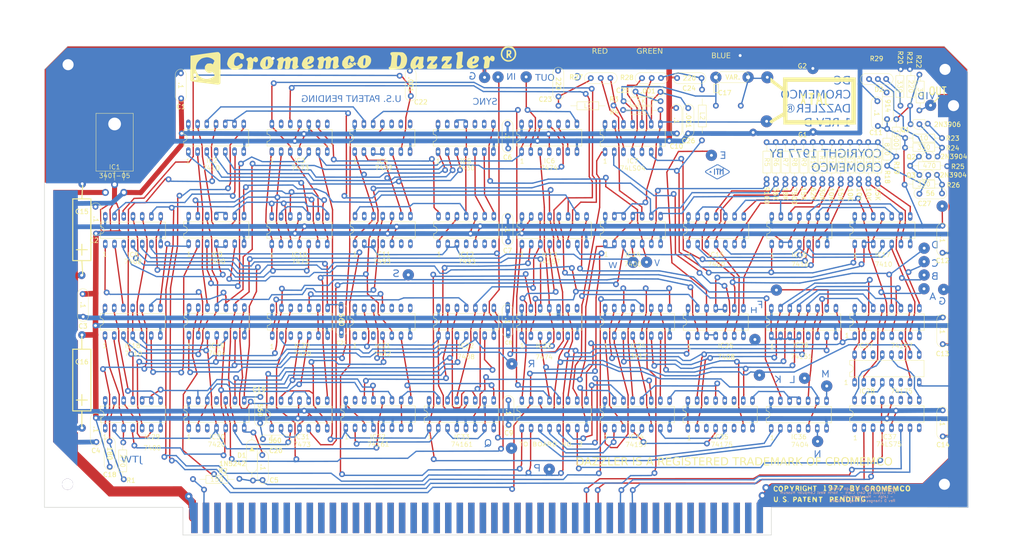
<source format=kicad_pcb>
(kicad_pcb (version 20240108) (generator "pcbnew") (generator_version "8.0")
  (layers (0 "F.Cu" signal "Front") (31 "B.Cu" signal "Back") (34 "B.Paste" user) (35 "F.Paste" user) (36 "B.SilkS" user "B.Silkscreen") (37 "F.SilkS" user "F.Silkscreen") (38 "B.Mask" user) (39 "F.Mask" user) (44 "Edge.Cuts" user))
  (net 0 "")
  (footprint "Cromemco:Resistor" (layer "F.Cu") (at 262.694 50.7)
    (property "Reference" "R23" (hide yes))
    (property "Value" "10")
  )
  (footprint "Cromemco:Round" (layer "F.Cu") (at 102.42 100.738 -90)
    (property "Reference" "C21" (hide yes))
    (property "Value" "560")
  )
  (footprint "Cromemco:Resistor" (layer "F.Cu") (at 247.454 57.304 -90)
    (property "Reference" "R16" (hide yes))
    (property "Value" "R16")
  )
  (footprint "Cromemco:Round" (layer "F.Cu") (at 210.116 33.936)
    (property "Reference" "REF**" (hide yes))
    (property "Value" "VAR.")
  )
  (footprint "Cromemco:Round" (layer "F.Cu") (at 249.74 34.444)
    (property "Reference" "D2" (hide yes))
    (property "Value" " ")
  )
  (footprint "Cromemco:Round" (layer "F.Cu") (at 148.14 100.992 -90)
    (property "Reference" "C8" (hide yes))
    (property "Value" ".1")
  )
  (footprint "Cromemco:Resistor" (layer "F.Cu") (at 222.054 57.304 -90)
    (property "Reference" "R6" (hide yes))
    (property "Value" "R6")
  )
  (footprint "Cromemco:Round" (layer "F.Cu") (at 249.74 43.842 -90)
    (property "Reference" "C11" (hide yes))
    (property "Value" ".1")
  )
  (footprint "Cromemco:Transistor" (layer "F.Cu") (at 263.964 60.86)
    (property "Reference" "Q3" (hide yes))
    (property "Value" "2N3904" (hide yes))
  )
  (footprint "Cromemco:Logo" (layer "F.Cu") (at 105.283 30.734)
    (property "Reference" "G***")
    (property "Value" "LOGO" (hide yes))
  )
  (footprint "Cromemco:Round" (layer "F.Cu") (at 148.14 75.846 -90)
    (property "Reference" "C7" (hide yes))
    (property "Value" ".1")
  )
  (footprint "Dazzler:DIP-14_W7.62mm_vintage" (layer "F.Cu") (at 129.1336 105.1052 90)
    (property "Reference" "IC22")
    (property "Value" "7408")
  )
  (footprint "Cromemco:Round" (layer "F.Cu") (at 121.47 35.968 -90)
    (property "Reference" "C22" (hide yes))
    (property "Value" ".001")
  )
  (footprint "mals-library-pcb:s100-ejector" (layer "F.Cu") (at 268.351 146.05)
    (property "Reference" "H1" (hide yes))
    (property "Value" "Mount" (hide yes))
  )
  (footprint "Dazzler:DIP-14_W7.62mm_vintage" (layer "F.Cu") (at 106.172 79.8068 90)
    (property "Reference" "IC11")
    (property "Value" "7493")
  )
  (footprint "Dazzler:DIP-16_W7.62mm_vintage" (layer "F.Cu") (at 243.6368 130.5052 90)
    (property "Reference" "IC37")
    (property "Value" "74LS75")
  )
  (footprint "Cromemco:Round" (layer "F.Cu") (at 31.3 96.674 -90)
    (property "Reference" "C3" (hide yes))
    (property "Value" ".1")
  )
  (footprint "Cromemco:Round" (layer "F.Cu") (at 264.472 65.94)
    (property "Reference" "C27" (hide yes))
    (property "Value" "56")
  )
  (footprint "Dazzler:DIP-14_W7.62mm_vintage" (layer "F.Cu") (at 220.6752 130.6576 90)
    (property "Reference" "IC36")
    (property "Value" "7404")
  )
  (footprint "Cromemco:Resistor" (layer "F.Cu") (at 259.138 36.476 -90)
    (property "Reference" "R21" (hide yes))
    (property "Value" "220")
  )
  (footprint "Dazzler:DIP-14_W7.62mm_vintage" (layer "F.Cu") (at 197.9168 79.9084 90)
    (property "Reference" "IC15")
    (property "Value" "7400")
  )
  (footprint "Dazzler:DIP-14_W7.62mm_vintage" (layer "F.Cu") (at 60.4266 130.5814 90)
    (property "Reference" "IC30")
    (property "Value" "7420")
  )
  (footprint "Dazzler:DIP-14_W7.62mm_vintage" (layer "F.Cu") (at 83.3882 105.1052 90)
    (property "Reference" "IC20")
    (property "Value" "7420")
  )
  (footprint "mals-library-pcb:s100-ejector" (layer "F.Cu") (at 27.051 146.05)
    (property "Reference" "H1" (hide yes))
    (property "Value" "Mount" (hide yes))
  )
  (footprint "Dazzler:DIP-pad" (layer "F.Cu") (at 102.5144 106.6038)
    (property "Reference" "C21")
    (property "Value" "DIP-pad")
  )
  (footprint "Dazzler:DIP-pad" (layer "F.Cu") (at 148.4122 106.5784)
    (property "Reference" "C8")
    (property "Value" "DIP-pad")
  )
  (footprint "Cromemco:Round" (layer "F.Cu") (at 187.764 34.19)
    (property "Reference" "R28" (hide yes))
    (property "Value" " ")
  )
  (footprint "Dazzler:DIP-14_W7.62mm_vintage" (layer "F.Cu") (at 106.0704 54.4322 90)
    (property "Reference" "IC4")
    (property "Value" "7432")
  )
  (footprint "Dazzler:DIP-14_W7.62mm_vintage" (layer "F.Cu") (at 243.6876 79.883 90)
    (property "Reference" "IC17")
    (property "Value" "7410")
  )
  (footprint "Cromemco:Resistor" (layer "F.Cu") (at 42.222 139.6 -90)
    (property "Reference" "REF**" (hide yes))
    (property "Value" "270")
  )
  (footprint "Dazzler:DIP-14_W7.62mm_vintage" (layer "F.Cu") (at 83.2612 79.883 90)
    (property "Reference" "IC10")
    (property "Value" "7473")
  )
  (footprint "Cromemco:Round" (layer "F.Cu") (at 84.132 134.012)
    (property "Reference" "C20" (hide yes))
    (property "Value" "560")
  )
  (footprint "mals-library-pcb:s100-ejector" (layer "F.Cu") (at 27.2034 30.48)
    (property "Reference" "H1" (hide yes))
    (property "Value" "Ejector" (hide yes))
  )
  (footprint "Dazzler:DIP-14_W7.62mm_vintage" (layer "F.Cu") (at 129.1336 79.8322 90)
    (property "Reference" "IC12")
    (property "Value" "7493")
  )
  (footprint "Cromemco:Capacitor" (layer "F.Cu") (at 30.988 75.946)
    (property "Reference" "C15")
    (property "Value" "Capacitor")
  )
  (footprint "mals-library-pcb:s100-ejector" (layer "F.Cu") (at 270.8656 41.7576)
    (property "Reference" "H1" (hide yes))
    (property "Value" "Video" (hide yes))
  )
  (footprint "Cromemco:Resistor" (layer "F.Cu") (at 264.218 58.32)
    (property "Reference" "R25" (hide yes))
    (property "Value" "470")
  )
  (footprint "Cromemco:Resistor" (layer "F.Cu") (at 224.594 57.304 -90)
    (property "Reference" "R7" (hide yes))
    (property "Value" "R7")
  )
  (footprint "Cromemco:Resistor" (layer "F.Cu") (at 201.734 44.604 -90)
    (property "Reference" "REF**" (hide yes))
    (property "Value" "L2")
  )
  (footprint "Dazzler:DIP-16_W7.62mm_vintage" (layer "F.Cu") (at 243.6368 117.983 90)
    (property "Reference" "IC28")
    (property "Value" "74175")
  )
  (footprint "Cromemco:Round" (layer "F.Cu") (at 186.748 37.746)
    (property "Reference" "C25" (hide yes))
    (property "Value" ".001")
  )
  (footprint "Dazzler:DIP-14_W7.62mm_vintage" (layer "F.Cu") (at 83.2866 54.4322 90)
    (property "Reference" "IC3")
    (property "Value" "7473")
  )
  (footprint "Package_TO_SOT_THT:TO-220-3_Horizontal_TabDown" (layer "F.Cu") (at 37.465 63.4746)
    (property "Reference" "IC1")
    (property "Value" "340T-05")
  )
  (footprint "Dazzler:bd1-Overlay-bottom" (layer "F.Cu") (at 148.1836 92.9132)
    (property "Reference" "G***" (hide yes))
    (property "Value" "LOGO" (hide yes))
  )
  (footprint "Dazzler:DIP-16_W7.62mm_vintage" (layer "F.Cu") (at 103.632 130.5306 90)
    (property "Reference" "IC32")
    (property "Value" "74161")
  )
  (footprint "Cromemco:Round" (layer "F.Cu") (at 80.83 141.378 -90)
    (property "Reference" "C5" (hide yes))
    (property "Value" ".1")
  )
  (footprint "Cromemco:Round" (layer "F.Cu") (at 194.622 45.874 -90)
    (property "Reference" "C10" (hide yes))
    (property "Value" ".1")
  )
  (footprint "Cromemco:Resistor" (layer "F.Cu") (at 262.694 63.4)
    (property "Reference" "R26" (hide yes))
    (property "Value" "330")
  )
  (footprint "Dazzler:DIP-14_W7.62mm_vintage" (layer "F.Cu") (at 60.3758 79.8068 90)
    (property "Reference" "IC9")
    (property "Value" "7400")
  )
  (footprint "Cromemco:Round" (layer "F.Cu") (at 80.068 125.63 -90)
    (property "Reference" "C19" (hide yes))
    (property "Value" "560")
  )
  (footprint "Cromemco:Resistor" (layer "F.Cu") (at 261.678 38 -90)
    (property "Reference" "R22" (hide yes))
    (property "Value" "39")
  )
  (footprint "Cromemco:NTI (back copper)" (layer "F.Cu") (at 205.798 60.098)
    (property "Reference" "G***" (hide yes))
    (property "Value" "LOGO" (hide yes))
  )
  (footprint "Dazzler:DIP-14_W7.62mm_vintage" (layer "F.Cu") (at 129.0066 54.4576 90)
    (property "Reference" "IC5")
    (property "Value" "7430")
  )
  (footprint "Cromemco:Resistor" (layer "F.Cu") (at 68.13 144.68)
    (property "Reference" "REF**" (hide yes))
    (property "Value" "150")
  )
  (footprint "Cromemco:Resistor" (layer "F.Cu") (at 262.694 53.24)
    (property "Reference" "R23" (hide yes))
    (property "Value" "330")
  )
  (footprint "Dazzler:DIP-14_W7.62mm_vintage" (layer "F.Cu") (at 37.4396 79.883 90)
    (property "Reference" "IC8")
    (property "Value" "7408")
  )
  (footprint "Cromemco:Round" (layer "F.Cu") (at 197.924 45.874 -90)
    (property "Reference" "C26" (hide yes))
    (property "Value" ".001")
  )
  (footprint "Cromemco:Xtal" (layer "F.Cu") (at 231.648 40.386)
    (property "Reference" "G***" (hide yes))
    (property "Value" "LOGO" (hide yes))
  )
  (footprint "Dazzler:DIP-pad" (layer "F.Cu") (at 102.4382 99.7458)
    (property "Reference" "." (hide yes))
    (property "Value" "DIP-pad")
  )
  (footprint "Cromemco:Resistor" (layer "F.Cu") (at 239.834 57.304 -90)
    (property "Reference" "R13" (hide yes))
    (property "Value" "R13")
  )
  (footprint "Cromemco:Round" (layer "F.Cu") (at 267.774 103.786 -90)
    (property "Reference" "C13" (hide yes))
    (property "Value" ".1")
  )
  (footprint "Cromemco:Round" (layer "F.Cu") (at 252.788 41.81 -90)
    (property "Reference" "D2" (hide yes))
    (property "Value" "914")
  )
  (footprint "Dazzler:DIP-16_W7.62mm_vintage" (layer "F.Cu") (at 220.726 105.1814 90)
    (property "Reference" "IC26")
    (property "Value" "74151")
  )
  (footprint "Cromemco:Capacitor" (layer "F.Cu") (at 30.988 117.348)
    (property "Reference" "C16")
    (property "Value" "Capacitor")
  )
  (footprint "Cromemco:Round" (layer "F.Cu") (at 148.14 50.192 -90)
    (property "Reference" "C6" (hide yes))
    (property "Value" ".1")
  )
  (footprint "Dazzler:DIP-14_W7.62mm_vintage" (layer "F.Cu") (at 37.3634 105.1052 90)
    (property "Reference" "IC18")
    (property "Value" "7410")
  )
  (footprint "Cromemco:Copyright" (layer "F.Cu") (at 240.03 148.717)
    (property "Reference" "G***" (hide yes))
    (property "Value" "LOGO" (hide yes))
  )
  (footprint "Cromemco:Round" (layer "F.Cu") (at 173.794 34.19)
    (property "Reference" "R27" (hide yes))
    (property "Value" " ")
  )
  (footprint "Dazzler:DIP-14_W7.62mm_vintage" (layer "F.Cu") (at 151.9936 54.4322 90)
    (property "Reference" "IC6")
    (property "Value" "7474")
  )
  (footprint "Dazzler:DIP-14_W7.62mm_vintage" (layer "F.Cu") (at 152.019 105.1814 90)
    (property "Reference" "IC23")
    (property "Value" "7474")
  )
  (footprint "Cromemco:Resistor" (layer "F.Cu") (at 252.534 53.748 -90)
    (property "Reference" "R18" (hide yes))
    (property "Value" "820")
  )
  (footprint "Cromemco:Round" (layer "F.Cu") (at 77.782 138.33 -90)
    (property "Reference" "D1" (hide yes))
    (property "Value" " ")
  )
  (footprint "Dazzler:DIP-14_W7.62mm_vintage" (layer "F.Cu") (at 60.2996 54.4322 90)
    (property "Reference" "IC2")
    (property "Value" "7410")
  )
  (footprint "Cromemco:Resistor" (layer "F.Cu") (at 244.914 57.304 -90)
    (property "Reference" "R15" (hide yes))
    (property "Value" "R15")
  )
  (footprint "mals-library-pcb:s100-ejector" (layer "F.Cu") (at 268.5288 31.7754)
    (property "Reference" "H1" (hide yes))
    (property "Value" "Ejector" (hide yes))
  )
  (footprint "Dazzler:DIP-pad" (layer "F.Cu") (at 148.2852 99.7966)
    (property "Reference" "REF**" (hide yes))
    (property "Value" "DIP-pad")
  )
  (footprint "Dazzler:DIP-16_W7.62mm_vintage" (layer "F.Cu") (at 126.5428 130.556 90)
    (property "Reference" "IC33")
    (property "Value" "74161")
  )
  (footprint "Cromemco:Resistor" (layer "F.Cu") (at 237.294 57.304 -90)
    (property "Reference" "R12" (hide yes))
    (property "Value" "R12")
  )
  (footprint "Dazzler:DIP-16_W7.62mm_vintage" (layer "F.Cu") (at 197.7644 130.6068 90)
    (property "Reference" "IC35")
    (property "Value" "74175")
  )
  (footprint "Cromemco:Resistor" (layer "F.Cu") (at 255.074 50.7 -90)
    (property "Reference" "R19" (hide yes))
    (property "Value" "1500")
  )
  (footprint "Dazzler:DIP-14_W7.62mm_vintage" (layer "F.Cu") (at 174.9552 54.5084 90)
    (property "Reference" "IC7")
    (property "Value" "74LS04")
  )
  (footprint "Cromemco:Transistor" (layer "F.Cu") (at 263.964 55.78)
    (property "Reference" "Q2" (hide yes))
    (property "Value" "2N3904" (hide yes))
  )
  (footprint "Dazzler:DIP-14_W7.62mm_vintage" (layer "F.Cu") (at 60.4774 105.029 90)
    (property "Reference" "IC19")
    (property "Value" "7404")
  )
  (footprint "Cromemco:Resistor" (layer "F.Cu") (at 256.09 36.476 -90)
    (property "Reference" "R20" (hide yes))
    (property "Value" "330")
  )
  (footprint "Cromemco:Resistor" (layer "F.Cu") (at 234.754 57.304 -90)
    (property "Reference" "R11" (hide yes))
    (property "Value" "R11")
  )
  (footprint "Cromemco:Resistor" (layer "F.Cu") (at 249.994 57.304 -90)
    (property "Reference" "R17" (hide yes))
    (property "Value" "R17")
  )
  (footprint "Dazzler:DIP-16_W7.62mm_vintage" (layer "F.Cu") (at 152.0952 79.9084 90)
    (property "Reference" "IC13")
    (property "Value" "74157")
  )
  (footprint "Cromemco:Round" (layer "F.Cu") (at 38.666 137.568 -90)
    (property "Reference" "C18" (hide yes))
    (property "Value" "180")
  )
  (footprint "Dazzler:DIP-14_W7.62mm_vintage" (layer "F.Cu") (at 175.006 79.8322 90)
    (property "Reference" "IC14")
    (property "Value" "7400")
  )
  (footprint "Cromemco:Resistor" (layer "F.Cu") (at 232.214 57.304 -90)
    (property "Reference" "R10" (hide yes))
    (property "Value" "R10")
  )
  (footprint "Cromemco:Round" (layer "F.Cu") (at 148.394 126.138 -90)
    (property "Reference" "C9" (hide yes))
    (property "Value" ".1")
  )
  (footprint "Cromemco:Round" (layer "F.Cu") (at 34.856 130.964 -90)
    (property "Reference" "C4" (hide yes))
    (property "Value" ".1")
  )
  (footprint "Dazzler:DIP-16_W7.62mm_vintage" (layer "F.Cu") (at 243.6876 105.1814 90)
    (property "Reference" "IC27")
    (property "Value" "74157")
  )
  (footprint "Dazzler:DIP-16_W7.62mm_vintage" (layer "F.Cu") (at 174.9552 130.6322 90)
    (property "Reference" "IC34")
    (property "Value" "74157")
  )
  (footprint "Dazzler:DIP-14_W7.62mm_vintage" (layer "F.Cu") (at 37.4142 130.5814 90)
    (property "Reference" "IC29")
    (property "Value" "7400")
  )
  (footprint "Dazzler:DIP-14_W7.62mm_vintage" (layer "F.Cu") (at 83.2612 130.6322 90)
    (property "Reference" "IC31")
    (property "Value" "7473")
  )
  (footprint "Cromemco:Round" (layer "F.Cu") (at 34.856 73.052 -90)
    (property "Reference" "C2" (hide yes))
    (property "Value" ".1")
  )
  (footprint "Cromemco:Round" (layer "F.Cu") (at 198.178 34.19)
    (property "Reference" "C24" (hide yes))
    (property "Value" "220")
  )
  (footprint "Cromemco:Round" (layer "F.Cu") (at 58.224 36.222 -90)
    (property "Reference" "C1" (hide yes))
    (property "Value" ".1")
  )
  (footprint "Cromemco:Resistor" (layer "F.Cu") (at 242.374 57.304 -90)
    (property "Reference" "R14" (hide yes))
    (property "Value" "R14")
  )
  (footprint "Dazzler:DIP-16_W7.62mm_vintage" (layer "F.Cu") (at 152.0698 130.6068 90)
    (property "Reference" "TOBOARDNO2" (hide yes))
    (property "Value" "TO BOARD NO. 2")
  )
  (footprint "Cromemco:Round" (layer "F.Cu") (at 267.774 129.186 -90)
    (property "Reference" "C14" (hide yes))
    (property "Value" ".1")
  )
  (footprint "Cromemco:Resistor" (layer "F.Cu") (at 227.134 57.304 -90)
    (property "Reference" "R8" (hide yes))
    (property "Value" "R8")
  )
  (footprint "Dazzler:DIP-14_W7.62mm_vintage" (layer "F.Cu") (at 197.8152 105.1814 90)
    (property "Reference" "IC25")
    (property "Value" "7408")
  )
  (footprint "Dazzler:DIP-16_W7.62mm_vintage" (layer "F.Cu") (at 174.9806 105.1306 90)
    (property "Reference" "IC24")
    (property "Value" "3417")
  )
  (footprint "Cromemco:Transistor" (layer "F.Cu") (at 261.424 46.89 180)
    (property "Reference" "REF**" (hide yes))
    (property "Value" "2N3906" (hide yes))
  )
  (footprint "Cromemco:Round" (layer "F.Cu") (at 267.774 78.64 -90)
    (property "Reference" "C12" (hide yes))
    (property "Value" ".1")
  )
  (footprint "Cromemco:Resistor" (layer "F.Cu") (at 170.238 41.81)
    (property "Reference" "REF**" (hide yes))
    (property "Value" "L1")
  )
  (footprint "Cromemco:Resistor" (layer "F.Cu") (at 184.97 40.54)
    (property "Reference" "REF**" (hide yes))
    (property "Value" "1K")
  )
  (footprint "Cromemco:Round" (layer "F.Cu") (at 162.11 35.714 -90)
    (property "Reference" "C23" (hide yes))
    (property "Value" "220")
  )
  (footprint "S100connector:S100_MALE" (layer "F.Cu") (at 58.801 160.02)
    (property "Reference" "P1" (hide yes))
    (property "Value" "S100_MALE" (hide yes))
  )
  (footprint "Cromemco:Resistor" (layer "F.Cu") (at 184.97 43.08)
    (property "Reference" "REF**" (hide yes))
    (property "Value" "1K")
  )
  (footprint "Cromemco:Resistor" (layer "F.Cu") (at 219.514 57.304 -90)
    (property "Reference" "R6" (hide yes))
    (property "Value" "R5")
  )
  (footprint "Dazzler:DIP-14_W7.62mm_vintage" (layer "F.Cu") (at 106.1212 105.1306 90)
    (property "Reference" "IC21")
    (property "Value" "7432")
  )
  (footprint "Cromemco:Resistor" (layer "F.Cu") (at 229.674 57.304 -90)
    (property "Reference" "R9" (hide yes))
    (property "Value" "R9")
  )
  (footprint "Dazzler:DIP-14_W7.62mm_vintage" (layer "F.Cu") (at 220.8276 79.883 90)
    (property "Reference" "IC16")
    (property "Value" "7410")
  )
  (gr_poly (pts (xy 268.3002 25.527) (xy 274.5994 31.8008) (xy 274.5994 152.273) (xy 219.4306 152.273) (xy 216.8398 152.1206) (xy 216.8398 151.1554) (xy 218.7194 148.209) (xy 220.1672 146.177) (xy 220.8022 145.7706) (xy 262.382 145.7706) (xy 269.4686 138.8618) (xy 269.5194 44.6532) (xy 266.6492 44.6532) (xy 266.6492 38.6334) (xy 269.4686 38.6334) (xy 262.9662 31.5976) (xy 59.055 31.5976) (xy 57.4294 33.0962) (xy 56.7436 33.782) (xy 56.769 51.5366) (xy 47.1424 62.9158) (xy 20.7772 62.9158) (xy 20.7772 31.8008) (xy 27.1018 25.4762)) (stroke (width 0.1)) (fill solid) (layer "F.Cu"))
  (gr_poly (pts (xy 29.7434 65.024) (xy 29.8196 87.884) (xy 30.861 87.9094) (xy 30.861 89.2048) (xy 29.8958 89.2048) (xy 29.8704 103.5812) (xy 29.4894 103.8352) (xy 29.1338 104.3432) (xy 29.1084 105.1052) (xy 29.2354 105.7402) (xy 29.5148 106.1974) (xy 29.845 106.4514) (xy 29.8704 129.0574) (xy 29.591 129.3114) (xy 29.337 129.6924) (xy 29.2354 130.0226) (xy 29.1338 130.4544) (xy 29.2354 131.1402) (xy 29.6418 131.6736) (xy 29.845 131.8514) (xy 29.845 137.033) (xy 39.7256 146.685) (xy 58.42 146.6596) (xy 62.357 150.5966) (xy 62.357 152.5016) (xy 60.3504 152.527) (xy 60.3504 151.892) (xy 57.6326 149.352) (xy 38.4048 149.352) (xy 23.114 134.3914) (xy 23.1902 65.024)) (stroke (width 0.1)) (fill solid) (layer "F.Cu"))
  (gr_poly (pts (xy 29.8196 87.1728) (xy 29.6672 87.3252) (xy 29.3624 87.6554) (xy 29.21 88.0618) (xy 29.1338 88.4174) (xy 29.1338 88.9508) (xy 29.2608 89.3826) (xy 29.5148 89.789) (xy 29.8196 90.0938) (xy 29.8196 103.632) (xy 29.6926 103.8098) (xy 29.464 104.2162) (xy 29.2608 104.775) (xy 29.2608 105.4862) (xy 29.464 106.0196) (xy 29.8196 106.5276) (xy 29.8196 129.1082) (xy 29.591 129.6162) (xy 29.591 131.7752) (xy 29.845 132.2324) (xy 29.6672 140.8684) (xy 23.1648 134.4422) (xy 23.1648 65.1002) (xy 29.8196 65.1002)) (stroke (width 0.1)) (fill solid) (layer "B.Cu"))
  (gr_poly (pts (xy 274.7772 32.5374) (xy 274.8534 152.4508) (xy 218.9226 152.273) (xy 216.7636 152.2984) (xy 216.9922 150.6728) (xy 220.8784 145.9484) (xy 262.382 145.9484) (xy 269.4432 139.0904) (xy 269.5448 70.8914) (xy 269.7734 70.231) (xy 269.8496 69.7738) (xy 269.8242 69.2404) (xy 269.621 68.707) (xy 269.5448 68.3768) (xy 269.5448 44.8818) (xy 266.6238 44.9072) (xy 266.6238 38.862) (xy 269.4686 38.862) (xy 262.9662 31.7754) (xy 59.0804 31.7246) (xy 56.769 34.0106) (xy 56.7436 51.7398) (xy 46.99 63.1444) (xy 21.1582 63.119) (xy 21.1582 31.623) (xy 26.8986 25.8826) (xy 268.351 25.8826)) (stroke (width 0.1)) (fill solid) (layer "B.Cu"))
  (gr_line (start 265.488 40.794) (end 266.758 39.524) (stroke (width 0.3048)) (layer "F.SilkS"))
  (gr_line (start 30.988 130.302) (end 30.988 125.848) (stroke (width 0.3048)) (layer "F.SilkS"))
  (gr_poly (pts (xy 77.274 136.806) (xy 77.782 136.044) (xy 78.29 136.806)) (stroke (width 0.3048)) (fill solid) (layer "F.SilkS"))
  (gr_line (start 76.258 135.79) (end 79.306 135.79) (stroke (width 0.1)) (layer "F.SilkS"))
  (gr_line (start 31.242 63.246) (end 30.988 67.446) (stroke (width 0.3048)) (layer "F.SilkS"))
  (gr_line (start 77.782 132.742) (end 77.782 133.83) (stroke (width 0.1)) (layer "F.SilkS"))
  (gr_line (start 30.988 105.156) (end 30.988 108.848) (stroke (width 0.3048)) (layer "F.SilkS"))
  (gr_line (start 77.782 144.172) (end 77.782 142.83) (stroke (width 0.1)) (layer "F.SilkS"))
  (gr_line (start 251.264 39.27) (end 254.312 39.27) (stroke (width 0.1)) (layer "F.SilkS"))
  (gr_line (start 31.242 88.392) (end 30.988 84.446) (stroke (width 0.3048)) (layer "F.SilkS"))
  (gr_line (start 27.051 25.4) (end 20.701 31.75) (stroke (width 0.1524)) (layer "Edge.Cuts"))
  (gr_line (start 220.726 160.02) (end 58.801 160.02) (stroke (width 0.1524)) (layer "Edge.Cuts"))
  (gr_line (start 274.701 152.4) (end 274.701 31.75) (stroke (width 0.1524)) (layer "Edge.Cuts"))
  (gr_line (start 58.801 152.4) (end 20.701 152.4) (stroke (width 0.1524)) (layer "Edge.Cuts"))
  (gr_line (start 220.726 152.4) (end 220.726 160.02) (stroke (width 0.1524)) (layer "Edge.Cuts"))
  (gr_line (start 20.701 31.75) (end 20.701 152.4) (stroke (width 0.1524)) (layer "Edge.Cuts"))
  (gr_line (start 274.701 31.75) (end 268.351 25.4) (stroke (width 0.1524)) (layer "Edge.Cuts"))
  (gr_line (start 274.701 152.4) (end 220.726 152.4) (stroke (width 0.1524)) (layer "Edge.Cuts"))
  (gr_line (start 58.801 160.02) (end 58.801 152.4) (stroke (width 0.1524)) (layer "Edge.Cuts"))
  (gr_line (start 268.351 25.4) (end 27.051 25.4) (stroke (width 0.1524)) (layer "Edge.Cuts"))
  (gr_text "U.S. PATENT PENDING" (at 118.93 41.048 0) (layer "B.Cu") (effects (font (size 1.8 1.8) (thickness 0.254)) (justify left bottom mirror)))
  (gr_text "C" (at 267.012 86.26 0) (layer "B.Cu") (effects (font (size 1.8 2.2) (thickness 0.254)) (justify left bottom mirror)))
  (gr_text "OUT" (at 161.094 35.206 0) (layer "B.Cu") (effects (font (size 1.8 1.8) (thickness 0.254)) (justify left bottom mirror)))
  (gr_text "Q" (at 144.076 135.79 0) (layer "B.Cu") (effects (font (size 1.8 2.2) (thickness 0.254)) (justify left bottom mirror)))
  (gr_text "W" (at 178.366 86.768 0) (layer "B.Cu") (effects (font (size 1.6 1.8) (thickness 0.175)) (justify left bottom mirror)))
  (gr_text "G" (at 168.714 34.952 0) (layer "B.Cu") (effects (font (size 1.8 2.2) (thickness 0.254)) (justify left bottom mirror)))
  (gr_text "B" (at 267.012 89.816 0) (layer "B.Cu") (effects (font (size 1.8 2.2) (thickness 0.254)) (justify left bottom mirror)))
  (gr_text "K" (at 223.832 118.264 0) (layer "B.Cu") (effects (font (size 1.8 2.2) (thickness 0.254)) (justify left bottom mirror)))
  (gr_text "IN" (at 150.426 34.952 0) (layer "B.Cu") (effects (font (size 1.8 1.8) (thickness 0.254)) (justify left bottom mirror)))
  (gr_text "S" (at 118.676 89.054 0) (layer "B.Cu") (effects (font (size 1.8 2.2) (thickness 0.254)) (justify left bottom mirror)))
  (gr_text "H" (at 217.228 98.96 0) (layer "B.Cu") (effects (font (size 1.4 2.2) (thickness 0.254)) (justify left bottom mirror)))
  (gr_text "R" (at 156.014 113.946 0) (layer "B.Cu") (effects (font (size 1.8 2.2) (thickness 0.254)) (justify left bottom mirror)))
  (gr_text "G" (at 269.044 96.674 0) (layer "B.Cu") (effects (font (size 1.8 2.2) (thickness 0.254)) (justify left bottom mirror)))
  (gr_text "E" (at 208.592 56.542 0) (layer "B.Cu") (effects (font (size 1.8 2.2) (thickness 0.254)) (justify left bottom mirror)))
  (gr_text "G" (at 139.758 34.698 0) (layer "B.Cu") (effects (font (size 1.8 2.2) (thickness 0.254)) (justify left bottom mirror)))
  (gr_text "L" (at 227.642 118.264 0) (layer "B.Cu") (effects (font (size 1.8 2.2) (thickness 0.254)) (justify left bottom mirror)))
  (gr_text "D" (at 267.012 81.18 0) (layer "B.Cu") (effects (font (size 1.8 2.2) (thickness 0.254)) (justify left bottom mirror)))
  (gr_text "F" (at 218.752 97.69 0) (layer "B.Cu") (effects (font (size 1.8 2.2) (thickness 0.254)) (justify left bottom mirror)))
  (gr_text "SYNC" (at 145.346 41.81 0) (layer "B.Cu") (effects (font (size 1.8 1.8) (thickness 0.254)) (justify left bottom mirror)))
  (gr_text "DC\nCROMEMCO\nDAZZLER®\n1 REV D" (at 242.628 47.906 0) (layer "B.Cu") (effects (font (size 2.3 2.3) (thickness 0.254)) (justify left bottom mirror)))
  (gr_text "V" (at 190.05 86.26 0) (layer "B.Cu") (effects (font (size 1.8 1.6) (thickness 0.254)) (justify left bottom mirror)))
  (gr_text "COYRIGHT 1977 BY\nCROMEMCO" (at 251.094 60.304 0) (layer "B.Cu") (effects (font (size 2.3 2.3) (thickness 0.254)) (justify left bottom mirror)))
  (gr_text "M" (at 237.04 116.74 0) (layer "B.Cu") (effects (font (size 1.8 2.2) (thickness 0.254)) (justify left bottom mirror)))
  (gr_text "P" (at 157.538 142.648 0) (layer "B.Cu") (effects (font (size 1.8 2.2) (thickness 0.254)) (justify left bottom mirror)))
  (gr_text "A" (at 266.25 95.404 0) (layer "B.Cu") (effects (font (size 1.8 2.2) (thickness 0.254)) (justify left bottom mirror)))
  (gr_text "VID" (at 266.123 40.159 0) (layer "B.Cu") (effects (font (size 1.8 2.2) (thickness 0.254)) (justify left bottom mirror)))
  (gr_text "JTW" (at 47.556 140.362 0) (layer "B.Cu") (effects (font (size 1.8 2.2) (thickness 0.254)) (justify left bottom mirror)))
  (gr_text "N" (at 234.754 138.838 0) (layer "B.Cu") (effects (font (size 1.8 2.2) (thickness 0.254)) (justify left bottom mirror)))
  (gr_text "\nArtwork recreated by Hugo Holden \nPCB Layout by Gary Clark - North West Computer Museum\n - Leigh - Manchester UK\nRev D changes by Ansgar Kückes" (at 254.889 148.336 0) (layer "B.SilkS") (effects (font (size 0.7 0.7) (thickness 0.1)) (justify left mirror)))
  (gr_text "1" (at 128.582 83.466 0) (layer "F.SilkS") (effects (font (size 1.27 1.27)) (justify left bottom)))
  (gr_text "" (at 204.724 38.1 0) (layer "F.SilkS") (effects (font (size 2 2) (thickness 0.3) (bold yes)) (justify left bottom)))
  (gr_text "1" (at 59.494 57.812 0) (layer "F.SilkS") (effects (font (size 1.27 1.27)) (justify left bottom)))
  (gr_text "C24" (at 198.0946 36.984 0) (layer "F.SilkS") (effects (font (size 1.27 1.27) (thickness 0.2032))))
  (gr_text "C4" (at 34.856 136.806 0) (layer "F.SilkS") (effects (font (size 1.27 1.27) (thickness 0.2032))))
  (gr_text "R2" (at 69.85 142.367 0) (layer "F.SilkS") (effects (font (size 1.27 1.27) (thickness 0.2032))))
  (gr_text "C26" (at 197.924 51.462 0) (layer "F.SilkS") (effects (font (size 1.27 1.27) (thickness 0.2032))))
  (gr_text "D2" (at 250.3424 37.3126 0) (layer "F.SilkS") (effects (font (size 1.27 1.27) (thickness 0.2032))))
  (gr_text "1" (at 82.608 83.72 0) (layer "F.SilkS") (effects (font (size 1.27 1.27)) (justify left bottom)))
  (gr_text "R21" (at 258.8006 28.6512 -90) (layer "F.SilkS") (effects (font (size 1.27 1.27) (thickness 0.2032))))
  (gr_text "10K" (at 242.443 66.294 -90) (layer "F.SilkS") (effects (font (size 1.27 1.27) (thickness 0.2032))))
  (gr_text "1" (at 197.416 83.72 0) (layer "F.SilkS") (effects (font (size 1.27 1.27)) (justify left bottom)))
  (gr_text "1" (at 174.556 83.466 0) (layer "F.SilkS") (effects (font (size 1.27 1.27)) (justify left bottom)))
  (gr_text "C9\n" (at 148.4884 131.9276 0) (layer "F.SilkS") (effects (font (size 1.27 1.27) (thickness 0.2032))))
  (gr_text "10K" (at 244.9068 66.2432 -90) (layer "F.SilkS") (effects (font (size 1.27 1.27) (thickness 0.2032))))
  (gr_text "R24" (at 270.637 53.467 0) (layer "F.SilkS") (effects (font (size 1.27 1.27) (thickness 0.2032))))
  (gr_text "15K" (at 239.8014 66.2432 -90) (layer "F.SilkS") (effects (font (size 1.27 1.27) (thickness 0.2032))))
  (gr_text "1" (at 240.596 118.772 0) (layer "F.SilkS") (effects (font (size 1.27 1.27)) (justify left bottom)))
  (gr_text "C11" (at 249.5296 49.1998 0) (layer "F.SilkS") (effects (font (size 1.27 1.27) (thickness 0.2032))))
  (gr_text "C20" (at 84.386 136.806 0) (layer "F.SilkS") (effects (font (size 1.27 1.27) (thickness 0.2032))))
  (gr_text "1" (at 240.85 105.818 0) (layer "F.SilkS") (effects (font (size 1.27 1.27)) (justify left bottom)))
  (gr_text "1" (at 103.182 133.758 0) (layer "F.SilkS") (effects (font (size 1.27 1.27)) (justify left bottom)))
  (gr_text "1" (at 36.634 83.466 0) (layer "F.SilkS") (effects (font (size 1.27 1.27)) (justify left bottom)))
  (gr_text "1" (at 126.042 133.758 0) (layer "F.SilkS") (effects (font (size 1.27 1.27)) (justify left bottom)))
  (gr_text "1" (at 174.302 57.812 0) (layer "F.SilkS") (effects (font (size 1.27 1.27)) (justify left bottom)))
  (gr_text "C19\n" (at 79.756 119.9642 0) (layer "F.SilkS") (effects (font (size 1.27 1.27) (thickness 0.2032))))
  (gr_text "1" (at 105.468 108.612 0) (layer "F.SilkS") (effects (font (size 1.27 1.27)) (justify left bottom)))
  (gr_text "GREEN" (at 187.256 26.824 0) (layer "F.SilkS") (effects (font (size 1.5 1.5) (thickness 0.2032))))
  (gr_text "1" (at 151.442 108.612 0) (layer "F.SilkS") (effects (font (size 1.27 1.27)) (justify left bottom)))
  (gr_text "Q3" (at 259.1816 60.96 0) (layer "F.SilkS") (effects (font (size 1.27 1.27) (thickness 0.2032))))
  (gr_text "R19" (at 255.1938 58.8772 -90) (layer "F.SilkS") (effects (font (size 1.27 1.27) (thickness 0.2032))))
  (gr_text "R22" (at 261.2898 29.591 -90) (layer "F.SilkS") (effects (font (size 1.27 1.27) (thickness 0.2032))))
  (gr_text "G1" (at 229.362 49.784 0) (layer "F.SilkS") (effects (font (size 1.27 1.27) (thickness 0.2032))))
  (gr_text "R27" (at 167.005 33.9344 0) (layer "F.SilkS") (effects (font (size 1.27 1.27) (thickness 0.2032))))
  (gr_text "1" (at 59.748 133.758 0) (layer "F.SilkS") (effects (font (size 1.27 1.27)) (justify left bottom)))
  (gr_text "15K" (at 229.5906 66.0654 -90) (layer "F.SilkS") (effects (font (size 1.27 1.27) (thickness 0.2032))))
  (gr_text "R26" (at 270.822 63.654 0) (layer "F.SilkS") (effects (font (size 1.27 1.27) (thickness 0.2032))))
  (gr_text "2N3904" (at 270.7894 60.8838 0) (layer "F.SilkS") (effects (font (size 1.27 1.27) (thickness 0.2032))))
  (gr_text "C27\n" (at 262.8646 68.734 0) (layer "F.SilkS") (effects (font (size 1.27 1.27) (thickness 0.2032))))
  (gr_text "C1" (at 58.2676 42.064 0) (layer "F.SilkS") (effects (font (size 1.27 1.27) (thickness 0.2032))))
  (gr_text "2N3904" (at 270.9418 55.8038 0) (layer "F.SilkS") (effects (font (size 1.27 1.27) (thickness 0.2032))))
  (gr_text "36K\n" (at 221.8944 66.0908 -90) (layer "F.SilkS") (effects (font (size 1.27 1.27) (thickness 0.2032))))
  (gr_text "OUT" (at 266.504 37.746 0) (layer "F.SilkS") (effects (font (size 2.1 1.7) (thickness 0.3) (bold yes))))
  (gr_text "C6\n" (at 148.14 56.034 0) (layer "F.SilkS") (effects (font (size 1.27 1.27) (thickness 0.2032))))
  (gr_text "R28" (at 180.975 34.036 0) (layer "F.SilkS") (effects (font (size 1.27 1.27) (thickness 0.2032))))
  (gr_text "C10" (at 194.6148 52.959 0) (layer "F.SilkS") (effects (font (size 1.27 1.27) (thickness 0.2032))))
  (gr_text "C17" (at 207.899 38.227 0) (layer "F.SilkS") (effects (font (size 1.27 1.27) (thickness 0.2032))))
  (gr_text "1" (at 151.442 83.466 0) (layer "F.SilkS") (effects (font (size 1.27 1.27)) (justify left bottom)))
  (gr_text "1" (at 197.416 108.866 0) (layer "F.SilkS") (effects (font (size 1.27 1.27)) (justify left bottom)))
  (gr_text "2N3906" (at 269.1892 46.9646 0) (layer "F.SilkS") (effects (font (size 1.27 1.27) (thickness 0.2032))))
  (gr_text "C18" (at 38.666 143.41 0) (layer "F.SilkS") (effects (font (size 1.27 1.27) (thickness 0.2032))))
  (gr_text "G2" (at 229.235 30.861 0) (layer "F.SilkS") (effects (font (size 1.27 1.27) (thickness 0.2032))))
  (gr_text "1" (at 128.328 57.812 0) (layer "F.SilkS") (effects (font (size 1.27 1.27)) (justify left bottom)))
  (gr_text "R20" (at 256.2352 28.4988 -90) (layer "F.SilkS") (effects (font (size 1.27 1.27) (thickness 0.2032))))
  (gr_text "C23" (at 158.554 40.032 0) (layer "F.SilkS") (effects (font (size 1.27 1.27) (thickness 0.2032))))
  (gr_text "18K\n" (at 224.5868 66.0908 -90) (layer "F.SilkS") (effects (font (size 1.27 1.27) (thickness 0.2032))))
  (gr_text "1" (at 59.748 83.466 0) (layer "F.SilkS") (effects (font (size 1.27 1.27)) (justify left bottom)))
  (gr_text "1" (at 174.556 133.758 0) (layer "F.SilkS") (effects (font (size 1.27 1.27)) (justify left bottom)))
  (gr_text "C2" (at 34.348 78.894 0) (layer "F.SilkS") (effects (font (size 1.27 1.27) (thickness 0.2032))))
  (gr_text "DAZZLER IS A REGISTERED TRADEMARK OF CROMEMCO" (at 166.878 141.224 0) (layer "F.SilkS") (effects (font (size 2.2 2.21) (thickness 0.3)) (justify left bottom)))
  (gr_text "C3" (at 31.3 102.516 0) (layer "F.SilkS") (effects (font (size 1.27 1.27) (thickness 0.2032))))
  (gr_text "R1" (at 44.5008 144.9832 0) (layer "F.SilkS") (effects (font (size 1.27 1.27) (thickness 0.2032))))
  (gr_text "C14\n" (at 267.97 135.1788 0) (layer "F.SilkS") (effects (font (size 1.27 1.27) (thickness 0.2032))))
  (gr_text "R3" (at 177.419 40.005 0) (layer "F.SilkS") (effects (font (size 1.27 1.27) (thickness 0.2032))))
  (gr_text "9100" (at 219.456 66.5226 -90) (layer "F.SilkS") (effects (font (size 1.27 1.27) (thickness 0.2032))))
  (gr_text "1" (at 36.634 133.758 0) (layer "F.SilkS") (effects (font (size 1.27 1.27)) (justify left bottom)))
  (gr_text "C25" (at 179.832 37.592 0) (layer "F.SilkS") (effects (font (size 1.27 1.27) (thickness 0.2032))))
  (gr_text "1" (at 220.276 83.72 0) (layer "F.SilkS") (effects (font (size 1.27 1.27)) (justify left bottom)))
  (gr_text "1N5242" (at 68.638 141.124 0) (layer "F.SilkS") (effects (font (size 1.27 1.27) (thickness 0.2032)) (justify left bottom)))
  (gr_text "Q1" (at 257.556 48.387 0) (layer "F.SilkS") (effects (font (size 1.27 1.27) (thickness 0.2032))))
  (gr_text "1" (at 105.468 83.466 0) (layer "F.SilkS") (effects (font (size 1.27 1.27)) (justify left bottom)))
  (gr_text "1" (at 220.276 134.012 0) (layer "F.SilkS") (effects (font (size 1.27 1.27)) (justify left bottom)))
  (gr_text "R29" (at 249.682 28.829 0) (layer "F.SilkS") (effects (font (size 1.27 1.27) (thickness 0.2032))))
  (gr_text "10K" (at 247.4722 66.2178 -90) (layer "F.SilkS") (effects (font (size 1.27 1.27) (thickness 0.2032))))
  (gr_text "Q2" (at 259.2324 55.88 0) (layer "F.SilkS") (effects (font (size 1.27 1.27) (thickness 0.2032))))
  (gr_text "RED" (at 173.54 26.824 0) (layer "F.SilkS") (effects (font (size 1.5 1.5) (thickness 0.2032))))
  (gr_text "1" (at 174.556 108.612 0) (layer "F.SilkS") (effects (font (size 1.27 1.27)) (justify left bottom)))
  (gr_text "R18" (at 252.6538 61.4172 -90) (layer "F.SilkS") (effects (font (size 1.27 1.27) (thickness 0.2032))))
  (gr_text "1" (at 82.608 108.866 0) (layer "F.SilkS") (effects (font (size 1.27 1.27)) (justify left bottom)))
  (gr_text "1" (at 59.748 108.612 0) (layer "F.SilkS") (effects (font (size 1.27 1.27)) (justify left bottom)))
  (gr_text "D1" (at 74.988 138.076 0) (layer "F.SilkS") (effects (font (size 1.27 1.27) (thickness 0.2032))))
  (gr_text "62K" (at 232.2576 66.1416 -90) (layer "F.SilkS") (effects (font (size 1.27 1.27) (thickness 0.2032))))
  (gr_text "1" (at 220.276 108.866 0) (layer "F.SilkS") (effects (font (size 1.27 1.27)) (justify left bottom)))
  (gr_text "15K" (at 250.0122 66.1416 -90) (layer "F.SilkS") (effects (font (size 1.27 1.27) (thickness 0.2032))))
  (gr_text "1" (at 243.136 134.012 0) (layer "F.SilkS") (effects (font (size 1.27 1.27)) (justify left bottom)))
  (gr_text "1" (at 36.634 108.612 0) (layer "F.SilkS") (effects (font (size 1.27 1.27)) (justify left bottom)))
  (gr_text "C12\n" (at 267.843 84.455 0) (layer "F.SilkS") (effects (font (size 1.27 1.27) (thickness 0.2032))))
  (gr_text "C13\n" (at 267.843 110.109 0) (layer "F.SilkS") (effects (font (size 1.27 1.27) (thickness 0.2032))))
  (gr_text "1" (at 82.608 134.012 0) (layer "F.SilkS") (effects (font (size 1.27 1.27)) (justify left bottom)))
  (gr_text "R23" (at 270.637 50.7746 0) (layer "F.SilkS") (effects (font (size 1.27 1.27) (thickness 0.2032))))
  (gr_text "C22" (at 124.264 40.794 0) (layer "F.SilkS") (effects (font (size 1.27 1.27) (thickness 0.2032))))
  (gr_text "R4" (at 177.546 43.561 0) (layer "F.SilkS") (effects (font (size 1.27 1.27) (thickness 0.2032))))
  (gr_text "1" (at 82.608 57.558 0) (layer "F.SilkS") (effects (font (size 1.27 1.27)) (justify left bottom)))
  (gr_text "R25" (at 272.0594 58.547 0) (layer "F.SilkS") (effects (font (size 1.27 1.27) (thickness 0.2032))))
  (gr_text "1" (at 197.416 134.012 0) (layer "F.SilkS") (effects (font (size 1.27 1.27)) (justify left bottom)))
  (gr_text "1" (at 105.468 57.812 0) (layer "F.SilkS") (effects (font (size 1.27 1.27)) (justify left bottom)))
  (gr_text "30K" (at 234.7214 66.2178 270) (layer "F.SilkS") (effects (font (size 1.27 1.27) (thickness 0.2032))))
  (gr_text "BLUE" (at 206.883 28.067 0) (layer "F.SilkS") (effects (font (size 1.5 1.5) (thickness 0.2032))))
  (gr_text "7500" (at 227.0252 66.675 -90) (layer "F.SilkS") (effects (font (size 1.27 1.27) (thickness 0.2032))))
  (gr_text "10K" (at 237.236 66.1924 -90) (layer "F.SilkS") (effects (font (size 1.27 1.27) (thickness 0.2032))))
  (gr_text "1" (at 128.582 108.612 0) (layer "F.SilkS") (effects (font (size 1.27 1.27)) (justify left bottom)))
  (gr_text "1" (at 243.136 83.72 0) (layer "F.SilkS") (effects (font (size 1.27 1.27)) (justify left bottom)))
  (gr_text "C5" (at 83.878 144.934 0) (layer "F.SilkS") (effects (font (size 1.27 1.27) (thickness 0.2032))))
  (gr_text "1" (at 151.442 57.812 0) (layer "F.SilkS") (effects (font (size 1.27 1.27)) (justify left bottom)))
  (gr_text "C7" (at 148.14 81.688 0) (layer "F.SilkS") (effects (font (size 1.27 1.27) (thickness 0.2032))))
  (segment (start 163.4998 121.0056) (end 163.3728 142.0876) (width 0.37) (layer "F.Cu") (net 0))
  (segment (start 144.3482 121.2342) (end 144.3736 120.523) (width 0.37) (layer "F.Cu") (net 0))
  (segment (start 111.0996 118.872) (end 111.0742 121.5136) (width 0.37) (layer "F.Cu") (net 0))
  (segment (start 169.1132 93.5228) (end 173.482 69.7738) (width 0.37) (layer "F.Cu") (net 0))
  (segment (start 98.5266 95.5802) (end 98.5012 86.0552) (width 0.37) (layer "F.Cu") (net 0))
  (segment (start 208.0768 72.2884) (end 208.0768 73.7616) (width 0.37) (layer "F.Cu") (net 0))
  (segment (start 134.3152 121.412) (end 138.0744 106.6546) (width 0.37) (layer "F.Cu") (net 0))
  (segment (start 162.1536 46.8122) (end 162.2806 48.0822) (width 0.37) (layer "F.Cu") (net 0))
  (segment (start 172.5422 62.3824) (end 172.5676 68.3768) (width 0.37) (layer "F.Cu") (net 0))
  (segment (start 137.9982 103.5558) (end 139.2428 98.933) (width 0.37) (layer "F.Cu") (net 0))
  (segment (start 246.2276 72.263) (end 246.2022 73.787) (width 0.37) (layer "F.Cu") (net 0))
  (segment (start 235.966 97.5614) (end 236.3216 96.012) (width 0.37) (layer "F.Cu") (net 0))
  (segment (start 95.9866 54.4322) (end 96.3422 55.9308) (width 0.37) (layer "F.Cu") (net 0))
  (segment (start 213.106 115.0874) (end 213.6648 114.1984) (width 0.37) (layer "F.Cu") (net 0))
  (segment (start 156.6926 81.153) (end 157.1752 79.9084) (width 0.37) (layer "F.Cu") (net 0))
  (segment (start 202.9968 134.8232) (end 203.708 133.9342) (width 0.37) (layer "F.Cu") (net 0))
  (segment (start 186.5376 114.0714) (end 188.9506 116.4082) (width 0.37) (layer "F.Cu") (net 0))
  (segment (start 60.4266 130.5814) (end 60.2996 124.4092) (width 0.37) (layer "F.Cu") (net 0))
  (segment (start 114.0206 106.68) (end 113.7412 105.1306) (width 0.37) (layer "F.Cu") (net 0))
  (segment (start 94.6404 113.7666) (end 94.5896 113.411) (width 0.37) (layer "F.Cu") (net 0))
  (segment (start 230.8352 123.0376) (end 231.14 117.7798) (width 0.37) (layer "F.Cu") (net 0))
  (segment (start 66.675 70.9168) (end 64.1858 55.8292) (width 0.37) (layer "F.Cu") (net 0))
  (segment (start 62.6872 115.6208) (end 58.928 121.3104) (width 0.37) (layer "F.Cu") (net 0))
  (segment (start 245.5418 85.4202) (end 246.2022 84.9122) (width 0.37) (layer "F.Cu") (net 0))
  (segment (start 44.9834 97.4852) (end 44.9834 105.1052) (width 0.37) (layer "F.Cu") (net 0))
  (segment (start 247.4468 78.105) (end 247.523 81.3054) (width 0.37) (layer "F.Cu") (net 0))
  (segment (start 205.867 81.1276) (end 211.8614 88.8492) (width 0.37) (layer "F.Cu") (net 0))
  (segment (start 193.802 42.2402) (end 192.622656 42.657544) (width 0.508) (layer "F.Cu") (net 0))
  (segment (start 135.4328 126.0348) (end 136.7536 124.3584) (width 0.37) (layer "F.Cu") (net 0))
  (segment (start 112.2172 49.6824) (end 104.8512 49.657) (width 0.37) (layer "F.Cu") (net 0))
  (segment (start 210.5152 66.3956) (end 206.8322 70.5866) (width 0.37) (layer "F.Cu") (net 0))
  (segment (start 83.2866 54.4322) (end 83.0326 55.8292) (width 0.37) (layer "F.Cu") (net 0))
  (segment (start 159.9184 73.7362) (end 160.8074 78.0796) (width 0.37) (layer "F.Cu") (net 0))
  (segment (start 160.9344 92.3036) (end 161.3916 93.0402) (width 0.37) (layer "F.Cu") (net 0))
  (segment (start 104.7242 113.1062) (end 104.7242 96.012) (width 0.37) (layer "F.Cu") (net 0))
  (segment (start 211.0486 78.3336) (end 210.6168 79.9084) (width 0.37) (layer "F.Cu") (net 0))
  (segment (start 159.6898 98.8568) (end 159.639 97.5614) (width 0.37) (layer "F.Cu") (net 0))
  (segment (start 210.5152 103.886) (end 210.5152 105.1814) (width 0.37) (layer "F.Cu") (net 0))
  (segment (start 88.6714 55.88) (end 88.3666 54.4322) (width 0.37) (layer "F.Cu") (net 0))
  (segment (start 186.0804 68.4022) (end 186.3852 67.7926) (width 0.37) (layer "F.Cu") (net 0))
  (segment (start 41.148 103.6828) (end 39.9542 99.0346) (width 0.37) (layer "F.Cu") (net 0))
  (segment (start 187.6552 99.0346) (end 186.3852 103.378) (width 0.37) (layer "F.Cu") (net 0))
  (segment (start 188.849 141.732) (end 188.5696 142.9512) (width 0.37) (layer "F.Cu") (net 0))
  (segment (start 58.7756 114.2746) (end 58.9026 113.1062) (width 0.37) (layer "F.Cu") (net 0))
  (segment (start 145.2118 82.4484) (end 145.796 81.915) (width 0.37) (layer "F.Cu") (net 0))
  (segment (start 141.8082 111.7092) (end 143.637 113.6904) (width 0.37) (layer "F.Cu") (net 0))
  (segment (start 254.9398 126.5174) (end 253.8984 129.1844) (width 0.37) (layer "F.Cu") (net 0))
  (segment (start 155.1686 91.9734) (end 155.321 91.1606) (width 0.37) (layer "F.Cu") (net 0))
  (segment (start 129.0828 106.3752) (end 129.159 118.8974) (width 0.37) (layer "F.Cu") (net 0))
  (segment (start 160.5788 48.1584) (end 160.2486 47.879) (width 0.37) (layer "F.Cu") (net 0))
  (segment (start 132.6388 58.674) (end 133.0198 59.5376) (width 0.37) (layer "F.Cu") (net 0))
  (segment (start 137.9474 77.0128) (end 138.1506 75.946) (width 0.37) (layer "F.Cu") (net 0))
  (segment (start 96.3422 55.9308) (end 99.9744 70.4088) (width 0.37) (layer "F.Cu") (net 0))
  (segment (start 164.7444 78.4606) (end 164.7952 79.9084) (width 0.37) (layer "F.Cu") (net 0))
  (segment (start 73.1774 106.4768) (end 73.1774 105.029) (width 0.37) (layer "F.Cu") (net 0))
  (segment (start 83.7946 35.5854) (end 83.2866 36.4744) (width 0.37) (layer "F.Cu") (net 0))
  (segment (start 75.2094 116.6368) (end 74.422 120.9548) (width 0.37) (layer "F.Cu") (net 0))
  (segment (start 223.3676 79.883) (end 223.3422 78.8416) (width 0.37) (layer "F.Cu") (net 0))
  (segment (start 153.8986 142.8496) (end 154.2288 142.0114) (width 0.37) (layer "F.Cu") (net 0))
  (segment (start 153.6446 42.9514) (end 153.289 42.1132) (width 0.37) (layer "F.Cu") (net 0))
  (segment (start 181.1782 38.6588) (end 183.7944 42.418) (width 0.37) (layer "F.Cu") (net 0))
  (segment (start 145.7452 82.9818) (end 145.8214 92.456) (width 0.37) (layer "F.Cu") (net 0))
  (segment (start 34.75741 104.89179) (end 34.8488 127.762) (width 1.524) (layer "F.Cu") (net 0))
  (segment (start 95.9358 98.806) (end 96.0882 97.4852) (width 0.37) (layer "F.Cu") (net 0))
  (segment (start 157.099 73.6346) (end 157.1752 72.2884) (width 0.37) (layer "F.Cu") (net 0))
  (segment (start 202.2348 110.2614) (end 201.7268 110.998) (width 0.37) (layer "F.Cu") (net 0))
  (segment (start 93.1926 106.2482) (end 93.5482 105.1052) (width 0.37) (layer "F.Cu") (net 0))
  (segment (start 74.3966 90.6018) (end 74.3458 58.547) (width 0.37) (layer "F.Cu") (net 0))
  (segment (start 182.5752 123.0122) (end 182.5498 121.5136) (width 0.37) (layer "F.Cu") (net 0))
  (segment (start 185.1406 34.1884) (end 183.5912 36.1696) (width 0.37) (layer "F.Cu") (net 0))
  (segment (start 183.5912 36.1696) (end 181.1528 36.1696) (width 0.37) (layer "F.Cu") (net 0))
  (segment (start 189.0522 52.4002) (end 190.0428 48.3362) (width 0.37) (layer "F.Cu") (net 0))
  (segment (start 87.0712 71.2978) (end 87.122 73.3552) (width 0.37) (layer "F.Cu") (net 0))
  (segment (start 186.3852 67.7926) (end 186.3852 65.024) (width 0.37) (layer "F.Cu") (net 0))
  (segment (start 209.296 99.0346) (end 208.026 103.6828) (width 0.37) (layer "F.Cu") (net 0))
  (segment (start 42.4942 122.9614) (end 42.9006 124.3076) (width 0.37) (layer "F.Cu") (net 0))
  (segment (start 62.0776 33.2994) (end 61.6204 34.0106) (width 0.37) (layer "F.Cu") (net 0))
  (segment (start 77.216 84.0232) (end 76.9874 84.836) (width 0.37) (layer "F.Cu") (net 0))
  (segment (start 183.896 70.4342) (end 183.896 73.6854) (width 0.37) (layer "F.Cu") (net 0))
  (segment (start 235.9406 109.1692) (end 235.966 105.1814) (width 0.37) (layer "F.Cu") (net 0))
  (segment (start 224.0788 112.1664) (end 224.4344 111.4552) (width 0.37) (layer "F.Cu") (net 0))
  (segment (start 174.6758 80.4926) (end 172.6184 80.5434) (width 0.37) (layer "F.Cu") (net 0))
  (segment (start 159.639 65.7098) (end 159.6898 70.9168) (width 0.37) (layer "F.Cu") (net 0))
  (segment (start 71.882 103.3018) (end 71.882 106.7562) (width 0.37) (layer "F.Cu") (net 0))
  (segment (start 73.914 91.4654) (end 74.3966 90.6018) (width 0.37) (layer "F.Cu") (net 0))
  (segment (start 121.2088 36.4236) (end 121.3866 38.1508) (width 0.37) (layer "F.Cu") (net 0))
  (segment (start 160.909 73.9648) (end 162.1028 78.486) (width 0.37) (layer "F.Cu") (net 0))
  (segment (start 178.689 45.0088) (end 176.3268 42.9768) (width 0.37) (layer "F.Cu") (net 0))
  (segment (start 71.7804 52.6288) (end 75.3618 48.2092) (width 0.37) (layer "F.Cu") (net 0))
  (segment (start 162.2298 111.6076) (end 162.3314 110.998) (width 0.37) (layer "F.Cu") (net 0))
  (segment (start 94.6658 68.3514) (end 94.2086 67.6402) (width 0.37) (layer "F.Cu") (net 0))
  (segment (start 177.292 41.7322) (end 177.9778 42.0878) (width 0.37) (layer "F.Cu") (net 0))
  (segment (start 74.4728 103.1494) (end 74.4982 106.5784) (width 0.37) (layer "F.Cu") (net 0))
  (segment (start 145.7452 37.3888) (end 145.7452 35.5346) (width 0.37) (layer "F.Cu") (net 0))
  (segment (start 114.0206 112.3696) (end 113.9444 111.4298) (width 0.37) (layer "F.Cu") (net 0))
  (segment (start 114.2238 56.8198) (end 115.6208 61.087) (width 0.37) (layer "F.Cu") (net 0))
  (segment (start 155.8036 48.4124) (end 155.8036 45.085) (width 0.37) (layer "F.Cu") (net 0))
  (segment (start 177.9778 90.9574) (end 178.5366 89.916) (width 0.37) (layer "F.Cu") (net 0))
  (segment (start 71.882 138.0744) (end 72.2376 139.065) (width 0.37) (layer "F.Cu") (net 0))
  (segment (start 146.939 102.1334) (end 144.8816 98.9076) (width 0.37) (layer "F.Cu") (net 0))
  (segment (start 174.9806 105.1306) (end 175.0314 106.5276) (width 0.37) (layer "F.Cu") (net 0))
  (segment (start 96.6978 89.1794) (end 97.155 90.043) (width 0.37) (layer "F.Cu") (net 0))
  (segment (start 73.152 55.8038) (end 72.9996 54.4322) (width 0.37) (layer "F.Cu") (net 0))
  (segment (start 201.7268 110.998) (end 201.5744 111.3282) (width 0.37) (layer "F.Cu") (net 0))
  (segment (start 234.696 95.0214) (end 234.8484 99.1108) (width 0.37) (layer "F.Cu") (net 0))
  (segment (start 258.8514 108.7628) (end 257.6322 106.553) (width 0.37) (layer "F.Cu") (net 0))
  (segment (start 154.3812 141.4526) (end 154.4828 140.7922) (width 0.37) (layer "F.Cu") (net 0))
  (segment (start 255.1684 99.0854) (end 254.0508 103.5304) (width 0.37) (layer "F.Cu") (net 0))
  (segment (start 257.6322 103.4542) (end 258.699 99.1616) (width 0.37) (layer "F.Cu") (net 0))
  (segment (start 116.2812 105.1306) (end 116.205 103.6828) (width 0.37) (layer "F.Cu") (net 0))
  (segment (start 154.4828 121.5644) (end 154.4828 116.5098) (width 0.37) (layer "F.Cu") (net 0))
  (segment (start 51.4604 78.1304) (end 52.8066 73.66) (width 0.37) (layer "F.Cu") (net 0))
  (segment (start 86.0298 92.1512) (end 86.106 93.0148) (width 0.37) (layer "F.Cu") (net 0))
  (segment (start 158.2674 81.3816) (end 158.3182 81.7372) (width 0.37) (layer "F.Cu") (net 0))
  (segment (start 255.5748 92.0242) (end 255.0668 92.4814) (width 0.37) (layer "F.Cu") (net 0))
  (segment (start 86.106 93.0148) (end 86.0552 96.0882) (width 0.37) (layer "F.Cu") (net 0))
  (segment (start 154.3304 43.4086) (end 153.6446 42.9514) (width 0.37) (layer "F.Cu") (net 0))
  (segment (start 136.8044 48.1838) (end 136.8044 52.9336) (width 0.37) (layer "F.Cu") (net 0))
  (segment (start 168.6306 94.1832) (end 169.1132 93.5228) (width 0.37) (layer "F.Cu") (net 0))
  (segment (start 239.395 64.2112) (end 239.8268 63.3222) (width 0.37) (layer "F.Cu") (net 0))
  (segment (start 202.8952 97.5614) (end 202.8698 92.6338) (width 0.37) (layer "F.Cu") (net 0))
  (segment (start 208.407 92.075) (end 209.169 95.7072) (width 0.37) (layer "F.Cu") (net 0))
  (segment (start 221.1324 77.1144) (end 218.7956 77.1144) (width 0.37) (layer "F.Cu") (net 0))
  (segment (start 168.6052 96.647) (end 169.0624 95.0468) (width 0.37) (layer "F.Cu") (net 0))
  (segment (start 66.4464 143.1036) (end 67.3608 143.256) (width 0.37) (layer "F.Cu") (net 0))
  (segment (start 83.2866 46.8122) (end 83.6676 47.9298) (width 0.37) (layer "F.Cu") (net 0))
  (segment (start 167.005 92.1258) (end 166.9288 92.964) (width 0.37) (layer "F.Cu") (net 0))
  (segment (start 103.2256 66.6242) (end 103.8098 65.9384) (width 0.37) (layer "F.Cu") (net 0))
  (segment (start 170.6118 61.341) (end 170.6118 39.9542) (width 0.37) (layer "F.Cu") (net 0))
  (segment (start 94.6912 73.5838) (end 94.6658 68.3514) (width 0.37) (layer "F.Cu") (net 0))
  (segment (start 121.5136 121.3866) (end 121.412 122.9106) (width 0.37) (layer "F.Cu") (net 0))
  (segment (start 136.8044 52.9336) (end 136.6266 54.4576) (width 0.37) (layer "F.Cu") (net 0))
  (segment (start 97.3328 69.215) (end 97.282 73.8124) (width 0.37) (layer "F.Cu") (net 0))
  (segment (start 66.7258 73.66) (end 66.675 70.9168) (width 0.37) (layer "F.Cu") (net 0))
  (segment (start 83.6676 47.9298) (end 88.3666 52.959) (width 0.37) (layer "F.Cu") (net 0))
  (segment (start 150.5966 113.7666) (end 149.3012 112.8776) (width 0.37) (layer "F.Cu") (net 0))
  (segment (start 64.2874 103.6066) (end 65.786 100.6094) (width 0.37) (layer "F.Cu") (net 0))
  (segment (start 167.3352 140.5128) (end 167.3352 140.1064) (width 0.37) (layer "F.Cu") (net 0))
  (segment (start 48.8188 103.1494) (end 48.7934 112.5982) (width 0.37) (layer "F.Cu") (net 0))
  (segment (start 173.5074 144.526) (end 170.434 146.8882) (width 0.37) (layer "F.Cu") (net 0))
  (segment (start 195.9356 56.388) (end 196.2658 57.0738) (width 0.37) (layer "F.Cu") (net 0))
  (segment (start 93.9292 131.9784) (end 96.6978 135.1534) (width 0.37) (layer "F.Cu") (net 0))
  (segment (start 127.9144 69.7992) (end 128.2192 70.1802) (width 0.37) (layer "F.Cu") (net 0))
  (segment (start 90.6272 124.4346) (end 90.8812 123.0122) (width 0.37) (layer "F.Cu") (net 0))
  (segment (start 160.8836 103.6574) (end 159.6898 98.8568) (width 0.37) (layer "F.Cu") (net 0))
  (segment (start 80.5688 137.16) (end 78.7146 132.5372) (width 0.37) (layer "F.Cu") (net 0))
  (segment (start 154.305 124.2822) (end 149.8854 129.8448) (width 0.37) (layer "F.Cu") (net 0))
  (segment (start 66.675 121.92) (end 65.6844 110.0328) (width 0.37) (layer "F.Cu") (net 0))
  (segment (start 160.9852 121.7168) (end 160.9852 124.9934) (width 0.37) (layer "F.Cu") (net 0))
  (segment (start 74.3458 58.547) (end 74.7776 57.7342) (width 0.37) (layer "F.Cu") (net 0))
  (segment (start 70.3326 137.2616) (end 70.3326 131.9276) (width 0.37) (layer "F.Cu") (net 0))
  (segment (start 67.8942 98.7298) (end 68.0974 97.409) (width 0.37) (layer "F.Cu") (net 0))
  (segment (start 73.025 81.2546) (end 71.9582 88.6714) (width 0.37) (layer "F.Cu") (net 0))
  (segment (start 129.0066 70.866) (end 129.1336 72.2122) (width 0.37) (layer "F.Cu") (net 0))
  (segment (start 116.2558 73.6346) (end 116.332 72.1868) (width 0.37) (layer "F.Cu") (net 0))
  (segment (start 201.7268 77.6732) (end 201.7268 81.3054) (width 0.37) (layer "F.Cu") (net 0))
  (segment (start 202.5396 111.9886) (end 202.6412 111.7346) (width 0.37) (layer "F.Cu") (net 0))
  (segment (start 164.5412 51.943) (end 164.6682 52.2224) (width 0.37) (layer "F.Cu") (net 0))
  (segment (start 96.6978 135.1534) (end 99.9998 135.1534) (width 0.37) (layer "F.Cu") (net 0))
  (segment (start 233.4768 73.787) (end 233.5276 72.263) (width 0.37) (layer "F.Cu") (net 0))
  (segment (start 171.5008 60.96) (end 172.5422 62.3824) (width 0.37) (layer "F.Cu") (net 0))
  (segment (start 130.3528 87.2744) (end 130.81 86.4362) (width 0.37) (layer "F.Cu") (net 0))
  (segment (start 53.6956 138.5062) (end 54.102 137.5156) (width 0.37) (layer "F.Cu") (net 0))
  (segment (start 233.7308 78.6892) (end 236.728 74.93) (width 0.37) (layer "F.Cu") (net 0))
  (segment (start 92.8878 87.2236) (end 93.3704 86.5378) (width 0.37) (layer "F.Cu") (net 0))
  (segment (start 159.6136 54.4322) (end 159.639 52.832) (width 0.37) (layer "F.Cu") (net 0))
  (segment (start 90.7796 48.133) (end 90.9066 46.8122) (width 0.37) (layer "F.Cu") (net 0))
  (segment (start 210.5152 97.5614) (end 210.693 95.9612) (width 0.37) (layer "F.Cu") (net 0))
  (segment (start 268.5796 132.7658) (end 270.0274 132.6896) (width 0.6096) (layer "F.Cu") (net 0))
  (segment (start 118.4402 33.528) (end 119.253 33.909) (width 0.37) (layer "F.Cu") (net 0))
  (segment (start 86.5378 68.6816) (end 86.9188 69.6468) (width 0.37) (layer "F.Cu") (net 0))
  (segment (start 118.2116 62.6364) (end 118.745 62.2046) (width 0.37) (layer "F.Cu") (net 0))
  (segment (start 201.5744 124.5108) (end 201.549 121.5136) (width 0.37) (layer "F.Cu") (net 0))
  (segment (start 113.6904 94.361) (end 113.1824 93.6244) (width 0.37) (layer "F.Cu") (net 0))
  (segment (start 201.7522 54.3306) (end 203.1746 54.3306) (width 0.37) (layer "F.Cu") (net 0))
  (segment (start 65.6844 110.0328) (end 65.2018 109.1946) (width 0.37) (layer "F.Cu") (net 0))
  (segment (start 130.8354 58.9788) (end 130.7592 58.6232) (width 0.37) (layer "F.Cu") (net 0))
  (segment (start 202.8952 105.1814) (end 202.8952 97.5614) (width 0.37) (layer "F.Cu") (net 0))
  (segment (start 181.3052 121.4882) (end 177.5206 107.1626) (width 0.37) (layer "F.Cu") (net 0))
  (segment (start 164.6682 106.6038) (end 164.719 105.1814) (width 0.37) (layer "F.Cu") (net 0))
  (segment (start 144.3228 120.015) (end 144.2466 119.6086) (width 0.37) (layer "F.Cu") (net 0))
  (segment (start 217.5256 143.51) (end 215.773 144.5006) (width 0.37) (layer "F.Cu") (net 0))
  (segment (start 153.7716 85.1662) (end 153.9748 84.201) (width 0.37) (layer "F.Cu") (net 0))
  (segment (start 75.4888 98.8822) (end 74.4728 103.1494) (width 0.37) (layer "F.Cu") (net 0))
  (segment (start 149.8854 137.541) (end 149.225 136.1186) (width 0.37) (layer "F.Cu") (net 0))
  (segment (start 127.8128 124.4854) (end 126.5936 129.2606) (width 0.37) (layer "F.Cu") (net 0))
  (segment (start 183.7944 42.418) (end 183.8198 48.387) (width 0.37) (layer "F.Cu") (net 0))
  (segment (start 126.7714 131.826) (end 126.5428 130.556) (width 0.37) (layer "F.Cu") (net 0))
  (segment (start 182.6768 84.9122) (end 182.7276 83.3882) (width 0.37) (layer "F.Cu") (net 0))
  (segment (start 42.3164 70.739) (end 42.5196 72.263) (width 0.37) (layer "F.Cu") (net 0))
  (segment (start 76.1238 64.2112) (end 75.5142 64.8716) (width 0.37) (layer "F.Cu") (net 0))
  (segment (start 251.2314 138.303) (end 251.2314 137.9982) (width 0.37) (layer "F.Cu") (net 0))
  (segment (start 160.5788 107.2134) (end 160.8074 106.8324) (width 0.37) (layer "F.Cu") (net 0))
  (segment (start 186.4106 124.3584) (end 186.4106 121.5136) (width 0.37) (layer "F.Cu") (net 0))
  (segment (start 228.3968 98.9838) (end 227.1014 103.0732) (width 0.37) (layer "F.Cu") (net 0))
  (segment (start 84.582 98.933) (end 83.4644 103.759) (width 0.37) (layer "F.Cu") (net 0))
  (segment (start 121.412 72.1868) (end 121.5136 70.5612) (width 0.37) (layer "F.Cu") (net 0))
  (segment (start 251.3076 92.329) (end 250.9774 93.1418) (width 0.37) (layer "F.Cu") (net 0))
  (segment (start 168.5036 85.7758) (end 168.0718 86.614) (width 0.37) (layer "F.Cu") (net 0))
  (segment (start 196.4944 81.4578) (end 200.787 83.7692) (width 0.37) (layer "F.Cu") (net 0))
  (segment (start 47.1932 65.7098) (end 58.4454 52.5018) (width 1.38) (layer "F.Cu") (net 0))
  (segment (start 234.7468 63.3222) (end 231.8766 68.6308) (width 0.37) (layer "F.Cu") (net 0))
  (segment (start 104.8512 49.657) (end 104.6988 82.169) (width 0.37) (layer "F.Cu") (net 0))
  (segment (start 134.1374 106.426) (end 134.2136 105.1052) (width 0.37) (layer "F.Cu") (net 0))
  (segment (start 167.3352 140.1064) (end 167.3098 130.6068) (width 0.37) (layer "F.Cu") (net 0))
  (segment (start 94.6912 121.0818) (end 94.6658 114.2238) (width 0.37) (layer "F.Cu") (net 0))
  (segment (start 215.773 144.5006) (end 173.5074 144.526) (width 0.37) (layer "F.Cu") (net 0))
  (segment (start 109.1438 117.5512) (end 108.7882 118.4402) (width 0.37) (layer "F.Cu") (net 0))
  (segment (start 232.2068 84.9122) (end 232.2322 77.851) (width 0.37) (layer "F.Cu") (net 0))
  (segment (start 154.2034 73.4568) (end 152.3746 75.9968) (width 0.37) (layer "F.Cu") (net 0))
  (segment (start 168.6306 120.3452) (end 168.1226 119.507) (width 0.37) (layer "F.Cu") (net 0))
  (segment (start 65.786 100.6094) (end 66.9544 100.584) (width 0.37) (layer "F.Cu") (net 0))
  (segment (start 90.8558 78.2828) (end 90.8812 79.883) (width 0.37) (layer "F.Cu") (net 0))
  (segment (start 73.0758 79.8068) (end 73.025 81.2546) (width 0.37) (layer "F.Cu") (net 0))
  (segment (start 42.9006 124.3076) (end 46.2788 128.905) (width 0.37) (layer "F.Cu") (net 0))
  (segment (start 67.2846 74.6506) (end 66.7258 73.66) (width 0.37) (layer "F.Cu") (net 0))
  (segment (start 199.0852 99.187) (end 198.9836 92.5322) (width 0.37) (layer "F.Cu") (net 0))
  (segment (start 216.6874 67.7672) (end 229.2096 67.7164) (width 0.37) (layer "F.Cu") (net 0))
  (segment (start 149.8854 146.5326) (end 149.8854 137.541) (width 0.37) (layer "F.Cu") (net 0))
  (segment (start 98.5012 130.6322) (end 98.425 128.9558) (width 0.37) (layer "F.Cu") (net 0))
  (segment (start 255.0668 92.4814) (end 255.1684 99.0854) (width 0.37) (layer "F.Cu") (net 0))
  (segment (start 83.566 87.2744) (end 83.2866 86.36) (width 0.37) (layer "F.Cu") (net 0))
  (segment (start 247.523 99.2124) (end 247.523 90.6526) (width 0.37) (layer "F.Cu") (net 0))
  (segment (start 75.3618 48.2092) (end 75.5396 46.8122) (width 0.37) (layer "F.Cu") (net 0))
  (segment (start 185.1406 53.0606) (end 186.4106 48.2346) (width 0.37) (layer "F.Cu") (net 0))
  (segment (start 163.6268 86.8426) (end 163.449 78.0542) (width 0.37) (layer "F.Cu") (net 0))
  (segment (start 130.4544 124.587) (end 131.6736 125.984) (width 0.37) (layer "F.Cu") (net 0))
  (segment (start 185.0898 103.5558) (end 185.1406 105.1306) (width 0.37) (layer "F.Cu") (net 0))
  (segment (start 177.4952 130.6322) (end 177.3682 133.5786) (width 0.37) (layer "F.Cu") (net 0))
  (segment (start 221.9452 51.816) (end 222.377 52.2478) (width 0.37) (layer "F.Cu") (net 0))
  (segment (start 257.6068 73.8886) (end 257.5814 70.6882) (width 0.37) (layer "F.Cu") (net 0))
  (segment (start 130.3274 99.3394) (end 130.3528 87.2744) (width 0.37) (layer "F.Cu") (net 0))
  (segment (start 253.1618 88.265) (end 253.6444 88.8492) (width 0.37) (layer "F.Cu") (net 0))
  (segment (start 154.4828 132.1562) (end 154.6098 130.6068) (width 0.37) (layer "F.Cu") (net 0))
  (segment (start 250.063 103.2764) (end 251.1044 99.0346) (width 0.37) (layer "F.Cu") (net 0))
  (segment (start 46.7868 112.2934) (end 46.2788 112.9538) (width 0.37) (layer "F.Cu") (net 0))
  (segment (start 52.5272 96.0374) (end 52.6034 97.4852) (width 0.37) (layer "F.Cu") (net 0))
  (segment (start 200.3044 130.6068) (end 200.3298 129.1844) (width 0.37) (layer "F.Cu") (net 0))
  (segment (start 45.4406 135.382) (end 45.2882 134.4168) (width 0.37) (layer "F.Cu") (net 0))
  (segment (start 66.8274 61.6204) (end 66.8528 62.5602) (width 0.37) (layer "F.Cu") (net 0))
  (segment (start 173.3804 146.8882) (end 174.9044 145.7198) (width 0.37) (layer "F.Cu") (net 0))
  (segment (start 165.8366 86.487) (end 167.005 92.1258) (width 0.37) (layer "F.Cu") (net 0))
  (segment (start 40.2082 81.153) (end 42.2402 95.9612) (width 0.37) (layer "F.Cu") (net 0))
  (segment (start 192.7606 97.5106) (end 192.7098 92.9386) (width 0.37) (layer "F.Cu") (net 0))
  (segment (start 242.2144 143.51) (end 217.5256 143.51) (width 0.37) (layer "F.Cu") (net 0))
  (segment (start 112.4966 70.612) (end 111.3028 65.5574) (width 0.37) (layer "F.Cu") (net 0))
  (segment (start 93.98 93.7006) (end 93.5482 94.4626) (width 0.37) (layer "F.Cu") (net 0))
  (segment (start 75.3364 92.4052) (end 70.5866 96.1136) (width 0.37) (layer "F.Cu") (net 0))
  (segment (start 139.2174 66.4718) (end 141.6558 70.9168) (width 0.37) (layer "F.Cu") (net 0))
  (segment (start 257.4036 63.5254) (end 257.2766 62.8396) (width 0.37) (layer "F.Cu") (net 0))
  (segment (start 132.969 110.7186) (end 132.9436 103.3526) (width 0.37) (layer "F.Cu") (net 0))
  (segment (start 64.262 70.3326) (end 64.135 86.233) (width 0.37) (layer "F.Cu") (net 0))
  (segment (start 177.5714 78.6384) (end 182.3212 73.6346) (width 0.37) (layer "F.Cu") (net 0))
  (segment (start 57.3278 80.4164) (end 55.3974 91.9988) (width 0.37) (layer "F.Cu") (net 0))
  (segment (start 60.2996 124.4092) (end 60.4266 122.9614) (width 0.37) (layer "F.Cu") (net 0))
  (segment (start 159.9946 64.9732) (end 159.639 65.7098) (width 0.37) (layer "F.Cu") (net 0))
  (segment (start 42.4942 130.5814) (end 42.4434 131.953) (width 0.37) (layer "F.Cu") (net 0))
  (segment (start 194.5386 42.418) (end 193.802 42.2402) (width 0.508) (layer "F.Cu") (net 0))
  (segment (start 141.6558 70.9168) (end 141.8336 72.2122) (width 0.37) (layer "F.Cu") (net 0))
  (segment (start 65.4558 96.012) (end 65.5574 97.409) (width 0.37) (layer "F.Cu") (net 0))
  (segment (start 217.7542 68.6308) (end 211.0486 78.3336) (width 0.37) (layer "F.Cu") (net 0))
  (segment (start 188.1886 112.7252) (end 187.7568 106.68) (width 0.37) (layer "F.Cu") (net 0))
  (segment (start 169.8498 130.6068) (end 169.8498 129.032) (width 0.37) (layer "F.Cu") (net 0))
  (segment (start 168.6052 77.851) (end 168.5036 85.7758) (width 0.37) (layer "F.Cu") (net 0))
  (segment (start 231.14 117.7798) (end 229.87 116.84) (width 0.37) (layer "F.Cu") (net 0))
  (segment (start 162.9156 38.862) (end 170.434 35.0012) (width 0.37) (layer "F.Cu") (net 0))
  (segment (start 39.878 106.6038) (end 39.9034 105.1052) (width 0.37) (layer "F.Cu") (net 0))
  (segment (start 236.3216 92.4814) (end 223.6978 92.4814) (width 0.37) (layer "F.Cu") (net 0))
  (segment (start 258.8768 110.363) (end 258.8514 108.7628) (width 0.37) (layer "F.Cu") (net 0))
  (segment (start 172.2628 116.9162) (end 172.7962 117.5766) (width 0.37) (layer "F.Cu") (net 0))
  (segment (start 67.8942 128.905) (end 66.675 124.2822) (width 0.37) (layer "F.Cu") (net 0))
  (segment (start 111.2774 98.8822) (end 112.4712 103.8098) (width 0.37) (layer "F.Cu") (net 0))
  (segment (start 118.872 122.9106) (end 118.999 129.1336) (width 0.37) (layer "F.Cu") (net 0))
  (segment (start 258.064 88.265) (end 261.3914 96.0374) (width 0.37) (layer "F.Cu") (net 0))
  (segment (start 65.2018 109.1946) (end 65.5574 108.2802) (width 0.37) (layer "F.Cu") (net 0))
  (segment (start 216.3826 145.7452) (end 216.6366 145.7452) (width 0.37) (layer "F.Cu") (net 0))
  (segment (start 37.3634 115.189) (end 36.8046 114.3254) (width 0.37) (layer "F.Cu") (net 0))
  (segment (start 113.6396 124.46) (end 112.5474 129.1844) (width 0.37) (layer "F.Cu") (net 0))
  (segment (start 58.928 121.3104) (end 58.7756 136.652) (width 0.37) (layer "F.Cu") (net 0))
  (segment (start 154.559 105.1814) (end 154.559 103.5812) (width 0.37) (layer "F.Cu") (net 0))
  (segment (start 66.9544 100.584) (end 67.8942 98.7298) (width 0.37) (layer "F.Cu") (net 0))
  (segment (start 118.745 62.2046) (end 116.6876 55.8546) (width 0.37) (layer "F.Cu") (net 0))
  (segment (start 178.943 65.1764) (end 178.7652 52.6288) (width 0.37) (layer "F.Cu") (net 0))
  (segment (start 116.205 103.6828) (end 112.522 99.1362) (width 0.37) (layer "F.Cu") (net 0))
  (segment (start 253.8984 129.1844) (end 253.7968 130.5052) (width 0.37) (layer "F.Cu") (net 0))
  (segment (start 169.8498 129.032) (end 168.6306 124.3838) (width 0.37) (layer "F.Cu") (net 0))
  (segment (start 177.7746 103.9114) (end 177.5206 105.1306) (width 0.37) (layer "F.Cu") (net 0))
  (segment (start 109.601 93.6498) (end 109.5502 88.9254) (width 0.37) (layer "F.Cu") (net 0))
  (segment (start 165.989 106.6292) (end 165.989 103.5812) (width 0.37) (layer "F.Cu") (net 0))
  (segment (start 246.2276 72.263) (end 246.1514 70.8152) (width 0.37) (layer "F.Cu") (net 0))
  (segment (start 47.498 103.6828) (end 46.228 99.2632) (width 0.37) (layer "F.Cu") (net 0))
  (segment (start 96.0882 105.1052) (end 96.0374 103.4034) (width 0.37) (layer "F.Cu") (net 0))
  (segment (start 154.2796 81.2546) (end 154.6352 79.9084) (width 0.37) (layer "F.Cu") (net 0))
  (segment (start 159.5628 81.3308) (end 160.9344 92.3036) (width 0.37) (layer "F.Cu") (net 0))
  (segment (start 94.5896 113.411) (end 94.1578 112.3696) (width 0.37) (layer "F.Cu") (net 0))
  (segment (start 251.206 132.0546) (end 251.2568 130.5052) (width 0.37) (layer "F.Cu") (net 0))
  (segment (start 177.3682 133.5786) (end 177.3428 134.4422) (width 0.37) (layer "F.Cu") (net 0))
  (segment (start 67.8942 111.506) (end 68.1482 106.4006) (width 0.37) (layer "F.Cu") (net 0))
  (segment (start 70.5866 96.1136) (end 70.6374 97.409) (width 0.37) (layer "F.Cu") (net 0))
  (segment (start 176.7332 110.3376) (end 176.8856 111.3282) (width 0.37) (layer "F.Cu") (net 0))
  (segment (start 236.3216 96.012) (end 236.3216 92.4814) (width 0.37) (layer "F.Cu") (net 0))
  (segment (start 180.0606 97.5106) (end 179.7812 99.0346) (width 0.37) (layer "F.Cu") (net 0))
  (segment (start 46.228 99.2632) (end 46.228 95.8596) (width 0.37) (layer "F.Cu") (net 0))
  (segment (start 233.4768 98.8822) (end 232.2068 102.9462) (width 0.37) (layer "F.Cu") (net 0))
  (segment (start 90.5256 73.5584) (end 90.8812 72.263) (width 0.37) (layer "F.Cu") (net 0))
  (segment (start 73.3044 96.0374) (end 73.1774 97.409) (width 0.37) (layer "F.Cu") (net 0))
  (segment (start 63.7794 93.5228) (end 64.2112 95.758) (width 0.37) (layer "F.Cu") (net 0))
  (segment (start 47.5234 97.4852) (end 47.5742 98.806) (width 0.37) (layer "F.Cu") (net 0))
  (segment (start 109.601 87.3252) (end 110.0328 78.3082) (width 0.37) (layer "F.Cu") (net 0))
  (segment (start 112.4712 73.6092) (end 112.4966 70.612) (width 0.37) (layer "F.Cu") (net 0))
  (segment (start 84.5312 73.8124) (end 84.6074 70.6374) (width 0.37) (layer "F.Cu") (net 0))
  (segment (start 95.9612 66.6496) (end 88.6714 55.88) (width 0.37) (layer "F.Cu") (net 0))
  (segment (start 58.4708 49.403) (end 58.3184 39.751) (width 1.38) (layer "F.Cu") (net 0))
  (segment (start 133.4008 125.0442) (end 132.969 124.4854) (width 0.37) (layer "F.Cu") (net 0))
  (segment (start 144.3228 122.936) (end 144.3482 121.2342) (width 0.37) (layer "F.Cu") (net 0))
  (segment (start 258.699 99.1616) (end 258.9276 97.5614) (width 0.37) (layer "F.Cu") (net 0))
  (segment (start 34.75741 104.89179) (end 31.0388 104.9274) (width 1.524) (layer "F.Cu") (net 0))
  (segment (start 238.506 97.5614) (end 238.8108 99.1616) (width 0.37) (layer "F.Cu") (net 0))
  (segment (start 83.2358 68.7324) (end 83.2612 70.739) (width 0.37) (layer "F.Cu") (net 0))
  (segment (start 187.706 129.159) (end 186.4106 124.3584) (width 0.37) (layer "F.Cu") (net 0))
  (segment (start 47.5742 98.806) (end 48.8188 103.1494) (width 0.37) (layer "F.Cu") (net 0))
  (segment (start 165.989 103.5812) (end 164.8206 99.0346) (width 0.37) (layer "F.Cu") (net 0))
  (segment (start 162.306 73.7362) (end 162.2552 72.2884) (width 0.37) (layer "F.Cu") (net 0))
  (segment (start 267.8938 132.8674) (end 268.5796 132.7658) (width 0.6096) (layer "F.Cu") (net 0))
  (segment (start 236.728 74.93) (end 241.808 64.0842) (width 0.37) (layer "F.Cu") (net 0))
  (segment (start 99.8728 132.1054) (end 99.695 132.7404) (width 0.37) (layer "F.Cu") (net 0))
  (segment (start 166.0398 70.5358) (end 166.0144 74.2696) (width 0.37) (layer "F.Cu") (net 0))
  (segment (start 172.5676 68.3768) (end 168.275 68.3514) (width 0.37) (layer "F.Cu") (net 0))
  (segment (start 117.348 76.0222) (end 116.3828 78.3336) (width 0.37) (layer "F.Cu") (net 0))
  (segment (start 228.346 97.5614) (end 228.3968 98.9838) (width 0.37) (layer "F.Cu") (net 0))
  (segment (start 140.335 75.7428) (end 140.589 74.9808) (width 0.37) (layer "F.Cu") (net 0))
  (segment (start 195.3768 82.0928) (end 195.326 60.5028) (width 0.37) (layer "F.Cu") (net 0))
  (segment (start 62.8396 54.4322) (end 62.8904 55.9562) (width 0.37) (layer "F.Cu") (net 0))
  (segment (start 177.9778 42.0878) (end 179.832 45.4914) (width 0.37) (layer "F.Cu") (net 0))
  (segment (start 177.3174 99.1362) (end 176.2506 103.0224) (width 0.37) (layer "F.Cu") (net 0))
  (segment (start 73.1266 117.6528) (end 73.1266 122.9614) (width 0.37) (layer "F.Cu") (net 0))
  (segment (start 109.1692 55.7276) (end 109.7534 56.8198) (width 0.37) (layer "F.Cu") (net 0))
  (segment (start 182.5752 46.8884) (end 182.3466 45.4152) (width 0.37) (layer "F.Cu") (net 0))
  (segment (start 73.1266 98.7552) (end 71.882 103.3018) (width 0.37) (layer "F.Cu") (net 0))
  (segment (start 38.735 70.358) (end 39.9542 68.2752) (width 0.37) (layer "F.Cu") (net 0))
  (segment (start 213.0806 95.9612) (end 213.0552 97.5614) (width 0.37) (layer "F.Cu") (net 0))
  (segment (start 177.6984 40.9956) (end 177.292 41.7322) (width 0.37) (layer "F.Cu") (net 0))
  (segment (start 213.0044 122.9868) (end 213.1314 121.4374) (width 0.37) (layer "F.Cu") (net 0))
  (segment (start 154.4828 140.7922) (end 154.4828 132.1562) (width 0.37) (layer "F.Cu") (net 0))
  (segment (start 164.7952 72.2884) (end 164.846 67.1576) (width 0.37) (layer "F.Cu") (net 0))
  (segment (start 174.9044 145.7198) (end 216.3826 145.7452) (width 0.37) (layer "F.Cu") (net 0))
  (segment (start 251.7902 93.7768) (end 252.4252 96.1136) (width 0.37) (layer "F.Cu") (net 0))
  (segment (start 197.9168 79.9084) (end 198.1454 78.2574) (width 0.37) (layer "F.Cu") (net 0))
  (segment (start 63.1698 103.632) (end 63.0174 105.029) (width 0.37) (layer "F.Cu") (net 0))
  (segment (start 224.4344 111.4552) (end 224.4852 103.1748) (width 0.37) (layer "F.Cu") (net 0))
  (segment (start 191.7446 114.5032) (end 191.5668 113.8428) (width 0.37) (layer "F.Cu") (net 0))
  (segment (start 43.688 107.569) (end 44.2722 109.3216) (width 0.37) (layer "F.Cu") (net 0))
  (segment (start 209.8294 65.2526) (end 205.5114 70.7898) (width 0.37) (layer "F.Cu") (net 0))
  (segment (start 201.5744 111.3282) (end 200.3298 121.5644) (width 0.37) (layer "F.Cu") (net 0))
  (segment (start 173.482 87.4522) (end 173.4566 83.3882) (width 0.37) (layer "F.Cu") (net 0))
  (segment (start 157.1752 79.9084) (end 157.099 78.4352) (width 0.37) (layer "F.Cu") (net 0))
  (segment (start 118.7704 70.612) (end 118.872 72.1868) (width 0.37) (layer "F.Cu") (net 0))
  (segment (start 92.964 126.0602) (end 92.1766 125.8062) (width 0.37) (layer "F.Cu") (net 0))
  (segment (start 154.5336 54.4322) (end 154.4828 52.6796) (width 0.37) (layer "F.Cu") (net 0))
  (segment (start 219.075 95.8596) (end 219.4052 94.8436) (width 0.37) (layer "F.Cu") (net 0))
  (segment (start 201.549 121.5136) (end 202.5396 111.9886) (width 0.37) (layer "F.Cu") (net 0))
  (segment (start 159.5882 96.1898) (end 159.639 97.5614) (width 0.37) (layer "F.Cu") (net 0))
  (segment (start 61.468 155.321) (end 61.468 153.235014) (width 2.032) (layer "F.Cu") (net 0))
  (segment (start 70.5866 122.9614) (end 70.485 124.4346) (width 0.37) (layer "F.Cu") (net 0))
  (segment (start 111.2012 70.612) (end 108.204 61.4426) (width 0.37) (layer "F.Cu") (net 0))
  (segment (start 111.3028 65.5574) (end 111.2266 64.5922) (width 0.37) (layer "F.Cu") (net 0))
  (segment (start 43.6118 119.38) (end 41.148 106.553) (width 0.37) (layer "F.Cu") (net 0))
  (segment (start 229.6668 81.3562) (end 229.6414 78.3082) (width 0.37) (layer "F.Cu") (net 0))
  (segment (start 51.7906 87.0204) (end 51.4858 81.1022) (width 0.37) (layer "F.Cu") (net 0))
  (segment (start 171.2976 37.1094) (end 171.5516 37.9222) (width 0.37) (layer "F.Cu") (net 0))
  (segment (start 45.0342 110.744) (end 45.0342 122.9614) (width 0.37) (layer "F.Cu") (net 0))
  (segment (start 54.356 80.772) (end 52.5272 96.0374) (width 0.37) (layer "F.Cu") (net 0))
  (segment (start 177.5206 97.5106) (end 177.3174 99.1362) (width 0.37) (layer "F.Cu") (net 0))
  (segment (start 71.8058 63.2206) (end 71.9074 62.7634) (width 0.37) (layer "F.Cu") (net 0))
  (segment (start 149.5298 109.5502) (end 148.8694 110.1852) (width 0.37) (layer "F.Cu") (net 0))
  (segment (start 130.9624 59.5122) (end 130.8354 58.9788) (width 0.37) (layer "F.Cu") (net 0))
  (segment (start 210.693 95.9612) (end 210.6676 92.0496) (width 0.37) (layer "F.Cu") (net 0))
  (segment (start 120.0912 48.1838) (end 118.999 53.0352) (width 0.37) (layer "F.Cu") (net 0))
  (segment (start 172.212 114.8842) (end 172.4406 113.919) (width 0.37) (layer "F.Cu") (net 0))
  (segment (start 153.3398 96.1644) (end 153.1874 110.109) (width 0.37) (layer "F.Cu") (net 0))
  (segment (start 211.7852 99.0346) (end 210.5152 103.886) (width 0.37) (layer "F.Cu") (net 0))
  (segment (start 158.7246 113.8174) (end 158.2166 113.1316) (width 0.37) (layer "F.Cu") (net 0))
  (segment (start 109.4486 108.1024) (end 109.7534 107.2642) (width 0.37) (layer "F.Cu") (net 0))
  (segment (start 46.99 133.096) (end 48.9458 133.096) (width 0.37) (layer "F.Cu") (net 0))
  (segment (start 239.9284 103.2256) (end 239.9284 105.9942) (width 0.37) (layer "F.Cu") (net 0))
  (segment (start 139.1666 73.4822) (end 139.2936 72.2122) (width 0.37) (layer "F.Cu") (net 0))
  (segment (start 178.5366 89.916) (end 180.0352 81.1022) (width 0.37) (layer "F.Cu") (net 0))
  (segment (start 176.3268 42.9768) (end 174.0916 35.1536) (width 0.37) (layer "F.Cu") (net 0))
  (segment (start 268.1478 92.3798) (end 270.4084 92.4052) (width 2.032) (layer "F.Cu") (net 0))
  (segment (start 185.1152 42.4688) (end 185.1152 45.6184) (width 0.37) (layer "F.Cu") (net 0))
  (segment (start 47.5234 105.1052) (end 47.498 103.6828) (width 0.37) (layer "F.Cu") (net 0))
  (segment (start 127.7874 57.3786) (end 127.8382 57.8104) (width 0.37) (layer "F.Cu") (net 0))
  (segment (start 83.2866 36.4744) (end 83.2866 46.8122) (width 0.37) (layer "F.Cu") (net 0))
  (segment (start 71.8566 121.6406) (end 71.8312 124.4092) (width 0.37) (layer "F.Cu") (net 0))
  (segment (start 248.5136 106.553) (end 248.7676 105.1814) (width 0.37) (layer "F.Cu") (net 0))
  (segment (start 34.7472 102.3366) (end 34.75741 104.89179) (width 1.524) (layer "F.Cu") (net 0))
  (segment (start 243.6368 117.983) (end 243.6368 110.363) (width 0.37) (layer "F.Cu") (net 0))
  (segment (start 263.779 46.736) (end 264.287 47.244) (width 0.37) (layer "F.Cu") (net 0))
  (segment (start 65.3034 124.2568) (end 65.5066 122.9614) (width 0.37) (layer "F.Cu") (net 0))
  (segment (start 57.8612 66.548) (end 57.3786 67.2592) (width 0.37) (layer "F.Cu") (net 0))
  (segment (start 106.4006 55.7276) (end 106.0704 54.4322) (width 0.37) (layer "F.Cu") (net 0))
  (segment (start 186.4106 48.2346) (end 186.3598 38.1) (width 0.37) (layer "F.Cu") (net 0))
  (segment (start 109.1438 88.1634) (end 109.601 87.3252) (width 0.37) (layer "F.Cu") (net 0))
  (segment (start 186.3852 103.378) (end 186.5376 114.0714) (width 0.37) (layer "F.Cu") (net 0))
  (segment (start 211.7344 124.7648) (end 212.9282 128.9558) (width 0.37) (layer "F.Cu") (net 0))
  (segment (start 182.4736 98.933) (end 182.6006 97.5106) (width 0.37) (layer "F.Cu") (net 0))
  (segment (start 169.8498 147.6502) (end 169.926 155.321) (width 0.37) (layer "F.Cu") (net 0))
  (segment (start 175.1838 61.595) (end 175.1584 64.0588) (width 0.37) (layer "F.Cu") (net 0))
  (segment (start 163.3982 52.4764) (end 160.909 48.4632) (width 0.37) (layer "F.Cu") (net 0))
  (segment (start 183.3626 37.8714) (end 185.1152 42.4688) (width 0.37) (layer "F.Cu") (net 0))
  (segment (start 69.4436 119.1768) (end 70.2564 106.5022) (width 0.37) (layer "F.Cu") (net 0))
  (segment (start 162.9664 58.5724) (end 163.4236 57.8104) (width 0.37) (layer "F.Cu") (net 0))
  (segment (start 233.426 97.5614) (end 233.4768 98.8822) (width 0.37) (layer "F.Cu") (net 0))
  (segment (start 248.7676 78.4352) (end 248.7676 79.883) (width 0.37) (layer "F.Cu") (net 0))
  (segment (start 63.1444 93.091) (end 63.7794 93.5228) (width 0.37) (layer "F.Cu") (net 0))
  (segment (start 127.8382 57.8104) (end 127.9144 69.7992) (width 0.37) (layer "F.Cu") (net 0))
  (segment (start 115.1128 76.9874) (end 115.2398 76.1238) (width 0.37) (layer "F.Cu") (net 0))
  (segment (start 73.1266 129.1844) (end 73.1266 130.5814) (width 0.37) (layer "F.Cu") (net 0))
  (segment (start 213.1568 89.0778) (end 213.0806 95.9612) (width 0.37) (layer "F.Cu") (net 0))
  (segment (start 48.1076 67.2338) (end 45.3644 67.31) (width 0.37) (layer "F.Cu") (net 0))
  (segment (start 66.5988 89.7382) (end 65.4558 86.9442) (width 0.37) (layer "F.Cu") (net 0))
  (segment (start 159.6898 122.9868) (end 159.5628 121.6914) (width 0.37) (layer "F.Cu") (net 0))
  (segment (start 134.1374 99.0092) (end 134.2136 97.4852) (width 0.37) (layer "F.Cu") (net 0))
  (segment (start 63.0174 129.1082) (end 65.3034 124.2568) (width 0.37) (layer "F.Cu") (net 0))
  (segment (start 172.6692 60.6298) (end 172.6692 56.9722) (width 0.37) (layer "F.Cu") (net 0))
  (segment (start 108.6104 54.4322) (end 109.1692 55.7276) (width 0.37) (layer "F.Cu") (net 0))
  (segment (start 154.6098 122.9868) (end 154.305 124.2822) (width 0.37) (layer "F.Cu") (net 0))
  (segment (start 157.1244 55.9054) (end 158.2674 69.723) (width 0.37) (layer "F.Cu") (net 0))
  (segment (start 113.792 122.9106) (end 113.6396 124.46) (width 0.37) (layer "F.Cu") (net 0))
  (segment (start 229.616 102.8446) (end 230.759 98.9584) (width 0.37) (layer "F.Cu") (net 0))
  (segment (start 45.2882 134.4168) (end 44.9326 132.0038) (width 0.37) (layer "F.Cu") (net 0))
  (segment (start 115.6208 61.087) (end 115.0366 61.722) (width 0.37) (layer "F.Cu") (net 0))
  (segment (start 70.5866 94.1832) (end 69.977 93.2434) (width 0.37) (layer "F.Cu") (net 0))
  (segment (start 38.6334 121.3104) (end 37.3634 115.189) (width 0.37) (layer "F.Cu") (net 0))
  (segment (start 243.6876 99.1108) (end 243.6876 97.5614) (width 0.37) (layer "F.Cu") (net 0))
  (segment (start 144.8816 98.9076) (end 144.3736 97.4852) (width 0.37) (layer "F.Cu") (net 0))
  (segment (start 220.8022 86.6902) (end 220.8276 79.883) (width 0.37) (layer "F.Cu") (net 0))
  (segment (start 139.2428 122.936) (end 139.2174 121.7168) (width 0.37) (layer "F.Cu") (net 0))
  (segment (start 224.4852 103.1748) (end 225.7044 99.06) (width 0.37) (layer "F.Cu") (net 0))
  (segment (start 98.552 121.6406) (end 98.5012 123.0122) (width 0.37) (layer "F.Cu") (net 0))
  (segment (start 157.0736 54.4322) (end 157.1244 55.9054) (width 0.37) (layer "F.Cu") (net 0))
  (segment (start 255.0922 81.3054) (end 255.1684 78.2066) (width 0.37) (layer "F.Cu") (net 0))
  (segment (start 171.6786 107.9754) (end 171.1198 107.2134) (width 0.37) (layer "F.Cu") (net 0))
  (segment (start 40.5892 68.7324) (end 41.2242 70.4342) (width 0.37) (layer "F.Cu") (net 0))
  (segment (start 205.4098 118.999) (end 205.3844 122.9868) (width 0.37) (layer "F.Cu") (net 0))
  (segment (start 218.7956 77.1144) (end 213.1568 89.0778) (width 0.37) (layer "F.Cu") (net 0))
  (segment (start 188.9506 116.4082) (end 188.9506 141.2748) (width 0.37) (layer "F.Cu") (net 0))
  (segment (start 38.608 125.095) (end 38.6334 121.3104) (width 0.37) (layer "F.Cu") (net 0))
  (segment (start 89.5858 51.5112) (end 89.789 50.4952) (width 0.37) (layer "F.Cu") (net 0))
  (segment (start 90.0176 139.1412) (end 89.6874 138.2014) (width 0.37) (layer "F.Cu") (net 0))
  (segment (start 180.1114 96.012) (end 180.0606 97.5106) (width 0.37) (layer "F.Cu") (net 0))
  (segment (start 196.2658 57.0738) (end 196.4182 57.4548) (width 0.37) (layer "F.Cu") (net 0))
  (segment (start 70.485 124.4346) (end 71.8312 129.1844) (width 0.37) (layer "F.Cu") (net 0))
  (segment (start 68.326 90.297) (end 66.8782 87.2236) (width 0.37) (layer "F.Cu") (net 0))
  (segment (start 109.9312 103.7844) (end 108.7628 99.1362) (width 0.37) (layer "F.Cu") (net 0))
  (segment (start 93.6752 126.7714) (end 92.964 126.0602) (width 0.37) (layer "F.Cu") (net 0))
  (segment (start 50.1396 121.5898) (end 50.1142 122.9614) (width 0.37) (layer "F.Cu") (net 0))
  (segment (start 210.4136 89.5858) (end 210.0834 90.3986) (width 0.37) (layer "F.Cu") (net 0))
  (segment (start 223.6978 92.4814) (end 222.123 92.5576) (width 0.37) (layer "F.Cu") (net 0))
  (segment (start 88.0872 133.7056) (end 88.3666 132.0038) (width 0.37) (layer "F.Cu") (net 0))
  (segment (start 66.7004 78.1558) (end 65.4812 73.533) (width 0.37) (layer "F.Cu") (net 0))
  (segment (start 190.1698 121.2596) (end 190.246 106.68) (width 0.37) (layer "F.Cu") (net 0))
  (segment (start 171.4754 67.1322) (end 171.4754 62.6872) (width 0.37) (layer "F.Cu") (net 0))
  (segment (start 251.1044 73.5838) (end 248.7676 78.4352) (width 0.37) (layer "F.Cu") (net 0))
  (segment (start 164.846 67.1576) (end 171.4754 67.1322) (width 0.37) (layer "F.Cu") (net 0))
  (segment (start 71.374 116.6876) (end 71.8566 121.6406) (width 0.37) (layer "F.Cu") (net 0))
  (segment (start 70.5866 130.5814) (end 70.5104 129.1844) (width 0.37) (layer "F.Cu") (net 0))
  (segment (start 102.5906 143.2814) (end 102.1588 142.5956) (width 0.37) (layer "F.Cu") (net 0))
  (segment (start 205.5368 79.9084) (end 205.867 81.1276) (width 0.37) (layer "F.Cu") (net 0))
  (segment (start 200.5076 87.0712) (end 200.9648 87.8332) (width 0.37) (layer "F.Cu") (net 0))
  (segment (start 99.9998 135.1534) (end 101.0158 133.8834) (width 0.37) (layer "F.Cu") (net 0))
  (segment (start 83.2612 129.286) (end 83.2612 130.6322) (width 0.37) (layer "F.Cu") (net 0))
  (segment (start 192.611869 34.006931) (end 192.6082 31.0642) (width 1.524) (layer "F.Cu") (net 0))
  (segment (start 75.6666 122.9614) (end 75.692 121.5136) (width 0.37) (layer "F.Cu") (net 0))
  (segment (start 65.405 81.1022) (end 65.4558 79.8068) (width 0.37) (layer "F.Cu") (net 0))
  (segment (start 152.019 105.1814) (end 152.0952 99.0346) (width 0.37) (layer "F.Cu") (net 0))
  (segment (start 111.252 72.1868) (end 111.2012 70.612) (width 0.37) (layer "F.Cu") (net 0))
  (segment (start 95.9866 46.8122) (end 96.1898 48.2346) (width 0.37) (layer "F.Cu") (net 0))
  (segment (start 182.499 53.1622) (end 182.5752 54.5084) (width 0.37) (layer "F.Cu") (net 0))
  (segment (start 246.253 144.7292) (end 246.1768 130.5052) (width 0.37) (layer "F.Cu") (net 0))
  (segment (start 118.999 53.0352) (end 118.7704 54.4322) (width 0.37) (layer "F.Cu") (net 0))
  (segment (start 85.8012 79.883) (end 85.8266 78.1304) (width 0.37) (layer "F.Cu") (net 0))
  (segment (start 174.0662 54.5592) (end 174.9552 54.5084) (width 0.37) (layer "F.Cu") (net 0))
  (segment (start 252.5268 99.695) (end 251.333 103.7336) (width 0.37) (layer "F.Cu") (net 0))
  (segment (start 144.2466 46.8376) (end 144.1958 48.2346) (width 0.37) (layer "F.Cu") (net 0))
  (segment (start 260.1468 99.0346) (end 260.223 95.8088) (width 0.37) (layer "F.Cu") (net 0))
  (segment (start 106.6038 134.8994) (end 106.2228 134.0358) (width 0.37) (layer "F.Cu") (net 0))
  (segment (start 186.4106 121.5136) (end 182.9054 106.6038) (width 0.37) (layer "F.Cu") (net 0))
  (segment (start 206.8322 70.5866) (end 206.8322 73.7108) (width 0.37) (layer "F.Cu") (net 0))
  (segment (start 187.833 78.486) (end 187.706 79.8322) (width 0.37) (layer "F.Cu") (net 0))
  (segment (start 52.8066 73.66) (end 52.6796 72.263) (width 0.37) (layer "F.Cu") (net 0))
  (segment (start 103.632 122.9106) (end 103.7336 124.2314) (width 0.37) (layer "F.Cu") (net 0))
  (segment (start 41.148 106.553) (end 41.148 103.6828) (width 0.37) (layer "F.Cu") (net 0))
  (segment (start 140.5636 124.3584) (end 140.589 121.2088) (width 0.37) (layer "F.Cu") (net 0))
  (segment (start 257.6322 106.553) (end 257.6322 103.4542) (width 0.37) (layer "F.Cu") (net 0))
  (segment (start 83.2866 78.359) (end 83.2612 79.883) (width 0.37) (layer "F.Cu") (net 0))
  (segment (start 260.223 95.8088) (end 257.5052 89.5858) (width 0.37) (layer "F.Cu") (net 0))
  (segment (start 169.7228 133.0198) (end 171.3738 132.5118) (width 0.37) (layer "F.Cu") (net 0))
  (segment (start 113.9444 111.4298) (end 114.0206 106.68) (width 0.37) (layer "F.Cu") (net 0))
  (segment (start 158.3182 81.7372) (end 158.6484 82.5754) (width 0.37) (layer "F.Cu") (net 0))
  (segment (start 164.8206 99.0346) (end 164.719 97.5614) (width 0.37) (layer "F.Cu") (net 0))
  (segment (start 181.3306 106.8578) (end 181.3052 103.3526) (width 0.37) (layer "F.Cu") (net 0))
  (segment (start 65.5574 108.2802) (end 65.5574 105.029) (width 0.37) (layer "F.Cu") (net 0))
  (segment (start 258.4704 87.6046) (end 258.064 88.265) (width 0.37) (layer "F.Cu") (net 0))
  (segment (start 89.6874 138.2014) (end 89.6366 129.1336) (width 0.37) (layer "F.Cu") (net 0))
  (segment (start 41.275 121.3612) (end 41.275 124.8664) (width 0.37) (layer "F.Cu") (net 0))
  (segment (start 186.3852 65.024) (end 188.9506 56.3626) (width 0.37) (layer "F.Cu") (net 0))
  (segment (start 34.791391 93.516191) (end 31.2166 93.6498) (width 1.524) (layer "F.Cu") (net 0))
  (segment (start 144.3736 72.2122) (end 144.272 70.8914) (width 0.37) (layer "F.Cu") (net 0))
  (segment (start 130.4036 127.6096) (end 138.7348 127.4572) (width 0.37) (layer "F.Cu") (net 0))
  (segment (start 104.6988 82.169) (end 103.6828 96.4184) (width 0.37) (layer "F.Cu") (net 0))
  (segment (start 187.6552 46.8884) (end 187.7314 45.1612) (width 0.37) (layer "F.Cu") (net 0))
  (segment (start 258.953 69.5452) (end 258.9276 72.263) (width 0.37) (layer "F.Cu") (net 0))
  (segment (start 163.4998 106.5022) (end 161.3408 109.5248) (width 0.37) (layer "F.Cu") (net 0))
  (segment (start 170.6118 39.9542) (end 170.2308 39.1922) (width 0.37) (layer "F.Cu") (net 0))
  (segment (start 160.8074 78.0796) (end 160.8074 81.534) (width 0.37) (layer "F.Cu") (net 0))
  (segment (start 252.4252 96.1136) (end 252.5268 99.695) (width 0.37) (layer "F.Cu") (net 0))
  (segment (start 107.8992 60.4774) (end 106.4006 55.7276) (width 0.37) (layer "F.Cu") (net 0))
  (segment (start 60.8076 115.2144) (end 60.4012 114.3254) (width 0.37) (layer "F.Cu") (net 0))
  (segment (start 69.977 138.0744) (end 70.3326 137.2616) (width 0.37) (layer "F.Cu") (net 0))
  (segment (start 197.8152 105.1814) (end 197.9676 109.347) (width 0.37) (layer "F.Cu") (net 0))
  (segment (start 136.7536 124.3584) (end 136.7028 122.936) (width 0.37) (layer "F.Cu") (net 0))
  (segment (start 121.5136 39.116) (end 120.1674 44.958) (width 0.37) (layer "F.Cu") (net 0))
  (segment (start 113.7412 97.5106) (end 113.6904 94.361) (width 0.37) (layer "F.Cu") (net 0))
  (segment (start 141.8336 97.4852) (end 141.7828 98.806) (width 0.37) (layer "F.Cu") (net 0))
  (segment (start 129.1336 105.1052) (end 129.0828 106.3752) (width 0.37) (layer "F.Cu") (net 0))
  (segment (start 62.8396 98.8822) (end 61.6966 103.5558) (width 0.37) (layer "F.Cu") (net 0))
  (segment (start 257.5814 70.6882) (end 248.2342 63.7286) (width 0.37) (layer "F.Cu") (net 0))
  (segment (start 257.2258 54.3306) (end 257.5306 53.34) (width 0.37) (layer "F.Cu") (net 0))
  (segment (start 248.6152 142.9004) (end 248.1834 143.9164) (width 0.37) (layer "F.Cu") (net 0))
  (segment (start 150.9776 42.9514) (end 150.6728 43.688) (width 0.37) (layer "F.Cu") (net 0))
  (segment (start 233.8832 69.6468) (end 227.2538 69.6468) (width 0.37) (layer "F.Cu") (net 0))
  (segment (start 261.3914 96.0374) (end 261.4676 97.5614) (width 0.37) (layer "F.Cu") (net 0))
  (segment (start 69.0626 87.122) (end 68.8594 86.3346) (width 0.37) (layer "F.Cu") (net 0))
  (segment (start 121.5136 70.5612) (end 118.9736 63.0428) (width 0.37) (layer "F.Cu") (net 0))
  (segment (start 74.422 120.9548) (end 74.422 124.1044) (width 0.37) (layer "F.Cu") (net 0))
  (segment (start 90.6018 127.0508) (end 90.6272 124.4346) (width 0.37) (layer "F.Cu") (net 0))
  (segment (start 95.885 78.1558) (end 94.6912 73.5838) (width 0.37) (layer "F.Cu") (net 0))
  (segment (start 180.0098 106.6038) (end 180.0606 105.1306) (width 0.37) (layer "F.Cu") (net 0))
  (segment (start 133.6802 73.4822) (end 129.4384 78.5876) (width 0.37) (layer "F.Cu") (net 0))
  (segment (start 83.2612 70.739) (end 83.2612 72.263) (width 0.37) (layer "F.Cu") (net 0))
  (segment (start 89.2556 116.5098) (end 88.9508 117.3734) (width 0.37) (layer "F.Cu") (net 0))
  (segment (start 115.7478 61.4426) (end 118.7704 70.612) (width 0.37) (layer "F.Cu") (net 0))
  (segment (start 75.3872 83.3882) (end 75.3364 92.4052) (width 0.37) (layer "F.Cu") (net 0))
  (segment (start 65.4558 86.9442) (end 65.405 81.1022) (width 0.37) (layer "F.Cu") (net 0))
  (segment (start 113.6142 73.5076) (end 112.522 78.232) (width 0.37) (layer "F.Cu") (net 0))
  (segment (start 141.7828 130.556) (end 141.9606 128.9812) (width 0.37) (layer "F.Cu") (net 0))
  (segment (start 205.4352 89.9668) (end 205.8924 89.1032) (width 0.37) (layer "F.Cu") (net 0))
  (segment (start 135.4836 124.2314) (end 134.9248 124.968) (width 0.37) (layer "F.Cu") (net 0))
  (segment (start 151.765 81.153) (end 152.0952 79.9084) (width 0.37) (layer "F.Cu") (net 0))
  (segment (start 253.7714 96.139) (end 253.8476 97.5614) (width 0.37) (layer "F.Cu") (net 0))
  (segment (start 151.9682 53.213) (end 154.3558 48.1076) (width 0.37) (layer "F.Cu") (net 0))
  (segment (start 170.2308 39.1922) (end 169.6466 38.5064) (width 0.37) (layer "F.Cu") (net 0))
  (segment (start 153.289 36.957) (end 153.2636 35.4838) (width 0.37) (layer "F.Cu") (net 0))
  (segment (start 93.599 48.1584) (end 98.4758 52.9336) (width 0.37) (layer "F.Cu") (net 0))
  (segment (start 82.2706 115.6462) (end 81.8896 116.3828) (width 0.37) (layer "F.Cu") (net 0))
  (segment (start 77.0128 93.0656) (end 73.3044 96.0374) (width 0.37) (layer "F.Cu") (net 0))
  (segment (start 93.1672 70.8914) (end 93.4212 72.263) (width 0.37) (layer "F.Cu") (net 0))
  (segment (start 182.2704 42.5704) (end 180.0606 40.5384) (width 0.37) (layer "F.Cu") (net 0))
  (segment (start 164.4396 110.3884) (end 164.6682 111.2012) (width 0.37) (layer "F.Cu") (net 0))
  (segment (start 39.9796 79.883) (end 40.2082 81.153) (width 0.37) (layer "F.Cu") (net 0))
  (segment (start 251.1044 99.0346) (end 251.3076 97.5614) (width 0.37) (layer "F.Cu") (net 0))
  (segment (start 127.8128 139.1412) (end 127.8636 138.1252) (width 0.37) (layer "F.Cu") (net 0))
  (segment (start 62.865 68.4784) (end 62.9158 72.1868) (width 0.37) (layer "F.Cu") (net 0))
  (segment (start 229.2096 110.2614) (end 229.6414 109.3978) (width 0.37) (layer "F.Cu") (net 0))
  (segment (start 234.8484 99.1108) (end 233.4768 103.5812) (width 0.37) (layer "F.Cu") (net 0))
  (segment (start 140.589 103.378) (end 140.6144 119.1768) (width 0.37) (layer "F.Cu") (net 0))
  (segment (start 98.4758 52.9336) (end 98.5266 54.4322) (width 0.37) (layer "F.Cu") (net 0))
  (segment (start 180.1368 112.268) (end 180.0098 106.6038) (width 0.37) (layer "F.Cu") (net 0))
  (segment (start 202.9968 72.2884) (end 202.9206 73.6854) (width 0.37) (layer "F.Cu") (net 0))
  (segment (start 167.1828 121.4628) (end 166.1414 119.634) (width 0.37) (layer "F.Cu") (net 0))
  (segment (start 84.6836 103.2256) (end 84.6328 106.807) (width 0.37) (layer "F.Cu") (net 0))
  (segment (start 135.0518 59.5122) (end 135.128 58.674) (width 0.37) (layer "F.Cu") (net 0))
  (segment (start 46.3296 124.587) (end 47.4726 129.2098) (width 0.37) (layer "F.Cu") (net 0))
  (segment (start 71.2216 64.516) (end 71.8058 63.2206) (width 0.37) (layer "F.Cu") (net 0))
  (segment (start 154.2288 142.0114) (end 154.3812 141.4526) (width 0.37) (layer "F.Cu") (net 0))
  (segment (start 77.978 57.7342) (end 77.8002 58.5724) (width 0.37) (layer "F.Cu") (net 0))
  (segment (start 202.9206 73.6854) (end 201.7268 77.6732) (width 0.37) (layer "F.Cu") (net 0))
  (segment (start 69.3166 120.0912) (end 69.4436 119.1768) (width 0.37) (layer "F.Cu") (net 0))
  (segment (start 72.517 66.6242) (end 72.9996 65.6336) (width 0.37) (layer "F.Cu") (net 0))
  (segment (start 109.7534 107.2642) (end 109.9312 106.5784) (width 0.37) (layer "F.Cu") (net 0))
  (segment (start 150.9776 118.6942) (end 150.5966 117.9068) (width 0.37) (layer "F.Cu") (net 0))
  (segment (start 226.7458 64.2366) (end 226.0346 65.3288) (width 0.37) (layer "F.Cu") (net 0))
  (segment (start 131.6736 97.4852) (end 131.6736 105.1052) (width 0.37) (layer "F.Cu") (net 0))
  (segment (start 162.1282 112.649) (end 160.9852 121.7168) (width 0.37) (layer "F.Cu") (net 0))
  (segment (start 164.4396 110.3884) (end 164.9222 109.5502) (width 0.37) (layer "F.Cu") (net 0))
  (segment (start 132.969 124.4854) (end 132.9182 112.014) (width 0.37) (layer "F.Cu") (net 0))
  (segment (start 257.683 108.4834) (end 256.6416 106.6038) (width 0.37) (layer "F.Cu") (net 0))
  (segment (start 187.6298 121.7422) (end 187.6552 123.0122) (width 0.37) (layer "F.Cu") (net 0))
  (segment (start 157.2514 96.139) (end 157.099 97.5614) (width 0.37) (layer "F.Cu") (net 0))
  (segment (start 64.262 106.6038) (end 64.2874 103.6066) (width 0.37) (layer "F.Cu") (net 0))
  (segment (start 92.2528 75.0062) (end 91.8718 75.7428) (width 0.37) (layer "F.Cu") (net 0))
  (segment (start 76.2762 125.222) (end 77.4446 123.2662) (width 0.37) (layer "F.Cu") (net 0))
  (segment (start 152.0698 130.6068) (end 152.0444 132.0546) (width 0.37) (layer "F.Cu") (net 0))
  (segment (start 182.3466 45.4152) (end 182.2704 42.5704) (width 0.37) (layer "F.Cu") (net 0))
  (segment (start 190.2206 37.973) (end 190.9318 38.3286) (width 0.37) (layer "F.Cu") (net 0))
  (segment (start 87.7824 134.493) (end 88.0872 133.7056) (width 0.37) (layer "F.Cu") (net 0))
  (segment (start 39.9542 99.0346) (end 39.9034 97.4852) (width 0.37) (layer "F.Cu") (net 0))
  (segment (start 190.2968 99.1108) (end 190.2206 97.5106) (width 0.37) (layer "F.Cu") (net 0))
  (segment (start 69.215 87.4776) (end 69.0626 87.122) (width 0.37) (layer "F.Cu") (net 0))
  (segment (start 187.7822 40.513) (end 190.2206 37.973) (width 0.37) (layer "F.Cu") (net 0))
  (segment (start 71.8312 129.1844) (end 71.882 138.0744) (width 0.37) (layer "F.Cu") (net 0))
  (segment (start 90.932 52.8574) (end 92.0242 50.5206) (width 0.37) (layer "F.Cu") (net 0))
  (segment (start 251.0536 124.2568) (end 251.0536 129.1336) (width 0.37) (layer "F.Cu") (net 0))
  (segment (start 200.3298 129.1844) (end 201.5744 124.5108) (width 0.37) (layer "F.Cu") (net 0))
  (segment (start 163.9316 87.757) (end 163.6268 86.8426) (width 0.37) (layer "F.Cu") (net 0))
  (segment (start 169.8498 122.9868) (end 169.8498 115.189) (width 0.37) (layer "F.Cu") (net 0))
  (segment (start 145.8214 92.456) (end 143.129 95.7072) (width 0.37) (layer "F.Cu") (net 0))
  (segment (start 193.3702 85.0392) (end 191.9732 60.071) (width 0.37) (layer "F.Cu") (net 0))
  (segment (start 91.3638 63.0174) (end 91.948 63.7286) (width 0.37) (layer "F.Cu") (net 0))
  (segment (start 112.5474 110.3122) (end 112.2426 111.2774) (width 0.37) (layer "F.Cu") (net 0))
  (segment (start 42.545 65.6746) (end 47.1932 65.7098) (width 1.38) (layer "F.Cu") (net 0))
  (segment (start 231.8258 64.1096) (end 232.3084 63.3222) (width 0.37) (layer "F.Cu") (net 0))
  (segment (start 248.6914 142.6464) (end 248.6152 142.9004) (width 0.37) (layer "F.Cu") (net 0))
  (segment (start 84.5566 120.904) (end 84.582 114.046) (width 0.37) (layer "F.Cu") (net 0))
  (segment (start 145.7452 35.5346) (end 145.5166 33.8836) (width 0.37) (layer "F.Cu") (net 0))
  (segment (start 120.9294 118.0338) (end 120.5484 118.8212) (width 0.37) (layer "F.Cu") (net 0))
  (segment (start 256.4892 78.3082) (end 257.6068 73.8886) (width 0.37) (layer "F.Cu") (net 0))
  (segment (start 164.9222 109.5502) (end 165.989 106.6292) (width 0.37) (layer "F.Cu") (net 0))
  (segment (start 48.7934 112.5982) (end 48.1838 114.2492) (width 0.37) (layer "F.Cu") (net 0))
  (segment (start 246.2022 73.787) (end 247.4468 78.105) (width 0.37) (layer "F.Cu") (net 0))
  (segment (start 42.4942 122.9614) (end 42.4434 121.539) (width 0.37) (layer "F.Cu") (net 0))
  (segment (start 95.5802 128.7272) (end 93.6752 126.7714) (width 0.37) (layer "F.Cu") (net 0))
  (segment (start 58.7756 136.652) (end 66.4464 143.1036) (width 0.37) (layer "F.Cu") (net 0))
  (segment (start 68.0466 81.1784) (end 67.9958 79.8068) (width 0.37) (layer "F.Cu") (net 0))
  (segment (start 75.7174 120.6246) (end 75.7936 119.888) (width 0.37) (layer "F.Cu") (net 0))
  (segment (start 190.3476 34.163) (end 190.9318 33.8328) (width 0.37) (layer "F.Cu") (net 0))
  (segment (start 130.4544 121.6152) (end 130.4544 124.587) (width 0.37) (layer "F.Cu") (net 0))
  (segment (start 141.8082 33.9852) (end 141.7574 30.5816) (width 1.016) (layer "F.Cu") (net 0))
  (segment (start 175.006 79.8322) (end 174.6758 80.4926) (width 0.37) (layer "F.Cu") (net 0))
  (segment (start 153.289 42.1132) (end 153.289 36.957) (width 0.37) (layer "F.Cu") (net 0))
  (segment (start 37.3634 105.1052) (end 37.4396 106.4514) (width 0.37) (layer "F.Cu") (net 0))
  (segment (start 190.1952 46.8884) (end 190.2206 46.2788) (width 0.37) (layer "F.Cu") (net 0))
  (segment (start 156.3624 51.4604) (end 156.4894 50.4698) (width 0.37) (layer "F.Cu") (net 0))
  (segment (start 164.846 67.1576) (end 164.2618 67.1576) (width 0.37) (layer "F.Cu") (net 0))
  (segment (start 88.3666 37.6682) (end 88.7476 36.8554) (width 0.37) (layer "F.Cu") (net 0))
  (segment (start 163.449 78.0542) (end 162.306 73.7362) (width 0.37) (layer "F.Cu") (net 0))
  (segment (start 193.8528 66.0908) (end 194.2592 66.6496) (width 0.37) (layer "F.Cu") (net 0))
  (segment (start 195.326 60.5028) (end 194.7164 59.7154) (width 0.37) (layer "F.Cu") (net 0))
  (segment (start 182.5498 121.5136) (end 181.3306 106.8578) (width 0.37) (layer "F.Cu") (net 0))
  (segment (start 164.6682 52.2224) (end 164.6936 52.578) (width 0.37) (layer "F.Cu") (net 0))
  (segment (start 258.4704 87.6046) (end 257.7338 87.3252) (width 0.37) (layer "F.Cu") (net 0))
  (segment (start 88.392 66.4464) (end 88.3412 70.9168) (width 0.37) (layer "F.Cu") (net 0))
  (segment (start 88.3666 46.8122) (end 88.2396 45.1612) (width 0.37) (layer "F.Cu") (net 0))
  (segment (start 39.9542 68.2752) (end 40.005 63.4746) (width 1.37) (layer "F.Cu") (net 0))
  (segment (start 213.1568 72.2884) (end 213.2076 71.0946) (width 0.37) (layer "F.Cu") (net 0))
  (segment (start 243.713 84.0994) (end 243.6876 79.883) (width 0.37) (layer "F.Cu") (net 0))
  (segment (start 236.1946 70.7898) (end 239.395 64.2112) (width 0.37) (layer "F.Cu") (net 0))
  (segment (start 149.5298 97.6122) (end 149.5298 109.5502) (width 0.37) (layer "F.Cu") (net 0))
  (segment (start 160.909 70.5104) (end 160.909 73.9648) (width 0.37) (layer "F.Cu") (net 0))
  (segment (start 144.3736 120.523) (end 144.3228 120.015) (width 0.37) (layer "F.Cu") (net 0))
  (segment (start 205.4352 97.5614) (end 205.4352 89.9668) (width 0.37) (layer "F.Cu") (net 0))
  (segment (start 73.1774 97.409) (end 73.1266 98.7552) (width 0.37) (layer "F.Cu") (net 0))
  (segment (start 139.2428 98.933) (end 139.2936 97.4852) (width 0.37) (layer "F.Cu") (net 0))
  (segment (start 106.172 79.8068) (end 106.172 78.2828) (width 0.37) (layer "F.Cu") (net 0))
  (segment (start 189.0268 65.5574) (end 189.0268 73.66) (width 0.37) (layer "F.Cu") (net 0))
  (segment (start 210.6676 92.0496) (end 210.6168 91.6686) (width 0.37) (layer "F.Cu") (net 0))
  (segment (start 111.2012 97.5106) (end 111.2774 98.8822) (width 0.37) (layer "F.Cu") (net 0))
  (segment (start 168.6306 124.3838) (end 168.6306 120.3452) (width 0.37) (layer "F.Cu") (net 0))
  (segment (start 179.7812 99.0346) (end 177.7746 103.9114) (width 0.37) (layer "F.Cu") (net 0))
  (segment (start 172.4914 94.6658) (end 173.482 87.4522) (width 0.37) (layer "F.Cu") (net 0))
  (segment (start 96.0374 103.4034) (end 95.9358 98.806) (width 0.37) (layer "F.Cu") (net 0))
  (segment (start 168.275 68.3514) (end 166.0398 70.5358) (width 0.37) (layer "F.Cu") (net 0))
  (segment (start 108.712 129.0574) (end 108.712 130.5306) (width 0.37) (layer "F.Cu") (net 0))
  (segment (start 163.4236 57.8104) (end 163.3982 52.4764) (width 0.37) (layer "F.Cu") (net 0))
  (segment (start 42.4434 131.953) (end 42.3926 134.5184) (width 0.37) (layer "F.Cu") (net 0))
  (segment (start 38.930888 76.827688) (end 41.3258 76.7334) (width 1.36) (layer "F.Cu") (net 0))
  (segment (start 242.8748 142.0368) (end 242.2144 143.51) (width 0.37) (layer "F.Cu") (net 0))
  (segment (start 152.3746 75.9968) (end 152.0698 76.9366) (width 0.37) (layer "F.Cu") (net 0))
  (segment (start 223.2152 123.0376) (end 223.266 121.666) (width 0.37) (layer "F.Cu") (net 0))
  (segment (start 185.5216 81.2038) (end 185.166 79.8322) (width 0.37) (layer "F.Cu") (net 0))
  (segment (start 246.3038 103.4288) (end 247.523 99.2124) (width 0.37) (layer "F.Cu") (net 0))
  (segment (start 149.3012 112.8776) (end 150.5712 112.014) (width 0.37) (layer "F.Cu") (net 0))
  (segment (start 141.8082 66.2432) (end 141.7066 54.4576) (width 0.37) (layer "F.Cu") (net 0))
  (segment (start 244.8814 103.759) (end 243.6876 99.1108) (width 0.37) (layer "F.Cu") (net 0))
  (segment (start 166.4462 110.0074) (end 164.7952 121.6914) (width 0.37) (layer "F.Cu") (net 0))
  (segment (start 154.5336 96.2406) (end 154.559 97.5614) (width 0.37) (layer "F.Cu") (net 0))
  (segment (start 162.4838 110.5408) (end 164.6682 106.6038) (width 0.37) (layer "F.Cu") (net 0))
  (segment (start 116.3828 78.3336) (end 116.332 79.8068) (width 0.37) (layer "F.Cu") (net 0))
  (segment (start 91.0082 105.1052) (end 90.7542 106.553) (width 0.37) (layer "F.Cu") (net 0))
  (segment (start 169.672 97.1804) (end 169.545 111.76) (width 0.37) (layer "F.Cu") (net 0))
  (segment (start 171.3738 132.5118) (end 171.2976 118.7704) (width 0.37) (layer "F.Cu") (net 0))
  (segment (start 182.4736 81.1784) (end 182.626 79.8322) (width 0.37) (layer "F.Cu") (net 0))
  (segment (start 160.2486 47.879) (end 159.6136 46.8122) (width 0.37) (layer "F.Cu") (net 0))
  (segment (start 129.1844 103.5812) (end 130.3274 99.3394) (width 0.37) (layer "F.Cu") (net 0))
  (segment (start 223.266 121.666) (end 219.1004 111.5822) (width 0.37) (layer "F.Cu") (net 0))
  (segment (start 143.0274 52.7812) (end 143.0528 61.6712) (width 0.37) (layer "F.Cu") (net 0))
  (segment (start 159.5628 121.6914) (end 158.3944 114.6302) (width 0.37) (layer "F.Cu") (net 0))
  (segment (start 172.7708 133.8834) (end 172.1866 134.5692) (width 0.37) (layer "F.Cu") (net 0))
  (segment (start 162.6616 112.4204) (end 162.2298 111.6076) (width 0.37) (layer "F.Cu") (net 0))
  (segment (start 64.0842 52.8574) (end 62.992 48.26) (width 0.37) (layer "F.Cu") (net 0))
  (segment (start 79.0702 87.1982) (end 79.4258 86.2584) (width 0.37) (layer "F.Cu") (net 0))
  (segment (start 146.3548 136.271) (end 146.8882 135.6614) (width 0.37) (layer "F.Cu") (net 0))
  (segment (start 247.523 90.6526) (end 247.8278 89.7382) (width 0.37) (layer "F.Cu") (net 0))
  (segment (start 256.159 73.66) (end 256.3876 72.263) (width 0.37) (layer "F.Cu") (net 0))
  (segment (start 150.6728 94.2594) (end 151.765 81.153) (width 0.37) (layer "F.Cu") (net 0))
  (segment (start 246.1514 116.332) (end 249.9614 111.7346) (width 0.37) (layer "F.Cu") (net 0))
  (segment (start 167.4368 140.843) (end 167.3352 140.5128) (width 0.37) (layer "F.Cu") (net 0))
  (segment (start 46.2788 132.0546) (end 46.99 133.096) (width 0.37) (layer "F.Cu") (net 0))
  (segment (start 87.122 73.3552) (end 88.4428 78.3336) (width 0.37) (layer "F.Cu") (net 0))
  (segment (start 34.8742 76.9874) (end 34.791391 93.516191) (width 1.524) (layer "F.Cu") (net 0))
  (segment (start 60.4012 114.3254) (end 60.452 106.4006) (width 0.37) (layer "F.Cu") (net 0))
  (segment (start 93.5482 94.4626) (end 93.5482 97.4852) (width 0.37) (layer "F.Cu") (net 0))
  (segment (start 62.611 81.2546) (end 62.9158 79.8068) (width 0.37) (layer "F.Cu") (net 0))
  (segment (start 233.4768 103.5812) (end 233.426 105.1814) (width 0.37) (layer "F.Cu") (net 0))
  (segment (start 76.9874 84.836) (end 77.0128 93.0656) (width 0.37) (layer "F.Cu") (net 0))
  (segment (start 244.8814 106.9848) (end 244.8814 103.759) (width 0.37) (layer "F.Cu") (net 0))
  (segment (start 134.1628 122.936) (end 134.3152 121.412) (width 0.37) (layer "F.Cu") (net 0))
  (segment (start 164.2618 67.1576) (end 160.909 70.5104) (width 0.37) (layer "F.Cu") (net 0))
  (segment (start 139.3952 78.105) (end 140.335 75.7428) (width 0.37) (layer "F.Cu") (net 0))
  (segment (start 39.8272 124.4092) (end 39.9542 122.9614) (width 0.37) (layer "F.Cu") (net 0))
  (segment (start 182.9054 106.6038) (end 182.6006 105.1306) (width 0.37) (layer "F.Cu") (net 0))
  (segment (start 205.5114 118.6688) (end 205.4098 118.999) (width 0.37) (layer "F.Cu") (net 0))
  (segment (start 80.645 137.9982) (end 80.5688 137.16) (width 0.37) (layer "F.Cu") (net 0))
  (segment (start 177.546 79.8322) (end 177.5714 78.6384) (width 0.37) (layer "F.Cu") (net 0))
  (segment (start 95.9612 72.263) (end 96.0628 70.739) (width 0.37) (layer "F.Cu") (net 0))
  (segment (start 190.1952 45.593) (end 190.1952 46.8884) (width 0.37) (layer "F.Cu") (net 0))
  (segment (start 211.8614 88.8492) (end 211.7852 99.0346) (width 0.37) (layer "F.Cu") (net 0))
  (segment (start 74.422 124.1044) (end 74.9808 125.222) (width 0.37) (layer "F.Cu") (net 0))
  (segment (start 170.434 35.0012) (end 171.0436 34.1884) (width 0.37) (layer "F.Cu") (net 0))
  (segment (start 68.8594 86.3346) (end 68.0466 81.1784) (width 0.37) (layer "F.Cu") (net 0))
  (segment (start 172.6184 80.5434) (end 169.672 97.1804) (width 0.37) (layer "F.Cu") (net 0))
  (segment (start 258.9276 103.6828) (end 260.1468 99.0346) (width 0.37) (layer "F.Cu") (net 0))
  (segment (start 224.5106 51.816) (end 225.0186 52.324) (width 0.37) (layer "F.Cu") (net 0))
  (segment (start 219.1004 97.9424) (end 219.075 95.8596) (width 0.37) (layer "F.Cu") (net 0))
  (segment (start 166.8526 109.2454) (end 166.4462 110.0074) (width 0.37) (layer "F.Cu") (net 0))
  (segment (start 90.8812 129.3368) (end 91.4654 129.0066) (width 0.37) (layer "F.Cu") (net 0))
  (segment (start 227.1014 103.0732) (end 227.1014 112.4204) (width 0.37) (layer "F.Cu") (net 0))
  (segment (start 202.6412 111.7346) (end 203.8858 111.2774) (width 0.37) (layer "F.Cu") (net 0))
  (segment (start 54.0004 61.8998) (end 48.4632 68.5038) (width 0.37) (layer "F.Cu") (net 0))
  (segment (start 200.152 73.533) (end 200.4568 72.2884) (width 0.37) (layer "F.Cu") (net 0))
  (segment (start 180.0352 54.5084) (end 180.0352 53.0098) (width 0.37) (layer "F.Cu") (net 0))
  (segment (start 60.452 106.4006) (end 60.4774 105.029) (width 0.37) (layer "F.Cu") (net 0))
  (segment (start 95.9612 129.1844) (end 95.5802 128.7272) (width 0.37) (layer "F.Cu") (net 0))
  (segment (start 118.8212 105.1306) (end 118.9736 106.6292) (width 0.37) (layer "F.Cu") (net 0))
  (segment (start 54.5338 79.8322) (end 54.356 80.772) (width 0.37) (layer "F.Cu") (net 0))
  (segment (start 157.2006 84.0232) (end 157.2514 96.139) (width 0.37) (layer "F.Cu") (net 0))
  (segment (start 34.8742 76.9874) (end 36.804792 76.911392) (width 1.36) (layer "F.Cu") (net 0))
  (segment (start 233.5276 79.883) (end 233.7308 78.6892) (width 0.37) (layer "F.Cu") (net 0))
  (segment (start 85.8012 123.0122) (end 85.8012 121.8692) (width 0.37) (layer "F.Cu") (net 0))
  (segment (start 77.8764 81.3054) (end 75.3872 83.3882) (width 0.37) (layer "F.Cu") (net 0))
  (segment (start 203.5048 87.757) (end 202.8952 87.1474) (width 0.37) (layer "F.Cu") (net 0))
  (segment (start 225.8822 78.486) (end 228.2444 73.8378) (width 0.37) (layer "F.Cu") (net 0))
  (segment (start 99.695 132.7404) (end 99.4156 133.6802) (width 0.37) (layer "F.Cu") (net 0))
  (segment (start 81.6356 73.8124) (end 83.2866 78.359) (width 0.37) (layer "F.Cu") (net 0))
  (segment (start 38.930888 76.827688) (end 38.735 70.358) (width 0.37) (layer "F.Cu") (net 0))
  (segment (start 202.8698 92.6338) (end 193.3702 85.0392) (width 0.37) (layer "F.Cu") (net 0))
  (segment (start 173.6598 142.1638) (end 173.2534 143.0274) (width 0.37) (layer "F.Cu") (net 0))
  (segment (start 45.3644 67.31) (end 42.3164 70.739) (width 0.37) (layer "F.Cu") (net 0))
  (segment (start 253.6698 124.2568) (end 253.7968 122.8852) (width 0.37) (layer "F.Cu") (net 0))
  (segment (start 78.7146 132.5372) (end 78.2066 131.7752) (width 0.37) (layer "F.Cu") (net 0))
  (segment (start 246.2022 84.9122) (end 246.2276 79.883) (width 0.37) (layer "F.Cu") (net 0))
  (segment (start 129.159 118.8974) (end 130.4544 121.6152) (width 0.37) (layer "F.Cu") (net 0))
  (segment (start 141.9606 124.333) (end 141.7828 122.936) (width 0.37) (layer "F.Cu") (net 0))
  (segment (start 200.4568 103.5558) (end 199.0852 99.187) (width 0.37) (layer "F.Cu") (net 0))
  (segment (start 167.3098 122.9868) (end 167.1828 121.4628) (width 0.37) (layer "F.Cu") (net 0))
  (segment (start 144.272 70.8914) (end 141.8082 66.2432) (width 0.37) (layer "F.Cu") (net 0))
  (segment (start 229.87 116.84) (end 231.2416 117.475) (width 0.37) (layer "F.Cu") (net 0))
  (segment (start 159.5628 94.234) (end 159.5628 95.5548) (width 0.37) (layer "F.Cu") (net 0))
  (segment (start 187.0964 117.475) (end 187.2488 118.364) (width 0.37) (layer "F.Cu") (net 0))
  (segment (start 134.1374 111.4806) (end 134.1374 106.426) (width 0.37) (layer "F.Cu") (net 0))
  (segment (start 90.9066 54.4322) (end 90.932 52.8574) (width 0.37) (layer "F.Cu") (net 0))
  (segment (start 141.8336 117.2972) (end 142.2146 116.5352) (width 0.37) (layer "F.Cu") (net 0))
  (segment (start 39.9542 68.2752) (end 39.1414 68.4784) (width 0.37) (layer "F.Cu") (net 0))
  (segment (start 210.4644 88.773) (end 210.4136 89.5858) (width 0.37) (layer "F.Cu") (net 0))
  (segment (start 140.6144 119.1768) (end 139.8524 119.761) (width 0.37) (layer "F.Cu") (net 0))
  (segment (start 113.6904 48.133) (end 112.2172 49.6824) (width 0.37) (layer "F.Cu") (net 0))
  (segment (start 173.6598 95.8596) (end 173.6598 142.1638) (width 0.37) (layer "F.Cu") (net 0))
  (segment (start 243.6368 110.363) (end 243.586 108.839) (width 0.37) (layer "F.Cu") (net 0))
  (segment (start 141.7828 98.806) (end 140.589 103.378) (width 0.37) (layer "F.Cu") (net 0))
  (segment (start 181.2798 132.1816) (end 181.3052 121.4882) (width 0.37) (layer "F.Cu") (net 0))
  (segment (start 182.3212 73.6346) (end 182.626 72.2122) (width 0.37) (layer "F.Cu") (net 0))
  (segment (start 186.3344 93.0148) (end 186.3344 98.7044) (width 0.37) (layer "F.Cu") (net 0))
  (segment (start 75.692 121.5136) (end 75.7174 120.6246) (width 0.37) (layer "F.Cu") (net 0))
  (segment (start 190.1952 123.0122) (end 190.1698 121.2596) (width 0.37) (layer "F.Cu") (net 0))
  (segment (start 177.5206 107.1626) (end 177.5206 105.1306) (width 0.37) (layer "F.Cu") (net 0))
  (segment (start 67.9196 46.8122) (end 67.6656 48.2346) (width 0.37) (layer "F.Cu") (net 0))
  (segment (start 50.165 114.1984) (end 50.0634 106.4768) (width 0.37) (layer "F.Cu") (net 0))
  (segment (start 51.4858 81.1022) (end 51.4604 78.1304) (width 0.37) (layer "F.Cu") (net 0))
  (segment (start 178.7144 48.4378) (end 178.689 45.0088) (width 0.37) (layer "F.Cu") (net 0))
  (segment (start 72.9996 65.6336) (end 73.1012 65.1764) (width 0.37) (layer "F.Cu") (net 0))
  (segment (start 37.4396 106.4514) (end 38.6588 113.919) (width 0.37) (layer "F.Cu") (net 0))
  (segment (start 64.2112 95.758) (end 64.2366 99.1616) (width 0.37) (layer "F.Cu") (net 0))
  (segment (start 151.9936 54.4322) (end 151.9682 53.213) (width 0.37) (layer "F.Cu") (net 0))
  (segment (start 37.465 128.8542) (end 38.608 125.095) (width 0.37) (layer "F.Cu") (net 0))
  (segment (start 112.522 78.232) (end 112.5474 80.8482) (width 0.37) (layer "F.Cu") (net 0))
  (segment (start 63.0428 110.2614) (end 63.3984 109.4232) (width 0.37) (layer "F.Cu") (net 0))
  (segment (start 47.4726 129.2098) (end 47.5742 130.5814) (width 0.37) (layer "F.Cu") (net 0))
  (segment (start 205.5622 78.3336) (end 205.5368 79.9084) (width 0.37) (layer "F.Cu") (net 0))
  (segment (start 205.5114 70.7898) (end 205.5368 72.2884) (width 0.37) (layer "F.Cu") (net 0))
  (segment (start 151.9428 140.7414) (end 151.4856 141.7574) (width 0.37) (layer "F.Cu") (net 0))
  (segment (start 191.4652 103.505) (end 190.2968 99.1108) (width 0.37) (layer "F.Cu") (net 0))
  (segment (start 42.3926 129.1844) (end 42.4942 130.5814) (width 0.37) (layer "F.Cu") (net 0))
  (segment (start 102.1588 142.5956) (end 102.1842 116.1796) (width 0.37) (layer "F.Cu") (net 0))
  (segment (start 97.2566 90.6526) (end 97.2566 91.1606) (width 0.37) (layer "F.Cu") (net 0))
  (segment (start 169.0624 95.0468) (end 168.6306 94.1832) (width 0.37) (layer "F.Cu") (net 0))
  (segment (start 160.9852 124.9934) (end 160.147 126.0602) (width 0.37) (layer "F.Cu") (net 0))
  (segment (start 68.1482 106.4006) (end 68.0974 105.029) (width 0.37) (layer "F.Cu") (net 0))
  (segment (start 120.1674 44.958) (end 120.0912 48.1838) (width 0.37) (layer "F.Cu") (net 0))
  (segment (start 138.0744 106.6546) (end 137.9982 103.5558) (width 0.37) (layer "F.Cu") (net 0))
  (segment (start 202.8952 87.1474) (end 195.3768 82.0928) (width 0.37) (layer "F.Cu") (net 0))
  (segment (start 186.3344 98.7044) (end 185.0898 103.5558) (width 0.37) (layer "F.Cu") (net 0))
  (segment (start 139.2174 121.7168) (end 138.43 120.396) (width 0.37) (layer "F.Cu") (net 0))
  (segment (start 74.4982 106.5784) (end 75.2094 116.6368) (width 0.37) (layer "F.Cu") (net 0))
  (segment (start 250.698 139.3952) (end 251.1298 138.557) (width 0.37) (layer "F.Cu") (net 0))
  (segment (start 226.1108 70.866) (end 225.9076 72.263) (width 0.37) (layer "F.Cu") (net 0))
  (segment (start 173.4566 83.3882) (end 173.99 82.4484) (width 0.37) (layer "F.Cu") (net 0))
  (segment (start 54.102 137.5156) (end 54.1274 92.4052) (width 0.37) (layer "F.Cu") (net 0))
  (segment (start 160.8074 106.8324) (end 160.8836 106.4768) (width 0.37) (layer "F.Cu") (net 0))
  (segment (start 246.1768 117.983) (end 246.1514 116.332) (width 0.37) (layer "F.Cu") (net 0))
  (segment (start 146.8882 135.6614) (end 146.939 102.1334) (width 0.37) (layer "F.Cu") (net 0))
  (segment (start 248.6914 132.1562) (end 248.6914 142.6464) (width 0.37) (layer "F.Cu") (net 0))
  (segment (start 121.3866 38.1508) (end 121.5136 39.116) (width 0.37) (layer "F.Cu") (net 0))
  (segment (start 54.1274 92.4052) (end 56.0832 80.1878) (width 0.37) (layer "F.Cu") (net 0))
  (segment (start 227.1014 112.4204) (end 226.5426 113.3094) (width 0.37) (layer "F.Cu") (net 0))
  (segment (start 63.3984 109.4232) (end 64.262 106.6038) (width 0.37) (layer "F.Cu") (net 0))
  (segment (start 103.8098 65.9384) (end 103.759 44.704) (width 0.37) (layer "F.Cu") (net 0))
  (segment (start 233.3752 123.0376) (end 233.1212 124.1806) (width 0.37) (layer "F.Cu") (net 0))
  (segment (start 177.7746 48.2092) (end 177.4952 46.8884) (width 0.37) (layer "F.Cu") (net 0))
  (segment (start 84.328 108.839) (end 84.1248 109.9312) (width 0.37) (layer "F.Cu") (net 0))
  (segment (start 100.8888 92.1512) (end 101.3714 91.2114) (width 0.37) (layer "F.Cu") (net 0))
  (segment (start 176.4284 34.163) (end 176.5554 34.925) (width 0.37) (layer "F.Cu") (net 0))
  (segment (start 188.9506 56.3626) (end 189.0522 52.4002) (width 0.37) (layer "F.Cu") (net 0))
  (segment (start 69.3166 124.4092) (end 69.2912 121.7676) (width 0.37) (layer "F.Cu") (net 0))
  (segment (start 154.6098 122.9868) (end 154.4828 121.5644) (width 0.37) (layer "F.Cu") (net 0))
  (segment (start 190.0428 48.3362) (end 190.1952 46.8884) (width 0.37) (layer "F.Cu") (net 0))
  (segment (start 150.6728 82.1182) (end 149.5298 97.6122) (width 0.37) (layer "F.Cu") (net 0))
  (segment (start 225.9076 79.883) (end 225.8822 78.486) (width 0.37) (layer "F.Cu") (net 0))
  (segment (start 42.4434 121.539) (end 39.878 106.6038) (width 0.37) (layer "F.Cu") (net 0))
  (segment (start 117.602 75.1078) (end 117.348 76.0222) (width 0.37) (layer "F.Cu") (net 0))
  (segment (start 176.2506 106.6292) (end 176.7332 110.3376) (width 0.37) (layer "F.Cu") (net 0))
  (segment (start 91.3638 117.6782) (end 93.1926 106.2482) (width 0.37) (layer "F.Cu") (net 0))
  (segment (start 160.8074 81.534) (end 163.2712 93.0656) (width 0.37) (layer "F.Cu") (net 0))
  (segment (start 195.1736 54.3814) (end 201.7522 54.3306) (width 0.37) (layer "F.Cu") (net 0))
  (segment (start 132.9436 103.3526) (end 134.1374 99.0092) (width 0.37) (layer "F.Cu") (net 0))
  (segment (start 115.0366 61.722) (end 115.7478 61.4426) (width 0.37) (layer "F.Cu") (net 0))
  (segment (start 88.6968 65.5574) (end 88.392 66.4464) (width 0.37) (layer "F.Cu") (net 0))
  (segment (start 56.261 70.6374) (end 55.7276 69.8754) (width 0.37) (layer "F.Cu") (net 0))
  (segment (start 75.7174 97.409) (end 75.4888 98.8822) (width 0.37) (layer "F.Cu") (net 0))
  (segment (start 187.6806 97.5106) (end 187.6552 99.0346) (width 0.37) (layer "F.Cu") (net 0))
  (segment (start 153.035 88.9762) (end 154.5336 96.2406) (width 0.37) (layer "F.Cu") (net 0))
  (segment (start 207.8228 91.3892) (end 208.407 92.075) (width 0.37) (layer "F.Cu") (net 0))
  (segment (start 176.5554 135.9408) (end 178.308 135.9408) (width 0.37) (layer "F.Cu") (net 0))
  (segment (start 243.3066 84.9884) (end 243.713 84.0994) (width 0.37) (layer "F.Cu") (net 0))
  (segment (start 84.5566 124.9426) (end 84.5566 120.904) (width 0.37) (layer "F.Cu") (net 0))
  (segment (start 112.1156 135.1026) (end 112.0648 135.9916) (width 0.37) (layer "F.Cu") (net 0))
  (segment (start 70.6628 94.5388) (end 70.5866 94.1832) (width 0.37) (layer "F.Cu") (net 0))
  (segment (start 256.3876 79.883) (end 256.4892 78.3082) (width 0.37) (layer "F.Cu") (net 0))
  (segment (start 72.136 74.5998) (end 67.2846 74.6506) (width 0.37) (layer "F.Cu") (net 0))
  (segment (start 149.225 136.1186) (end 149.9108 135.0518) (width 0.37) (layer "F.Cu") (net 0))
  (segment (start 128.5748 70.5104) (end 129.0066 70.866) (width 0.37) (layer "F.Cu") (net 0))
  (segment (start 191.5668 113.8428) (end 191.4652 103.505) (width 0.37) (layer "F.Cu") (net 0))
  (segment (start 46.4312 83.1088) (end 45.847 83.7692) (width 0.37) (layer "F.Cu") (net 0))
  (segment (start 200.787 83.7692) (end 201.7776 84.074) (width 0.37) (layer "F.Cu") (net 0))
  (segment (start 197.9676 109.347) (end 197.4088 110.109) (width 0.37) (layer "F.Cu") (net 0))
  (segment (start 237.236 63.3984) (end 233.8832 69.6468) (width 0.37) (layer "F.Cu") (net 0))
  (segment (start 152.0952 99.0346) (end 152.019 97.5614) (width 0.37) (layer "F.Cu") (net 0))
  (segment (start 175.0314 106.5276) (end 176.1998 121.3866) (width 0.37) (layer "F.Cu") (net 0))
  (segment (start 113.6904 46.8122) (end 113.6904 48.133) (width 0.37) (layer "F.Cu") (net 0))
  (segment (start 112.5474 80.8482) (end 111.5314 91.694) (width 0.37) (layer "F.Cu") (net 0))
  (segment (start 160.909 48.4632) (end 160.5788 48.1584) (width 0.37) (layer "F.Cu") (net 0))
  (segment (start 158.2166 113.1316) (end 157.657884 109.753316) (width 0.37) (layer "F.Cu") (net 0))
  (segment (start 81.7118 70.3326) (end 81.6356 73.8124) (width 0.37) (layer "F.Cu") (net 0))
  (segment (start 144.1958 48.2346) (end 143.0274 52.7812) (width 0.37) (layer "F.Cu") (net 0))
  (segment (start 70.4596 46.8122) (end 70.4596 45.847) (width 0.37) (layer "F.Cu") (net 0))
  (segment (start 230.8606 81.2546) (end 230.9876 79.883) (width 0.37) (layer "F.Cu") (net 0))
  (segment (start 84.6328 106.807) (end 84.5312 107.8992) (width 0.37) (layer "F.Cu") (net 0))
  (segment (start 77.089 107.7976) (end 77.089 97.028) (width 0.37) (layer "F.Cu") (net 0))
  (segment (start 176.5554 34.925) (end 177.6984 40.9956) (width 0.37) (layer "F.Cu") (net 0))
  (segment (start 89.6366 129.1336) (end 84.5566 124.9426) (width 0.37) (layer "F.Cu") (net 0))
  (segment (start 168.4782 110.9472) (end 168.6052 96.647) (width 0.37) (layer "F.Cu") (net 0))
  (segment (start 73.0758 72.1868) (end 73.0758 73.533) (width 0.37) (layer "F.Cu") (net 0))
  (segment (start 150.6982 81.3054) (end 150.6728 82.1182) (width 0.37) (layer "F.Cu") (net 0))
  (segment (start 38.6588 113.919) (end 41.275 121.3612) (width 0.37) (layer "F.Cu") (net 0))
  (segment (start 109.7534 56.8198) (end 114.2238 56.8198) (width 0.37) (layer "F.Cu") (net 0))
  (segment (start 236.0676 72.263) (end 236.1946 70.7898) (width 0.37) (layer "F.Cu") (net 0))
  (segment (start 218.186 144.7292) (end 246.253 144.7292) (width 0.37) (layer "F.Cu") (net 0))
  (segment (start 93.4212 130.6322) (end 93.9292 131.9784) (width 0.37) (layer "F.Cu") (net 0))
  (segment (start 56.7944 57.3024) (end 48.1076 67.2338) (width 0.37) (layer "F.Cu") (net 0))
  (segment (start 130.7592 58.6232) (end 129.0066 54.4576) (width 0.37) (layer "F.Cu") (net 0))
  (segment (start 208.0768 73.7616) (end 205.5622 78.3336) (width 0.37) (layer "F.Cu") (net 0))
  (segment (start 141.9098 119.9896) (end 141.8336 117.2972) (width 0.37) (layer "F.Cu") (net 0))
  (segment (start 213.2076 71.0946) (end 216.6874 67.7672) (width 0.37) (layer "F.Cu") (net 0))
  (segment (start 172.6692 56.9722) (end 174.0662 54.5592) (width 0.37) (layer "F.Cu") (net 0))
  (segment (start 188.5188 113.411) (end 188.1886 112.7252) (width 0.37) (layer "F.Cu") (net 0))
  (segment (start 84.6074 70.6374) (end 84.8106 67.0052) (width 0.37) (layer "F.Cu") (net 0))
  (segment (start 121.2088 119.0498) (end 121.5136 121.3866) (width 0.37) (layer "F.Cu") (net 0))
  (segment (start 138.1506 75.946) (end 139.1666 73.4822) (width 0.37) (layer "F.Cu") (net 0))
  (segment (start 108.7882 118.4402) (end 108.712 122.9106) (width 0.37) (layer "F.Cu") (net 0))
  (segment (start 46.3296 78.232) (end 46.4312 83.1088) (width 0.37) (layer "F.Cu") (net 0))
  (segment (start 88.2396 45.1612) (end 88.3666 37.6682) (width 0.37) (layer "F.Cu") (net 0))
  (segment (start 62.9666 130.5814) (end 63.0174 129.1082) (width 0.37) (layer "F.Cu") (net 0))
  (segment (start 65.4812 73.533) (end 65.4558 72.1868) (width 0.37) (layer "F.Cu") (net 0))
  (segment (start 186.3598 38.1) (end 187.5282 35.1282) (width 0.37) (layer "F.Cu") (net 0))
  (segment (start 158.0642 126.0602) (end 157.1752 124.4092) (width 0.37) (layer "F.Cu") (net 0))
  (segment (start 98.6282 97.4852) (end 98.5266 95.5802) (width 0.37) (layer "F.Cu") (net 0))
  (segment (start 209.169 95.7072) (end 209.296 99.0346) (width 0.37) (layer "F.Cu") (net 0))
  (segment (start 62.8904 55.9562) (end 64.262 70.3326) (width 0.37) (layer "F.Cu") (net 0))
  (segment (start 71.9074 62.7634) (end 71.7804 52.6288) (width 0.37) (layer "F.Cu") (net 0))
  (segment (start 176.1998 121.3866) (end 176.1998 124.333) (width 0.37) (layer "F.Cu") (net 0))
  (segment (start 50.0634 106.4768) (end 50.0634 105.1052) (width 0.37) (layer "F.Cu") (net 0))
  (segment (start 252.5522 127.9398) (end 253.6698 124.2568) (width 0.37) (layer "F.Cu") (net 0))
  (segment (start 191.9732 60.071) (end 195.1736 54.3814) (width 0.37) (layer "F.Cu") (net 0))
  (segment (start 44.5516 110.1852) (end 45.0342 110.744) (width 0.37) (layer "F.Cu") (net 0))
  (segment (start 185.1152 54.5084) (end 185.1406 53.0606) (width 0.37) (layer "F.Cu") (net 0))
  (segment (start 157.1752 124.4092) (end 157.1498 122.9868) (width 0.37) (layer "F.Cu") (net 0))
  (segment (start 246.2022 108.9914) (end 248.5136 106.553) (width 0.37) (layer "F.Cu") (net 0))
  (segment (start 154.6352 72.2884) (end 154.2034 73.4568) (width 0.37) (layer "F.Cu") (net 0))
  (segment (start 136.6266 46.8376) (end 136.8044 48.1838) (width 0.37) (layer "F.Cu") (net 0))
  (segment (start 143.637 113.6904) (end 143.9926 114.554) (width 0.37) (layer "F.Cu") (net 0))
  (segment (start 253.6444 88.8492) (end 253.7714 96.139) (width 0.37) (layer "F.Cu") (net 0))
  (segment (start 97.663 67.7672) (end 97.3328 69.215) (width 0.37) (layer "F.Cu") (net 0))
  (segment (start 48.9204 78.4352) (end 47.8536 73.787) (width 0.37) (layer "F.Cu") (net 0))
  (segment (start 246.1768 110.363) (end 246.2022 108.9914) (width 0.37) (layer "F.Cu") (net 0))
  (segment (start 185.0898 69.6722) (end 178.943 65.1764) (width 0.37) (layer "F.Cu") (net 0))
  (segment (start 131.5466 54.4576) (end 131.8514 55.7022) (width 0.37) (layer "F.Cu") (net 0))
  (segment (start 251.2568 122.8852) (end 251.0536 124.2568) (width 0.37) (layer "F.Cu") (net 0))
  (segment (start 62.992 48.26) (end 62.8396 46.8122) (width 0.37) (layer "F.Cu") (net 0))
  (segment (start 200.3552 105.1814) (end 200.4568 103.5558) (width 0.37) (layer "F.Cu") (net 0))
  (segment (start 74.9808 125.222) (end 76.2762 125.222) (width 0.37) (layer "F.Cu") (net 0))
  (segment (start 70.5104 129.1844) (end 69.3166 124.4092) (width 0.37) (layer "F.Cu") (net 0))
  (segment (start 141.9606 128.9812) (end 141.9606 124.333) (width 0.37) (layer "F.Cu") (net 0))
  (segment (start 243.586 108.839) (end 244.8814 106.9848) (width 0.37) (layer "F.Cu") (net 0))
  (segment (start 248.7168 130.5052) (end 248.6914 132.1562) (width 0.37) (layer "F.Cu") (net 0))
  (segment (start 112.5474 129.1844) (end 112.5474 132.334) (width 0.37) (layer "F.Cu") (net 0))
  (segment (start 66.675 124.2822) (end 66.675 121.92) (width 0.37) (layer "F.Cu") (net 0))
  (segment (start 229.2096 67.7164) (end 231.8258 64.1096) (width 0.37) (layer "F.Cu") (net 0))
  (segment (start 84.582 114.046) (end 87.122 106.6546) (width 0.37) (layer "F.Cu") (net 0))
  (segment (start 111.0742 121.5136) (end 111.252 122.9106) (width 0.37) (layer "F.Cu") (net 0))
  (segment (start 85.8266 78.1304) (end 84.5312 73.8124) (width 0.37) (layer "F.Cu") (net 0))
  (segment (start 173.5328 61.9506) (end 172.6692 60.6298) (width 0.37) (layer "F.Cu") (net 0))
  (segment (start 67.8688 112.3442) (end 67.8942 111.506) (width 0.37) (layer "F.Cu") (net 0))
  (segment (start 229.6414 109.3978) (end 229.616 102.8446) (width 0.37) (layer "F.Cu") (net 0))
  (segment (start 229.7176 63.3222) (end 227.8888 66.421) (width 0.37) (layer "F.Cu") (net 0))
  (segment (start 68.0466 130.5814) (end 67.8942 128.905) (width 0.37) (layer "F.Cu") (net 0))
  (segment (start 132.9182 112.014) (end 132.2578 111.252) (width 0.37) (layer "F.Cu") (net 0))
  (segment (start 45.212 73.5838) (end 46.3296 78.232) (width 0.37) (layer "F.Cu") (net 0))
  (segment (start 46.2788 128.905) (end 46.2788 132.0546) (width 0.37) (layer "F.Cu") (net 0))
  (segment (start 104.7242 96.012) (end 107.1372 83.1088) (width 0.37) (layer "F.Cu") (net 0))
  (segment (start 37.8206 93.218) (end 37.3634 92.4814) (width 0.37) (layer "F.Cu") (net 0))
  (segment (start 44.2722 109.3216) (end 44.5516 110.1852) (width 0.37) (layer "F.Cu") (net 0))
  (segment (start 131.572 106.5022) (end 131.6736 105.1052) (width 0.37) (layer "F.Cu") (net 0))
  (segment (start 91.948 63.7286) (end 93.1672 70.8914) (width 0.37) (layer "F.Cu") (net 0))
  (segment (start 208.026 103.6828) (end 207.9752 105.1814) (width 0.37) (layer "F.Cu") (net 0))
  (segment (start 49.911 131.826) (end 50.1142 130.5814) (width 0.37) (layer "F.Cu") (net 0))
  (segment (start 183.8198 48.387) (end 182.499 53.1622) (width 0.37) (layer "F.Cu") (net 0))
  (segment (start 179.832 45.4914) (end 180.0352 46.8884) (width 0.37) (layer "F.Cu") (net 0))
  (segment (start 230.9876 73.8632) (end 230.9876 72.263) (width 0.37) (layer "F.Cu") (net 0))
  (segment (start 200.3298 121.5644) (end 200.3044 122.9868) (width 0.37) (layer "F.Cu") (net 0))
  (segment (start 140.589 121.2088) (end 141.9098 119.9896) (width 0.37) (layer "F.Cu") (net 0))
  (segment (start 107.1372 83.1088) (end 107.3658 82.169) (width 0.37) (layer "F.Cu") (net 0))
  (segment (start 100.1268 52.6542) (end 100.3046 56.5912) (width 0.37) (layer "F.Cu") (net 0))
  (segment (start 84.5312 107.8992) (end 84.328 108.839) (width 0.37) (layer "F.Cu") (net 0))
  (segment (start 228.2444 73.8378) (end 228.4476 72.263) (width 0.37) (layer "F.Cu") (net 0))
  (segment (start 254.0508 103.5304) (end 253.8476 105.1814) (width 0.37) (layer "F.Cu") (net 0))
  (segment (start 131.2164 116.8146) (end 131.1656 115.9764) (width 0.37) (layer "F.Cu") (net 0))
  (segment (start 131.6736 125.984) (end 135.4328 126.0348) (width 0.37) (layer "F.Cu") (net 0))
  (segment (start 106.172 78.2828) (end 110.7694 73.5838) (width 0.37) (layer "F.Cu") (net 0))
  (segment (start 158.6484 82.5754) (end 159.4358 92.9894) (width 0.37) (layer "F.Cu") (net 0))
  (segment (start 73.4314 116.7892) (end 73.1266 117.6528) (width 0.37) (layer "F.Cu") (net 0))
  (segment (start 201.7268 81.3054) (end 210.4644 88.773) (width 0.37) (layer "F.Cu") (net 0))
  (segment (start 166.1414 119.634) (end 166.8018 113.3602) (width 0.37) (layer "F.Cu") (net 0))
  (segment (start 88.3666 132.0038) (end 88.3412 130.6322) (width 0.37) (layer "F.Cu") (net 0))
  (segment (start 101.0158 133.8834) (end 100.8888 92.1512) (width 0.37) (layer "F.Cu") (net 0))
  (segment (start 152.1968 121.5644) (end 152.0698 122.9868) (width 0.37) (layer "F.Cu") (net 0))
  (segment (start 155.8798 99.187) (end 155.8036 94.9452) (width 0.37) (layer "F.Cu") (net 0))
  (segment (start 97.155 90.043) (end 97.2566 90.6526) (width 0.37) (layer "F.Cu") (net 0))
  (segment (start 96.0628 70.739) (end 95.9612 66.6496) (width 0.37) (layer "F.Cu") (net 0))
  (segment (start 135.509 121.2596) (end 135.4836 124.2314) (width 0.37) (layer "F.Cu") (net 0))
  (segment (start 176.2506 103.0224) (end 176.2506 106.6292) (width 0.37) (layer "F.Cu") (net 0))
  (segment (start 44.9326 132.0038) (end 45.0342 130.5814) (width 0.37) (layer "F.Cu") (net 0))
  (segment (start 154.4828 52.6796) (end 155.8036 48.4124) (width 0.37) (layer "F.Cu") (net 0))
  (segment (start 94.7674 124.3076) (end 94.6912 121.0818) (width 0.37) (layer "F.Cu") (net 0))
  (segment (start 88.2904 98.8314) (end 88.4682 97.4852) (width 0.37) (layer "F.Cu") (net 0))
  (segment (start 219.1004 111.5822) (end 219.1004 97.9424) (width 0.37) (layer "F.Cu") (net 0))
  (segment (start 38.6334 134.239) (end 38.608 128.6764) (width 0.37) (layer "F.Cu") (net 0))
  (segment (start 189.0268 73.66) (end 187.833 78.486) (width 0.37) (layer "F.Cu") (net 0))
  (segment (start 58.4454 52.5018) (end 58.4708 49.403) (width 1.38) (layer "F.Cu") (net 0))
  (segment (start 106.2228 134.0358) (end 106.172 130.5306) (width 0.37) (layer "F.Cu") (net 0))
  (segment (start 166.0144 74.2696) (end 164.7444 78.4606) (width 0.37) (layer "F.Cu") (net 0))
  (segment (start 66.8782 87.2236) (end 66.7004 78.1558) (width 0.37) (layer "F.Cu") (net 0))
  (segment (start 88.3412 70.9168) (end 88.3412 72.263) (width 0.37) (layer "F.Cu") (net 0))
  (segment (start 145.2118 82.4484) (end 145.7452 82.9818) (width 0.37) (layer "F.Cu") (net 0))
  (segment (start 135.128 58.674) (end 134.3152 55.8292) (width 0.37) (layer "F.Cu") (net 0))
  (segment (start 70.2564 106.5022) (end 70.6374 105.029) (width 0.37) (layer "F.Cu") (net 0))
  (segment (start 159.7152 72.2884) (end 159.9184 73.7362) (width 0.37) (layer "F.Cu") (net 0))
  (segment (start 145.796 81.915) (end 145.7452 37.3888) (width 0.37) (layer "F.Cu") (net 0))
  (segment (start 58.3438 115.2652) (end 58.7756 114.2746) (width 0.37) (layer "F.Cu") (net 0))
  (segment (start 153.9748 84.201) (end 154.2796 81.2546) (width 0.37) (layer "F.Cu") (net 0))
  (segment (start 155.321 83.8962) (end 156.6926 81.153) (width 0.37) (layer "F.Cu") (net 0))
  (segment (start 68.0974 97.409) (end 68.326 95.9866) (width 0.37) (layer "F.Cu") (net 0))
  (segment (start 45.0596 72.263) (end 45.212 73.5838) (width 0.37) (layer "F.Cu") (net 0))
  (segment (start 245.4402 63.9826) (end 248.5136 70.9168) (width 0.37) (layer "F.Cu") (net 0))
  (segment (start 93.5482 120.3452) (end 94.6912 121.0818) (width 0.37) (layer "F.Cu") (net 0))
  (segment (start 171.4754 62.6872) (end 170.6118 61.341) (width 0.37) (layer "F.Cu") (net 0))
  (segment (start 38.608 128.6764) (end 39.8272 124.4092) (width 0.37) (layer "F.Cu") (net 0))
  (segment (start 257.6068 111.7092) (end 257.683 108.4834) (width 0.37) (layer "F.Cu") (net 0))
  (segment (start 98.5012 86.0552) (end 97.8916 85.3186) (width 0.37) (layer "F.Cu") (net 0))
  (segment (start 250.9774 93.1418) (end 251.7902 93.7768) (width 0.37) (layer "F.Cu") (net 0))
  (segment (start 134.3914 112.395) (end 134.1374 111.4806) (width 0.37) (layer "F.Cu") (net 0))
  (segment (start 48.9458 81.3562) (end 48.9204 78.4352) (width 0.37) (layer "F.Cu") (net 0))
  (segment (start 255.1684 78.2066) (end 256.159 73.66) (width 0.37) (layer "F.Cu") (net 0))
  (segment (start 185.0898 70.8152) (end 185.0898 69.6722) (width 0.37) (layer "F.Cu") (net 0))
  (segment (start 251.0536 129.1336) (end 251.2568 130.5052) (width 0.37) (layer "F.Cu") (net 0))
  (segment (start 73.1012 112.3442) (end 73.1774 106.4768) (width 0.37) (layer "F.Cu") (net 0))
  (segment (start 69.7738 88.2904) (end 69.215 87.4776) (width 0.37) (layer "F.Cu") (net 0))
  (segment (start 73.1012 65.1764) (end 73.152 55.8038) (width 0.37) (layer "F.Cu") (net 0))
  (segment (start 187.7568 106.68) (end 187.6806 105.1306) (width 0.37) (layer "F.Cu") (net 0))
  (segment (start 185.1152 45.6184) (end 185.1152 46.8884) (width 0.37) (layer "F.Cu") (net 0))
  (segment (start 247.523 81.3054) (end 251.3076 92.329) (width 0.37) (layer "F.Cu") (net 0))
  (segment (start 71.9582 88.6714) (end 71.5518 89.4842) (width 0.37) (layer "F.Cu") (net 0))
  (segment (start 223.139 98.9076) (end 222.0468 103.2256) (width 0.37) (layer "F.Cu") (net 0))
  (segment (start 64.135 86.233) (end 65.4558 96.012) (width 0.37) (layer "F.Cu") (net 0))
  (segment (start 248.5136 70.9168) (end 248.7676 72.263) (width 0.37) (layer "F.Cu") (net 0))
  (segment (start 186.3852 84.8614) (end 186.182 83.3374) (width 0.37) (layer "F.Cu") (net 0))
  (segment (start 48.9458 133.096) (end 49.911 131.826) (width 0.37) (layer "F.Cu") (net 0))
  (segment (start 156.4894 50.4698) (end 156.9466 48.1838) (width 0.37) (layer "F.Cu") (net 0))
  (segment (start 102.1842 116.1796) (end 104.7242 113.1062) (width 0.37) (layer "F.Cu") (net 0))
  (segment (start 181.1528 36.1696) (end 181.1782 38.6588) (width 0.37) (layer "F.Cu") (net 0))
  (segment (start 203.708 133.9342) (end 205.2066 132.0038) (width 0.37) (layer "F.Cu") (net 0))
  (segment (start 152.0444 132.0546) (end 151.9936 140.4366) (width 0.37) (layer "F.Cu") (net 0))
  (segment (start 120.5484 118.8212) (end 121.2088 119.0498) (width 0.37) (layer "F.Cu") (net 0))
  (segment (start 98.679 78.2828) (end 98.5012 79.883) (width 0.37) (layer "F.Cu") (net 0))
  (segment (start 91.4654 129.0066) (end 93.6752 126.7714) (width 0.37) (layer "F.Cu") (net 0))
  (segment (start 257.7338 87.3252) (end 255.0922 81.3054) (width 0.37) (layer "F.Cu") (net 0))
  (segment (start 251.1298 138.557) (end 251.2314 138.303) (width 0.37) (layer "F.Cu") (net 0))
  (segment (start 94.6658 114.2238) (end 94.6404 113.7666) (width 0.37) (layer "F.Cu") (net 0))
  (segment (start 190.2206 42.926) (end 190.1952 45.593) (width 0.37) (layer "F.Cu") (net 0))
  (segment (start 256.6416 106.6038) (end 256.3876 105.1814) (width 0.37) (layer "F.Cu") (net 0))
  (segment (start 211.7344 112.8268) (end 211.7344 124.7648) (width 0.37) (layer "F.Cu") (net 0))
  (segment (start 168.9608 133.3754) (end 169.7228 133.0198) (width 0.37) (layer "F.Cu") (net 0))
  (segment (start 194.2592 66.6496) (end 194.3354 82.6262) (width 0.37) (layer "F.Cu") (net 0))
  (segment (start 71.882 106.7562) (end 71.374 116.6876) (width 0.37) (layer "F.Cu") (net 0))
  (segment (start 134.3152 55.8292) (end 134.0866 54.4576) (width 0.37) (layer "F.Cu") (net 0))
  (segment (start 87.1474 103.5812) (end 88.2904 98.8314) (width 0.37) (layer "F.Cu") (net 0))
  (segment (start 179.7558 129.2352) (end 180.0352 130.6322) (width 0.37) (layer "F.Cu") (net 0))
  (segment (start 109.9312 106.5784) (end 109.9312 103.7844) (width 0.37) (layer "F.Cu") (net 0))
  (segment (start 143.129 98.8568) (end 145.8214 102.5398) (width 0.37) (layer "F.Cu") (net 0))
  (segment (start 39.9542 68.2752) (end 40.5892 68.7324) (width 0.37) (layer "F.Cu") (net 0))
  (segment (start 85.9282 97.4852) (end 85.8266 98.8568) (width 0.37) (layer "F.Cu") (net 0))
  (segment (start 162.1536 41.783) (end 162.1536 39.243) (width 0.37) (layer "F.Cu") (net 0))
  (segment (start 163.3728 142.0876) (end 162.8394 142.9512) (width 0.37) (layer "F.Cu") (net 0))
  (segment (start 196.4182 57.4548) (end 196.4944 81.4578) (width 0.37) (layer "F.Cu") (net 0))
  (segment (start 134.9248 124.968) (end 133.4008 125.0442) (width 0.37) (layer "F.Cu") (net 0))
  (segment (start 151.9936 140.4366) (end 151.9428 140.7414) (width 0.37) (layer "F.Cu") (net 0))
  (segment (start 173.8376 95.0214) (end 173.6598 95.8596) (width 0.37) (layer "F.Cu") (net 0))
  (segment (start 205.2066 132.0038) (end 205.3844 130.6068) (width 0.37) (layer "F.Cu") (net 0))
  (segment (start 83.0326 55.8292) (end 81.7118 70.3326) (width 0.37) (layer "F.Cu") (net 0))
  (segment (start 132.2578 111.252) (end 132.969 110.7186) (width 0.37) (layer "F.Cu") (net 0))
  (segment (start 108.6358 60.7314) (end 107.8992 60.4774) (width 0.37) (layer "F.Cu") (net 0))
  (segment (start 180.1368 92.8624) (end 180.1114 96.012) (width 0.37) (layer "F.Cu") (net 0))
  (segment (start 168.3258 116.3066) (end 168.0464 117.1702) (width 0.37) (layer "F.Cu") (net 0))
  (segment (start 68.326 95.9866) (end 68.326 90.297) (width 0.37) (layer "F.Cu") (net 0))
  (segment (start 231.8766 68.6308) (end 217.7542 68.6308) (width 0.37) (layer "F.Cu") (net 0))
  (segment (start 87.4268 120.3452) (end 93.5482 120.3452) (width 0.37) (layer "F.Cu") (net 0))
  (segment (start 87.122 106.6546) (end 87.1474 103.5812) (width 0.37) (layer "F.Cu") (net 0))
  (segment (start 193.8782 34.0106) (end 194.7926 34.163) (width 0.508) (layer "F.Cu") (net 0))
  (segment (start 73.0758 73.533) (end 72.136 74.5998) (width 0.37) (layer "F.Cu") (net 0))
  (segment (start 37.465 65.6746) (end 28.3464 65.6844) (width 1.38) (layer "F.Cu") (net 0))
  (segment (start 145.8214 102.5398) (end 145.923 132.4102) (width 0.37) (layer "F.Cu") (net 0))
  (segment (start 97.2566 91.1606) (end 97.3582 107.1626) (width 0.37) (layer "F.Cu") (net 0))
  (segment (start 61.6204 34.0106) (end 61.6458 55.7276) (width 0.37) (layer "F.Cu") (net 0))
  (segment (start 192.611869 34.006931) (end 193.8782 34.0106) (width 0.508) (layer "F.Cu") (net 0))
  (segment (start 185.166 78.4352) (end 185.166 79.8322) (width 0.37) (layer "F.Cu") (net 0))
  (segment (start 109.5502 88.9254) (end 109.1438 88.1634) (width 0.37) (layer "F.Cu") (net 0))
  (segment (start 36.1442 70.4088) (end 36.2712 75.8952) (width 0.37) (layer "F.Cu") (net 0))
  (segment (start 155.321 91.1606) (end 155.321 83.8962) (width 0.37) (layer "F.Cu") (net 0))
  (segment (start 212.9282 128.9558) (end 213.0044 130.6068) (width 0.37) (layer "F.Cu") (net 0))
  (segment (start 55.1688 138.7602) (end 55.753 139.5222) (width 0.37) (layer "F.Cu") (net 0))
  (segment (start 179.9844 92.075) (end 180.1368 92.8624) (width 0.37) (layer "F.Cu") (net 0))
  (segment (start 90.8812 130.6322) (end 90.8812 129.3368) (width 0.37) (layer "F.Cu") (net 0))
  (segment (start 161.3408 109.5248) (end 157.657884 109.753316) (width 0.37) (layer "F.Cu") (net 0))
  (segment (start 180.0352 53.0098) (end 178.7144 48.4378) (width 0.37) (layer "F.Cu") (net 0))
  (segment (start 155.8036 45.085) (end 154.3304 43.4086) (width 0.37) (layer "F.Cu") (net 0))
  (segment (start 128.2192 70.1802) (end 128.5748 70.5104) (width 0.37) (layer "F.Cu") (net 0))
  (segment (start 174.0916 35.1536) (end 173.7868 34.1884) (width 0.37) (layer "F.Cu") (net 0))
  (segment (start 138.7348 127.4572) (end 140.5636 124.3584) (width 0.37) (layer "F.Cu") (net 0))
  (segment (start 43.815 70.358) (end 43.688 107.569) (width 0.37) (layer "F.Cu") (net 0))
  (segment (start 90.7542 106.553) (end 89.2556 116.5098) (width 0.37) (layer "F.Cu") (net 0))
  (segment (start 127.3048 56.4642) (end 127.7874 57.3786) (width 0.37) (layer "F.Cu") (net 0))
  (segment (start 238.8108 99.1616) (end 239.9284 103.2256) (width 0.37) (layer "F.Cu") (net 0))
  (segment (start 86.9188 69.6468) (end 87.0458 70.4088) (width 0.37) (layer "F.Cu") (net 0))
  (segment (start 241.808 64.0842) (end 242.4938 63.3222) (width 0.37) (layer "F.Cu") (net 0))
  (segment (start 129.1336 105.1052) (end 129.1844 103.5812) (width 0.37) (layer "F.Cu") (net 0))
  (segment (start 169.8752 72.2884) (end 169.8244 73.5838) (width 0.37) (layer "F.Cu") (net 0))
  (segment (start 131.1656 115.9764) (end 130.429 111.2774) (width 0.37) (layer "F.Cu") (net 0))
  (segment (start 59.0296 88.7984) (end 62.611 81.2546) (width 0.37) (layer "F.Cu") (net 0))
  (segment (start 150.6728 43.688) (end 150.6982 81.3054) (width 0.37) (layer "F.Cu") (net 0))
  (segment (start 192.7098 92.9386) (end 192.6082 92.075) (width 0.37) (layer "F.Cu") (net 0))
  (segment (start 95.9612 130.6322) (end 95.9612 129.1844) (width 0.37) (layer "F.Cu") (net 0))
  (segment (start 72.9996 113.284) (end 73.1012 112.3442) (width 0.37) (layer "F.Cu") (net 0))
  (segment (start 185.166 72.2122) (end 185.0898 70.8152) (width 0.37) (layer "F.Cu") (net 0))
  (segment (start 88.4428 78.3336) (end 88.3412 79.883) (width 0.37) (layer "F.Cu") (net 0))
  (segment (start 251.2314 137.9982) (end 251.206 132.0546) (width 0.37) (layer "F.Cu") (net 0))
  (segment (start 162.6616 112.4204) (end 162.1282 112.649) (width 0.37) (layer "F.Cu") (net 0))
  (segment (start 233.1212 124.1806) (end 231.14 128.9304) (width 0.37) (layer "F.Cu") (net 0))
  (segment (start 167.7416 141.6812) (end 167.4368 140.843) (width 0.37) (layer "F.Cu") (net 0))
  (segment (start 47.8536 73.787) (end 47.5996 72.263) (width 0.37) (layer "F.Cu") (net 0))
  (segment (start 84.7344 66.1416) (end 84.8106 67.0052) (width 0.37) (layer "F.Cu") (net 0))
  (segment (start 257.2766 62.8396) (end 257.2258 54.3306) (width 0.37) (layer "F.Cu") (net 0))
  (segment (start 267.8176 74.8284) (end 267.7414 69.4436) (width 0.37) (layer "F.Cu") (net 0))
  (segment (start 187.2488 118.364) (end 187.6298 121.7422) (width 0.37) (layer "F.Cu") (net 0))
  (segment (start 88.3666 52.959) (end 88.3666 54.4322) (width 0.37) (layer "F.Cu") (net 0))
  (segment (start 99.9744 70.4088) (end 99.8728 132.1054) (width 0.37) (layer "F.Cu") (net 0))
  (segment (start 39.1414 68.4784) (end 36.1442 70.4088) (width 0.37) (layer "F.Cu") (net 0))
  (segment (start 231.6226 85.6742) (end 232.2068 84.9122) (width 0.37) (layer "F.Cu") (net 0))
  (segment (start 267.8176 82.296) (end 269.9512 82.3468) (width 0.508) (layer "F.Cu") (net 0))
  (segment (start 220.7006 87.6554) (end 220.8022 86.6902) (width 0.37) (layer "F.Cu") (net 0))
  (segment (start 158.3944 114.6302) (end 158.7246 113.8174) (width 0.37) (layer "F.Cu") (net 0))
  (segment (start 231.14 128.9304) (end 230.8352 130.6576) (width 0.37) (layer "F.Cu") (net 0))
  (segment (start 186.1566 92.075) (end 186.3344 93.0148) (width 0.37) (layer "F.Cu") (net 0))
  (segment (start 46.2788 112.9538) (end 46.3296 124.587) (width 0.37) (layer "F.Cu") (net 0))
  (segment (start 98.425 128.9558) (end 94.7674 124.3076) (width 0.37) (layer "F.Cu") (net 0))
  (segment (start 149.4028 147.3454) (end 149.8854 146.5326) (width 0.37) (layer "F.Cu") (net 0))
  (segment (start 52.6796 119.9896) (end 50.1396 121.5898) (width 0.37) (layer "F.Cu") (net 0))
  (segment (start 152.2476 94.8182) (end 153.3398 96.1644) (width 0.37) (layer "F.Cu") (net 0))
  (segment (start 164.6936 52.578) (end 164.6936 54.4322) (width 0.37) (layer "F.Cu") (net 0))
  (segment (start 50.5968 115.1382) (end 50.165 114.1984) (width 0.37) (layer "F.Cu") (net 0))
  (segment (start 232.2322 77.851) (end 233.4768 73.787) (width 0.37) (layer "F.Cu") (net 0))
  (segment (start 227.8888 66.421) (end 210.5152 66.3956) (width 0.37) (layer "F.Cu") (net 0))
  (segment (start 56.0832 80.1878) (end 56.261 70.6374) (width 0.37) (layer "F.Cu") (net 0))
  (segment (start 229.9716 84.4804) (end 230.8606 81.2546) (width 0.37) (layer "F.Cu") (net 0))
  (segment (start 171.5516 37.9222) (end 171.5008 60.96) (width 0.37) (layer "F.Cu") (net 0))
  (segment (start 61.468 110.7948) (end 62.6872 115.6208) (width 0.37) (layer "F.Cu") (net 0))
  (segment (start 85.8266 54.4322) (end 85.8012 55.8546) (width 0.37) (layer "F.Cu") (net 0))
  (segment (start 156.9466 48.1838) (end 157.0736 46.8122) (width 0.37) (layer "F.Cu") (net 0))
  (segment (start 226.0346 65.3288) (end 209.8294 65.2526) (width 0.37) (layer "F.Cu") (net 0))
  (segment (start 170.434 146.8882) (end 169.8498 147.6502) (width 0.37) (layer "F.Cu") (net 0))
  (segment (start 205.8416 118.2624) (end 205.5114 118.6688) (width 0.37) (layer "F.Cu") (net 0))
  (segment (start 157.657884 109.753316) (end 157.1244 106.5276) (width 0.37) (layer "F.Cu") (net 0))
  (segment (start 139.2936 79.8322) (end 139.3952 78.105) (width 0.37) (layer "F.Cu") (net 0))
  (segment (start 86.0552 96.0882) (end 85.9282 97.4852) (width 0.37) (layer "F.Cu") (net 0))
  (segment (start 164.6682 111.2012) (end 163.4998 121.0056) (width 0.37) (layer "F.Cu") (net 0))
  (segment (start 43.6626 120.3452) (end 43.6118 119.38) (width 0.37) (layer "F.Cu") (net 0))
  (segment (start 84.4804 95.1484) (end 84.582 98.933) (width 0.37) (layer "F.Cu") (net 0))
  (segment (start 251.3076 72.263) (end 251.1044 73.5838) (width 0.37) (layer "F.Cu") (net 0))
  (segment (start 97.3582 107.1626) (end 98.552 121.6406) (width 0.37) (layer "F.Cu") (net 0))
  (segment (start 172.7962 117.5766) (end 172.7708 133.8834) (width 0.37) (layer "F.Cu") (net 0))
  (segment (start 176.1998 124.333) (end 179.7558 129.2352) (width 0.37) (layer "F.Cu") (net 0))
  (segment (start 160.147 126.0602) (end 158.0642 126.0602) (width 0.37) (layer "F.Cu") (net 0))
  (segment (start 138.43 120.396) (end 136.3726 120.3452) (width 0.37) (layer "F.Cu") (net 0))
  (segment (start 102.8446 110.49) (end 102.5906 111.3282) (width 0.37) (layer "F.Cu") (net 0))
  (segment (start 97.282 73.8124) (end 98.679 78.2828) (width 0.37) (layer "F.Cu") (net 0))
  (segment (start 246.2276 105.1814) (end 246.3038 103.4288) (width 0.37) (layer "F.Cu") (net 0))
  (segment (start 81.8896 126.238) (end 83.2612 129.286) (width 0.37) (layer "F.Cu") (net 0))
  (segment (start 93.4212 81.2292) (end 93.4212 79.883) (width 0.37) (layer "F.Cu") (net 0))
  (segment (start 157.099 78.4352) (end 157.099 73.6346) (width 0.37) (layer "F.Cu") (net 0))
  (segment (start 173.0502 148.5138) (end 173.101 155.321) (width 0.37) (layer "F.Cu") (net 0))
  (segment (start 70.5866 96.1136) (end 70.6628 94.5388) (width 0.37) (layer "F.Cu") (net 0))
  (segment (start 206.8322 73.7108) (end 203.0222 78.4606) (width 0.37) (layer "F.Cu") (net 0))
  (segment (start 111.5314 91.694) (end 111.2266 92.5322) (width 0.37) (layer "F.Cu") (net 0))
  (segment (start 54.8386 62.0522) (end 54.0004 61.8998) (width 0.37) (layer "F.Cu") (net 0))
  (segment (start 249.9614 111.7346) (end 250.063 103.2764) (width 0.37) (layer "F.Cu") (net 0))
  (segment (start 41.2242 70.4342) (end 41.3258 76.7334) (width 0.37) (layer "F.Cu") (net 0))
  (segment (start 89.8144 76.1746) (end 90.5256 73.5584) (width 0.37) (layer "F.Cu") (net 0))
  (segment (start 154.559 103.5812) (end 155.8798 99.187) (width 0.37) (layer "F.Cu") (net 0))
  (segment (start 154.3558 48.1076) (end 154.5336 46.8122) (width 0.37) (layer "F.Cu") (net 0))
  (segment (start 63.0174 97.409) (end 62.8396 98.8822) (width 0.37) (layer "F.Cu") (net 0))
  (segment (start 231.2416 117.475) (end 231.5464 114.7318) (width 0.37) (layer "F.Cu") (net 0))
  (segment (start 250.0376 63.2714) (end 258.953 69.5452) (width 0.37) (layer "F.Cu") (net 0))
  (segment (start 246.1514 70.8152) (end 244.5766 67.2846) (width 0.37) (layer "F.Cu") (net 0))
  (segment (start 134.2136 72.2122) (end 133.6802 73.4822) (width 0.37) (layer "F.Cu") (net 0))
  (segment (start 223.266 97.5614) (end 223.139 98.9076) (width 0.37) (layer "F.Cu") (net 0))
  (segment (start 198.1454 78.2574) (end 200.152 73.533) (width 0.37) (layer "F.Cu") (net 0))
  (segment (start 129.4384 78.5876) (end 129.1336 79.8322) (width 0.37) (layer "F.Cu") (net 0))
  (segment (start 257.5052 89.5858) (end 256.6416 89.2302) (width 0.37) (layer "F.Cu") (net 0))
  (segment (start 66.5226 90.678) (end 66.5988 89.7382) (width 0.37) (layer "F.Cu") (net 0))
  (segment (start 188.9506 141.2748) (end 188.849 141.732) (width 0.37) (layer "F.Cu") (net 0))
  (segment (start 158.2674 69.723) (end 158.2674 81.3816) (width 0.37) (layer "F.Cu") (net 0))
  (segment (start 220.599 98.806) (end 220.726 105.1814) (width 0.37) (layer "F.Cu") (net 0))
  (segment (start 112.5728 96.1136) (end 109.601 93.6498) (width 0.37) (layer "F.Cu") (net 0))
  (segment (start 108.204 61.4426) (end 108.6358 60.7314) (width 0.37) (layer "F.Cu") (net 0))
  (segment (start 66.6496 53.0352) (end 66.8274 61.6204) (width 0.37) (layer "F.Cu") (net 0))
  (segment (start 60.5282 57.277) (end 56.7944 57.3024) (width 0.37) (layer "F.Cu") (net 0))
  (segment (start 143.0528 61.6712) (end 143.3576 62.5094) (width 0.37) (layer "F.Cu") (net 0))
  (segment (start 103.759 44.704) (end 104.267 43.8404) (width 0.37) (layer "F.Cu") (net 0))
  (segment (start 181.3052 103.3526) (end 182.4736 98.933) (width 0.37) (layer "F.Cu") (net 0))
  (segment (start 164.7952 121.6914) (end 164.7698 122.9868) (width 0.37) (layer "F.Cu") (net 0))
  (segment (start 37.3634 92.4814) (end 37.4396 79.883) (width 0.37) (layer "F.Cu") (net 0))
  (segment (start 244.8814 63.3984) (end 245.4402 63.9826) (width 0.37) (layer "F.Cu") (net 0))
  (segment (start 64.2366 99.1616) (end 63.1698 103.632) (width 0.37) (layer "F.Cu") (net 0))
  (segment (start 258.9022 116.3574) (end 257.6068 111.7092) (width 0.37) (layer "F.Cu") (net 0))
  (segment (start 159.5628 95.5548) (end 159.5882 96.1898) (width 0.37) (layer "F.Cu") (net 0))
  (segment (start 230.759 98.9584) (end 230.886 97.5614) (width 0.37) (layer "F.Cu") (net 0))
  (segment (start 103.7336 124.2314) (end 108.712 129.0574) (width 0.37) (layer "F.Cu") (net 0))
  (segment (start 70.3326 131.9276) (end 70.5866 130.5814) (width 0.37) (layer "F.Cu") (net 0))
  (segment (start 159.7152 79.9084) (end 159.5628 81.3308) (width 0.37) (layer "F.Cu") (net 0))
  (segment (start 228.5238 82.9564) (end 229.6668 81.3562) (width 0.37) (layer "F.Cu") (net 0))
  (segment (start 163.2712 93.0656) (end 163.4998 106.5022) (width 0.37) (layer "F.Cu") (net 0))
  (segment (start 185.5216 134.3914) (end 185.0136 133.7564) (width 0.37) (layer "F.Cu") (net 0))
  (segment (start 108.7628 99.1362) (end 108.6612 97.5106) (width 0.37) (layer "F.Cu") (net 0))
  (segment (start 55.3974 91.9988) (end 55.1688 138.7602) (width 0.37) (layer "F.Cu") (net 0))
  (segment (start 136.7536 72.2122) (end 136.6774 70.6882) (width 0.37) (layer "F.Cu") (net 0))
  (segment (start 169.8498 115.189) (end 171.6278 113.0046) (width 0.37) (layer "F.Cu") (net 0))
  (segment (start 255.016 125.7808) (end 254.9398 126.5174) (width 0.37) (layer "F.Cu") (net 0))
  (segment (start 112.522 99.1362) (end 112.5728 96.1136) (width 0.37) (layer "F.Cu") (net 0))
  (segment (start 91.8718 75.7428) (end 90.8558 78.2828) (width 0.37) (layer "F.Cu") (net 0))
  (segment (start 162.1028 78.486) (end 162.2552 79.9084) (width 0.37) (layer "F.Cu") (net 0))
  (segment (start 87.0458 70.4088) (end 87.0712 71.2978) (width 0.37) (layer "F.Cu") (net 0))
  (segment (start 229.6414 78.3082) (end 230.9876 73.8632) (width 0.37) (layer "F.Cu") (net 0))
  (segment (start 144.2466 119.6086) (end 143.7386 118.7704) (width 0.37) (layer "F.Cu") (net 0))
  (segment (start 172.9486 147.6502) (end 173.0502 148.5138) (width 0.37) (layer "F.Cu") (net 0))
  (segment (start 198.9836 92.5322) (end 198.4756 91.7702) (width 0.37) (layer "F.Cu") (net 0))
  (segment (start 149.9108 135.0518) (end 149.8854 129.8448) (width 0.37) (layer "F.Cu") (net 0))
  (segment (start 141.859 106.426) (end 141.8082 111.7092) (width 0.37) (layer "F.Cu") (net 0))
  (segment (start 141.8336 105.1052) (end 141.859 106.426) (width 0.37) (layer "F.Cu") (net 0))
  (segment (start 210.6168 91.6686) (end 210.0834 90.3986) (width 0.37) (layer "F.Cu") (net 0))
  (segment (start 182.9816 131.8768) (end 182.5752 130.6322) (width 0.37) (layer "F.Cu") (net 0))
  (segment (start 160.8836 106.4768) (end 160.8836 103.6574) (width 0.37) (layer "F.Cu") (net 0))
  (segment (start 93.4466 46.8122) (end 93.599 48.1584) (width 0.37) (layer "F.Cu") (net 0))
  (segment (start 113.792 72.1868) (end 113.6142 73.5076) (width 0.37) (layer "F.Cu") (net 0))
  (segment (start 175.1584 64.0588) (end 183.896 70.4342) (width 0.37) (layer "F.Cu") (net 0))
  (segment (start 48.4632 68.5038) (end 45.593 68.5292) (width 0.37) (layer "F.Cu") (net 0))
  (segment (start 90.424 127.9144) (end 90.6018 127.0508) (width 0.37) (layer "F.Cu") (net 0))
  (segment (start 166.8018 113.3602) (end 168.4782 110.9472) (width 0.37) (layer "F.Cu") (net 0))
  (segment (start 227.1268 63.3222) (end 226.7458 64.2366) (width 0.37) (layer "F.Cu") (net 0))
  (segment (start 192.622656 42.657544) (end 192.611869 34.006931) (width 1.524) (layer "F.Cu") (net 0))
  (segment (start 129.3622 128.9558) (end 130.4036 127.6096) (width 0.37) (layer "F.Cu") (net 0))
  (segment (start 251.333 103.7336) (end 251.3076 105.1814) (width 0.37) (layer "F.Cu") (net 0))
  (segment (start 154.4828 116.5098) (end 154.2796 115.5446) (width 0.37) (layer "F.Cu") (net 0))
  (segment (start 85.8012 55.8546) (end 84.7344 66.1416) (width 0.37) (layer "F.Cu") (net 0))
  (segment (start 89.789 50.4952) (end 90.7796 48.133) (width 0.37) (layer "F.Cu") (net 0))
  (segment (start 223.3422 78.8416) (end 221.1324 77.1144) (width 0.37) (layer "F.Cu") (net 0))
  (segment (start 213.1314 121.4374) (end 213.106 115.0874) (width 0.37) (layer "F.Cu") (net 0))
  (segment (start 203.1746 54.3306) (end 204.2414 55.4482) (width 0.37) (layer "F.Cu") (net 0))
  (segment (start 93.3704 86.5378) (end 93.4212 81.2292) (width 0.37) (layer "F.Cu") (net 0))
  (segment (start 232.2068 102.9462) (end 232.1052 107.8484) (width 0.37) (layer "F.Cu") (net 0))
  (segment (start 192.6336 51.435) (end 192.622656 42.657544) (width 1.524) (layer "F.Cu") (net 0))
  (segment (start 153.2636 35.4838) (end 153.2636 33.8582) (width 0.37) (layer "F.Cu") (net 0))
  (segment (start 110.0328 78.3082) (end 112.4712 73.6092) (width 0.37) (layer "F.Cu") (net 0))
  (segment (start 248.2342 63.7286) (end 247.4214 63.246) (width 0.37) (layer "F.Cu") (net 0))
  (segment (start 225.7044 99.06) (end 225.806 97.5614) (width 0.37) (layer "F.Cu") (net 0))
  (segment (start 112.5474 132.334) (end 112.1156 135.1026) (width 0.37) (layer "F.Cu") (net 0))
  (segment (start 162.1536 39.243) (end 162.9156 38.862) (width 0.37) (layer "F.Cu") (net 0))
  (segment (start 61.6458 55.7276) (end 60.5282 57.277) (width 0.37) (layer "F.Cu") (net 0))
  (segment (start 61.6966 103.5558) (end 61.468 110.7948) (width 0.37) (layer "F.Cu") (net 0))
  (segment (start 194.3354 82.6262) (end 200.5076 87.0712) (width 0.37) (layer "F.Cu") (net 0))
  (segment (start 162.2806 48.0822) (end 164.5412 51.943) (width 0.37) (layer "F.Cu") (net 0))
  (segment (start 187.7314 45.1612) (end 187.7822 40.513) (width 0.37) (layer "F.Cu") (net 0))
  (segment (start 118.9736 63.0428) (end 118.2116 62.6364) (width 0.37) (layer "F.Cu") (net 0))
  (segment (start 130.429 111.2774) (end 131.572 106.5022) (width 0.37) (layer "F.Cu") (net 0))
  (segment (start 183.896 73.6854) (end 185.166 78.4352) (width 0.37) (layer "F.Cu") (net 0))
  (segment (start 83.2866 86.36) (end 83.2612 79.883) (width 0.37) (layer "F.Cu") (net 0))
  (segment (start 239.9284 105.9942) (end 240.3348 106.934) (width 0.37) (layer "F.Cu") (net 0))
  (segment (start 169.545 111.76) (end 168.3258 116.3066) (width 0.37) (layer "F.Cu") (net 0))
  (segment (start 160.3756 107.95) (end 160.5788 107.2134) (width 0.37) (layer "F.Cu") (net 0))
  (segment (start 116.6876 55.8546) (end 116.2304 54.4322) (width 0.37) (layer "F.Cu") (net 0))
  (segment (start 103.6828 107.4928) (end 102.8446 110.49) (width 0.37) (layer "F.Cu") (net 0))
  (segment (start 187.5282 35.1282) (end 187.8076 34.163) (width 0.37) (layer "F.Cu") (net 0))
  (segment (start 150.5712 112.014) (end 150.6728 94.2594) (width 0.37) (layer "F.Cu") (net 0))
  (segment (start 157.1244 106.5276) (end 157.099 105.1814) (width 0.37) (layer "F.Cu") (net 0))
  (segment (start 190.246 106.68) (end 190.2206 105.1306) (width 0.37) (layer "F.Cu") (net 0))
  (segment (start 258.9276 105.1814) (end 258.9276 103.6828) (width 0.37) (layer "F.Cu") (net 0))
  (segment (start 189.484 65.1764) (end 189.0268 65.5574) (width 0.37) (layer "F.Cu") (net 0))
  (segment (start 103.6828 96.4184) (end 103.6828 107.4928) (width 0.37) (layer "F.Cu") (net 0))
  (segment (start 178.308 135.9408) (end 181.2798 132.1816) (width 0.37) (layer "F.Cu") (net 0))
  (segment (start 222.123 110.4646) (end 221.5388 111.1504) (width 0.37) (layer "F.Cu") (net 0))
  (segment (start 58.9026 113.1062) (end 58.9788 109.855) (width 0.37) (layer "F.Cu") (net 0))
  (segment (start 227.2538 69.6468) (end 226.1108 70.866) (width 0.37) (layer "F.Cu") (net 0))
  (segment (start 143.129 95.7072) (end 143.129 98.8568) (width 0.37) (layer "F.Cu") (net 0))
  (segment (start 75.7936 119.888) (end 77.089 107.7976) (width 0.37) (layer "F.Cu") (net 0))
  (segment (start 95.9612 79.883) (end 95.885 78.1558) (width 0.37) (layer "F.Cu") (net 0))
  (segment (start 62.2554 67.8434) (end 62.865 68.4784) (width 0.37) (layer "F.Cu") (net 0))
  (segment (start 71.8312 124.4092) (end 73.1266 129.1844) (width 0.37) (layer "F.Cu") (net 0))
  (segment (start 173.482 69.7738) (end 173.5328 61.9506) (width 0.37) (layer "F.Cu") (net 0))
  (segment (start 118.9736 106.6292) (end 120.9294 118.0338) (width 0.37) (layer "F.Cu") (net 0))
  (segment (start 150.5966 117.9068) (end 150.5966 113.7666) (width 0.37) (layer "F.Cu") (net 0))
  (segment (start 255.1176 45.4914) (end 258.9276 41.783) (width 0.37) (layer "F.Cu") (net 0))
  (segment (start 186.182 83.3374) (end 185.5216 81.2038) (width 0.37) (layer "F.Cu") (net 0))
  (segment (start 258.8768 117.983) (end 258.9022 116.3574) (width 0.37) (layer "F.Cu") (net 0))
  (segment (start 77.8002 58.5724) (end 77.8764 81.3054) (width 0.37) (layer "F.Cu") (net 0))
  (segment (start 34.791391 93.516191) (end 34.7472 102.3366) (width 1.524) (layer "F.Cu") (net 0))
  (segment (start 131.8514 55.7022) (end 132.6388 58.674) (width 0.37) (layer "F.Cu") (net 0))
  (segment (start 110.7694 73.5838) (end 111.252 72.1868) (width 0.37) (layer "F.Cu") (net 0))
  (segment (start 153.1366 88.138) (end 153.035 88.9762) (width 0.37) (layer "F.Cu") (net 0))
  (segment (start 256.6416 89.2302) (end 256.921 88.392) (width 0.37) (layer "F.Cu") (net 0))
  (segment (start 77.089 97.028) (end 79.0448 92.9386) (width 0.37) (layer "F.Cu") (net 0))
  (segment (start 216.6366 145.7452) (end 218.186 144.7292) (width 0.37) (layer "F.Cu") (net 0))
  (segment (start 118.999 129.1336) (end 118.872 130.5306) (width 0.37) (layer "F.Cu") (net 0))
  (segment (start 92.0242 50.5206) (end 92.1004 49.5554) (width 0.37) (layer "F.Cu") (net 0))
  (segment (start 41.275 124.8664) (end 42.3926 129.1844) (width 0.37) (layer "F.Cu") (net 0))
  (segment (start 267.8938 107.4674) (end 270.7386 107.4928) (width 0.508) (layer "F.Cu") (net 0))
  (segment (start 172.9486 147.6502) (end 173.3804 146.8882) (width 0.37) (layer "F.Cu") (net 0))
  (segment (start 182.7276 83.3882) (end 182.4736 81.1784) (width 0.37) (layer "F.Cu") (net 0))
  (segment (start 85.8012 121.8692) (end 87.4268 120.3452) (width 0.37) (layer "F.Cu") (net 0))
  (segment (start 57.3786 67.2592) (end 57.3278 80.4164) (width 0.37) (layer "F.Cu") (net 0))
  (segment (start 58.9788 109.855) (end 59.0296 88.7984) (width 0.37) (layer "F.Cu") (net 0))
  (segment (start 256.921 88.392) (end 253.9238 81.3562) (width 0.37) (layer "F.Cu") (net 0))
  (segment (start 126.5936 129.2606) (end 126.5428 130.556) (width 0.37) (layer "F.Cu") (net 0))
  (segment (start 169.8244 73.5838) (end 168.6052 77.851) (width 0.37) (layer "F.Cu") (net 0))
  (segment (start 185.0136 133.7564) (end 182.9816 131.8768) (width 0.37) (layer "F.Cu") (net 0))
  (segment (start 174.9552 130.6322) (end 175.006 134.7978) (width 0.37) (layer "F.Cu") (net 0))
  (segment (start 67.6656 48.2346) (end 66.6496 53.0352) (width 0.37) (layer "F.Cu") (net 0))
  (segment (start 187.6552 130.6322) (end 187.706 129.159) (width 0.37) (layer "F.Cu") (net 0))
  (segment (start 96.1898 48.2346) (end 100.1268 52.6542) (width 0.37) (layer "F.Cu") (net 0))
  (segment (start 145.923 132.4102) (end 145.4658 133.1976) (width 0.37) (layer "F.Cu") (net 0))
  (segment (start 232.1052 107.8484) (end 231.5464 114.7318) (width 0.37) (layer "F.Cu") (net 0))
  (segment (start 46.228 95.8596) (end 48.9458 81.3562) (width 0.37) (layer "F.Cu") (net 0))
  (segment (start 79.0448 92.9386) (end 79.0702 87.1982) (width 0.37) (layer "F.Cu") (net 0))
  (segment (start 45.593 68.5292) (end 43.815 70.358) (width 0.37) (layer "F.Cu") (net 0))
  (segment (start 64.1858 55.8292) (end 64.0842 52.8574) (width 0.37) (layer "F.Cu") (net 0))
  (segment (start 253.9238 81.3562) (end 253.8476 79.883) (width 0.37) (layer "F.Cu") (net 0))
  (segment (start 153.1874 110.109) (end 152.1968 121.5644) (width 0.37) (layer "F.Cu") (net 0))
  (segment (start 115.2398 76.1238) (end 116.2558 73.6346) (width 0.37) (layer "F.Cu") (net 0))
  (segment (start 139.1666 54.4576) (end 139.2174 66.4718) (width 0.37) (layer "F.Cu") (net 0))
  (segment (start 220.726 97.5614) (end 220.599 98.806) (width 0.37) (layer "F.Cu") (net 0))
  (segment (start 159.639 52.832) (end 159.6136 50.4698) (width 0.37) (layer "F.Cu") (net 0))
  (segment (start 83.4644 103.759) (end 83.3882 105.1052) (width 0.37) (layer "F.Cu") (net 0))
  (segment (start 136.6774 70.6882) (end 136.6266 54.4576) (width 0.37) (layer "F.Cu") (net 0))
  (segment (start 37.4142 130.5814) (end 37.465 128.8542) (width 0.37) (layer "F.Cu") (net 0))
  (segment (start 180.0352 81.1022) (end 180.086 79.8322) (width 0.37) (layer "F.Cu") (net 0))
  (segment (start 136.3726 120.3452) (end 135.509 121.2596) (width 0.37) (layer "F.Cu") (net 0))
  (segment (start 178.7652 52.6288) (end 177.7746 48.2092) (width 0.37) (layer "F.Cu") (net 0))
  (segment (start 175.006 134.7978) (end 176.5554 135.9408) (width 0.37) (layer "F.Cu") (net 0))
  (segment (start 36.2712 75.8952) (end 36.804792 76.911392) (width 0.37) (layer "F.Cu") (net 0))
  (segment (start 127.6858 88.2904) (end 127.8128 124.4854) (width 0.37) (layer "F.Cu") (net 0))
  (segment (start 90.7796 118.5164) (end 91.3638 117.6782) (width 0.37) (layer "F.Cu") (net 0))
  (segment (start 75.5142 64.8716) (end 75.6158 72.1868) (width 0.37) (layer "F.Cu") (net 0))
  (segment (start 81.8896 116.3828) (end 81.8896 126.238) (width 0.37) (layer "F.Cu") (net 0))
  (segment (start 42.2402 95.9612) (end 42.4434 97.4852) (width 0.37) (layer "F.Cu") (net 0))
  (segment (start 211.2518 112.2934) (end 211.7344 112.8268) (width 0.37) (layer "F.Cu") (net 0))
  (segment (start 159.6136 50.4698) (end 159.4104 49.5554) (width 0.37) (layer "F.Cu") (net 0))
  (segment (start 85.8266 98.8568) (end 84.6836 103.2256) (width 0.37) (layer "F.Cu") (net 0))
  (segment (start 119.253 33.909) (end 121.2088 36.4236) (width 0.37) (layer "F.Cu") (net 0))
  (segment (start 171.6278 113.0046) (end 171.6786 107.9754) (width 0.37) (layer "F.Cu") (net 0))
  (segment (start 112.4712 103.8098) (end 112.5474 110.3122) (width 0.37) (layer "F.Cu") (net 0))
  (segment (start 129.0828 130.556) (end 129.3622 128.9558) (width 0.37) (layer "F.Cu") (net 0))
  (segment (start 89.6366 76.962) (end 89.8144 76.1746) (width 0.37) (layer "F.Cu") (net 0))
  (segment (start 197.7644 130.6068) (end 197.7644 122.9868) (width 0.37) (layer "F.Cu") (net 0))
  (segment (start 127.8636 138.1252) (end 126.7714 131.826) (width 0.37) (layer "F.Cu") (net 0))
  (segment (start 172.4406 113.919) (end 172.4914 94.6658) (width 0.37) (layer "F.Cu") (net 0))
  (segment (start 69.2912 121.7676) (end 69.3166 120.0912) (width 0.37) (layer "F.Cu") (net 0))
  (segment (start 36.804792 76.911392) (end 38.930888 76.827688) (width 1.36) (layer "F.Cu") (net 0))
  (segment (start 203.0222 78.4606) (end 202.9968 79.9084) (width 0.37) (layer "F.Cu") (net 0))
  (segment (start 222.0468 103.2256) (end 222.123 110.4646) (width 0.37) (layer "F.Cu") (net 0))
  (segment (start 159.4358 92.9894) (end 159.5628 94.234) (width 0.37) (layer "F.Cu") (net 0))
  (segment (start 162.3314 110.998) (end 162.4838 110.5408) (width 0.37) (layer "F.Cu") (net 0))
  (via (at 234.7468 63.3222) (size 1.6) (drill 0.8) (layers "F.Cu" "B.Cu") (net 0))
  (via (at 256.6416 89.2302) (size 1.6) (drill 0.8) (layers "F.Cu" "B.Cu") (net 0))
  (via (at 267.8176 82.296) (size 1.6) (drill 0.8) (layers "F.Cu" "B.Cu") (net 0))
  (via (at 162.1536 39.243) (size 1.6) (drill 0.8) (layers "F.Cu" "B.Cu") (net 0))
  (via (at 263.779 46.736) (size 1.6) (drill 0.8) (layers "F.Cu" "B.Cu") (net 0))
  (via (at 143.7386 118.7704) (size 1.6) (drill 0.8) (layers "F.Cu" "B.Cu") (net 0))
  (via (at 121.5136 39.116) (size 1.6) (drill 0.8) (layers "F.Cu" "B.Cu") (net 0))
  (via (at 139.8524 119.761) (size 1.6) (drill 0.8) (layers "F.Cu" "B.Cu") (net 0))
  (via (at 66.5226 90.678) (size 1.6) (drill 0.8) (layers "F.Cu" "B.Cu") (net 0))
  (via (at 131.2164 116.8146) (size 1.6) (drill 0.8) (layers "F.Cu" "B.Cu") (net 0))
  (via (at 34.9758 134.3914) (size 1.6) (drill 0.8) (layers "F.Cu" "B.Cu") (net 0))
  (via (at 216.2048 106.172) (size 3.1) (drill 0.8) (layers "F.Cu" "B.Cu") (net 0))
  (via (at 219.2782 146.9898) (size 2.032) (drill 1.016) (layers "F.Cu" "B.Cu") (net 0))
  (via (at 228.5238 82.9564) (size 1.6) (drill 0.8) (layers "F.Cu" "B.Cu") (net 0))
  (via (at 264.033 55.7784) (size 1.6) (drill 0.8) (layers "F.Cu" "B.Cu") (net 0))
  (via (at 183.3626 37.8714) (size 1.6) (drill 0.8) (layers "F.Cu" "B.Cu") (net 0))
  (via (at 250.0376 47.371) (size 1.6) (drill 0.8) (layers "F.Cu" "B.Cu") (net 0))
  (via (at 239.8268 61.976) (size 1.6) (drill 0.8) (layers "F.Cu" "B.Cu") (net 0))
  (via (at 192.6082 92.075) (size 1.6) (drill 0.8) (layers "F.Cu" "B.Cu") (net 0))
  (via (at 159.4104 49.5554) (size 1.6) (drill 0.8) (layers "F.Cu" "B.Cu") (net 0))
  (via (at 168.1226 119.507) (size 1.6) (drill 0.8) (layers "F.Cu" "B.Cu") (net 0))
  (via (at 229.6668 61.976) (size 1.6) (drill 0.8) (layers "F.Cu" "B.Cu") (net 0))
  (via (at 249.9614 61.976) (size 1.6) (drill 0.8) (layers "F.Cu" "B.Cu") (net 0))
  (via (at 192.6336 51.435) (size 1.6) (drill 0.8) (layers "F.Cu" "B.Cu") (net 0))
  (via (at 186.0804 68.4022) (size 1.6) (drill 0.8) (layers "F.Cu" "B.Cu") (net 0))
  (via (at 250.698 139.3952) (size 1.6) (drill 0.8) (layers "F.Cu" "B.Cu") (net 0))
  (via (at 219.4306 51.8414) (size 1.6) (drill 0.8) (layers "F.Cu" "B.Cu") (net 0))
  (via (at 176.8856 111.3282) (size 1.6) (drill 0.8) (layers "F.Cu" "B.Cu") (net 0))
  (via (at 58.3184 39.751) (size 1.6) (drill 0.8) (layers "F.Cu" "B.Cu") (net 0))
  (via (at 204.2414 55.4482) (size 3.1) (drill 0.8) (layers "F.Cu" "B.Cu") (net 0))
  (via (at 266.446 55.7784) (size 1.6) (drill 0.8) (layers "F.Cu" "B.Cu") (net 0))
  (via (at 268.1478 92.3798) (size 3.1) (drill 0.8) (layers "F.Cu" "B.Cu") (net 0))
  (via (at 210.0834 90.3986) (size 1.6) (drill 0.8) (layers "F.Cu" "B.Cu") (net 0))
  (via (at 176.4284 34.163) (size 1.6) (drill 0.8) (layers "F.Cu" "B.Cu") (net 0))
  (via (at 249.9106 40.5384) (size 1.6) (drill 0.8) (layers "F.Cu" "B.Cu") (net 0))
  (via (at 218.2622 149.1742) (size 2.032) (drill 1.016) (layers "F.Cu" "B.Cu") (net 0))
  (via (at 34.7472 69.6214) (size 1.6) (drill 0.8) (layers "F.Cu" "B.Cu") (net 0))
  (via (at 167.7416 141.6812) (size 1.6) (drill 0.8) (layers "F.Cu" "B.Cu") (net 0))
  (via (at 58.2422 32.8422) (size 1.6) (drill 0.8) (layers "F.Cu" "B.Cu") (net 0))
  (via (at 80.645 137.9982) (size 1.6) (drill 0.8) (layers "F.Cu" "B.Cu") (net 0))
  (via (at 256.2606 41.783) (size 1.6) (drill 0.8) (layers "F.Cu" "B.Cu") (net 0))
  (via (at 232.283 61.976) (size 1.6) (drill 0.8) (layers "F.Cu" "B.Cu") (net 0))
  (via (at 84.8106 67.0052) (size 1.6) (drill 0.8) (layers "F.Cu" "B.Cu") (net 0))
  (via (at 42.3926 134.5184) (size 1.6) (drill 0.8) (layers "F.Cu" "B.Cu") (net 0))
  (via (at 227.1268 61.976) (size 1.6) (drill 0.8) (layers "F.Cu" "B.Cu") (net 0))
  (via (at 239.8776 51.8414) (size 1.6) (drill 0.8) (layers "F.Cu" "B.Cu") (net 0))
  (via (at 62.2554 67.8434) (size 1.6) (drill 0.8) (layers "F.Cu" "B.Cu") (net 0))
  (via (at 172.212 114.8842) (size 1.6) (drill 0.8) (layers "F.Cu" "B.Cu") (net 0))
  (via (at 257.4036 63.5254) (size 1.6) (drill 0.8) (layers "F.Cu" "B.Cu") (net 0))
  (via (at 79.4258 86.2584) (size 1.6) (drill 0.8) (layers "F.Cu" "B.Cu") (net 0))
  (via (at 221.9706 61.976) (size 1.6) (drill 0.8) (layers "F.Cu" "B.Cu") (net 0))
  (via (at 213.6648 114.1984) (size 1.6) (drill 0.8) (layers "F.Cu" "B.Cu") (net 0))
  (via (at 164.4396 110.3884) (size 1.6) (drill 0.8) (layers "F.Cu" "B.Cu") (net 0))
  (via (at 148.336 53.5432) (size 1.6) (drill 0.8) (layers "F.Cu" "B.Cu") (net 0))
  (via (at 37.8206 93.218) (size 1.6) (drill 0.8) (layers "F.Cu" "B.Cu") (net 0))
  (via (at 191.7446 114.5032) (size 1.6) (drill 0.8) (layers "F.Cu" "B.Cu") (net 0))
  (via (at 252.4506 38.1254) (size 1.6) (drill 0.8) (layers "F.Cu" "B.Cu") (net 0))
  (via (at 267.7414 69.4436) (size 3.1) (drill 0.8) (layers "F.Cu" "B.Cu") (net 0))
  (via (at 145.2118 82.4484) (size 1.6) (drill 0.8) (layers "F.Cu" "B.Cu") (net 0))
  (via (at 237.4646 51.8414) (size 1.6) (drill 0.8) (layers "F.Cu" "B.Cu") (net 0))
  (via (at 235.9406 109.1692) (size 1.6) (drill 0.8) (layers "F.Cu" "B.Cu") (net 0))
  (via (at 267.6906 50.6984) (size 1.6) (drill 0.8) (layers "F.Cu" "B.Cu") (net 0))
  (via (at 247.4468 62.0014) (size 1.6) (drill 0.8) (layers "F.Cu" "B.Cu") (net 0))
  (via (at 31.0896 63.2968) (size 2.1) (drill 0.8) (layers "F.Cu" "B.Cu") (net 0))
  (via (at 173.8376 95.0214) (size 1.6) (drill 0.8) (layers "F.Cu" "B.Cu") (net 0))
  (via (at 73.4314 116.7892) (size 1.6) (drill 0.8) (layers "F.Cu" "B.Cu") (net 0))
  (via (at 202.9968 134.8232) (size 1.6) (drill 0.8) (layers "F.Cu" "B.Cu") (net 0))
  (via (at 267.9192 100.1014) (size 1.6) (drill 0.8) (layers "F.Cu" "B.Cu") (net 0))
  (via (at 203.5048 87.757) (size 1.6) (drill 0.8) (layers "F.Cu" "B.Cu") (net 0))
  (via (at 100.3046 56.5912) (size 1.6) (drill 0.8) (layers "F.Cu" "B.Cu") (net 0))
  (via (at 229.9716 84.4804) (size 1.6) (drill 0.8) (layers "F.Cu" "B.Cu") (net 0))
  (via (at 86.0298 92.1512) (size 1.6) (drill 0.8) (layers "F.Cu" "B.Cu") (net 0))
  (via (at 134.3914 112.395) (size 1.6) (drill 0.8) (layers "F.Cu" "B.Cu") (net 0))
  (via (at 185.5216 134.3914) (size 1.6) (drill 0.8) (layers "F.Cu" "B.Cu") (net 0))
  (via (at 65.2018 109.1946) (size 1.6) (drill 0.8) (layers "F.Cu" "B.Cu") (net 0))
  (via (at 258.4704 87.6046) (size 1.6) (drill 0.8) (layers "F.Cu" "B.Cu") (net 0))
  (via (at 247.6246 34.4424) (size 1.6) (drill 0.8) (layers "F.Cu" "B.Cu") (net 0))
  (via (at 179.9844 92.075) (size 1.6) (drill 0.8) (layers "F.Cu" "B.Cu") (net 0))
  (via (at 155.8036 94.9452) (size 1.6) (drill 0.8) (layers "F.Cu" "B.Cu") (net 0))
  (via (at 205.8416 118.2624) (size 1.6) (drill 0.8) (layers "F.Cu" "B.Cu") (net 0))
  (via (at 263.906 60.8584) (size 1.6) (drill 0.8) (layers "F.Cu" "B.Cu") (net 0))
  (via (at 142.2146 116.5352) (size 1.6) (drill 0.8) (layers "F.Cu" "B.Cu") (net 0))
  (via (at 212.1408 27.9654) (size 3.1) (drill 0.8) (layers "F.Cu" "B.Cu") (net 0))
  (via (at 200.9648 87.8332) (size 1.6) (drill 0.8) (layers "F.Cu" "B.Cu") (net 0))
  (via (at 162.9664 58.5724) (size 1.6) (drill 0.8) (layers "F.Cu" "B.Cu") (net 0))
  (via (at 153.1366 88.138) (size 1.6) (drill 0.8) (layers "F.Cu" "B.Cu") (net 0))
  (via (at 36.8046 114.3254) (size 1.6) (drill 0.8) (layers "F.Cu" "B.Cu") (net 0))
  (via (at 258.9276 41.783) (size 1.6) (drill 0.8) (layers "F.Cu" "B.Cu") (net 0))
  (via (at 267.8938 125.6792) (size 1.6) (drill 0.8) (layers "F.Cu" "B.Cu") (net 0))
  (via (at 232.156 31.5214) (size 3.1) (drill 0.8) (layers "F.Cu" "B.Cu") (net 0))
  (via (at 161.3916 93.0402) (size 1.6) (drill 0.8) (layers "F.Cu" "B.Cu") (net 0))
  (via (at 113.1824 93.6244) (size 1.6) (drill 0.8) (layers "F.Cu" "B.Cu") (net 0))
  (via (at 162.8394 142.9512) (size 1.6) (drill 0.8) (layers "F.Cu" "B.Cu") (net 0))
  (via (at 140.589 74.9808) (size 1.6) (drill 0.8) (layers "F.Cu" "B.Cu") (net 0))
  (via (at 31.2166 93.6498) (size 1.6) (drill 0.8) (layers "F.Cu" "B.Cu") (net 0))
  (via (at 30.9372 88.4936) (size 2.1) (drill 0.8) (layers "F.Cu" "B.Cu") (net 0))
  (via (at 74.3458 144.5514) (size 1.6) (drill 0.8) (layers "F.Cu" "B.Cu") (net 0))
  (via (at 83.6168 28.7528) (size 3.1) (drill 0.8) (layers "F.Cu" "B.Cu") (net 0))
  (via (at 234.696 95.0214) (size 1.6) (drill 0.8) (layers "F.Cu" "B.Cu") (net 0))
  (via (at 248.1834 143.9164) (size 1.6) (drill 0.8) (layers "F.Cu" "B.Cu") (net 0))
  (via (at 150.9776 118.6942) (size 1.6) (drill 0.8) (layers "F.Cu" "B.Cu") (net 0))
  (via (at 112.0648 135.9916) (size 1.6) (drill 0.8) (layers "F.Cu" "B.Cu") (net 0))
  (via (at 109.1438 88.1634) (size 1.6) (drill 0.8) (layers "F.Cu" "B.Cu") (net 0))
  (via (at 88.7476 36.8554) (size 1.6) (drill 0.8) (layers "F.Cu" "B.Cu") (net 0))
  (via (at 69.3166 120.0912) (size 1.6) (drill 0.8) (layers "F.Cu" "B.Cu") (net 0))
  (via (at 173.7868 34.1884) (size 1.6) (drill 0.8) (layers "F.Cu" "B.Cu") (net 0))
  (via (at 159.6136 141.9098) (size 3.1) (drill 0.8) (layers "F.Cu" "B.Cu") (net 0))
  (via (at 245.5418 85.4202) (size 1.6) (drill 0.8) (layers "F.Cu" "B.Cu") (net 0))
  (via (at 62.0776 33.2994) (size 1.6) (drill 0.8) (layers "F.Cu" "B.Cu") (net 0))
  (via (at 150.9776 42.9514) (size 1.6) (drill 0.8) (layers "F.Cu" "B.Cu") (net 0))
  (via (at 67.8688 112.3442) (size 1.6) (drill 0.8) (layers "F.Cu" "B.Cu") (net 0))
  (via (at 78.0796 145.0086) (size 1.6) (drill 0.8) (layers "F.Cu" "B.Cu") (net 0))
  (via (at 154.2796 115.5446) (size 1.6) (drill 0.8) (layers "F.Cu" "B.Cu") (net 0))
  (via (at 165.8366 86.487) (size 1.6) (drill 0.8) (layers "F.Cu" "B.Cu") (net 0))
  (via (at 42.5196 144.6784) (size 1.6) (drill 0.8) (layers "F.Cu" "B.Cu") (net 0))
  (via (at 219.4306 63.3222) (size 1.6) (drill 0.8) (layers "F.Cu" "B.Cu") (net 0))
  (via (at 190.3476 34.163) (size 1.6) (drill 0.8) (layers "F.Cu" "B.Cu") (net 0))
  (via (at 262.763 84.7344) (size 3.1) (drill 0.8) (layers "F.Cu" "B.Cu") (net 0))
  (via (at 252.5522 127.9398) (size 1.6) (drill 0.8) (layers "F.Cu" "B.Cu") (net 0))
  (via (at 212.3186 41.783) (size 1.6) (drill 0.8) (layers "F.Cu" "B.Cu") (net 0))
  (via (at 182.6006 147.6502) (size 1.6) (drill 0.8) (layers "F.Cu" "B.Cu") (net 0))
  (via (at 83.2358 68.7324) (size 1.6) (drill 0.8) (layers "F.Cu" "B.Cu") (net 0))
  (via (at 201.6506 37.338) (size 1.6) (drill 0.8) (layers "F.Cu" "B.Cu") (net 0))
  (via (at 190.246 40.5384) (size 1.6) (drill 0.8) (layers "F.Cu" "B.Cu") (net 0))
  (via (at 250.0376 34.4424) (size 1.6) (drill 0.8) (layers "F.Cu" "B.Cu") (net 0))
  (via (at 197.866 42.4434) (size 1.6) (drill 0.8) (layers "F.Cu" "B.Cu") (net 0))
  (via (at 118.4402 33.528) (size 1.6) (drill 0.8) (layers "F.Cu" "B.Cu") (net 0))
  (via (at 127.6858 88.2904) (size 1.6) (drill 0.8) (layers "F.Cu" "B.Cu") (net 0))
  (via (at 201.6252 51.3334) (size 1.6) (drill 0.8) (layers "F.Cu" "B.Cu") (net 0))
  (via (at 235.966 118.999) (size 3.1) (drill 0.8) (layers "F.Cu" "B.Cu") (net 0))
  (via (at 179.451 147.6502) (size 1.6) (drill 0.8) (layers "F.Cu" "B.Cu") (net 0))
  (via (at 169.6466 38.5064) (size 1.6) (drill 0.8) (layers "F.Cu" "B.Cu") (net 0))
  (via (at 267.6906 63.5254) (size 1.6) (drill 0.8) (layers "F.Cu" "B.Cu") (net 0))
  (via (at 229.2096 110.2614) (size 1.6) (drill 0.8) (layers "F.Cu" "B.Cu") (net 0))
  (via (at 90.424 127.9144) (size 1.6) (drill 0.8) (layers "F.Cu" "B.Cu") (net 0))
  (via (at 96.6978 89.1794) (size 1.6) (drill 0.8) (layers "F.Cu" "B.Cu") (net 0))
  (via (at 234.6706 51.8414) (size 1.6) (drill 0.8) (layers "F.Cu" "B.Cu") (net 0))
  (via (at 266.2936 60.833) (size 1.6) (drill 0.8) (layers "F.Cu" "B.Cu") (net 0))
  (via (at 109.4486 108.1024) (size 1.6) (drill 0.8) (layers "F.Cu" "B.Cu") (net 0))
  (via (at 111.2266 64.5922) (size 1.6) (drill 0.8) (layers "F.Cu" "B.Cu") (net 0))
  (via (at 127.8128 139.1412) (size 1.6) (drill 0.8) (layers "F.Cu" "B.Cu") (net 0))
  (via (at 31.3436 99.8982) (size 1.6) (drill 0.8) (layers "F.Cu" "B.Cu") (net 0))
  (via (at 72.517 66.6242) (size 1.6) (drill 0.8) (layers "F.Cu" "B.Cu") (net 0))
  (via (at 80.0608 129.1844) (size 1.6) (drill 0.8) (layers "F.Cu" "B.Cu") (net 0))
  (via (at 94.1578 112.3696) (size 1.6) (drill 0.8) (layers "F.Cu" "B.Cu") (net 0))
  (via (at 252.603 58.3184) (size 1.6) (drill 0.8) (layers "F.Cu" "B.Cu") (net 0))
  (via (at 133.0198 59.5376) (size 1.6) (drill 0.8) (layers "F.Cu" "B.Cu") (net 0))
  (via (at 255.1176 45.4914) (size 1.6) (drill 0.8) (layers "F.Cu" "B.Cu") (net 0))
  (via (at 201.5236 34.1884) (size 1.6) (drill 0.8) (layers "F.Cu" "B.Cu") (net 0))
  (via (at 219.4052 94.8436) (size 1.6) (drill 0.8) (layers "F.Cu" "B.Cu") (net 0))
  (via (at 69.977 138.0744) (size 1.6) (drill 0.8) (layers "F.Cu" "B.Cu") (net 0))
  (via (at 94.2086 67.6402) (size 1.6) (drill 0.8) (layers "F.Cu" "B.Cu") (net 0))
  (via (at 250.0376 63.2714) (size 1.6) (drill 0.8) (layers "F.Cu" "B.Cu") (net 0))
  (via (at 255.016 125.7808) (size 1.6) (drill 0.8) (layers "F.Cu" "B.Cu") (net 0))
  (via (at 80.1116 121.9962) (size 1.6) (drill 0.8) (layers "F.Cu" "B.Cu") (net 0))
  (via (at 156.3624 51.4604) (size 1.6) (drill 0.8) (layers "F.Cu" "B.Cu") (net 0))
  (via (at 222.123 92.5576) (size 3.1) (drill 0.8) (layers "F.Cu" "B.Cu") (net 0))
  (via (at 97.663 67.7672) (size 1.6) (drill 0.8) (layers "F.Cu" "B.Cu") (net 0))
  (via (at 120.8278 88.3666) (size 3.1) (drill 0.8) (layers "F.Cu" "B.Cu") (net 0))
  (via (at 173.99 82.4484) (size 1.6) (drill 0.8) (layers "F.Cu" "B.Cu") (net 0))
  (via (at 88.9508 117.3734) (size 1.6) (drill 0.8) (layers "F.Cu" "B.Cu") (net 0))
  (via (at 46.7868 112.2934) (size 1.6) (drill 0.8) (layers "F.Cu" "B.Cu") (net 0))
  (via (at 227.0506 51.8414) (size 1.6) (drill 0.8) (layers "F.Cu" "B.Cu") (net 0))
  (via (at 194.7926 34.163) (size 1.6) (drill 0.8) (layers "F.Cu" "B.Cu") (net 0))
  (via (at 257.5306 53.34) (size 1.6) (drill 0.8) (layers "F.Cu" "B.Cu") (net 0))
  (via (at 258.9276 58.3184) (size 1.6) (drill 0.8) (layers "F.Cu" "B.Cu") (net 0))
  (via (at 86.5378 68.6816) (size 1.6) (drill 0.8) (layers "F.Cu" "B.Cu") (net 0))
  (via (at 166.9288 92.964) (size 1.6) (drill 0.8) (layers "F.Cu" "B.Cu") (net 0))
  (via (at 197.8406 49.4284) (size 1.6) (drill 0.8) (layers "F.Cu" "B.Cu") (net 0))
  (via (at 219.4306 61.976) (size 1.6) (drill 0.8) (layers "F.Cu" "B.Cu") (net 0))
  (via (at 234.7468 61.976) (size 1.6) (drill 0.8) (layers "F.Cu" "B.Cu") (net 0))
  (via (at 250.9774 93.1418) (size 1.6) (drill 0.8) (layers "F.Cu" "B.Cu") (net 0))
  (via (at 148.3868 122.8852) (size 1.6) (drill 0.8) (layers "F.Cu" "B.Cu") (net 0))
  (via (at 153.8986 142.8496) (size 1.6) (drill 0.8) (layers "F.Cu" "B.Cu") (net 0))
  (via (at 89.6366 76.962) (size 1.6) (drill 0.8) (layers "F.Cu" "B.Cu") (net 0))
  (via (at 87.7824 134.493) (size 1.6) (drill 0.8) (layers "F.Cu" "B.Cu") (net 0))
  (via (at 80.7212 144.8816) (size 1.6) (drill 0.8) (layers "F.Cu" "B.Cu") (net 0))
  (via (at 269.113 58.4454) (size 1.6) (drill 0.8) (layers "F.Cu" "B.Cu") (net 0))
  (via (at 83.7946 35.5854) (size 1.6) (drill 0.8) (layers "F.Cu" "B.Cu") (net 0))
  (via (at 224.5868 63.3984) (size 1.6) (drill 0.8) (layers "F.Cu" "B.Cu") (net 0))
  (via (at 237.236 63.3984) (size 1.6) (drill 0.8) (layers "F.Cu" "B.Cu") (net 0))
  (via (at 84.4804 95.1484) (size 1.6) (drill 0.8) (layers "F.Cu" "B.Cu") (net 0))
  (via (at 189.484 65.1764) (size 1.6) (drill 0.8) (layers "F.Cu" "B.Cu") (net 0))
  (via (at 171.1198 107.2134) (size 1.6) (drill 0.8) (layers "F.Cu" "B.Cu") (net 0))
  (via (at 267.8938 132.8674) (size 1.6) (drill 0.8) (layers "F.Cu" "B.Cu") (net 0))
  (via (at 247.3706 51.816) (size 1.6) (drill 0.8) (layers "F.Cu" "B.Cu") (net 0))
  (via (at 51.7906 87.0204) (size 1.6) (drill 0.8) (layers "F.Cu" "B.Cu") (net 0))
  (via (at 84.1248 109.9312) (size 1.6) (drill 0.8) (layers "F.Cu" "B.Cu") (net 0))
  (via (at 83.566 87.2744) (size 1.6) (drill 0.8) (layers "F.Cu" "B.Cu") (net 0))
  (via (at 244.8814 63.3984) (size 1.6) (drill 0.8) (layers "F.Cu" "B.Cu") (net 0))
  (via (at 109.1438 117.5512) (size 1.6) (drill 0.8) (layers "F.Cu" "B.Cu") (net 0))
  (via (at 267.8176 74.8284) (size 1.6) (drill 0.8) (layers "F.Cu" "B.Cu") (net 0))
  (via (at 195.9356 56.388) (size 1.6) (drill 0.8) (layers "F.Cu" "B.Cu") (net 0))
  (via (at 38.6588 141.2494) (size 1.6) (drill 0.8) (layers "F.Cu" "B.Cu") (net 0))
  (via (at 168.6306 94.1832) (size 1.6) (drill 0.8) (layers "F.Cu" "B.Cu") (net 0))
  (via (at 50.5968 115.1382) (size 1.6) (drill 0.8) (layers "F.Cu" "B.Cu") (net 0))
  (via (at 173.2534 143.0274) (size 1.6) (drill 0.8) (layers "F.Cu" "B.Cu") (net 0))
  (via (at 69.977 93.2434) (size 1.6) (drill 0.8) (layers "F.Cu" "B.Cu") (net 0))
  (via (at 198.4756 91.7702) (size 1.6) (drill 0.8) (layers "F.Cu" "B.Cu") (net 0))
  (via (at 77.4446 123.2662) (size 1.6) (drill 0.8) (layers "F.Cu" "B.Cu") (net 0))
  (via (at 197.4088 110.109) (size 1.6) (drill 0.8) (layers "F.Cu" "B.Cu") (net 0))
  (via (at 130.9624 59.5122) (size 1.6) (drill 0.8) (layers "F.Cu" "B.Cu") (net 0))
  (via (at 239.8268 63.3222) (size 1.6) (drill 0.8) (layers "F.Cu" "B.Cu") (net 0))
  (via (at 171.2976 118.7704) (size 1.6) (drill 0.8) (layers "F.Cu" "B.Cu") (net 0))
  (via (at 168.9608 133.3754) (size 1.6) (drill 0.8) (layers "F.Cu" "B.Cu") (net 0))
  (via (at 31.0388 104.9274) (size 2.1) (drill 0.8) (layers "F.Cu" "B.Cu") (net 0))
  (via (at 229.7176 63.3222) (size 1.6) (drill 0.8) (layers "F.Cu" "B.Cu") (net 0))
  (via (at 203.8858 111.2774) (size 1.6) (drill 0.8) (layers "F.Cu" "B.Cu") (net 0))
  (via (at 219.4306 46.0756) (size 3.3) (drill 0.8) (layers "F.Cu" "B.Cu") (net 0))
  (via (at 211.2518 112.2934) (size 1.6) (drill 0.8) (layers "F.Cu" "B.Cu") (net 0))
  (via (at 172.2628 116.9162) (size 1.6) (drill 0.8) (layers "F.Cu" "B.Cu") (net 0))
  (via (at 247.4214 63.246) (size 1.6) (drill 0.8) (layers "F.Cu" "B.Cu") (net 0))
  (via (at 34.8488 127.762) (size 1.6) (drill 0.8) (layers "F.Cu" "B.Cu") (net 0))
  (via (at 172.9486 147.6502) (size 1.6) (drill 0.8) (layers "F.Cu" "B.Cu") (net 0))
  (via (at 89.5858 51.5112) (size 1.6) (drill 0.8) (layers "F.Cu" "B.Cu") (net 0))
  (via (at 145.5166 33.8836) (size 3.1) (drill 0.8) (layers "F.Cu" "B.Cu") (net 0))
  (via (at 194.7418 49.4284) (size 1.6) (drill 0.8) (layers "F.Cu" "B.Cu") (net 0))
  (via (at 267.6906 53.34) (size 1.6) (drill 0.8) (layers "F.Cu" "B.Cu") (net 0))
  (via (at 90.0176 139.1412) (size 1.6) (drill 0.8) (layers "F.Cu" "B.Cu") (net 0))
  (via (at 58.4708 49.403) (size 1.6) (drill 0.8) (layers "F.Cu" "B.Cu") (net 0))
  (via (at 232.1306 51.816) (size 1.6) (drill 0.8) (layers "F.Cu" "B.Cu") (net 0))
  (via (at 103.2256 66.6242) (size 1.6) (drill 0.8) (layers "F.Cu" "B.Cu") (net 0))
  (via (at 247.8278 89.7382) (size 1.6) (drill 0.8) (layers "F.Cu" "B.Cu") (net 0))
  (via (at 152.0698 76.9366) (size 1.6) (drill 0.8) (layers "F.Cu" "B.Cu") (net 0))
  (via (at 261.4676 46.863) (size 1.6) (drill 0.8) (layers "F.Cu" "B.Cu") (net 0))
  (via (at 194.7164 59.7154) (size 1.6) (drill 0.8) (layers "F.Cu" "B.Cu") (net 0))
  (via (at 242.4938 63.3222) (size 1.6) (drill 0.8) (layers "F.Cu" "B.Cu") (net 0))
  (via (at 220.7006 87.6554) (size 1.6) (drill 0.8) (layers "F.Cu" "B.Cu") (net 0))
  (via (at 61.5696 144.6276) (size 1.6) (drill 0.8) (layers "F.Cu" "B.Cu") (net 0))
  (via (at 135.0518 59.5122) (size 1.6) (drill 0.8) (layers "F.Cu" "B.Cu") (net 0))
  (via (at 250.0376 51.8414) (size 1.6) (drill 0.8) (layers "F.Cu" "B.Cu") (net 0))
  (via (at 88.6968 65.5574) (size 1.6) (drill 0.8) (layers "F.Cu" "B.Cu") (net 0))
  (via (at 162.0266 32.1564) (size 1.6) (drill 0.8) (layers "F.Cu" "B.Cu") (net 0))
  (via (at 117.602 75.1078) (size 1.6) (drill 0.8) (layers "F.Cu" "B.Cu") (net 0))
  (via (at 60.8076 115.2144) (size 1.6) (drill 0.8) (layers "F.Cu" "B.Cu") (net 0))
  (via (at 82.2706 115.6462) (size 1.6) (drill 0.8) (layers "F.Cu" "B.Cu") (net 0))
  (via (at 153.6446 42.9514) (size 1.6) (drill 0.8) (layers "F.Cu" "B.Cu") (net 0))
  (via (at 132.2578 111.252) (size 1.6) (drill 0.8) (layers "F.Cu" "B.Cu") (net 0))
  (via (at 92.2528 75.0062) (size 1.6) (drill 0.8) (layers "F.Cu" "B.Cu") (net 0))
  (via (at 92.8878 87.2236) (size 1.6) (drill 0.8) (layers "F.Cu" "B.Cu") (net 0))
  (via (at 91.3638 63.0174) (size 1.6) (drill 0.8) (layers "F.Cu" "B.Cu") (net 0))
  (via (at 93.98 93.7006) (size 1.6) (drill 0.8) (layers "F.Cu" "B.Cu") (net 0))
  (via (at 177.9778 90.9574) (size 1.6) (drill 0.8) (layers "F.Cu" "B.Cu") (net 0))
  (via (at 55.753 139.5222) (size 1.6) (drill 0.8) (layers "F.Cu" "B.Cu") (net 0))
  (via (at 257.556 50.673) (size 1.6) (drill 0.8) (layers "F.Cu" "B.Cu") (net 0))
  (via (at 112.2426 111.2774) (size 1.6) (drill 0.8) (layers "F.Cu" "B.Cu") (net 0))
  (via (at 102.5906 111.3282) (size 1.6) (drill 0.8) (layers "F.Cu" "B.Cu") (net 0))
  (via (at 34.8742 76.9874) (size 1.6) (drill 0.8) (layers "F.Cu" "B.Cu") (net 0))
  (via (at 155.1686 91.9734) (size 1.6) (drill 0.8) (layers "F.Cu" "B.Cu") (net 0))
  (via (at 127.3048 56.4642) (size 1.6) (drill 0.8) (layers "F.Cu" "B.Cu") (net 0))
  (via (at 148.8694 110.1852) (size 1.6) (drill 0.8) (layers "F.Cu" "B.Cu") (net 0))
  (via (at 261.4676 33.2232) (size 1.6) (drill 0.8) (layers "F.Cu" "B.Cu") (net 0))
  (via (at 45.4406 135.382) (size 1.6) (drill 0.8) (layers "F.Cu" "B.Cu") (net 0))
  (via (at 76.1238 64.2112) (size 1.6) (drill 0.8) (layers "F.Cu" "B.Cu") (net 0))
  (via (at 256.3114 31.7246) (size 1.6) (drill 0.8) (layers "F.Cu" "B.Cu") (net 0))
  (via (at 53.6956 138.5062) (size 1.6) (drill 0.8) (layers "F.Cu" "B.Cu") (net 0))
  (via (at 187.8076 34.163) (size 1.6) (drill 0.8) (layers "F.Cu" "B.Cu") (net 0))
  (via (at 261.4676 66.04) (size 1.6) (drill 0.8) (layers "F.Cu" "B.Cu") (net 0))
  (via (at 182.6768 84.9122) (size 3.1) (drill 0.8) (layers "F.Cu" "B.Cu") (net 0))
  (via (at 193.8528 66.0908) (size 1.6) (drill 0.8) (layers "F.Cu" "B.Cu") (net 0))
  (via (at 190.2206 42.926) (size 1.6) (drill 0.8) (layers "F.Cu" "B.Cu") (net 0))
  (via (at 217.4494 116.0018) (size 3.1) (drill 0.8) (layers "F.Cu" "B.Cu") (net 0))
  (via (at 107.3658 82.169) (size 1.6) (drill 0.8) (layers "F.Cu" "B.Cu") (net 0))
  (via (at 261.4676 43.053) (size 1.6) (drill 0.8) (layers "F.Cu" "B.Cu") (net 0))
  (via (at 232.3084 63.3222) (size 1.6) (drill 0.8) (layers "F.Cu" "B.Cu") (net 0))
  (via (at 264.541 41.6814) (size 3.1) (drill 0.8) (layers "F.Cu" "B.Cu") (net 0))
  (via (at 73.914 91.4654) (size 1.6) (drill 0.8) (layers "F.Cu" "B.Cu") (net 0))
  (via (at 52.6796 119.9896) (size 1.6) (drill 0.8) (layers "F.Cu" "B.Cu") (net 0))
  (via (at 143.9926 114.554) (size 1.6) (drill 0.8) (layers "F.Cu" "B.Cu") (net 0))
  (via (at 242.8748 142.0368) (size 1.6) (drill 0.8) (layers "F.Cu" "B.Cu") (net 0))
  (via (at 168.0464 117.1702) (size 1.6) (drill 0.8) (layers "F.Cu" "B.Cu") (net 0))
  (via (at 104.267 43.8404) (size 1.6) (drill 0.8) (layers "F.Cu" "B.Cu") (net 0))
  (via (at 186.1566 92.075) (size 1.6) (drill 0.8) (layers "F.Cu" "B.Cu") (net 0))
  (via (at 58.3438 115.2652) (size 1.6) (drill 0.8) (layers "F.Cu" "B.Cu") (net 0))
  (via (at 207.8228 91.3892) (size 1.6) (drill 0.8) (layers "F.Cu" "B.Cu") (net 0))
  (via (at 115.0366 61.722) (size 1.6) (drill 0.8) (layers "F.Cu" "B.Cu") (net 0))
  (via (at 162.6616 112.4204) (size 1.6) (drill 0.8) (layers "F.Cu" "B.Cu") (net 0))
  (via (at 229.87 116.84) (size 3.1) (drill 0.8) (layers "F.Cu" "B.Cu") (net 0))
  (via (at 63.0428 110.2614) (size 1.6) (drill 0.8) (layers "F.Cu" "B.Cu") (net 0))
  (via (at 149.225 136.1186) (size 3.1) (drill 0.8) (layers "F.Cu" "B.Cu") (net 0))
  (via (at 160.3756 107.95) (size 1.6) (drill 0.8) (layers "F.Cu" "B.Cu") (net 0))
  (via (at 187.0964 117.475) (size 1.6) (drill 0.8) (layers "F.Cu" "B.Cu") (net 0))
  (via (at 152.2476 94.8182) (size 1.6) (drill 0.8) (layers "F.Cu" "B.Cu") (net 0))
  (via (at 66.8528 62.5602) (size 1.6) (drill 0.8) (layers "F.Cu" "B.Cu") (net 0))
  (via (at 146.3548 136.271) (size 1.6) (drill 0.8) (layers "F.Cu" "B.Cu") (net 0))
  (via (at 72.9996 113.284) (size 1.6) (drill 0.8) (layers "F.Cu" "B.Cu") (net 0))
  (via (at 244.5766 67.2846) (size 1.6) (drill 0.8) (layers "F.Cu" "B.Cu") (net 0))
  (via (at 224.5106 51.816) (size 1.6) (drill 0.8) (layers "F.Cu" "B.Cu") (net 0))
  (via (at 48.1838 114.2492) (size 1.6) (drill 0.8) (layers "F.Cu" "B.Cu") (net 0))
  (via (at 258.8514 31.6992) (size 1.6) (drill 0.8) (layers "F.Cu" "B.Cu") (net 0))
  (via (at 259.0546 46.863) (size 1.6) (drill 0.8) (layers "F.Cu" "B.Cu") (net 0))
  (via (at 179.9336 42.9514) (size 1.6) (drill 0.8) (layers "F.Cu" "B.Cu") (net 0))
  (via (at 229.5906 51.816) (size 1.6) (drill 0.8) (layers "F.Cu" "B.Cu") (net 0))
  (via (at 267.8938 107.4674) (size 1.6) (drill 0.8) (layers "F.Cu" "B.Cu") (net 0))
  (via (at 261.3406 55.7784) (size 1.6) (drill 0.8) (layers "F.Cu" "B.Cu") (net 0))
  (via (at 171.0436 34.1884) (size 1.6) (drill 0.8) (layers "F.Cu" "B.Cu") (net 0))
  (via (at 92.1766 125.8062) (size 1.6) (drill 0.8) (layers "F.Cu" "B.Cu") (net 0))
  (via (at 157.2006 84.0232) (size 1.6) (drill 0.8) (layers "F.Cu" "B.Cu") (net 0))
  (via (at 101.3714 91.2114) (size 1.6) (drill 0.8) (layers "F.Cu" "B.Cu") (net 0))
  (via (at 67.3608 143.256) (size 1.6) (drill 0.8) (layers "F.Cu" "B.Cu") (net 0))
  (via (at 111.0996 118.872) (size 1.6) (drill 0.8) (layers "F.Cu" "B.Cu") (net 0))
  (via (at 221.5388 111.1504) (size 1.6) (drill 0.8) (layers "F.Cu" "B.Cu") (net 0))
  (via (at 252.3236 34.417) (size 1.6) (drill 0.8) (layers "F.Cu" "B.Cu") (net 0))
  (via (at 188.5696 142.9512) (size 1.6) (drill 0.8) (layers "F.Cu" "B.Cu") (net 0))
  (via (at 57.8612 66.548) (size 1.6) (drill 0.8) (layers "F.Cu" "B.Cu") (net 0))
  (via (at 77.216 84.0232) (size 1.6) (drill 0.8) (layers "F.Cu" "B.Cu") (net 0))
  (via (at 34.7472 102.3366) (size 1.6) (drill 0.8) (layers "F.Cu" "B.Cu") (net 0))
  (via (at 224.5868 61.976) (size 1.6) (drill 0.8) (layers "F.Cu" "B.Cu") (net 0))
  (via (at 130.81 86.4362) (size 1.6) (drill 0.8) (layers "F.Cu" "B.Cu") (net 0))
  (via (at 180.0606 40.5384) (size 1.6) (drill 0.8) (layers "F.Cu" "B.Cu") (net 0))
  (via (at 255.1176 55.7784) (size 1.6) (drill 0.8) (layers "F.Cu" "B.Cu") (net 0))
  (via (at 148.3106 79.1972) (size 1.6) (drill 0.8) (layers "F.Cu" "B.Cu") (net 0))
  (via (at 72.2376 139.065) (size 1.6) (drill 0.8) (layers "F.Cu" "B.Cu") (net 0))
  (via (at 162.1536 41.783) (size 1.6) (drill 0.8) (layers "F.Cu" "B.Cu") (net 0))
  (via (at 242.4684 61.9506) (size 1.6) (drill 0.8) (layers "F.Cu" "B.Cu") (net 0))
  (via (at 201.7776 84.074) (size 1.6) (drill 0.8) (layers "F.Cu" "B.Cu") (net 0))
  (via (at 252.5776 45.4914) (size 1.6) (drill 0.8) (layers "F.Cu" "B.Cu") (net 0))
  (via (at 77.978 57.7342) (size 1.6) (drill 0.8) (layers "F.Cu" "B.Cu") (net 0))
  (via (at 148.4376 129.6924) (size 1.6) (drill 0.8) (layers "F.Cu" "B.Cu") (net 0))
  (via (at 111.2266 92.5322) (size 1.6) (drill 0.8) (layers "F.Cu" "B.Cu") (net 0))
  (via (at 205.4606 41.783) (size 1.6) (drill 0.8) (layers "F.Cu" "B.Cu") (net 0))
  (via (at 253.1618 88.265) (size 1.6) (drill 0.8) (layers "F.Cu" "B.Cu") (net 0))
  (via (at 64.6176 147.5232) (size 1.6) (drill 0.8) (layers "F.Cu" "B.Cu") (net 0))
  (via (at 102.5906 143.2814) (size 1.6) (drill 0.8) (layers "F.Cu" "B.Cu") (net 0))
  (via (at 190.2206 37.973) (size 1.6) (drill 0.8) (layers "F.Cu" "B.Cu") (net 0))
  (via (at 231.6226 85.6742) (size 1.6) (drill 0.8) (layers "F.Cu" "B.Cu") (net 0))
  (via (at 121.2596 32.1564) (size 1.6) (drill 0.8) (layers "F.Cu" "B.Cu") (net 0))
  (via (at 153.2636 33.8582) (size 3.1) (drill 0.8) (layers "F.Cu" "B.Cu") (net 0))
  (via (at 180.1368 112.268) (size 1.6) (drill 0.8) (layers "F.Cu" "B.Cu") (net 0))
  (via (at 151.4856 141.7574) (size 1.6) (drill 0.8) (layers "F.Cu" "B.Cu") (net 0))
  (via (at 185.1406 34.1884) (size 1.6) (drill 0.8) (layers "F.Cu" "B.Cu") (net 0))
  (via (at 80.8228 133.604) (size 1.6) (drill 0.8) (layers "F.Cu" "B.Cu") (net 0))
  (via (at 71.2216 64.516) (size 1.6) (drill 0.8) (layers "F.Cu" "B.Cu") (net 0))
  (via (at 145.4658 133.1976) (size 1.6) (drill 0.8) (layers "F.Cu" "B.Cu") (net 0))
  (via (at 267.6906 65.9384) (size 1.6) (drill 0.8) (layers "F.Cu" "B.Cu") (net 0))
  (via (at 118.2116 62.6364) (size 1.6) (drill 0.8) (layers "F.Cu" "B.Cu") (net 0))
  (via (at 202.2348 110.2614) (size 1.6) (drill 0.8) (layers "F.Cu" "B.Cu") (net 0))
  (via (at 74.7776 57.7342) (size 1.6) (drill 0.8) (layers "F.Cu" "B.Cu") (net 0))
  (via (at 242.4176 51.8414) (size 1.6) (drill 0.8) (layers "F.Cu" "B.Cu") (net 0))
  (via (at 44.5516 110.1852) (size 1.6) (drill 0.8) (layers "F.Cu" "B.Cu") (net 0))
  (via (at 244.8306 61.976) (size 1.6) (drill 0.8) (layers "F.Cu" "B.Cu") (net 0))
  (via (at 148.1328 46.8122) (size 1.6) (drill 0.8) (layers "F.Cu" "B.Cu") (net 0))
  (via (at 262.7376 92.202) (size 3.1) (drill 0.8) (layers "F.Cu" "B.Cu") (net 0))
  (via (at 149.3012 112.8776) (size 3.1) (drill 0.8) (layers "F.Cu" "B.Cu") (net 0))
  (via (at 186.3852 84.8614) (size 3.1) (drill 0.8) (layers "F.Cu" "B.Cu") (net 0))
  (via (at 171.2976 37.1094) (size 1.6) (drill 0.8) (layers "F.Cu" "B.Cu") (net 0))
  (via (at 219.6084 33.9598) (size 3.3) (drill 0.8) (layers "F.Cu" "B.Cu") (net 0))
  (via (at 159.9946 64.9732) (size 1.6) (drill 0.8) (layers "F.Cu" "B.Cu") (net 0))
  (via (at 166.8526 109.2454) (size 1.6) (drill 0.8) (layers "F.Cu" "B.Cu") (net 0))
  (via (at 149.4028 147.3454) (size 1.6) (drill 0.8) (layers "F.Cu" "B.Cu") (net 0))
  (via (at 227.1268 63.3222) (size 1.6) (drill 0.8) (layers "F.Cu" "B.Cu") (net 0))
  (via (at 175.1838 61.595) (size 1.6) (drill 0.8) (layers "F.Cu" "B.Cu") (net 0))
  (via (at 163.9316 87.757) (size 1.6) (drill 0.8) (layers "F.Cu" "B.Cu") (net 0))
  (via (at 115.1128 76.9874) (size 1.6) (drill 0.8) (layers "F.Cu" "B.Cu") (net 0))
  (via (at 141.8082 33.9852) (size 3.1) (drill 0.8) (layers "F.Cu" "B.Cu") (net 0))
  (via (at 92.1004 49.5554) (size 1.6) (drill 0.8) (layers "F.Cu" "B.Cu") (net 0))
  (via (at 243.3066 84.9884) (size 1.6) (drill 0.8) (layers "F.Cu" "B.Cu") (net 0))
  (via (at 38.6334 134.239) (size 1.6) (drill 0.8) (layers "F.Cu" "B.Cu") (net 0))
  (via (at 205.8924 89.1032) (size 1.6) (drill 0.8) (layers "F.Cu" "B.Cu") (net 0))
  (via (at 232.2322 49.022) (size 2.1) (drill 0.8) (layers "F.Cu" "B.Cu") (net 0))
  (via (at 255.5748 92.0242) (size 1.6) (drill 0.8) (layers "F.Cu" "B.Cu") (net 0))
  (via (at 233.4514 134.239) (size 3.1) (drill 0.8) (layers "F.Cu" "B.Cu") (net 0))
  (via (at 221.9452 51.816) (size 1.6) (drill 0.8) (layers "F.Cu" "B.Cu") (net 0))
  (via (at 158.7246 113.8174) (size 1.6) (drill 0.8) (layers "F.Cu" "B.Cu") (net 0))
  (via (at 188.5188 113.411) (size 1.6) (drill 0.8) (layers "F.Cu" "B.Cu") (net 0))
  (via (at 194.5386 42.418) (size 1.6) (drill 0.8) (layers "F.Cu" "B.Cu") (net 0))
  (via (at 215.7222 49.149) (size 2.1) (drill 0.8) (layers "F.Cu" "B.Cu") (net 0))
  (via (at 54.8386 62.0522) (size 1.6) (drill 0.8) (layers "F.Cu" "B.Cu") (net 0))
  (via (at 214.3252 33.9344) (size 3.1) (drill 1.1) (layers "F.Cu" "B.Cu") (net 0))
  (via (at 177.3428 134.4422) (size 1.6) (drill 0.8) (layers "F.Cu" "B.Cu") (net 0))
  (via (at 106.6038 134.8994) (size 1.6) (drill 0.8) (layers "F.Cu" "B.Cu") (net 0))
  (via (at 262.7884 81.026) (size 3.1) (drill 0.8) (layers "F.Cu" "B.Cu") (net 0))
  (via (at 205.4606 33.9598) (size 3.1) (drill 1.1) (layers "F.Cu" "B.Cu") (net 0))
  (via (at 237.2106 62.0268) (size 1.6) (drill 0.8) (layers "F.Cu" "B.Cu") (net 0))
  (via (at 168.0718 86.614) (size 1.6) (drill 0.8) (layers "F.Cu" "B.Cu") (net 0))
  (via (at 45.847 83.7692) (size 1.6) (drill 0.8) (layers "F.Cu" "B.Cu") (net 0))
  (via (at 172.1866 134.5692) (size 1.6) (drill 0.8) (layers "F.Cu" "B.Cu") (net 0))
  (via (at 240.3348 106.934) (size 1.6) (drill 0.8) (layers "F.Cu" "B.Cu") (net 0))
  (via (at 114.0206 112.3696) (size 1.6) (drill 0.8) (layers "F.Cu" "B.Cu") (net 0))
  (via (at 108.6358 60.7314) (size 1.6) (drill 0.8) (layers "F.Cu" "B.Cu") (net 0))
  (via (at 262.763 88.4174) (size 3.1) (drill 0.8) (layers "F.Cu" "B.Cu") (net 0))
  (via (at 153.7716 85.1662) (size 1.6) (drill 0.8) (layers "F.Cu" "B.Cu") (net 0))
  (via (at 143.3576 62.5094) (size 1.6) (drill 0.8) (layers "F.Cu" "B.Cu") (net 0))
  (via (at 55.7276 69.8754) (size 1.6) (drill 0.8) (layers "F.Cu" "B.Cu") (net 0))
  (via (at 63.1444 93.091) (size 1.6) (drill 0.8) (layers "F.Cu" "B.Cu") (net 0))
  (via (at 177.292 41.7322) (size 1.6) (drill 0.8) (layers "F.Cu" "B.Cu") (net 0))
  (via (at 226.5426 113.3094) (size 1.6) (drill 0.8) (layers "F.Cu" "B.Cu") (net 0))
  (via (at 97.8916 85.3186) (size 1.6) (drill 0.8) (layers "F.Cu" "B.Cu") (net 0))
  (via (at 99.4156 133.6802) (size 1.6) (drill 0.8) (layers "F.Cu" "B.Cu") (net 0))
  (via (at 169.8498 147.6502) (size 1.6) (drill 0.8) (layers "F.Cu" "B.Cu") (net 0))
  (via (at 78.2066 131.7752) (size 1.6) (drill 0.8) (layers "F.Cu" "B.Cu") (net 0))
  (via (at 90.7796 118.5164) (size 1.6) (drill 0.8) (layers "F.Cu" "B.Cu") (net 0))
  (via (at 252.603 48.1584) (size 1.6) (drill 0.8) (layers "F.Cu" "B.Cu") (net 0))
  (via (at 120.5484 118.8212) (size 1.6) (drill 0.8) (layers "F.Cu" "B.Cu") (net 0))
  (via (at 261.4676 60.8584) (size 1.6) (drill 0.8) (layers "F.Cu" "B.Cu") (net 0))
  (via (at 224.0788 112.1664) (size 1.6) (drill 0.8) (layers "F.Cu" "B.Cu") (net 0))
  (via (at 148.2344 72.2376) (size 1.6) (drill 0.8) (layers "F.Cu" "B.Cu") (net 0))
  (via (at 244.9576 51.8414) (size 1.6) (drill 0.8) (layers "F.Cu" "B.Cu") (net 0))
  (via (at 137.9474 77.0128) (size 1.6) (drill 0.8) (layers "F.Cu" "B.Cu") (net 0))
  (via (at 31.0388 130.5306) (size 2.1) (drill 0.8) (layers "F.Cu" "B.Cu") (net 0))
  (via (at 60.3758 149.3774) (size 2.1) (drill 0.8) (layers "F.Cu" "B.Cu") (net 0))
  (via (at 54.5338 79.8322) (size 1.6) (drill 0.8) (layers "F.Cu" "B.Cu") (net 0))
  (via (at 222.0214 63.3222) (size 1.6) (drill 0.8) (layers "F.Cu" "B.Cu") (net 0))
  (via (at 71.5518 89.4842) (size 1.6) (drill 0.8) (layers "F.Cu" "B.Cu") (net 0))
  (via (at 69.7738 88.2904) (size 1.6) (drill 0.8) (layers "F.Cu" "B.Cu") (net 0))
  (via (at 43.6626 120.3452) (size 1.6) (drill 0.8) (layers "F.Cu" "B.Cu") (net 0))
  (segment (start 67.8942 56.0578) (end 71.1454 60.5028) (width 0.37) (layer "B.Cu") (net 0))
  (segment (start 62.9158 120.2436) (end 65.5828 120.2436) (width 0.37) (layer "B.Cu") (net 0))
  (segment (start 138.8872 106.426) (end 135.5344 108.6104) (width 0.37) (layer "B.Cu") (net 0))
  (segment (start 158.2166 107.7214) (end 159.5374 106.4514) (width 0.37) (layer "B.Cu") (net 0))
  (segment (start 111.252 79.8068) (end 110.49 80.6958) (width 0.37) (layer "B.Cu") (net 0))
  (segment (start 99.9744 68.2752) (end 111.6076 68.3768) (width 0.37) (layer "B.Cu") (net 0))
  (segment (start 249.4026 94.869) (end 254.6096 94.8944) (width 0.37) (layer "B.Cu") (net 0))
  (segment (start 194.2592 120.2944) (end 193.0908 121.793) (width 0.37) (layer "B.Cu") (net 0))
  (segment (start 230.9876 79.883) (end 231.2924 81.1022) (width 0.37) (layer "B.Cu") (net 0))
  (segment (start 201.5236 34.1884) (end 200.6346 33.9852) (width 0.37) (layer "B.Cu") (net 0))
  (segment (start 126.740607 125.800807) (end 118.999 125.802015) (width 1.3) (layer "B.Cu") (net 0))
  (segment (start 88.9508 117.3734) (end 88.4428 118.0846) (width 0.37) (layer "B.Cu") (net 0))
  (segment (start 92.9894 55.6768) (end 93.4466 54.4322) (width 0.37) (layer "B.Cu") (net 0))
  (segment (start 251.2568 117.983) (end 250.9012 119.1768) (width 0.37) (layer "B.Cu") (net 0))
  (segment (start 255.9812 96.3676) (end 256.3876 97.5614) (width 0.37) (layer "B.Cu") (net 0))
  (segment (start 128.3462 113.9698) (end 86.8426 113.9952) (width 0.37) (layer "B.Cu") (net 0))
  (segment (start 218.5924 115.1636) (end 226.9998 115.1382) (width 0.37) (layer "B.Cu") (net 0))
  (segment (start 166.8526 109.2454) (end 167.5638 109.855) (width 0.37) (layer "B.Cu") (net 0))
  (segment (start 175.895 120.2436) (end 177.292 121.7676) (width 0.37) (layer "B.Cu") (net 0))
  (segment (start 190.2206 71.4502) (end 196.088 71.4756) (width 0.37) (layer "B.Cu") (net 0))
  (segment (start 213.1568 79.9084) (end 213.233 77.9526) (width 0.6096) (layer "B.Cu") (net 0))
  (segment (start 200.533 71.0184) (end 200.4568 72.2884) (width 0.37) (layer "B.Cu") (net 0))
  (segment (start 228.5238 82.9564) (end 227.8888 83.5914) (width 0.37) (layer "B.Cu") (net 0))
  (segment (start 228.5492 90.6272) (end 211.1248 90.5002) (width 0.37) (layer "B.Cu") (net 0))
  (segment (start 87.6554 120.4722) (end 89.8652 118.7196) (width 0.37) (layer "B.Cu") (net 0))
  (segment (start 153.0096 85.4202) (end 148.8948 85.8266) (width 0.37) (layer "B.Cu") (net 0))
  (segment (start 175.514 89.7382) (end 177.3936 89.5096) (width 0.37) (layer "B.Cu") (net 0))
  (segment (start 59.7154 140.9954) (end 68.6308 140.97) (width 0.37) (layer "B.Cu") (net 0))
  (segment (start 99.568 143.002) (end 102.4128 145.1864) (width 0.37) (layer "B.Cu") (net 0))
  (segment (start 225.806 105.1814) (end 225.7806 106.0958) (width 0.37) (layer "B.Cu") (net 0))
  (segment (start 173.1518 82.677) (end 168.1226 82.7024) (width 0.37) (layer "B.Cu") (net 0))
  (segment (start 68.072 141.986) (end 59.3344 142.0114) (width 0.37) (layer "B.Cu") (net 0))
  (segment (start 84.7852 111.9632) (end 87.3506 108.8644) (width 0.37) (layer "B.Cu") (net 0))
  (segment (start 106.7308 61.468) (end 95.4024 61.4426) (width 0.37) (layer "B.Cu") (net 0))
  (segment (start 78.7654 58.2422) (end 94.9706 58.2422) (width 0.37) (layer "B.Cu") (net 0))
  (segment (start 220.5736 131.8514) (end 218.7702 134.7724) (width 0.37) (layer "B.Cu") (net 0))
  (segment (start 91.7448 69.6468) (end 87.5538 69.596) (width 0.37) (layer "B.Cu") (net 0))
  (segment (start 71.3486 86.7918) (end 52.7812 86.8172) (width 0.37) (layer "B.Cu") (net 0))
  (segment (start 122.1994 68.707) (end 121.1072 69.596) (width 0.37) (layer "B.Cu") (net 0))
  (segment (start 160.3756 107.95) (end 159.8168 108.5596) (width 0.37) (layer "B.Cu") (net 0))
  (segment (start 132.588 86.995) (end 151.8412 86.9188) (width 0.37) (layer "B.Cu") (net 0))
  (segment (start 176.5046 118.6942) (end 172.2374 118.6942) (width 0.37) (layer "B.Cu") (net 0))
  (segment (start 128.7018 58.166) (end 129.8702 56.9976) (width 0.37) (layer "B.Cu") (net 0))
  (segment (start 34.9758 134.3914) (end 27.813 134.493) (width 1.3) (layer "B.Cu") (net 0))
  (segment (start 95.4786 64.7192) (end 98.171 65.8368) (width 0.37) (layer "B.Cu") (net 0))
  (segment (start 69.3166 120.0912) (end 70.104 120.396) (width 0.37) (layer "B.Cu") (net 0))
  (segment (start 204.089 115.1128) (end 200.025 116.1542) (width 0.37) (layer "B.Cu") (net 0))
  (segment (start 179.2224 148.5392) (end 179.197 150.8506) (width 0.37) (layer "B.Cu") (net 0))
  (segment (start 203.581 93.0656) (end 199.3392 88.9762) (width 0.37) (layer "B.Cu") (net 0))
  (segment (start 259.202097 77.119303) (end 271.2212 77.1398) (width 1.3) (layer "B.Cu") (net 0))
  (segment (start 103.4034 143.5862) (end 102.5906 143.2814) (width 0.37) (layer "B.Cu") (net 0))
  (segment (start 60.325 124.333) (end 60.666182 125.893382) (width 0.6096) (layer "B.Cu") (net 0))
  (segment (start 194.7164 59.7154) (end 195.4022 59.2328) (width 0.37) (layer "B.Cu") (net 0))
  (segment (start 196.4436 111.9632) (end 195.1736 110.8964) (width 0.37) (layer "B.Cu") (net 0))
  (segment (start 71.8312 148.336) (end 126.1618 148.336) (width 0.37) (layer "B.Cu") (net 0))
  (segment (start 70.9422 45.7962) (end 70.4596 46.8122) (width 0.37) (layer "B.Cu") (net 0))
  (segment (start 113.1062 55.118) (end 113.6904 54.4322) (width 0.37) (layer "B.Cu") (net 0))
  (segment (start 148.4122 77.851) (end 148.027611 76.958411) (width 0.6096) (layer "B.Cu") (net 0))
  (segment (start 209.6516 82.6262) (end 208.1784 81.2546) (width 0.37) (layer "B.Cu") (net 0))
  (segment (start 173.2534 143.0274) (end 172.5168 143.4846) (width 0.37) (layer "B.Cu") (net 0))
  (segment (start 136.6774 71.0946) (end 135.001 68.7324) (width 0.37) (layer "B.Cu") (net 0))
  (segment (start 75.4634 57.2008) (end 77.724 55.9054) (width 0.37) (layer "B.Cu") (net 0))
  (segment (start 67.3608 143.256) (end 67.9958 144.018) (width 0.37) (layer "B.Cu") (net 0))
  (segment (start 252.603 48.1584) (end 252.5776 45.4914) (width 0.37) (layer "B.Cu") (net 0))
  (segment (start 218.7702 134.7724) (end 188.3156 138.3538) (width 0.37) (layer "B.Cu") (net 0))
  (segment (start 133.477 80.7212) (end 134.2136 79.8322) (width 0.37) (layer "B.Cu") (net 0))
  (segment (start 31.3436 99.8982) (end 28.4734 99.8728) (width 1.3) (layer "B.Cu") (net 0))
  (segment (start 129.0066 46.8376) (end 128.9812 48.7172) (width 0.6096) (layer "B.Cu") (net 0))
  (segment (start 128.8542 106.4006) (end 129.1336 105.1052) (width 0.37) (layer "B.Cu") (net 0))
  (segment (start 219.7608 87.7824) (end 220.7006 87.6554) (width 0.37) (layer "B.Cu") (net 0))
  (segment (start 256.6416 89.2302) (end 257.4036 89.7382) (width 0.37) (layer "B.Cu") (net 0))
  (segment (start 37.3634 97.4852) (end 36.701245 100.230155) (width 0.6096) (layer "B.Cu") (net 0))
  (segment (start 73.1774 91.186) (end 67.3354 91.186) (width 0.37) (layer "B.Cu") (net 0))
  (segment (start 267.8938 125.6792) (end 255.016 125.7808) (width 1.3) (layer "B.Cu") (net 0))
  (segment (start 268.1478 92.3798) (end 271.0942 92.3798) (width 2.032) (layer "B.Cu") (net 0))
  (segment (start 108.712 80.6958) (end 110.49 80.6958) (width 0.37) (layer "B.Cu") (net 0))
  (segment (start 175.006 72.2122) (end 175.0314 74.295) (width 0.6096) (layer "B.Cu") (net 0))
  (segment (start 101.7524 111.0234) (end 88.4682 110.998) (width 0.37) (layer "B.Cu") (net 0))
  (segment (start 69.6976 95.1484) (end 82.4484 95.123) (width 0.37) (layer "B.Cu") (net 0))
  (segment (start 261.4168 122.8852) (end 261.3152 121.666) (width 0.37) (layer "B.Cu") (net 0))
  (segment (start 53.5432 120.2182) (end 62.9158 120.2436) (width 0.37) (layer "B.Cu") (net 0))
  (segment (start 78.2066 83.7946) (end 77.216 84.0232) (width 0.37) (layer "B.Cu") (net 0))
  (segment (start 115.1128 76.9874) (end 137.9474 77.0128) (width 1.3) (layer "B.Cu") (net 0))
  (segment (start 166.9288 92.964) (end 166.243 95.2246) (width 0.37) (layer "B.Cu") (net 0))
  (segment (start 65.786 45.4914) (end 69.215 42.1132) (width 0.37) (layer "B.Cu") (net 0))
  (segment (start 249.9106 40.5384) (end 249.3518 39.878) (width 0.37) (layer "B.Cu") (net 0))
  (segment (start 136.7536 72.2122) (end 136.6774 71.0946) (width 0.37) (layer "B.Cu") (net 0))
  (segment (start 106.426 109.9058) (end 87.9094 109.8804) (width 0.37) (layer "B.Cu") (net 0))
  (segment (start 172.2374 118.6942) (end 171.2976 118.7704) (width 0.37) (layer "B.Cu") (net 0))
  (segment (start 207.0862 91.0844) (end 206.2988 90.6526) (width 0.37) (layer "B.Cu") (net 0))
  (segment (start 172.8724 109.8804) (end 196.5706 109.8804) (width 0.37) (layer "B.Cu") (net 0))
  (segment (start 175.0314 74.295) (end 174.973693 74.973893) (width 0.6096) (layer "B.Cu") (net 0))
  (segment (start 225.7552 123.0376) (end 225.2472 121.7676) (width 0.37) (layer "B.Cu") (net 0))
  (segment (start 126.6698 144.6784) (end 125.2474 146.1516) (width 0.37) (layer "B.Cu") (net 0))
  (segment (start 85.217 116.2304) (end 83.0072 116.2304) (width 0.37) (layer "B.Cu") (net 0))
  (segment (start 236.8296 52.4002) (end 237.4646 51.8414) (width 0.37) (layer "B.Cu") (net 0))
  (segment (start 126.4666 124.9172) (end 126.740607 125.800807) (width 0.6096) (layer "B.Cu") (net 0))
  (segment (start 270.9926 102.2858) (end 268.732 102.3366) (width 1.3) (layer "B.Cu") (net 0))
  (segment (start 244.5766 67.2846) (end 243.8654 67.8434) (width 0.37) (layer "B.Cu") (net 0))
  (segment (start 211.9376 115.0874) (end 204.089 115.1128) (width 0.37) (layer "B.Cu") (net 0))
  (segment (start 131.1148 112.9538) (end 133.6802 112.9538) (width 0.37) (layer "B.Cu") (net 0))
  (segment (start 224.5106 51.816) (end 225.171 52.324) (width 0.37) (layer "B.Cu") (net 0))
  (segment (start 179.4764 71.3232) (end 180.086 72.2122) (width 0.37) (layer "B.Cu") (net 0))
  (segment (start 129.6416 108.585) (end 128.5748 109.7534) (width 0.37) (layer "B.Cu") (net 0))
  (segment (start 166.2684 133.5786) (end 164.7952 132.0292) (width 0.37) (layer "B.Cu") (net 0))
  (segment (start 250.0376 34.4424) (end 250.7234 35.0774) (width 0.37) (layer "B.Cu") (net 0))
  (segment (start 129.1336 97.4852) (end 129.175566 100.270366) (width 0.6096) (layer "B.Cu") (net 0))
  (segment (start 75.2856 85.9028) (end 77.597 85.9028) (width 0.37) (layer "B.Cu") (net 0))
  (segment (start 238.76 107.569) (end 216.9414 107.5944) (width 0.37) (layer "B.Cu") (net 0))
  (segment (start 67.8688 112.3442) (end 68.5546 111.9378) (width 0.37) (layer "B.Cu") (net 0))
  (segment (start 111.379 136.271) (end 70.8406 136.271) (width 0.37) (layer "B.Cu") (net 0))
  (segment (start 150.9776 42.9514) (end 150.114 43.3324) (width 0.37) (layer "B.Cu") (net 0))
  (segment (start 119.0498 121.8946) (end 120.6754 120.523) (width 0.37) (layer "B.Cu") (net 0))
  (segment (start 129.0574 121.7168) (end 129.0828 122.936) (width 0.37) (layer "B.Cu") (net 0))
  (segment (start 244.9068 86.106) (end 245.5418 85.4202) (width 0.37) (layer "B.Cu") (net 0))
  (segment (start 212.9536 113.8174) (end 213.6648 114.1984) (width 0.37) (layer "B.Cu") (net 0))
  (segment (start 227.6602 52.3748) (end 228.8286 52.3748) (width 0.37) (layer "B.Cu") (net 0))
  (segment (start 58.4708 49.403) (end 60.493634 49.412166) (width 1.3) (layer "B.Cu") (net 0))
  (segment (start 126.2126 132.0546) (end 125.4506 133.3246) (width 0.37) (layer "B.Cu") (net 0))
  (segment (start 231.6226 85.6742) (end 230.7336 86.106) (width 0.37) (layer "B.Cu") (net 0))
  (segment (start 127.8636 108.7882) (end 129.413 107.696) (width 0.37) (layer "B.Cu") (net 0))
  (segment (start 83.2358 68.3768) (end 86.5886 68.3768) (width 0.37) (layer "B.Cu") (net 0))
  (segment (start 98.2726 102.3366) (end 76.073 102.3366) (width 1.3) (layer "B.Cu") (net 0))
  (segment (start 203.8858 111.2774) (end 204.6986 110.8964) (width 0.37) (layer "B.Cu") (net 0))
  (segment (start 192.7606 105.1306) (end 192.786 102.3366) (width 0.6096) (layer "B.Cu") (net 0))
  (segment (start 159.3088 121.8184) (end 159.6898 122.9868) (width 0.37) (layer "B.Cu") (net 0))
  (segment (start 111.0234 67.1576) (end 103.886 67.1576) (width 0.37) (layer "B.Cu") (net 0))
  (segment (start 105.664 42.1132) (end 108.458 45.5422) (width 0.37) (layer "B.Cu") (net 0))
  (segment (start 121.3104 54.4322) (end 121.412 52.6796) (width 0.6096) (layer "B.Cu") (net 0))
  (segment (start 241.173 106.4006) (end 240.3348 106.934) (width 0.37) (layer "B.Cu") (net 0))
  (segment (start 260.1214 116.3828) (end 258.9784 115.0874) (width 0.37) (layer "B.Cu") (net 0))
  (segment (start 232.156 87.8078) (end 221.6404 87.8332) (width 0.37) (layer "B.Cu") (net 0))
  (segment (start 257.0734 48.1838) (end 261.1628 50.4444) (width 0.37) (layer "B.Cu") (net 0))
  (segment (start 134.4422 60.1472) (end 132.461 62.3824) (width 0.37) (layer "B.Cu") (net 0))
  (segment (start 80.6704 57.2008) (end 91.7194 57.1754) (width 0.37) (layer "B.Cu") (net 0))
  (segment (start 113.411 113.0046) (end 114.0206 112.3696) (width 0.37) (layer "B.Cu") (net 0))
  (segment (start 156.6926 133.4516) (end 146.3294 133.5024) (width 0.37) (layer "B.Cu") (net 0))
  (segment (start 156.3878 83.7438) (end 157.2006 84.0232) (width 0.37) (layer "B.Cu") (net 0))
  (segment (start 221.9452 51.816) (end 222.6564 52.3748) (width 0.37) (layer "B.Cu") (net 0))
  (segment (start 78.486 84.8106) (end 97.3328 84.7344) (width 0.37) (layer "B.Cu") (net 0))
  (segment (start 193.9798 59.309) (end 186.436 59.2836) (width 0.37) (layer "B.Cu") (net 0))
  (segment (start 107.2642 108.8644) (end 108.4072 109.9058) (width 0.37) (layer "B.Cu") (net 0))
  (segment (start 221.6404 87.8332) (end 220.7006 87.6554) (width 0.37) (layer "B.Cu") (net 0))
  (segment (start 126.5428 122.936) (end 126.4666 124.9172) (width 0.6096) (layer "B.Cu") (net 0))
  (segment (start 267.0556 50.1396) (end 264.4394 47.4218) (width 0.37) (layer "B.Cu") (net 0))
  (segment (start 44.704 85.5472) (end 42.418 81.28) (width 0.37) (layer "B.Cu") (net 0))
  (segment (start 145.9992 83.7692) (end 78.2066 83.7946) (width 0.37) (layer "B.Cu") (net 0))
  (segment (start 87.9094 109.8804) (end 85.3948 112.9792) (width 0.37) (layer "B.Cu") (net 0))
  (segment (start 87.2236 115.062) (end 128.8288 115.0366) (width 0.37) (layer "B.Cu") (net 0))
  (segment (start 86.0044 70.866) (end 85.8012 72.263) (width 0.37) (layer "B.Cu") (net 0))
  (segment (start 167.2336 52.2986) (end 167.149846 51.452846) (width 0.6096) (layer "B.Cu") (net 0))
  (segment (start 242.4176 51.8414) (end 243.0018 52.324) (width 0.37) (layer "B.Cu") (net 0))
  (segment (start 110.0074 117.094) (end 109.1438 117.5512) (width 0.37) (layer "B.Cu") (net 0))
  (segment (start 100.3808 84.963) (end 146.304 84.963) (width 0.37) (layer "B.Cu") (net 0))
  (segment (start 121.7422 89.6874) (end 175.514 89.7382) (width 0.37) (layer "B.Cu") (net 0))
  (segment (start 207.645 132.0546) (end 207.9244 130.6068) (width 0.37) (layer "B.Cu") (net 0))
  (segment (start 87.3506 108.8644) (end 107.2642 108.8644) (width 0.37) (layer "B.Cu") (net 0))
  (segment (start 215.5698 128.6764) (end 215.436987 127.933987) (width 0.6096) (layer "B.Cu") (net 0))
  (segment (start 82.7278 87.376) (end 81.026 88.9508) (width 0.37) (layer "B.Cu") (net 0))
  (segment (start 231.1654 70.993) (end 230.9876 72.263) (width 0.37) (layer "B.Cu") (net 0))
  (segment (start 128.5494 49.5554) (end 147.8788 49.5554) (width 1.3) (layer "B.Cu") (net 0))
  (segment (start 179.9844 92.075) (end 179.3494 92.71) (width 0.37) (layer "B.Cu") (net 0))
  (segment (start 148.027611 76.958411) (end 152.0698 76.9366) (width 1.3) (layer "B.Cu") (net 0))
  (segment (start 209.2452 119.253) (end 231.7242 119.2784) (width 0.37) (layer "B.Cu") (net 0))
  (segment (start 191.1604 33.8074) (end 190.3476 34.163) (width 0.37) (layer "B.Cu") (net 0))
  (segment (start 180.8734 43.0784) (end 186.2074 43.0784) (width 0.37) (layer "B.Cu") (net 0))
  (segment (start 83.3882 97.4852) (end 83.188431 100.250369) (width 0.6096) (layer "B.Cu") (net 0))
  (segment (start 92.8878 87.2236) (end 92.1004 86.8934) (width 0.37) (layer "B.Cu") (net 0))
  (segment (start 261.4168 117.983) (end 261.4422 118.8974) (width 0.37) (layer "B.Cu") (net 0))
  (segment (start 130.1496 59.817) (end 129.413 60.3504) (width 0.37) (layer "B.Cu") (net 0))
  (segment (start 245.0846 49.3014) (end 245.121092 35.799692) (width 1.3) (layer "B.Cu") (net 0))
  (segment (start 164.6682 143.4592) (end 163.4998 144.7292) (width 0.37) (layer "B.Cu") (net 0))
  (segment (start 76.8604 63.7032) (end 89.0778 63.627) (width 0.37) (layer "B.Cu") (net 0))
  (segment (start 261.6454 86.0298) (end 262.763 84.7344) (width 0.37) (layer "B.Cu") (net 0))
  (segment (start 254.7112 91.567) (end 255.5748 92.0242) (width 0.37) (layer "B.Cu") (net 0))
  (segment (start 215.5444 130.6068) (end 215.5698 128.6764) (width 0.6096) (layer "B.Cu") (net 0))
  (segment (start 258.9784 115.0874) (end 255.6002 113.6142) (width 0.37) (layer "B.Cu") (net 0))
  (segment (start 198.6534 113.0808) (end 202.946 111.5314) (width 0.37) (layer "B.Cu") (net 0))
  (segment (start 75.3872 113.8428) (end 74.041 115.1128) (width 0.37) (layer "B.Cu") (net 0))
  (segment (start 220.7006 110.871) (end 221.5388 111.1504) (width 0.37) (layer "B.Cu") (net 0))
  (segment (start 93.1418 67.0306) (end 93.3704 67.1576) (width 0.37) (layer "B.Cu") (net 0))
  (segment (start 131.2164 116.8146) (end 130.5052 117.1702) (width 0.37) (layer "B.Cu") (net 0))
  (segment (start 211.2518 112.2934) (end 210.5406 112.0648) (width 0.37) (layer "B.Cu") (net 0))
  (segment (start 214.3506 113.8174) (end 225.8568 113.8682) (width 0.37) (layer "B.Cu") (net 0))
  (segment (start 102.4144 104.2238) (end 102.2096 102.3366) (width 0.6096) (layer "B.Cu") (net 0))
  (segment (start 70.9168 118.491) (end 68.1736 118.4402) (width 0.37) (layer "B.Cu") (net 0))
  (segment (start 169.8752 79.9084) (end 169.799 77.978) (width 0.6096) (layer "B.Cu") (net 0))
  (segment (start 180.4162 71.0184) (end 182.4482 68.7832) (width 0.37) (layer "B.Cu") (net 0))
  (segment (start 167.2336 46.8122) (end 166.7002 45.4914) (width 0.37) (layer "B.Cu") (net 0))
  (segment (start 231.7242 119.2784) (end 233.4006 121.7422) (width 0.37) (layer "B.Cu") (net 0))
  (segment (start 78.6384 86.8426) (end 79.4258 86.2584) (width 0.37) (layer "B.Cu") (net 0))
  (segment (start 170.3832 36.8808) (end 171.2976 37.1094) (width 0.37) (layer "B.Cu") (net 0))
  (segment (start 171.5262 115.3922) (end 155.2194 115.3922) (width 0.37) (layer "B.Cu") (net 0))
  (segment (start 111.252 45.5422) (end 111.1504 46.8122) (width 0.37) (layer "B.Cu") (net 0))
  (segment (start 164.4396 110.3884) (end 165.0492 110.9218) (width 0.37) (layer "B.Cu") (net 0))
  (segment (start 152.019 97.5614) (end 152.070921 100.280321) (width 0.6096) (layer "B.Cu") (net 0))
  (segment (start 179.9336 42.9514) (end 180.8734 43.0784) (width 0.37) (layer "B.Cu") (net 0))
  (segment (start 192.3034 115.1128) (end 199.6186 115.1382) (width 0.37) (layer "B.Cu") (net 0))
  (segment (start 205.8924 89.1032) (end 231.8258 89.0524) (width 0.37) (layer "B.Cu") (net 0))
  (segment (start 228.4476 109.7534) (end 202.946 109.8296) (width 0.37) (layer "B.Cu") (net 0))
  (segment (start 126.492 57.023) (end 127.3048 56.4642) (width 0.37) (layer "B.Cu") (net 0))
  (segment (start 128.4224 88.773) (end 127.6858 88.2904) (width 0.37) (layer "B.Cu") (net 0))
  (segment (start 106.8578 117.0686) (end 89.7128 117.0432) (width 0.37) (layer "B.Cu") (net 0))
  (segment (start 84.6074 35.3568) (end 138.9126 35.3568) (width 0.37) (layer "B.Cu") (net 0))
  (segment (start 129.159 59.2582) (end 130.4036 58.1152) (width 0.37) (layer "B.Cu") (net 0))
  (segment (start 162.306 59.2074) (end 162.9664 58.5724) (width 0.37) (layer "B.Cu") (net 0))
  (segment (start 135.001 82.7024) (end 134.239 81.2546) (width 0.37) (layer "B.Cu") (net 0))
  (segment (start 114.093091 127.918109) (end 116.607297 127.918503) (width 1.3) (layer "B.Cu") (net 0))
  (segment (start 168.0464 84.0232) (end 166.3446 82.7024) (width 0.37) (layer "B.Cu") (net 0))
  (segment (start 66.0146 62.6618) (end 66.8528 62.5602) (width 0.37) (layer "B.Cu") (net 0))
  (segment (start 106.6038 134.8994) (end 107.5436 134.4168) (width 0.37) (layer "B.Cu") (net 0))
  (segment (start 212.8266 115.9002) (end 211.9376 115.0874) (width 0.37) (layer "B.Cu") (net 0))
  (segment (start 87.7824 134.493) (end 87.0204 135.1026) (width 0.37) (layer "B.Cu") (net 0))
  (segment (start 116.1542 63.3476) (end 93.8784 63.3476) (width 0.37) (layer "B.Cu") (net 0))
  (segment (start 36.701245 100.230155) (end 60.109867 100.240333) (width 1.3) (layer "B.Cu") (net 0))
  (segment (start 197.8152 97.5614) (end 197.632934 100.300134) (width 0.6096) (layer "B.Cu") (net 0))
  (segment (start 167.2336 81.3816) (end 167.3352 79.9084) (width 0.37) (layer "B.Cu") (net 0))
  (segment (start 131.6228 122.936) (end 131.6736 121.92) (width 0.37) (layer "B.Cu") (net 0))
  (segment (start 136.55763 127.92163) (end 139.072624 127.922024) (width 1.3) (layer "B.Cu") (net 0))
  (segment (start 178.8414 114.9604) (end 185.1152 114.9604) (width 0.37) (layer "B.Cu") (net 0))
  (segment (start 157.1498 131.6482) (end 157.5308 132.0292) (width 0.37) (layer "B.Cu") (net 0))
  (segment (start 76.1238 64.2112) (end 76.8604 63.7032) (width 0.37) (layer "B.Cu") (net 0))
  (segment (start 150.7236 142.0622) (end 126.3396 142.0876) (width 0.37) (layer "B.Cu") (net 0))
  (segment (start 257.556 50.673) (end 256.7432 50.2412) (width 0.37) (layer "B.Cu") (net 0))
  (segment (start 144.3736 105.1052) (end 144.145 102.3366) (width 0.6096) (layer "B.Cu") (net 0))
  (segment (start 220.726 105.1814) (end 220.7006 106.045) (width 0.37) (layer "B.Cu") (net 0))
  (segment (start 206.8576 117.0432) (end 209.2452 119.253) (width 0.37) (layer "B.Cu") (net 0))
  (segment (start 248.2846 79.4) (end 246.7106 79.4) (width 0.37) (layer "B.Cu") (net 0))
  (segment (start 267.6906 50.6984) (end 267.0556 50.1396) (width 0.37) (layer "B.Cu") (net 0))
  (segment (start 204.6986 110.8964) (end 220.7006 110.871) (width 0.37) (layer "B.Cu") (net 0))
  (segment (start 168.6814 120.1928) (end 175.895 120.2436) (width 0.37) (layer "B.Cu") (net 0))
  (segment (start 263.4742 55.0672) (end 264.033 55.7784) (width 0.37) (layer "B.Cu") (net 0))
  (segment (start 222.9104 131.953) (end 223.2152 130.6576) (width 0.37) (layer "B.Cu") (net 0))
  (segment (start 181.3814 84.0486) (end 168.0464 84.0232) (width 0.37) (layer "B.Cu") (net 0))
  (segment (start 72.6948 118.4656) (end 86.7156 118.4402) (width 0.37) (layer "B.Cu") (net 0))
  (segment (start 189.3316 40.4114) (end 184.0484 38.4556) (width 0.37) (layer "B.Cu") (net 0))
  (segment (start 139.2428 130.556) (end 139.072624 127.922024) (width 0.6096) (layer "B.Cu") (net 0))
  (segment (start 247.142 120.5738) (end 246.4054 121.6406) (width 0.37) (layer "B.Cu") (net 0))
  (segment (start 168.1226 82.7024) (end 167.2336 81.3816) (width 0.37) (layer "B.Cu") (net 0))
  (segment (start 179.197 150.8506) (end 179.451 155.321) (width 0.37) (layer "B.Cu") (net 0))
  (segment (start 152.0952 72.2884) (end 151.9428 73.9902) (width 0.6096) (layer "B.Cu") (net 0))
  (segment (start 182.6006 147.6502) (end 183.2356 147.0914) (width 0.37) (layer "B.Cu") (net 0))
  (segment (start 92.6846 67.0052) (end 93.1418 67.0306) (width 0.37) (layer "B.Cu") (net 0))
  (segment (start 159.2072 65.3288) (end 112.6998 65.3542) (width 0.37) (layer "B.Cu") (net 0))
  (segment (start 233.5784 92.583) (end 247.1166 92.5576) (width 0.37) (layer "B.Cu") (net 0))
  (segment (start 94.361 65.8876) (end 89.408 65.9384) (width 0.37) (layer "B.Cu") (net 0))
  (segment (start 192.7606 128.8034) (end 193.150903 127.930497) (width 0.6096) (layer "B.Cu") (net 0))
  (segment (start 201.676 88.392) (end 200.9648 87.8332) (width 0.37) (layer "B.Cu") (net 0))
  (segment (start 190.7286 36.576) (end 199.7964 39.116) (width 0.37) (layer "B.Cu") (net 0))
  (segment (start 190.8556 46.2534) (end 190.1952 46.8884) (width 0.37) (layer "B.Cu") (net 0))
  (segment (start 93.1926 69.4944) (end 96.9518 69.5452) (width 0.37) (layer "B.Cu") (net 0))
  (segment (start 174.9552 123.0122) (end 174.8028 125.0696) (width 0.6096) (layer "B.Cu") (net 0))
  (segment (start 63.1444 93.091) (end 62.5602 93.7006) (width 0.37) (layer "B.Cu") (net 0))
  (segment (start 260.096 119.6848) (end 260.1214 116.3828) (width 0.37) (layer "B.Cu") (net 0))
  (segment (start 190.409215 77.001985) (end 213.458507 77.041293) (width 1.3) (layer "B.Cu") (net 0))
  (segment (start 189.9666 87.2744) (end 168.783 87.2744) (width 0.37) (layer "B.Cu") (net 0))
  (segment (start 104.8766 133.2992) (end 103.6574 131.9022) (width 0.37) (layer "B.Cu") (net 0))
  (segment (start 206.1718 120.3198) (end 194.2592 120.2944) (width 0.37) (layer "B.Cu") (net 0))
  (segment (start 217.2716 143.8656) (end 215.9508 144.8054) (width 0.37) (layer "B.Cu") (net 0))
  (segment (start 193.0908 121.793) (end 192.7352 123.0122) (width 0.37) (layer "B.Cu") (net 0))
  (segment (start 108.2548 119.2784) (end 106.8578 117.0686) (width 0.37) (layer "B.Cu") (net 0))
  (segment (start 75.6158 79.8068) (end 75.6412 77.978) (width 0.6096) (layer "B.Cu") (net 0))
  (segment (start 233.4006 121.7422) (end 233.3752 123.0376) (width 0.37) (layer "B.Cu") (net 0))
  (segment (start 250.0376 51.8414) (end 250.6218 52.578) (width 0.37) (layer "B.Cu") (net 0))
  (segment (start 262.382938 74.956338) (end 243.666897 74.960097) (width 1.3) (layer "B.Cu") (net 0))
  (segment (start 177.2412 90.6018) (end 102.8954 90.6526) (width 0.37) (layer "B.Cu") (net 0))
  (segment (start 190.246 72.2122) (end 190.2206 71.4502) (width 0.37) (layer "B.Cu") (net 0))
  (segment (start 262.763 63.627) (end 261.4676 66.04) (width 0.37) (layer "B.Cu") (net 0))
  (segment (start 48.895 113.8174) (end 48.1838 114.2492) (width 0.37) (layer "B.Cu") (net 0))
  (segment (start 206.5782 112.0648) (end 199.0344 114.1222) (width 0.37) (layer "B.Cu") (net 0))
  (segment (start 147.88525 51.46685) (end 144.44073 51.46947) (width 1.3) (layer "B.Cu") (net 0))
  (segment (start 184.0484 38.4556) (end 183.3626 37.8714) (width 0.37) (layer "B.Cu") (net 0))
  (segment (start 154.8384 64.389) (end 112.2934 64.4144) (width 0.37) (layer "B.Cu") (net 0))
  (segment (start 141.2748 108.585) (end 139.4206 106.3244) (width 0.37) (layer "B.Cu") (net 0))
  (segment (start 192.6336 51.435) (end 189.943085 51.436885) (width 1.3) (layer "B.Cu") (net 0))
  (segment (start 189.484 65.1764) (end 190.0936 64.6176) (width 0.37) (layer "B.Cu") (net 0))
  (segment (start 234.823 69.85) (end 252.0188 69.7992) (width 0.37) (layer "B.Cu") (net 0))
  (segment (start 98.6282 105.1052) (end 98.2726 102.3366) (width 0.6096) (layer "B.Cu") (net 0))
  (segment (start 118.999 125.802015) (end 103.655609 125.804409) (width 1.3) (layer "B.Cu") (net 0))
  (segment (start 179.959 121.92) (end 176.5046 118.6942) (width 0.37) (layer "B.Cu") (net 0))
  (segment (start 262.7376 92.202) (end 261.7216 93.472) (width 0.37) (layer "B.Cu") (net 0))
  (segment (start 243.3066 84.9884) (end 242.57 85.4202) (width 0.37) (layer "B.Cu") (net 0))
  (segment (start 247.1166 92.5576) (end 249.4026 94.869) (width 0.37) (layer "B.Cu") (net 0))
  (segment (start 159.5374 106.4514) (end 159.639 105.1814) (width 0.37) (layer "B.Cu") (net 0))
  (segment (start 148.3122 104.1984) (end 148.4884 102.3366) (width 0.6096) (layer "B.Cu") (net 0))
  (segment (start 181.9656 63.119) (end 159.5374 63.0682) (width 0.37) (layer "B.Cu") (net 0))
  (segment (start 220.4974 135.4836) (end 222.9104 131.953) (width 0.37) (layer "B.Cu") (net 0))
  (segment (start 54.8386 62.0522) (end 55.5244 62.5856) (width 0.37) (layer "B.Cu") (net 0))
  (segment (start 52.197 121.793) (end 52.6542 122.9614) (width 0.37) (layer "B.Cu") (net 0))
  (segment (start 139.072624 127.922024) (end 144.415938 127.922862) (width 1.3) (layer "B.Cu") (net 0))
  (segment (start 262.763 63.627) (end 263.652 61.7982) (width 0.37) (layer "B.Cu") (net 0))
  (segment (start 69.469 61.468) (end 65.7098 55.7276) (width 0.37) (layer "B.Cu") (net 0))
  (segment (start 139.2936 105.1052) (end 138.8872 106.426) (width 0.37) (layer "B.Cu") (net 0))
  (segment (start 241.4016 106.2482) (end 241.173 106.4006) (width 0.37) (layer "B.Cu") (net 0))
  (segment (start 86.5886 68.3768) (end 92.329 68.3768) (width 0.37) (layer "B.Cu") (net 0))
  (segment (start 205.4606 39.1414) (end 205.4606 35.6362) (width 0.37) (layer "B.Cu") (net 0))
  (segment (start 141.6304 131.8006) (end 141.7828 130.556) (width 0.37) (layer "B.Cu") (net 0))
  (segment (start 267.4112 62.6872) (end 267.6906 63.5254) (width 0.37) (layer "B.Cu") (net 0))
  (segment (start 200.2028 96.2406) (end 200.3552 97.5614) (width 0.37) (layer "B.Cu") (net 0))
  (segment (start 245.7196 115.0874) (end 249.6312 113.411) (width 0.37) (layer "B.Cu") (net 0))
  (segment (start 82.931 88.7984) (end 93.599 88.8238) (width 0.37) (layer "B.Cu") (net 0))
  (segment (start 73.0758 45.5676) (end 72.9996 46.8122) (width 0.37) (layer "B.Cu") (net 0))
  (segment (start 152.0698 76.9366) (end 169.676628 76.966628) (width 1.3) (layer "B.Cu") (net 0))
  (segment (start 177.7492 110.8964) (end 176.8856 111.3282) (width 0.37) (layer "B.Cu") (net 0))
  (segment (start 168.8338 38.1) (end 168.529 38.0238) (width 0.37) (layer "B.Cu") (net 0))
  (segment (start 167.1574 117.1194) (end 168.0464 117.1702) (width 0.37) (layer "B.Cu") (net 0))
  (segment (start 100.2284 133.4262) (end 99.4156 133.6802) (width 0.37) (layer "B.Cu") (net 0))
  (segment (start 41.529 133.3754) (end 40.2336 131.9022) (width 0.37) (layer "B.Cu") (net 0))
  (segment (start 197.632934 100.300134) (end 220.80781 100.31021) (width 1.3) (layer "B.Cu") (net 0))
  (segment (start 106.1212 97.5106) (end 106.331032 100.260432) (width 0.6096) (layer "B.Cu") (net 0))
  (segment (start 189.5602 89.5096) (end 197.6628 91.2114) (width 0.37) (layer "B.Cu") (net 0))
  (segment (start 83.5914 110.617) (end 84.1248 109.9312) (width 0.37) (layer "B.Cu") (net 0))
  (segment (start 202.0824 134.747) (end 202.9968 134.8232) (width 0.37) (layer "B.Cu") (net 0))
  (segment (start 118.1608 95.25) (end 119.5832 94.7166) (width 0.37) (layer "B.Cu") (net 0))
  (segment (start 179.6288 36.5506) (end 190.7286 36.576) (width 0.37) (layer "B.Cu") (net 0))
  (segment (start 61.3156 66.1416) (end 59.3344 68.4276) (width 0.37) (layer "B.Cu") (net 0))
  (segment (start 111.252 130.5306) (end 110.72178 127.91758) (width 0.6096) (layer "B.Cu") (net 0))
  (segment (start 109.8296 107.6452) (end 127.3302 107.7214) (width 0.37) (layer "B.Cu") (net 0))
  (segment (start 75.241477 76.968677) (end 89.6366 76.962) (width 1.3) (layer "B.Cu") (net 0))
  (segment (start 131.6736 79.8322) (end 131.445 81.407) (width 0.37) (layer "B.Cu") (net 0))
  (segment (start 58.1152 136.0424) (end 59.2582 137.7442) (width 0.37) (layer "B.Cu") (net 0))
  (segment (start 217.6526 144.78) (end 247.7262 144.7038) (width 0.37) (layer "B.Cu") (net 0))
  (segment (start 117.602 75.1078) (end 92.2528 75.0062) (width 1.3) (layer "B.Cu") (net 0))
  (segment (start 65.4812 121.5644) (end 65.5066 122.9614) (width 0.37) (layer "B.Cu") (net 0))
  (segment (start 97.0026 86.8172) (end 98.7806 86.8426) (width 0.37) (layer "B.Cu") (net 0))
  (segment (start 218.5924 94.7166) (end 219.4052 94.8436) (width 0.37) (layer "B.Cu") (net 0))
  (segment (start 173.8376 95.0214) (end 174.6504 95.2754) (width 0.37) (layer "B.Cu") (net 0))
  (segment (start 231.6988 83.5406) (end 228.4984 81.2038) (width 0.37) (layer "B.Cu") (net 0))
  (segment (start 121.1072 69.596) (end 107.4674 69.6214) (width 0.37) (layer "B.Cu") (net 0))
  (segment (start 126.9492 145.796) (end 125.73 147.193) (width 0.37) (layer "B.Cu") (net 0))
  (segment (start 203.9874 90.6272) (end 201.676 88.392) (width 0.37) (layer "B.Cu") (net 0))
  (segment (start 220.218 65.7606) (end 198.9074 65.7352) (width 0.37) (layer "B.Cu") (net 0))
  (segment (start 190.1952 116.9924) (end 206.8576 117.0432) (width 0.37) (layer "B.Cu") (net 0))
  (segment (start 67.1576 112.776) (end 47.498 112.8014) (width 0.37) (layer "B.Cu") (net 0))
  (segment (start 120.6754 120.523) (end 127.9398 120.5484) (width 0.37) (layer "B.Cu") (net 0))
  (segment (start 34.8488 127.762) (end 35.2806 127.8382) (width 1.3) (layer "B.Cu") (net 0))
  (segment (start 205.1538 104.9) (end 205.4352 105.1814) (width 0.37) (layer "B.Cu") (net 0))
  (segment (start 134.6962 94.6912) (end 136.6266 96.2914) (width 0.37) (layer "B.Cu") (net 0))
  (segment (start 135.0518 59.5122) (end 134.4422 60.1472) (width 0.37) (layer "B.Cu") (net 0))
  (segment (start 251.7394 37.6428) (end 252.4506 38.1254) (width 0.37) (layer "B.Cu") (net 0))
  (segment (start 159.9692 132.3594) (end 164.5412 136.3726) (width 0.37) (layer "B.Cu") (net 0))
  (segment (start 251.1552 83.4898) (end 231.6988 83.5406) (width 0.37) (layer "B.Cu") (net 0))
  (segment (start 64.6176 147.5232) (end 64.5922 150.9776) (width 0.37) (layer "B.Cu") (net 0))
  (segment (start 223.3168 106.0196) (end 224.917 106.045) (width 0.37) (layer "B.Cu") (net 0))
  (segment (start 65.5828 120.2436) (end 68.1482 117.221) (width 0.37) (layer "B.Cu") (net 0))
  (segment (start 153.8986 142.8496) (end 154.624583 143.550183) (width 0.37) (layer "B.Cu") (net 0))
  (segment (start 144.44073 51.46947) (end 121.286284 51.487084) (width 1.3) (layer "B.Cu") (net 0))
  (segment (start 52.5526 102.3366) (end 34.7472 102.3366) (width 1.3) (layer "B.Cu") (net 0))
  (segment (start 51.6382 115.0366) (end 50.5968 115.1382) (width 0.37) (layer "B.Cu") (net 0))
  (segment (start 90.5764 62.5348) (end 91.3638 63.0174) (width 0.37) (layer "B.Cu") (net 0))
  (segment (start 148.1328 46.8122) (end 148.1582 48.8442) (width 0.6096) (layer "B.Cu") (net 0))
  (segment (start 136.398 106.4006) (end 136.7536 105.1052) (width 0.37) (layer "B.Cu") (net 0))
  (segment (start 228.346 97.5614) (end 228.346 96.5708) (width 0.37) (layer "B.Cu") (net 0))
  (segment (start 159.6898 132.0038) (end 159.9692 132.3594) (width 0.37) (layer "B.Cu") (net 0))
  (segment (start 225.7806 106.0958) (end 227.6348 106.0958) (width 0.37) (layer "B.Cu") (net 0))
  (segment (start 220.80781 100.31021) (end 243.672047 100.320153) (width 1.3) (layer "B.Cu") (net 0))
  (segment (start 48.0314 85.6742) (end 71.9328 85.6996) (width 0.37) (layer "B.Cu") (net 0))
  (segment (start 174.6504 95.2754) (end 183.388 95.2754) (width 0.37) (layer "B.Cu") (net 0))
  (segment (start 114.4016 60.325) (end 112.9538 61.468) (width 0.37) (layer "B.Cu") (net 0))
  (segment (start 203.835 94.7166) (end 218.5924 94.7166) (width 0.37) (layer "B.Cu") (net 0))
  (segment (start 215.9508 144.8054) (end 182.6768 144.78) (width 0.37) (layer "B.Cu") (net 0))
  (segment (start 58.6994 66.548) (end 57.8612 66.548) (width 0.37) (layer "B.Cu") (net 0))
  (segment (start 225.806 97.5614) (end 225.806 96.5708) (width 0.37) (layer "B.Cu") (net 0))
  (segment (start 247.8278 52.324) (end 249.4026 52.324) (width 0.37) (layer "B.Cu") (net 0))
  (segment (start 232.6894 52.2986) (end 233.9594 52.2986) (width 0.37) (layer "B.Cu") (net 0))
  (segment (start 137.9474 77.0128) (end 148.027611 76.958411) (width 1.3) (layer "B.Cu") (net 0))
  (segment (start 180.6956 92.6592) (end 179.9844 92.075) (width 0.37) (layer "B.Cu") (net 0))
  (segment (start 90.7542 139.7508) (end 101.346 139.7254) (width 0.37) (layer "B.Cu") (net 0))
  (segment (start 85.8012 130.6322) (end 86.0044 131.953) (width 0.37) (layer "B.Cu") (net 0))
  (segment (start 238.506 105.1814) (end 238.2266 102.3366) (width 0.6096) (layer "B.Cu") (net 0))
  (segment (start 207.772 70.8152) (end 206.9084 69.723) (width 0.37) (layer "B.Cu") (net 0))
  (segment (start 228.4984 81.2038) (end 228.4476 79.883) (width 0.37) (layer "B.Cu") (net 0))
  (segment (start 183.5912 133.1468) (end 184.8104 131.8006) (width 0.37) (layer "B.Cu") (net 0))
  (segment (start 35.2806 127.8382) (end 35.9664 127.889) (width 1.3) (layer "B.Cu") (net 0))
  (segment (start 87.0712 65.9638) (end 87.884 65.9638) (width 0.37) (layer "B.Cu") (net 0))
  (segment (start 186.2074 43.0784) (end 187.579 45.6692) (width 0.37) (layer "B.Cu") (net 0))
  (segment (start 103.2256 132.0546) (end 102.5652 133.4262) (width 0.37) (layer "B.Cu") (net 0))
  (segment (start 263.017 42.3418) (end 264.541 41.6814) (width 0.37) (layer "B.Cu") (net 0))
  (segment (start 50.5206 70.8406) (end 51.6128 69.6722) (width 0.37) (layer "B.Cu") (net 0))
  (segment (start 77.4446 123.2662) (end 78.2574 123.7996) (width 0.37) (layer "B.Cu") (net 0))
  (segment (start 241.7826 52.3748) (end 242.4176 51.8414) (width 0.37) (layer "B.Cu") (net 0))
  (segment (start 220.7006 106.045) (end 222.504 106.0958) (width 0.37) (layer "B.Cu") (net 0))
  (segment (start 202.8952 105.1814) (end 203.1766 104.9) (width 0.37) (layer "B.Cu") (net 0))
  (segment (start 128.524 139.5476) (end 187.0202 139.5222) (width 0.37) (layer "B.Cu") (net 0))
  (segment (start 151.765 119.2022) (end 159.9946 119.2022) (width 0.37) (layer "B.Cu") (net 0))
  (segment (start 168.529 38.0238) (end 168.1734 37.9476) (width 0.37) (layer "B.Cu") (net 0))
  (segment (start 53.043627 76.978973) (end 75.241477 76.968677) (width 1.3) (layer "B.Cu") (net 0))
  (segment (start 256.1336 38.1762) (end 256.1336 40.894) (width 0.37) (layer "B.Cu") (net 0))
  (segment (start 246.761 52.3748) (end 247.3706 51.816) (width 0.37) (layer "B.Cu") (net 0))
  (segment (start 264.4394 47.4218) (end 263.779 46.736) (width 0.37) (layer "B.Cu") (net 0))
  (segment (start 42.545 65.6746) (end 39.243 68.6054) (width 1.3) (layer "B.Cu") (net 0))
  (segment (start 245.8466 36.3474) (end 245.121092 35.799692) (width 0.37) (layer "B.Cu") (net 0))
  (segment (start 85.8266 117.348) (end 87.2236 115.062) (width 0.37) (layer "B.Cu") (net 0))
  (segment (start 152.2476 94.8182) (end 152.8318 94.4626) (width 0.37) (layer "B.Cu") (net 0))
  (segment (start 231.4702 52.3748) (end 232.1306 51.816) (width 0.37) (layer "B.Cu") (net 0))
  (segment (start 228.4984 81.2038) (end 228.219 81.2038) (width 0.37) (layer "B.Cu") (net 0))
  (segment (start 227.6348 106.0958) (end 228.346 105.1814) (width 0.37) (layer "B.Cu") (net 0))
  (segment (start 256.3876 72.263) (end 256.1082 71.374) (width 0.37) (layer "B.Cu") (net 0))
  (segment (start 153.1366 88.138) (end 152.4254 88.6968) (width 0.37) (layer "B.Cu") (net 0))
  (segment (start 83.566 87.2744) (end 82.7278 87.376) (width 0.37) (layer "B.Cu") (net 0))
  (segment (start 253.238 57.6072) (end 252.603 58.3184) (width 0.37) (layer "B.Cu") (net 0))
  (segment (start 199.3392 88.9762) (end 189.9666 87.2744) (width 0.37) (layer "B.Cu") (net 0))
  (segment (start 201.0156 52.1208) (end 201.6252 51.3334) (width 0.37) (layer "B.Cu") (net 0))
  (segment (start 106.5276 71.0184) (end 106.172 72.1868) (width 0.37) (layer "B.Cu") (net 0))
  (segment (start 124.714 145.161) (end 126.4158 143.51) (width 0.37) (layer "B.Cu") (net 0))
  (segment (start 188.1632 71.0438) (end 187.706 72.2122) (width 0.37) (layer "B.Cu") (net 0))
  (segment (start 230.2256 52.3748) (end 231.4702 52.3748) (width 0.37) (layer "B.Cu") (net 0))
  (segment (start 67.9958 71.1708) (end 70.0024 71.1708) (width 0.37) (layer "B.Cu") (net 0))
  (segment (start 130.4036 58.1152) (end 140.208 58.1914) (width 0.37) (layer "B.Cu") (net 0))
  (segment (start 256.1336 40.894) (end 256.2606 41.783) (width 0.37) (layer "B.Cu") (net 0))
  (segment (start 174.4472 137.3632) (end 176.6062 135.0264) (width 0.37) (layer "B.Cu") (net 0))
  (segment (start 38.6588 141.2494) (end 38.4556 140.4366) (width 0.37) (layer "B.Cu") (net 0))
  (segment (start 74.3458 86.7918) (end 78.6384 86.8426) (width 0.37) (layer "B.Cu") (net 0))
  (segment (start 177.4952 54.5084) (end 177.3428 55.9054) (width 0.37) (layer "B.Cu") (net 0))
  (segment (start 250.9774 81.3562) (end 251.3076 79.883) (width 0.37) (layer "B.Cu") (net 0))
  (segment (start 203.2254 83.5406) (end 200.6346 81.0768) (width 0.37) (layer "B.Cu") (net 0))
  (segment (start 75.1586 135.0772) (end 73.1012 131.9276) (width 0.37) (layer "B.Cu") (net 0))
  (segment (start 96.9518 69.5452) (end 98.3996 70.9676) (width 0.37) (layer "B.Cu") (net 0))
  (segment (start 52.7812 86.8172) (end 51.7906 87.0204) (width 0.37) (layer "B.Cu") (net 0))
  (segment (start 188.3156 138.3538) (end 162.941 138.4046) (width 0.37) (layer "B.Cu") (net 0))
  (segment (start 246.4054 121.6406) (end 246.1768 122.8852) (width 0.37) (layer "B.Cu") (net 0))
  (segment (start 139.4206 106.3244) (end 139.2936 105.1052) (width 0.37) (layer "B.Cu") (net 0))
  (segment (start 125.2474 146.1516) (end 82.0674 146.1262) (width 0.37) (layer "B.Cu") (net 0))
  (segment (start 113.792 130.5306) (end 114.093091 127.918109) (width 0.6096) (layer "B.Cu") (net 0))
  (segment (start 165.0492 110.9218) (end 171.5516 110.8964) (width 0.37) (layer "B.Cu") (net 0))
  (segment (start 185.293 113.9444) (end 178.7906 113.919) (width 0.37) (layer "B.Cu") (net 0))
  (segment (start 168.1226 119.507) (end 168.6814 120.1928) (width 0.37) (layer "B.Cu") (net 0))
  (segment (start 131.5212 85.9536) (end 130.81 86.4362) (width 0.37) (layer "B.Cu") (net 0))
  (segment (start 89.3826 139.7254) (end 90.0176 139.1412) (width 0.37) (layer "B.Cu") (net 0))
  (segment (start 80.0354 87.9602) (end 82.1182 85.6996) (width 0.37) (layer "B.Cu") (net 0))
  (segment (start 31.3436 99.8982) (end 32.6644 100.2284) (width 1.3) (layer "B.Cu") (net 0))
  (segment (start 223.266 70.9676) (end 223.3676 72.263) (width 0.37) (layer "B.Cu") (net 0))
  (segment (start 62.9158 120.2436) (end 62.9666 122.9614) (width 0.37) (layer "B.Cu") (net 0))
  (segment (start 108.712 79.8068) (end 108.712 80.6958) (width 0.37) (layer "B.Cu") (net 0))
  (segment (start 230.7336 86.106) (end 230.251 86.2584) (width 0.37) (layer "B.Cu") (net 0))
  (segment (start 47.5234 105.1052) (end 47.7774 106.553) (width 0.37) (layer "B.Cu") (net 0))
  (segment (start 61.5696 144.6276) (end 62.2808 145.3896) (width 0.37) (layer "B.Cu") (net 0))
  (segment (start 70.0024 71.1708) (end 70.5358 72.1868) (width 0.37) (layer "B.Cu") (net 0))
  (segment (start 83.0072 116.2304) (end 82.2706 115.6462) (width 0.37) (layer "B.Cu") (net 0))
  (segment (start 121.1326 102.3366) (end 102.2096 102.3366) (width 1.3) (layer "B.Cu") (net 0))
  (segment (start 103.632 130.5306) (end 103.2256 132.0546) (width 0.37) (layer "B.Cu") (net 0))
  (segment (start 192.6082 92.075) (end 191.9478 92.71) (width 0.37) (layer "B.Cu") (net 0))
  (segment (start 205.7738 97.9) (end 207.6366 97.9) (width 0.37) (layer "B.Cu") (net 0))
  (segment (start 119.1514 62.4078) (end 118.2116 62.6364) (width 0.37) (layer "B.Cu") (net 0))
  (segment (start 173.99 82.4484) (end 173.1518 82.677) (width 0.37) (layer "B.Cu") (net 0))
  (segment (start 196.088 71.4756) (end 199.4154 66.8782) (width 0.37) (layer "B.Cu") (net 0))
  (segment (start 152.019 105.1814) (end 152.3492 106.6292) (width 0.37) (layer "B.Cu") (net 0))
  (segment (start 78.2066 131.7752) (end 77.4192 131.6736) (width 0.37) (layer "B.Cu") (net 0))
  (segment (start 48.9966 107.7214) (end 68.9102 107.7722) (width 0.37) (layer "B.Cu") (net 0))
  (segment (start 31.0388 130.5306) (end 29.3624 130.6068) (width 1.3) (layer "B.Cu") (net 0))
  (segment (start 185.5724 92.6338) (end 180.6956 92.6592) (width 0.37) (layer "B.Cu") (net 0))
  (segment (start 152.070921 100.280321) (end 161.995764 100.284636) (width 1.3) (layer "B.Cu") (net 0))
  (segment (start 187.0202 139.5222) (end 220.4974 135.4836) (width 0.37) (layer "B.Cu") (net 0))
  (segment (start 210.5406 112.0648) (end 206.5782 112.0648) (width 0.37) (layer "B.Cu") (net 0))
  (segment (start 96.3422 55.88) (end 98.2726 58.1914) (width 0.37) (layer "B.Cu") (net 0))
  (segment (start 85.9028 106.4006) (end 85.9282 105.1052) (width 0.37) (layer "B.Cu") (net 0))
  (segment (start 222.6564 52.3748) (end 223.774 52.4002) (width 0.37) (layer "B.Cu") (net 0))
  (segment (start 205.4352 97.5614) (end 205.7738 97.9) (width 0.37) (layer "B.Cu") (net 0))
  (segment (start 68.1228 96.3676) (end 69.6976 95.1484) (width 0.37) (layer "B.Cu") (net 0))
  (segment (start 75.6666 130.5814) (end 75.775032 127.907568) (width 0.6096) (layer "B.Cu") (net 0))
  (segment (start 92.1004 86.8934) (end 84.328 86.8934) (width 0.37) (layer "B.Cu") (net 0))
  (segment (start 72.0852 89.9668) (end 81.5594 90.0176) (width 0.37) (layer "B.Cu") (net 0))
  (segment (start 191.4144 116.1542) (end 185.293 113.9444) (width 0.37) (layer "B.Cu") (net 0))
  (segment (start 267.8176 82.296) (end 268.6812 82.3468) (width 0.6096) (layer "B.Cu") (net 0))
  (segment (start 97.663 67.7672) (end 96.8502 67.691) (width 0.37) (layer "B.Cu") (net 0))
  (segment (start 269.1892 132.8674) (end 269.9512 132.8674) (width 0.6096) (layer "B.Cu") (net 0))
  (segment (start 68.6308 140.97) (end 70.7898 143.0274) (width 0.37) (layer "B.Cu") (net 0))
  (segment (start 257.4544 52.6288) (end 257.4798 51.6128) (width 0.37) (layer "B.Cu") (net 0))
  (segment (start 131.2164 114.2746) (end 142.9512 114.2746) (width 0.37) (layer "B.Cu") (net 0))
  (segment (start 74.041 115.1128) (end 61.6204 115.1128) (width 0.37) (layer "B.Cu") (net 0))
  (segment (start 236.0676 79.883) (end 236.178161 77.080039) (width 0.6096) (layer "B.Cu") (net 0))
  (segment (start 204.4192 87.7824) (end 219.7608 87.7824) (width 0.37) (layer "B.Cu") (net 0))
  (segment (start 76.7588 66.9798) (end 72.7964 69.6214) (width 0.37) (layer "B.Cu") (net 0))
  (segment (start 113.9698 43.3578) (end 111.252 45.5422) (width 0.37) (layer "B.Cu") (net 0))
  (segment (start 151.9936 46.8122) (end 151.9936 48.7426) (width 0.6096) (layer "B.Cu") (net 0))
  (segment (start 256.4638 141.7574) (end 256.3368 131.826) (width 0.37) (layer "B.Cu") (net 0))
  (segment (start 44.5516 110.1852) (end 45.212 110.6678) (width 0.37) (layer "B.Cu") (net 0))
  (segment (start 37.4396 72.263) (end 37.3888 74.168) (width 0.6096) (layer "B.Cu") (net 0))
  (segment (start 104.267 43.8404) (end 103.5812 43.2816) (width 0.37) (layer "B.Cu") (net 0))
  (segment (start 45.0596 79.883) (end 45.466 81.28) (width 0.37) (layer "B.Cu") (net 0))
  (segment (start 131.2672 61.341) (end 132.334 60.2234) (width 0.37) (layer "B.Cu") (net 0))
  (segment (start 253.5682 81.3054) (end 251.1552 83.4898) (width 0.37) (layer "B.Cu") (net 0))
  (segment (start 143.3576 62.5094) (end 144.0434 63.0936) (width 0.37) (layer "B.Cu") (net 0))
  (segment (start 107.3658 82.169) (end 106.6546 82.6008) (width 0.37) (layer "B.Cu") (net 0))
  (segment (start 48.1076 122.047) (end 47.5742 122.9614) (width 0.37) (layer "B.Cu") (net 0))
  (segment (start 267.8938 132.8674) (end 269.1892 132.8674) (width 0.6096) (layer "B.Cu") (net 0))
  (segment (start 148.8948 85.8266) (end 147.7264 85.852) (width 0.37) (layer "B.Cu") (net 0))
  (segment (start 220.726 97.5614) (end 220.80781 100.31021) (width 0.6096) (layer "B.Cu") (net 0))
  (segment (start 203.1766 104.9) (end 205.1538 104.9) (width 0.37) (layer "B.Cu") (net 0))
  (segment (start 180.0352 123.0122) (end 179.959 121.92) (width 0.37) (layer "B.Cu") (net 0))
  (segment (start 190.0936 64.6176) (end 218.4146 64.5922) (width 0.37) (layer "B.Cu") (net 0))
  (segment (start 130.9624 59.5122) (end 130.1496 59.817) (width 0.37) (layer "B.Cu") (net 0))
  (segment (start 218.8718 64.0842) (end 219.4306 63.3222) (width 0.37) (layer "B.Cu") (net 0))
  (segment (start 86.0044 131.953) (end 87.0712 133.0452) (width 0.37) (layer "B.Cu") (net 0))
  (segment (start 154.624583 143.550183) (end 158.805461 143.556139) (width 0.37) (layer "B.Cu") (net 0))
  (segment (start 50.2158 96.2406) (end 50.0634 97.4852) (width 0.37) (layer "B.Cu") (net 0))
  (segment (start 86.7156 118.4402) (end 88.011 116.0272) (width 0.37) (layer "B.Cu") (net 0))
  (segment (start 190.2714 52.3494) (end 189.943085 51.436885) (width 0.6096) (layer "B.Cu") (net 0))
  (segment (start 156.5656 95.3008) (end 155.8036 94.9452) (width 0.37) (layer "B.Cu") (net 0))
  (segment (start 190.3222 77.8256) (end 190.409215 77.001985) (width 0.6096) (layer "B.Cu") (net 0))
  (segment (start 97.4344 88.5698) (end 96.6978 89.1794) (width 0.37) (layer "B.Cu") (net 0))
  (segment (start 166.243 95.2246) (end 156.5656 95.3008) (width 0.37) (layer "B.Cu") (net 0))
  (segment (start 180.1622 81.2546) (end 180.086 79.8322) (width 0.37) (layer "B.Cu") (net 0))
  (segment (start 183.388 95.2754) (end 184.6326 96.3422) (width 0.37) (layer "B.Cu") (net 0))
  (segment (start 167.4368 102.3366) (end 148.4884 102.3366) (width 1.3) (layer "B.Cu") (net 0))
  (segment (start 43.6626 120.3452) (end 44.4246 120.396) (width 0.37) (layer "B.Cu") (net 0))
  (segment (start 77.3176 65.278) (end 86.0044 65.278) (width 0.37) (layer "B.Cu") (net 0))
  (segment (start 152.4254 88.6968) (end 128.4224 88.773) (width 0.37) (layer "B.Cu") (net 0))
  (segment (start 164.1348 66.3702) (end 166.9542 71.12) (width 0.37) (layer "B.Cu") (net 0))
  (segment (start 95.4024 93.0402) (end 110.5662 93.0402) (width 0.37) (layer "B.Cu") (net 0))
  (segment (start 42.418 81.28) (end 42.5196 79.883) (width 0.37) (layer "B.Cu") (net 0))
  (segment (start 65.3796 46.8122) (end 65.786 45.4914) (width 0.37) (layer "B.Cu") (net 0))
  (segment (start 56.896 139.5476) (end 56.6674 139.4968) (width 0.37) (layer "B.Cu") (net 0))
  (segment (start 214.3252 33.9344) (end 215.9254 34.2392) (width 0.37) (layer "B.Cu") (net 0))
  (segment (start 60.3758 72.1868) (end 60.2234 74.2188) (width 0.6096) (layer "B.Cu") (net 0))
  (segment (start 202.946 109.8296) (end 202.2348 110.2614) (width 0.37) (layer "B.Cu") (net 0))
  (segment (start 70.7898 143.0274) (end 99.568 143.002) (width 0.37) (layer "B.Cu") (net 0))
  (segment (start 223.8506 79.4) (end 223.3676 79.883) (width 0.37) (layer "B.Cu") (net 0))
  (segment (start 71.2216 64.516) (end 70.3834 64.8462) (width 0.37) (layer "B.Cu") (net 0))
  (segment (start 54.4322 138.1252) (end 56.9468 138.1506) (width 0.37) (layer "B.Cu") (net 0))
  (segment (start 208.0768 72.2884) (end 207.772 70.8152) (width 0.37) (layer "B.Cu") (net 0))
  (segment (start 206.9084 69.723) (end 201.8538 69.6722) (width 0.37) (layer "B.Cu") (net 0))
  (segment (start 179.6542 39.751) (end 179.6288 36.5506) (width 0.37) (layer "B.Cu") (net 0))
  (segment (start 77.724 55.9054) (end 80.6704 57.2008) (width 0.37) (layer "B.Cu") (net 0))
  (segment (start 71.8312 119.4562) (end 70.9168 118.491) (width 0.37) (layer "B.Cu") (net 0))
  (segment (start 194.2338 112.9792) (end 189.357 113.0046) (width 0.37) (layer "B.Cu") (net 0))
  (segment (start 224.1804 120.523) (end 217.2208 120.4976) (width 0.37) (layer "B.Cu") (net 0))
  (segment (start 141.6304 59.1566) (end 162.306 59.2074) (width 0.37) (layer "B.Cu") (net 0))
  (segment (start 148.4884 102.3366) (end 144.145 102.3366) (width 1.3) (layer "B.Cu") (net 0))
  (segment (start 245.1862 142.6972) (end 243.8654 143.7894) (width 0.37) (layer "B.Cu") (net 0))
  (segment (start 103.655609 125.804409) (end 92.1766 125.8062) (width 1.3) (layer "B.Cu") (net 0))
  (segment (start 261.4676 46.863) (end 262.1534 47.6758) (width 0.37) (layer "B.Cu") (net 0))
  (segment (start 107.7214 110.9472) (end 106.426 109.9058) (width 0.37) (layer "B.Cu") (net 0))
  (segment (start 50.1142 81.2546) (end 50.1396 79.883) (width 0.37) (layer "B.Cu") (net 0))
  (segment (start 169.6466 38.5064) (end 168.8338 38.1) (width 0.37) (layer "B.Cu") (net 0))
  (segment (start 100.5586 111.9632) (end 101.5746 112.9792) (width 0.37) (layer "B.Cu") (net 0))
  (segment (start 217.805 141.4526) (end 168.7322 141.4018) (width 0.37) (layer "B.Cu") (net 0))
  (segment (start 164.5412 136.3726) (end 172.8978 136.3472) (width 0.37) (layer "B.Cu") (net 0))
  (segment (start 226.5426 82.6008) (end 209.6516 82.6262) (width 0.37) (layer "B.Cu") (net 0))
  (segment (start 197.7644 122.9868) (end 197.6882 124.8664) (width 0.6096) (layer "B.Cu") (net 0))
  (segment (start 232.664 90.6526) (end 223.901 96.4946) (width 0.37) (layer "B.Cu") (net 0))
  (segment (start 112.9792 110.9472) (end 128.8034 110.9726) (width 0.37) (layer "B.Cu") (net 0))
  (segment (start 106.1212 48.7934) (end 105.8672 49.5554) (width 0.6096) (layer "B.Cu") (net 0))
  (segment (start 133.6802 112.9538) (end 134.3914 112.395) (width 0.37) (layer "B.Cu") (net 0))
  (segment (start 93.472 49.5554) (end 105.8672 49.5554) (width 1.3) (layer "B.Cu") (net 0))
  (segment (start 207.6366 97.9) (end 207.9752 97.5614) (width 0.37) (layer "B.Cu") (net 0))
  (segment (start 128.8796 131.8006) (end 129.0828 130.556) (width 0.37) (layer "B.Cu") (net 0))
  (segment (start 65.7098 55.7276) (end 65.3796 54.4322) (width 0.37) (layer "B.Cu") (net 0))
  (segment (start 84.8106 67.0052) (end 92.6846 67.0052) (width 0.37) (layer "B.Cu") (net 0))
  (segment (start 78.0796 145.0086) (end 77.2922 145.034) (width 0.37) (layer "B.Cu") (net 0))
  (segment (start 243.8654 67.8434) (end 223.2914 67.8434) (width 0.37) (layer "B.Cu") (net 0))
  (segment (start 252.4252 87.9602) (end 242.951 87.9602) (width 0.37) (layer "B.Cu") (net 0))
  (segment (start 218.4146 64.5922) (end 218.8718 64.0842) (width 0.37) (layer "B.Cu") (net 0))
  (segment (start 38.4556 140.4366) (end 35.0012 128.6764) (width 0.37) (layer "B.Cu") (net 0))
  (segment (start 258.4704 87.6046) (end 259.1562 87.122) (width 0.37) (layer "B.Cu") (net 0))
  (segment (start 102.2096 102.3366) (end 98.2726 102.3366) (width 1.3) (layer "B.Cu") (net 0))
  (segment (start 45.2628 106.299) (end 49.022 108.9914) (width 0.37) (layer "B.Cu") (net 0))
  (segment (start 134.239 81.2546) (end 134.2136 79.8322) (width 0.37) (layer "B.Cu") (net 0))
  (segment (start 228.2952 122.0724) (end 226.2886 122.047) (width 0.37) (layer "B.Cu") (net 0))
  (segment (start 117.3988 62.7634) (end 116.1542 63.3476) (width 0.37) (layer "B.Cu") (net 0))
  (segment (start 235.9152 123.0376) (end 235.966 118.999) (width 0.37) (layer "B.Cu") (net 0))
  (segment (start 77.2922 145.034) (end 74.3458 144.5514) (width 0.37) (layer "B.Cu") (net 0))
  (segment (start 185.1152 114.9604) (end 190.1952 116.9924) (width 0.37) (layer "B.Cu") (net 0))
  (segment (start 243.6876 106.1212) (end 242.0874 106.1212) (width 0.37) (layer "B.Cu") (net 0))
  (segment (start 184.6834 71.247) (end 185.166 72.2122) (width 0.37) (layer "B.Cu") (net 0))
  (segment (start 167.2336 54.4322) (end 167.2336 52.2986) (width 0.6096) (layer "B.Cu") (net 0))
  (segment (start 186.1566 92.075) (end 185.5724 92.6338) (width 0.37) (layer "B.Cu") (net 0))
  (segment (start 253.1618 88.265) (end 252.4252 87.9602) (width 0.37) (layer "B.Cu") (net 0))
  (segment (start 258.6736 121.6152) (end 258.8768 122.8852) (width 0.37) (layer "B.Cu") (net 0))
  (segment (start 100.4316 89.7128) (end 119.9388 89.7382) (width 0.37) (layer "B.Cu") (net 0))
  (segment (start 76.0984 121.9454) (end 75.6666 122.9614) (width 0.37) (layer "B.Cu") (net 0))
  (segment (start 233.9594 52.2986) (end 234.6706 51.8414) (width 0.37) (layer "B.Cu") (net 0))
  (segment (start 159.9946 119.2022) (end 162.0774 121.666) (width 0.37) (layer "B.Cu") (net 0))
  (segment (start 82.0674 146.1262) (end 81.153 145.669) (width 0.37) (layer "B.Cu") (net 0))
  (segment (start 243.6876 97.5614) (end 243.672047 100.320153) (width 0.6096) (layer "B.Cu") (net 0))
  (segment (start 259.0546 46.863) (end 258.953 46.1518) (width 0.37) (layer "B.Cu") (net 0))
  (segment (start 199.7964 39.116) (end 205.4606 39.1414) (width 0.37) (layer "B.Cu") (net 0))
  (segment (start 42.6974 106.426) (end 42.4434 105.1052) (width 0.37) (layer "B.Cu") (net 0))
  (segment (start 192.7352 130.6322) (end 192.7606 128.8034) (width 0.6096) (layer "B.Cu") (net 0))
  (segment (start 83.188431 100.250369) (end 106.331032 100.260432) (width 1.3) (layer "B.Cu") (net 0))
  (segment (start 60.2996 54.4322) (end 60.4012 55.5752) (width 0.37) (layer "B.Cu") (net 0))
  (segment (start 179.3494 92.71) (end 167.6908 92.6846) (width 0.37) (layer "B.Cu") (net 0))
  (segment (start 73.0758 72.1868) (end 73.1012 71.0438) (width 0.37) (layer "B.Cu") (net 0))
  (segment (start 249.6312 113.411) (end 250.9012 111.76) (width 0.37) (layer "B.Cu") (net 0))
  (segment (start 177.292 121.7676) (end 177.4952 123.0122) (width 0.37) (layer "B.Cu") (net 0))
  (segment (start 267.6906 53.34) (end 266.954 54.9656) (width 0.37) (layer "B.Cu") (net 0))
  (segment (start 182.6768 144.78) (end 180.1368 146.9644) (width 0.37) (layer "B.Cu") (net 0))
  (segment (start 72.517 66.6242) (end 71.755 66.1162) (width 0.37) (layer "B.Cu") (net 0))
  (segment (start 212.8012 102.3366) (end 192.786 102.3366) (width 1.3) (layer "B.Cu") (net 0))
  (segment (start 187.579 45.6692) (end 187.6552 46.8884) (width 0.37) (layer "B.Cu") (net 0))
  (segment (start 223.774 52.4002) (end 224.5106 51.816) (width 0.37) (layer "B.Cu") (net 0))
  (segment (start 63.9318 146.8374) (end 64.6176 147.5232) (width 0.37) (layer "B.Cu") (net 0))
  (segment (start 129.5654 87.9602) (end 131.2672 87.9348) (width 0.37) (layer "B.Cu") (net 0))
  (segment (start 96.8502 67.691) (end 94.361 65.8876) (width 0.37) (layer "B.Cu") (net 0))
  (segment (start 143.0528 118.3132) (end 143.7386 118.7704) (width 0.37) (layer "B.Cu") (net 0))
  (segment (start 182.626 71.2724) (end 184.6834 71.247) (width 0.37) (layer "B.Cu") (net 0))
  (segment (start 232.537 82.6516) (end 249.9614 82.677) (width 0.37) (layer "B.Cu") (net 0))
  (segment (start 37.5666 113.8174) (end 36.8046 114.3254) (width 0.37) (layer "B.Cu") (net 0))
  (segment (start 109.1438 88.1634) (end 108.3564 88.646) (width 0.37) (layer "B.Cu") (net 0))
  (segment (start 190.246 40.5384) (end 189.3316 40.4114) (width 0.37) (layer "B.Cu") (net 0))
  (segment (start 80.137 130.0988) (end 80.8228 133.604) (width 0.37) (layer "B.Cu") (net 0))
  (segment (start 90.7796 118.5164) (end 91.4654 118.0084) (width 0.37) (layer "B.Cu") (net 0))
  (segment (start 261.366 109.093) (end 261.4168 110.363) (width 0.37) (layer "B.Cu") (net 0))
  (segment (start 86.9188 107.696) (end 85.9028 106.4006) (width 0.37) (layer "B.Cu") (net 0))
  (segment (start 242.951 87.9602) (end 228.5492 90.6272) (width 0.37) (layer "B.Cu") (net 0))
  (segment (start 148.1582 48.8442) (end 147.8788 49.5554) (width 0.6096) (layer "B.Cu") (net 0))
  (segment (start 112.395 82.804) (end 111.2266 81.1276) (width 0.37) (layer "B.Cu") (net 0))
  (segment (start 91.6686 93.7768) (end 92.8116 92.1512) (width 0.37) (layer "B.Cu") (net 0))
  (segment (start 224.917 106.045) (end 225.806 105.1814) (width 0.37) (layer "B.Cu") (net 0))
  (segment (start 86.0044 65.278) (end 87.0712 65.9638) (width 0.37) (layer "B.Cu") (net 0))
  (segment (start 148.8694 110.1852) (end 149.606 109.7534) (width 0.37) (layer "B.Cu") (net 0))
  (segment (start 194.7164 59.7154) (end 193.9798 59.309) (width 0.37) (layer "B.Cu") (net 0))
  (segment (start 60.4774 97.409) (end 60.109867 100.240333) (width 0.6096) (layer "B.Cu") (net 0))
  (segment (start 243.672047 100.320153) (end 266.319 100.33) (width 1.3) (layer "B.Cu") (net 0))
  (segment (start 225.8568 113.8682) (end 226.5426 113.3094) (width 0.37) (layer "B.Cu") (net 0))
  (segment (start 95.9866 54.4322) (end 96.3422 55.88) (width 0.37) (layer "B.Cu") (net 0))
  (segment (start 91.4654 118.0084) (end 106.0704 118.0084) (width 0.37) (layer "B.Cu") (net 0))
  (segment (start 250.9012 111.76) (end 251.2568 110.363) (width 0.37) (layer "B.Cu") (net 0))
  (segment (start 69.7484 64.8716) (end 60.8076 64.897) (width 0.37) (layer "B.Cu") (net 0))
  (segment (start 90.3732 64.6938) (end 95.4786 64.7192) (width 0.37) (layer "B.Cu") (net 0))
  (segment (start 124.6886 143.5862) (end 103.4034 143.5862) (width 0.37) (layer "B.Cu") (net 0))
  (segment (start 252.8824 35.1282) (end 256.1336 38.1762) (width 0.37) (layer "B.Cu") (net 0))
  (segment (start 236.178161 77.080039) (end 259.202097 77.119303) (width 1.3) (layer "B.Cu") (net 0))
  (segment (start 261.1628 50.4444) (end 263.4742 55.0672) (width 0.37) (layer "B.Cu") (net 0))
  (segment (start 88.011 116.0272) (end 129.794 116.0272) (width 0.37) (layer "B.Cu") (net 0))
  (segment (start 171.5516 134.9756) (end 165.4048 134.9248) (width 0.37) (layer "B.Cu") (net 0))
  (segment (start 258.826 132.0292) (end 258.826 142.7226) (width 0.37) (layer "B.Cu") (net 0))
  (segment (start 75.7174 105.029) (end 76.073 102.3366) (width 0.6096) (layer "B.Cu") (net 0))
  (segment (start 222.504 106.0958) (end 223.266 105.1814) (width 0.37) (layer "B.Cu") (net 0))
  (segment (start 247.3706 51.816) (end 247.8278 52.324) (width 0.37) (layer "B.Cu") (net 0))
  (segment (start 106.6546 82.6008) (end 51.2064 82.5754) (width 0.37) (layer "B.Cu") (net 0))
  (segment (start 254.381 42.9006) (end 256.9972 44.8056) (width 0.37) (layer "B.Cu") (net 0))
  (segment (start 208.1784 81.2546) (end 208.0768 79.9084) (width 0.37) (layer "B.Cu") (net 0))
  (segment (start 177.546 72.2122) (end 177.546 71.3486) (width 0.37) (layer "B.Cu") (net 0))
  (segment (start 252.603 48.1584) (end 251.8156 48.0314) (width 0.37) (layer "B.Cu") (net 0))
  (segment (start 56.5404 69.5706) (end 55.7276 69.8754) (width 0.37) (layer "B.Cu") (net 0))
  (segment (start 255.1684 120.6754) (end 257.9624 120.7008) (width 0.37) (layer "B.Cu") (net 0))
  (segment (start 187.4774 70.866) (end 187.452 67.4878) (width 0.37) (layer "B.Cu") (net 0))
  (segment (start 145.669 136.906) (end 146.3548 136.271) (width 0.37) (layer "B.Cu") (net 0))
  (segment (start 52.705 77.9272) (end 53.043627 76.978973) (width 0.6096) (layer "B.Cu") (net 0))
  (segment (start 115.316 120.4976) (end 116.1034 121.7422) (width 0.37) (layer "B.Cu") (net 0))
  (segment (start 68.1736 118.4402) (end 65.4812 121.5644) (width 0.37) (layer "B.Cu") (net 0))
  (segment (start 198.7296 90.0938) (end 203.835 94.7166) (width 0.37) (layer "B.Cu") (net 0))
  (segment (start 248.7676 97.5614) (end 248.7422 96.6216) (width 0.37) (layer "B.Cu") (net 0))
  (segment (start 151.8412 49.5554) (end 159.4104 49.5554) (width 1.3) (layer "B.Cu") (net 0))
  (segment (start 76.073 102.3366) (end 52.5526 102.3366) (width 1.3) (layer "B.Cu") (net 0))
  (segment (start 259.4864 57.6326) (end 258.9276 58.3184) (width 0.37) (layer "B.Cu") (net 0))
  (segment (start 113.4364 66.3956) (end 164.1348 66.3702) (width 0.37) (layer "B.Cu") (net 0))
  (segment (start 128.0414 85.9536) (end 129.5654 87.9602) (width 0.37) (layer "B.Cu") (net 0))
  (segment (start 198.001892 125.789692) (end 174.587056 125.793344) (width 1.3) (layer "B.Cu") (net 0))
  (segment (start 134.308323 127.921277) (end 136.55763 127.92163) (width 1.3) (layer "B.Cu") (net 0))
  (segment (start 60.8076 64.897) (end 58.6994 66.548) (width 0.37) (layer "B.Cu") (net 0))
  (segment (start 32.6644 100.2284) (end 36.701245 100.230155) (width 1.3) (layer "B.Cu") (net 0))
  (segment (start 225.2472 121.7676) (end 224.1804 120.523) (width 0.37) (layer "B.Cu") (net 0))
  (segment (start 169.676628 76.966628) (end 190.409215 77.001985) (width 1.3) (layer "B.Cu") (net 0))
  (segment (start 109.3724 107.6452) (end 108.6612 107.6706) (width 0.37) (layer "B.Cu") (net 0))
  (segment (start 125.73 147.193) (end 72.7964 147.2184) (width 0.37) (layer "B.Cu") (net 0))
  (segment (start 262.1534 47.6758) (end 267.0302 52.7812) (width 0.37) (layer "B.Cu") (net 0))
  (segment (start 161.2392 109.7788) (end 162.5092 108.7628) (width 0.37) (layer "B.Cu") (net 0))
  (segment (start 254 111.7854) (end 253.7968 110.363) (width 0.37) (layer "B.Cu") (net 0))
  (segment (start 131.7244 131.953) (end 133.096 133.4008) (width 0.37) (layer "B.Cu") (net 0))
  (segment (start 116.332 130.5306) (end 116.607297 127.918503) (width 0.6096) (layer "B.Cu") (net 0))
  (segment (start 207.8228 91.3892) (end 207.0862 91.0844) (width 0.37) (layer "B.Cu") (net 0))
  (segment (start 93.1926 71.1962) (end 91.7448 69.6468) (width 0.37) (layer "B.Cu") (net 0))
  (segment (start 129.413 60.3504) (end 114.4016 60.325) (width 0.37) (layer "B.Cu") (net 0))
  (segment (start 136.3472 45.6946) (end 136.6266 46.8376) (width 0.37) (layer "B.Cu") (net 0))
  (segment (start 80.1116 121.9962) (end 76.454 121.9962) (width 0.37) (layer "B.Cu") (net 0))
  (segment (start 60.666182 125.893382) (end 37.362658 125.957858) (width 1.3) (layer "B.Cu") (net 0))
  (segment (start 72.7964 147.2184) (end 68.072 141.986) (width 0.37) (layer "B.Cu") (net 0))
  (segment (start 82.4484 95.123) (end 83.2612 93.853) (width 0.37) (layer "B.Cu") (net 0))
  (segment (start 207.9244 122.9868) (end 207.9244 121.9708) (width 0.37) (layer "B.Cu") (net 0))
  (segment (start 92.5068 61.5188) (end 69.469 61.468) (width 0.37) (layer "B.Cu") (net 0))
  (segment (start 219.4306 51.8414) (end 220.0402 52.3494) (width 0.37) (layer "B.Cu") (net 0))
  (segment (start 234.6706 51.8414) (end 235.2294 52.3748) (width 0.37) (layer "B.Cu") (net 0))
  (segment (start 128.8288 115.0366) (end 131.1148 112.9538) (width 0.37) (layer "B.Cu") (net 0))
  (segment (start 167.6908 92.6846) (end 166.9288 92.964) (width 0.37) (layer "B.Cu") (net 0))
  (segment (start 93.3196 60.4774) (end 94.7674 62.357) (width 0.37) (layer "B.Cu") (net 0))
  (segment (start 197.9422 93.7514) (end 200.2028 96.2406) (width 0.37) (layer "B.Cu") (net 0))
  (segment (start 158.805461 143.556139) (end 160.352657 143.558343) (width 0.37) (layer "B.Cu") (net 0))
  (segment (start 177.546 79.8322) (end 177.5206 80.8482) (width 0.37) (layer "B.Cu") (net 0))
  (segment (start 201.7776 84.074) (end 202.6412 84.5058) (width 0.37) (layer "B.Cu") (net 0))
  (segment (start 232.2322 49.022) (end 233.7562 49.3014) (width 1.3) (layer "B.Cu") (net 0))
  (segment (start 258.8768 130.5052) (end 258.826 132.0292) (width 0.37) (layer "B.Cu") (net 0))
  (segment (start 168.1734 37.9476) (end 167.8178 37.9476) (width 0.37) (layer "B.Cu") (net 0))
  (segment (start 119.5832 94.7166) (end 134.6962 94.6912) (width 0.37) (layer "B.Cu") (net 0))
  (segment (start 67.1322 110.617) (end 83.5914 110.617) (width 0.37) (layer "B.Cu") (net 0))
  (segment (start 169.2148 114.3254) (end 170.5356 113.0808) (width 0.37) (layer "B.Cu") (net 0))
  (segment (start 174.879 48.7172) (end 175.026068 49.499268) (width 0.6096) (layer "B.Cu") (net 0))
  (segment (start 228.219 81.2038) (end 226.5426 82.6008) (width 0.37) (layer "B.Cu") (net 0))
  (segment (start 141.6812 36.83) (end 170.3832 36.8808) (width 0.37) (layer "B.Cu") (net 0))
  (segment (start 48.9966 84.7598) (end 72.517 84.709) (width 0.37) (layer "B.Cu") (net 0))
  (segment (start 88.519 121.8184) (end 89.4334 120.5484) (width 0.37) (layer "B.Cu") (net 0))
  (segment (start 228.8286 52.3748) (end 229.5906 51.816) (width 0.37) (layer "B.Cu") (net 0))
  (segment (start 155.0162 63.119) (end 159.3342 62.0014) (width 0.37) (layer "B.Cu") (net 0))
  (segment (start 153.174683 143.548117) (end 154.624583 143.550183) (width 0.37) (layer "B.Cu") (net 0))
  (segment (start 67.4624 131.7498) (end 66.3448 133.3754) (width 0.37) (layer "B.Cu") (net 0))
  (segment (start 106.331032 100.260432) (end 129.175566 100.270366) (width 1.3) (layer "B.Cu") (net 0))
  (segment (start 223.901 96.4946) (end 223.266 97.5614) (width 0.37) (layer "B.Cu") (net 0))
  (segment (start 157.988 120.3706) (end 159.3088 121.8184) (width 0.37) (layer "B.Cu") (net 0))
  (segment (start 262.3058 118.9736) (end 270.1036 118.9736) (width 0.37) (layer "B.Cu") (net 0))
  (segment (start 268.732 102.3366) (end 261.3406 102.3366) (width 1.3) (layer "B.Cu") (net 0))
  (segment (start 220.6752 130.6576) (end 220.5736 131.8514) (width 0.37) (layer "B.Cu") (net 0))
  (segment (start 170.5356 113.0808) (end 174.244 113.0808) (width 0.37) (layer "B.Cu") (net 0))
  (segment (start 55.1942 80.4418) (end 54.5338 79.8322) (width 0.37) (layer "B.Cu") (net 0))
  (segment (start 197.8406 49.4284) (end 196.342 51.5112) (width 1.3) (layer "B.Cu") (net 0))
  (segment (start 257.4798 51.6128) (end 257.556 50.673) (width 0.37) (layer "B.Cu") (net 0))
  (segment (start 69.215 42.1132) (end 105.664 42.1132) (width 0.37) (layer "B.Cu") (net 0))
  (segment (start 174.244 113.0808) (end 178.8414 114.9604) (width 0.37) (layer "B.Cu") (net 0))
  (segment (start 222.123 92.5576) (end 220.5482 93.0656) (width 0.37) (layer "B.Cu") (net 0))
  (segment (start 103.632 122.9106) (end 103.655609 125.804409) (width 0.6096) (layer "B.Cu") (net 0))
  (segment (start 174.9552 46.8884) (end 174.879 48.7172) (width 0.6096) (layer "B.Cu") (net 0))
  (segment (start 207.9244 121.9708) (end 206.1718 120.3198) (width 0.37) (layer "B.Cu") (net 0))
  (segment (start 101.092 85.9536) (end 128.0414 85.9536) (width 0.37) (layer "B.Cu") (net 0))
  (segment (start 215.0364 115.1128) (end 213.9696 115.8748) (width 0.37) (layer "B.Cu") (net 0))
  (segment (start 71.1454 60.5028) (end 93.3196 60.4774) (width 0.37) (layer "B.Cu") (net 0))
  (segment (start 217.2208 120.4976) (end 215.8238 121.8438) (width 0.37) (layer "B.Cu") (net 0))
  (segment (start 235.5342 94.8944) (end 244.4242 94.869) (width 0.37) (layer "B.Cu") (net 0))
  (segment (start 196.342 51.5112) (end 192.6336 51.435) (width 1.3) (layer "B.Cu") (net 0))
  (segment (start 88.3412 123.0122) (end 88.519 121.8184) (width 0.37) (layer "B.Cu") (net 0))
  (segment (start 51.6128 69.6722) (end 54.8894 69.6722) (width 0.37) (layer "B.Cu") (net 0))
  (segment (start 245.6942 52.3748) (end 246.761 52.3748) (width 0.37) (layer "B.Cu") (net 0))
  (segment (start 229.5906 51.816) (end 230.2256 52.3748) (width 0.37) (layer "B.Cu") (net 0))
  (segment (start 100.3046 56.5912) (end 101.1936 56.9976) (width 0.37) (layer "B.Cu") (net 0))
  (segment (start 48.1838 114.2492) (end 47.4218 113.8428) (width 0.37) (layer "B.Cu") (net 0))
  (segment (start 171.5516 110.8964) (end 172.8724 109.8804) (width 0.37) (layer "B.Cu") (net 0))
  (segment (start 256.1082 71.374) (end 253.4412 68.834) (width 0.37) (layer "B.Cu") (net 0))
  (segment (start 152.3492 106.6292) (end 153.1874 107.696) (width 0.37) (layer "B.Cu") (net 0))
  (segment (start 94.5642 94.2086) (end 112.4966 94.1578) (width 0.37) (layer "B.Cu") (net 0))
  (segment (start 115.0366 61.722) (end 114.963777 62.429823) (width 0.37) (layer "B.Cu") (net 0))
  (segment (start 77.4192 131.6736) (end 76.0222 131.6736) (width 0.37) (layer "B.Cu") (net 0))
  (segment (start 131.6736 121.92) (end 132.6642 120.3452) (width 0.37) (layer "B.Cu") (net 0))
  (segment (start 73.8632 87.9348) (end 80.0354 87.9602) (width 0.37) (layer "B.Cu") (net 0))
  (segment (start 159.9946 64.9732) (end 159.2072 65.3288) (width 0.37) (layer "B.Cu") (net 0))
  (segment (start 144.3228 130.556) (end 144.415938 127.922862) (width 0.6096) (layer "B.Cu") (net 0))
  (segment (start 126.5428 130.556) (end 126.2126 132.0546) (width 0.37) (layer "B.Cu") (net 0))
  (segment (start 177.5206 80.8482) (end 175.514 80.8736) (width 0.37) (layer "B.Cu") (net 0))
  (segment (start 174.3456 111.9632) (end 163.4236 111.9886) (width 0.37) (layer "B.Cu") (net 0))
  (segment (start 52.6796 119.9896) (end 53.5432 120.2182) (width 0.37) (layer "B.Cu") (net 0))
  (segment (start 189.738 88.3412) (end 198.7296 90.0938) (width 0.37) (layer "B.Cu") (net 0))
  (segment (start 47.7774 106.553) (end 48.9966 107.7214) (width 0.37) (layer "B.Cu") (net 0))
  (segment (start 68.0466 130.5814) (end 67.4624 131.7498) (width 0.37) (layer "B.Cu") (net 0))
  (segment (start 61.6204 115.1128) (end 60.8076 115.2144) (width 0.37) (layer "B.Cu") (net 0))
  (segment (start 182.626 72.2122) (end 182.626 71.2724) (width 0.37) (layer "B.Cu") (net 0))
  (segment (start 50.1142 122.9614) (end 50.1396 122.047) (width 0.37) (layer "B.Cu") (net 0))
  (segment (start 197.2564 41.783) (end 197.866 42.4434) (width 0.37) (layer "B.Cu") (net 0))
  (segment (start 139.2936 97.4852) (end 139.319 96.3676) (width 0.37) (layer "B.Cu") (net 0))
  (segment (start 70.8406 136.271) (end 68.1736 131.826) (width 0.37) (layer "B.Cu") (net 0))
  (segment (start 50.1396 72.263) (end 50.5206 70.8406) (width 0.37) (layer "B.Cu") (net 0))
  (segment (start 195.326 56.8452) (end 189.357 56.8452) (width 0.37) (layer "B.Cu") (net 0))
  (segment (start 40.2336 131.9022) (end 39.9542 130.5814) (width 0.37) (layer "B.Cu") (net 0))
  (segment (start 67.3354 91.186) (end 66.5226 90.678) (width 0.37) (layer "B.Cu") (net 0))
  (segment (start 235.2294 52.3748) (end 236.8296 52.4002) (width 0.37) (layer "B.Cu") (net 0))
  (segment (start 213.0552 105.1814) (end 212.8012 102.3366) (width 0.6096) (layer "B.Cu") (net 0))
  (segment (start 147.989422 127.923422) (end 169.633613 127.926813) (width 1.3) (layer "B.Cu") (net 0))
  (segment (start 128.5748 109.7534) (end 111.8616 109.7788) (width 0.37) (layer "B.Cu") (net 0))
  (segment (start 182.499 150.6982) (end 182.4482 148.59) (width 0.37) (layer "B.Cu") (net 0))
  (segment (start 140.01217 120.35257) (end 157.988 120.3706) (width 0.37) (layer "B.Cu") (net 0))
  (segment (start 86.5378 68.6816) (end 86.5886 68.3768) (width 0.37) (layer "B.Cu") (net 0))
  (segment (start 159.8168 108.5596) (end 141.2748 108.585) (width 0.37) (layer "B.Cu") (net 0))
  (segment (start 107.5436 134.4168) (end 126.6698 134.3914) (width 0.37) (layer "B.Cu") (net 0))
  (segment (start 233.1212 91.5924) (end 254.7112 91.567) (width 0.37) (layer "B.Cu") (net 0))
  (segment (start 261.3152 121.666) (end 260.096 119.6848) (width 0.37) (layer "B.Cu") (net 0))
  (segment (start 169.799 77.978) (end 169.676628 76.966628) (width 0.6096) (layer "B.Cu") (net 0))
  (segment (start 139.954 133.477) (end 141.6304 131.8006) (width 0.37) (layer "B.Cu") (net 0))
  (segment (start 109.982 109.8804) (end 110.9726 108.8136) (width 0.37) (layer "B.Cu") (net 0))
  (segment (start 117.5512 33.4518) (end 118.4402 33.528) (width 0.37) (layer "B.Cu") (net 0))
  (segment (start 248.7422 96.6216) (end 248.3104 96.3168) (width 0.37) (layer "B.Cu") (net 0))
  (segment (start 164.5158 88.392) (end 189.738 88.3412) (width 0.37) (layer "B.Cu") (net 0))
  (segment (start 210.9216 70.993) (end 210.6168 72.2884) (width 0.37) (layer "B.Cu") (net 0))
  (segment (start 147.7264 85.852) (end 140.1572 85.979) (width 0.37) (layer "B.Cu") (net 0))
  (segment (start 159.3088 114.3762) (end 169.2148 114.3254) (width 0.37) (layer "B.Cu") (net 0))
  (segment (start 216.6112 107.6198) (end 172.0596 107.6198) (width 0.37) (layer "B.Cu") (net 0))
  (segment (start 260.0706 107.6452) (end 261.366 109.093) (width 0.37) (layer "B.Cu") (net 0))
  (segment (start 267.6144 64.2874) (end 267.6906 65.9384) (width 0.37) (layer "B.Cu") (net 0))
  (segment (start 134.1628 130.556) (end 134.308323 127.921277) (width 0.6096) (layer "B.Cu") (net 0))
  (segment (start 267.6906 63.5254) (end 267.6144 64.2874) (width 0.37) (layer "B.Cu") (net 0))
  (segment (start 91.4146 92.6084) (end 92.2782 91.2622) (width 0.37) (layer "B.Cu") (net 0))
  (segment (start 257.9624 120.7008) (end 258.6736 121.6152) (width 0.37) (layer "B.Cu") (net 0))
  (segment (start 111.2266 81.1276) (end 111.252 79.8068) (width 0.37) (layer "B.Cu") (net 0))
  (segment (start 258.9276 79.883) (end 259.202097 77.119303) (width 0.6096) (layer "B.Cu") (net 0))
  (segment (start 66.1416 95.0468) (end 51.562 95.0722) (width 0.37) (layer "B.Cu") (net 0))
  (segment (start 182.4482 148.59) (end 182.6006 147.6502) (width 0.37) (layer "B.Cu") (net 0))
  (segment (start 69.0118 88.8492) (end 51.5366 88.8492) (width 0.37) (layer "B.Cu") (net 0))
  (segment (start 217.4494 116.0018) (end 216.2556 115.189) (width 0.37) (layer "B.Cu") (net 0))
  (segment (start 95.631 85.6742) (end 97.0026 86.8172) (width 0.37) (layer "B.Cu") (net 0))
  (segment (start 260.858 60.198) (end 261.4676 60.8584) (width 0.37) (layer "B.Cu") (net 0))
  (segment (start 168.1734 133.5532) (end 166.2684 133.5786) (width 0.37) (layer "B.Cu") (net 0))
  (segment (start 89.4334 120.5484) (end 92.3798 120.5484) (width 0.37) (layer "B.Cu") (net 0))
  (segment (start 191.516 133.3754) (end 206.5528 133.3754) (width 0.37) (layer "B.Cu") (net 0))
  (segment (start 45.212 110.6678) (end 47.3202 110.6678) (width 0.37) (layer "B.Cu") (net 0))
  (segment (start 73.2282 88.9508) (end 71.3486 86.7918) (width 0.37) (layer "B.Cu") (net 0))
  (segment (start 166.1668 108.7628) (end 166.8526 109.2454) (width 0.37) (layer "B.Cu") (net 0))
  (segment (start 178.1048 89.4588) (end 189.5602 89.5096) (width 0.37) (layer "B.Cu") (net 0))
  (segment (start 189.943085 51.436885) (end 167.149846 51.452846) (width 1.3) (layer "B.Cu") (net 0))
  (segment (start 120.8278 88.3666) (end 121.7422 89.6874) (width 0.37) (layer "B.Cu") (net 0))
  (segment (start 243.6876 72.263) (end 243.666897 74.960097) (width 0.6096) (layer "B.Cu") (net 0))
  (segment (start 175.026068 49.499268) (end 194.7418 49.4284) (width 1.3) (layer "B.Cu") (net 0))
  (segment (start 106.0704 118.0084) (end 107.6452 120.4976) (width 0.37) (layer "B.Cu") (net 0))
  (segment (start 89.4334 133.0452) (end 90.5764 131.953) (width 0.37) (layer "B.Cu") (net 0))
  (segment (start 243.6368 122.8852) (end 243.6114 121.7676) (width 0.37) (layer "B.Cu") (net 0))
  (segment (start 107.4674 69.6214) (end 106.5276 71.0184) (width 0.37) (layer "B.Cu") (net 0))
  (segment (start 167.149846 51.452846) (end 156.3624 51.4604) (width 1.3) (layer "B.Cu") (net 0))
  (segment (start 50.2158 120.4468) (end 52.197 121.793) (width 0.37) (layer "B.Cu") (net 0))
  (segment (start 127.3302 107.7214) (end 128.8542 106.4006) (width 0.37) (layer "B.Cu") (net 0))
  (segment (start 163.4998 144.7292) (end 126.6698 144.6784) (width 0.37) (layer "B.Cu") (net 0))
  (segment (start 187.706 72.2122) (end 187.4774 70.866) (width 0.37) (layer "B.Cu") (net 0))
  (segment (start 107.6452 120.4976) (end 115.316 120.4976) (width 0.37) (layer "B.Cu") (net 0))
  (segment (start 89.408 65.9384) (end 88.6968 65.5574) (width 0.37) (layer "B.Cu") (net 0))
  (segment (start 159.3342 62.0014) (end 174.3456 61.976) (width 0.37) (layer "B.Cu") (net 0))
  (segment (start 161.995764 100.284636) (end 174.940866 100.290266) (width 1.3) (layer "B.Cu") (net 0))
  (segment (start 116.607297 127.918503) (end 121.686501 127.919299) (width 1.3) (layer "B.Cu") (net 0))
  (segment (start 84.8106 67.0052) (end 83.82 66.9544) (width 0.37) (layer "B.Cu") (net 0))
  (segment (start 244.7544 119.5324) (end 244.7544 116.5098) (width 0.37) (layer "B.Cu") (net 0))
  (segment (start 72.4408 113.8682) (end 48.895 113.8174) (width 0.37) (layer "B.Cu") (net 0))
  (segment (start 112.4966 94.1578) (end 113.1824 93.6244) (width 0.37) (layer "B.Cu") (net 0))
  (segment (start 90.0176 139.1412) (end 89.6112 139.827) (width 0.37) (layer "B.Cu") (net 0))
  (segment (start 266.954 54.9656) (end 266.446 55.7784) (width 0.37) (layer "B.Cu") (net 0))
  (segment (start 121.686501 127.919299) (end 134.308323 127.921277) (width 1.3) (layer "B.Cu") (net 0))
  (segment (start 194.4878 111.887) (end 196.1134 113.0554) (width 0.37) (layer "B.Cu") (net 0))
  (segment (start 172.5168 143.4846) (end 164.6682 143.4592) (width 0.37) (layer "B.Cu") (net 0))
  (segment (start 261.5692 82.1436) (end 262.7884 81.026) (width 0.37) (layer "B.Cu") (net 0))
  (segment (start 257.81 64.3128) (end 262.128 74.168) (width 0.37) (layer "B.Cu") (net 0))
  (segment (start 34.8742 76.9874) (end 53.043627 76.978973) (width 1.3) (layer "B.Cu") (net 0))
  (segment (start 40.132 70.993) (end 39.9796 72.263) (width 0.37) (layer "B.Cu") (net 0))
  (segment (start 46.7868 109.9312) (end 42.6974 106.426) (width 0.37) (layer "B.Cu") (net 0))
  (segment (start 71.9328 85.6996) (end 73.8632 87.9348) (width 0.37) (layer "B.Cu") (net 0))
  (segment (start 244.4242 94.869) (end 245.8466 96.393) (width 0.37) (layer "B.Cu") (net 0))
  (segment (start 186.436 59.2836) (end 182.7784 55.7784) (width 0.37) (layer "B.Cu") (net 0))
  (segment (start 244.9576 51.8414) (end 245.6942 52.3748) (width 0.37) (layer "B.Cu") (net 0))
  (segment (start 159.5374 63.0682) (end 154.8384 64.389) (width 0.37) (layer "B.Cu") (net 0))
  (segment (start 94.8182 111.9886) (end 100.5586 111.9632) (width 0.37) (layer "B.Cu") (net 0))
  (segment (start 240.411 52.3748) (end 241.7826 52.3748) (width 0.37) (layer "B.Cu") (net 0))
  (segment (start 87.5284 119.4816) (end 71.8312 119.4562) (width 0.37) (layer "B.Cu") (net 0))
  (segment (start 106.0704 46.8122) (end 106.1212 48.7934) (width 0.6096) (layer "B.Cu") (net 0))
  (segment (start 154.4066 43.3324) (end 153.6446 42.9514) (width 0.37) (layer "B.Cu") (net 0))
  (segment (start 81.5594 90.0176) (end 82.931 88.7984) (width 0.37) (layer "B.Cu") (net 0))
  (segment (start 197.6628 91.2114) (end 198.4756 91.7702) (width 0.37) (layer "B.Cu") (net 0))
  (segment (start 72.9996 59.4106) (end 70.612 55.7784) (width 0.37) (layer "B.Cu") (net 0))
  (segment (start 73.4314 116.7892) (end 74.295 117.3734) (width 0.37) (layer "B.Cu") (net 0))
  (segment (start 89.0778 63.627) (end 90.3732 64.6938) (width 0.37) (layer "B.Cu") (net 0))
  (segment (start 89.6366 76.962) (end 115.1128 76.9874) (width 1.3) (layer "B.Cu") (net 0))
  (segment (start 189.6364 69.9262) (end 188.1632 71.0438) (width 0.37) (layer "B.Cu") (net 0))
  (segment (start 72.8218 139.7) (end 89.3826 139.7254) (width 0.37) (layer "B.Cu") (net 0))
  (segment (start 62.23 109.9312) (end 46.7868 109.9312) (width 0.37) (layer "B.Cu") (net 0))
  (segment (start 41.9862 144.018) (end 42.5196 144.6784) (width 0.37) (layer "B.Cu") (net 0))
  (segment (start 253.3904 48.641) (end 252.603 48.1584) (width 0.37) (layer "B.Cu") (net 0))
  (segment (start 178.7906 113.919) (end 174.3456 111.9632) (width 0.37) (layer "B.Cu") (net 0))
  (segment (start 242.8748 142.0368) (end 243.5098 141.732) (width 0.37) (layer "B.Cu") (net 0))
  (segment (start 166.3446 82.7024) (end 147.7772 82.677) (width 0.37) (layer "B.Cu") (net 0))
  (segment (start 46.1264 136.017) (end 58.1152 136.0424) (width 0.37) (layer "B.Cu") (net 0))
  (segment (start 195.0974 32.7406) (end 191.1604 33.8074) (width 0.37) (layer "B.Cu") (net 0))
  (segment (start 190.4492 132.1054) (end 191.516 133.3754) (width 0.37) (layer "B.Cu") (net 0))
  (segment (start 49.8856 120.3706) (end 50.2158 120.4468) (width 0.37) (layer "B.Cu") (net 0))
  (segment (start 243.6114 121.7676) (end 244.7544 119.5324) (width 0.37) (layer "B.Cu") (net 0))
  (segment (start 247.1674 90.297) (end 246.5832 90.6018) (width 0.37) (layer "B.Cu") (net 0))
  (segment (start 129.8702 56.9976) (end 149.4282 56.9976) (width 0.37) (layer "B.Cu") (net 0))
  (segment (start 250.698 139.3952) (end 250.2154 140.1826) (width 0.37) (layer "B.Cu") (net 0))
  (segment (start 75.775032 127.907568) (end 90.424 127.9144) (width 1.3) (layer "B.Cu") (net 0))
  (segment (start 60.2234 74.2188) (end 60.337274 75.069274) (width 0.6096) (layer "B.Cu") (net 0))
  (segment (start 87.5538 69.596) (end 86.0044 70.866) (width 0.37) (layer "B.Cu") (net 0))
  (segment (start 232.1306 51.816) (end 232.6894 52.2986) (width 0.37) (layer "B.Cu") (net 0))
  (segment (start 249.9614 82.677) (end 250.9774 81.3562) (width 0.37) (layer "B.Cu") (net 0))
  (segment (start 164.7952 132.0292) (end 164.7698 130.6068) (width 0.37) (layer "B.Cu") (net 0))
  (segment (start 93.5736 48.7172) (end 93.472 49.5554) (width 0.6096) (layer "B.Cu") (net 0))
  (segment (start 125.4506 133.3246) (end 104.8766 133.2992) (width 0.37) (layer "B.Cu") (net 0))
  (segment (start 243.6876 105.1814) (end 243.6876 106.1212) (width 0.37) (layer "B.Cu") (net 0))
  (segment (start 80.7212 144.8816) (end 78.0796 145.0086) (width 0.37) (layer "B.Cu") (net 0))
  (segment (start 85.4456 95.2754) (end 118.1608 95.25) (width 0.37) (layer "B.Cu") (net 0))
  (segment (start 68.5546 111.9378) (end 84.7852 111.9632) (width 0.37) (layer "B.Cu") (net 0))
  (segment (start 239.1664 52.3748) (end 239.8776 51.8414) (width 0.37) (layer "B.Cu") (net 0))
  (segment (start 235.9152 130.6576) (end 235.9152 128.905) (width 0.6096) (layer "B.Cu") (net 0))
  (segment (start 75.5396 54.4322) (end 75.7174 52.3748) (width 0.6096) (layer "B.Cu") (net 0))
  (segment (start 190.9572 38.3286) (end 195.834 39.624) (width 0.37) (layer "B.Cu") (net 0))
  (segment (start 155.2194 115.3922) (end 154.2796 115.5446) (width 0.37) (layer "B.Cu") (net 0))
  (segment (start 63.0428 110.2614) (end 62.23 109.9312) (width 0.37) (layer "B.Cu") (net 0))
  (segment (start 72.2376 139.065) (end 72.8218 139.7) (width 0.37) (layer "B.Cu") (net 0))
  (segment (start 60.4012 55.5752) (end 68.834 62.484) (width 0.37) (layer "B.Cu") (net 0))
  (segment (start 172.8978 136.3472) (end 175.641 133.096) (width 0.37) (layer "B.Cu") (net 0))
  (segment (start 75.7174 52.3748) (end 75.432662 51.531262) (width 0.6096) (layer "B.Cu") (net 0))
  (segment (start 182.7784 55.7784) (end 182.5752 54.5084) (width 0.37) (layer "B.Cu") (net 0))
  (segment (start 141.859 125.798449) (end 126.740607 125.800807) (width 1.3) (layer "B.Cu") (net 0))
  (segment (start 157.5308 132.0292) (end 164.1602 137.3886) (width 0.37) (layer "B.Cu") (net 0))
  (segment (start 218.7702 140.1572) (end 217.805 141.4526) (width 0.37) (layer "B.Cu") (net 0))
  (segment (start 69.1896 137.7442) (end 69.977 138.0744) (width 0.37) (layer "B.Cu") (net 0))
  (segment (start 128.8034 110.9726) (end 130.0226 109.6772) (width 0.37) (layer "B.Cu") (net 0))
  (segment (start 144.145 102.3366) (end 121.1326 102.3366) (width 1.3) (layer "B.Cu") (net 0))
  (segment (start 67.8688 112.3442) (end 67.1576 112.776) (width 0.37) (layer "B.Cu") (net 0))
  (segment (start 187.6298 143.637) (end 181.991 143.6624) (width 0.37) (layer "B.Cu") (net 0))
  (segment (start 144.415938 127.922862) (end 147.989422 127.923422) (width 1.3) (layer "B.Cu") (net 0))
  (segment (start 98.9076 91.2622) (end 100.4316 89.7128) (width 0.37) (layer "B.Cu") (net 0))
  (segment (start 127.9398 120.5484) (end 129.0574 121.7168) (width 0.37) (layer "B.Cu") (net 0))
  (segment (start 110.9726 108.8136) (end 127.8636 108.7882) (width 0.37) (layer "B.Cu") (net 0))
  (segment (start 247.6246 34.4424) (end 248.3104 35.052) (width 0.37) (layer "B.Cu") (net 0))
  (segment (start 82.6262 123.7996) (end 83.2612 123.0122) (width 0.37) (layer "B.Cu") (net 0))
  (segment (start 200.6346 81.0768) (end 200.4568 79.9084) (width 0.37) (layer "B.Cu") (net 0))
  (segment (start 67.9196 54.4322) (end 67.8942 56.0578) (width 0.37) (layer "B.Cu") (net 0))
  (segment (start 44.4246 120.396) (end 49.8856 120.3706) (width 0.37) (layer "B.Cu") (net 0))
  (segment (start 215.7222 49.149) (end 214.7316 49.4538) (width 1.3) (layer "B.Cu") (net 0))
  (segment (start 160.528 93.4212) (end 161.3916 93.0402) (width 0.37) (layer "B.Cu") (net 0))
  (segment (start 60.3758 149.3774) (end 61.1632 150.5966) (width 1.524) (layer "B.Cu") (net 0))
  (segment (start 196.1134 113.0554) (end 198.6534 113.0808) (width 0.37) (layer "B.Cu") (net 0))
  (segment (start 255.6002 113.6142) (end 254 111.7854) (width 0.37) (layer "B.Cu") (net 0))
  (segment (start 217.8558 34.2392) (end 219.6084 33.9598) (width 0.37) (layer "B.Cu") (net 0))
  (segment (start 87.884 65.9638) (end 88.6968 65.5574) (width 0.37) (layer "B.Cu") (net 0))
  (segment (start 127.8128 139.1412) (end 128.524 139.5476) (width 0.37) (layer "B.Cu") (net 0))
  (segment (start 37.362658 125.957858) (end 27.9146 125.984) (width 1.3) (layer "B.Cu") (net 0))
  (segment (start 154.2796 91.6686) (end 155.1686 91.9734) (width 0.37) (layer "B.Cu") (net 0))
  (segment (start 72.7964 69.6214) (end 56.5404 69.5706) (width 0.37) (layer "B.Cu") (net 0))
  (segment (start 72.9996 113.284) (end 72.4408 113.8682) (width 0.37) (layer "B.Cu") (net 0))
  (segment (start 212.09 112.6744) (end 211.2518 112.2934) (width 0.37) (layer "B.Cu") (net 0))
  (segment (start 108.7882 61.468) (end 106.7308 61.468) (width 0.37) (layer "B.Cu") (net 0))
  (segment (start 181.991 143.6624) (end 179.705 145.7198) (width 0.37) (layer "B.Cu") (net 0))
  (segment (start 192.9892 66.548) (end 193.8528 66.0908) (width 0.37) (layer "B.Cu") (net 0))
  (segment (start 68.834 62.484) (end 90.5764 62.5348) (width 0.37) (layer "B.Cu") (net 0))
  (segment (start 185.1152 122.0978) (end 188.595 118.9482) (width 0.37) (layer "B.Cu") (net 0))
  (segment (start 86.614 92.583) (end 91.4146 92.6084) (width 0.37) (layer "B.Cu") (net 0))
  (segment (start 39.243 68.6054) (end 34.639819 68.650419) (width 1.3) (layer "B.Cu") (net 0))
  (segment (start 232.2322 49.022) (end 231.14 49.403) (width 1.3) (layer "B.Cu") (net 0))
  (segment (start 138.9126 35.3568) (end 141.6812 36.83) (width 0.37) (layer "B.Cu") (net 0))
  (segment (start 89.7128 117.0432) (end 88.9508 117.3734) (width 0.37) (layer "B.Cu") (net 0))
  (segment (start 71.5518 89.4842) (end 72.0852 89.9668) (width 0.37) (layer "B.Cu") (net 0))
  (segment (start 198.311606 74.969206) (end 174.973693 74.973893) (width 1.3) (layer "B.Cu") (net 0))
  (segment (start 75.432662 51.531262) (end 53.7464 51.562) (width 1.3) (layer "B.Cu") (net 0))
  (segment (start 73.1012 131.9276) (end 73.1266 130.5814) (width 0.37) (layer "B.Cu") (net 0))
  (segment (start 73.1012 71.0438) (end 76.2762 68.3768) (width 0.37) (layer "B.Cu") (net 0))
  (segment (start 38.6334 134.239) (end 38.8112 135.255) (width 0.37) (layer "B.Cu") (net 0))
  (segment (start 252.0188 69.7992) (end 253.492 71.0692) (width 0.37) (layer "B.Cu") (net 0))
  (segment (start 163.4236 111.9886) (end 162.6616 112.4204) (width 0.37) (layer "B.Cu") (net 0))
  (segment (start 184.6326 96.3422) (end 185.1406 97.5106) (width 0.37) (layer "B.Cu") (net 0))
  (segment (start 68.9102 107.7722) (end 70.5104 106.299) (width 0.37) (layer "B.Cu") (net 0))
  (segment (start 70.3834 64.8462) (end 69.7484 64.8716) (width 0.37) (layer "B.Cu") (net 0))
  (segment (start 47.5996 79.883) (end 47.5996 81.2292) (width 0.37) (layer "B.Cu") (net 0))
  (segment (start 108.6612 107.6706) (end 86.9188 107.696) (width 0.37) (layer "B.Cu") (net 0))
  (segment (start 195.1736 110.8964) (end 177.7492 110.8964) (width 0.37) (layer "B.Cu") (net 0))
  (segment (start 226.2886 52.4002) (end 227.0506 51.8414) (width 0.37) (layer "B.Cu") (net 0))
  (segment (start 148.0058 111.7854) (end 149.3012 112.8776) (width 0.37) (layer "B.Cu") (net 0))
  (segment (start 172.1866 134.5692) (end 171.5516 134.9756) (width 0.37) (layer "B.Cu") (net 0))
  (segment (start 60.337274 75.069274) (end 37.33106 75.11474) (width 1.3) (layer "B.Cu") (net 0))
  (segment (start 76.327 43.2562) (end 73.0758 45.5676) (width 0.37) (layer "B.Cu") (net 0))
  (segment (start 111.0996 118.872) (end 110.3884 119.2784) (width 0.37) (layer "B.Cu") (net 0))
  (segment (start 71.1454 117.221) (end 72.6948 118.4656) (width 0.37) (layer "B.Cu") (net 0))
  (segment (start 174.973693 74.973893) (end 151.665626 74.978574) (width 1.3) (layer "B.Cu") (net 0))
  (segment (start 97.7646 59.309) (end 129.159 59.2582) (width 0.37) (layer "B.Cu") (net 0))
  (segment (start 114.963777 62.429823) (end 115.9002 62.4332) (width 0.37) (layer "B.Cu") (net 0))
  (segment (start 189.357 56.8452) (end 187.9092 55.7784) (width 0.37) (layer "B.Cu") (net 0))
  (segment (start 60.109867 100.240333) (end 83.188431 100.250369) (width 1.3) (layer "B.Cu") (net 0))
  (segment (start 151.665626 74.978574) (end 148.436023 74.979223) (width 1.3) (layer "B.Cu") (net 0))
  (segment (start 89.8652 118.7196) (end 90.7796 118.5164) (width 0.37) (layer "B.Cu") (net 0))
  (segment (start 244.7544 116.5098) (end 245.7196 115.0874) (width 0.37) (layer "B.Cu") (net 0))
  (segment (start 99.2378 87.7316) (end 101.092 85.9536) (width 0.37) (layer "B.Cu") (net 0))
  (segment (start 134.0866 46.8376) (end 134.112 45.72) (width 0.37) (layer "B.Cu") (net 0))
  (segment (start 71.755 66.1162) (end 61.3156 66.1416) (width 0.37) (layer "B.Cu") (net 0))
  (segment (start 247.8278 89.7382) (end 247.1674 90.297) (width 0.37) (layer "B.Cu") (net 0))
  (segment (start 159.6136 141.9098) (end 158.805461 143.556139) (width 0.37) (layer "B.Cu") (net 0))
  (segment (start 72.9996 68.2752) (end 77.3176 65.278) (width 0.37) (layer "B.Cu") (net 0))
  (segment (start 177.546 71.3486) (end 179.4764 71.3232) (width 0.37) (layer "B.Cu") (net 0))
  (segment (start 146.3294 133.5024) (end 145.4658 133.1976) (width 0.37) (layer "B.Cu") (net 0))
  (segment (start 62.2554 67.8434) (end 63.1444 68.326) (width 0.37) (layer "B.Cu") (net 0))
  (segment (start 193.150903 127.930497) (end 215.436987 127.933987) (width 1.3) (layer "B.Cu") (net 0))
  (segment (start 109.4486 108.1024) (end 109.8296 107.6452) (width 0.37) (layer "B.Cu") (net 0))
  (segment (start 259.1562 87.122) (end 261.6454 86.0298) (width 0.37) (layer "B.Cu") (net 0))
  (segment (start 200.6346 33.9852) (end 195.0974 32.7406) (width 0.37) (layer "B.Cu") (net 0))
  (segment (start 220.8276 72.263) (end 220.6752 74.041) (width 0.6096) (layer "B.Cu") (net 0))
  (segment (start 184.6072 145.923) (end 216.154 145.923) (width 0.37) (layer "B.Cu") (net 0))
  (segment (start 216.9414 107.5944) (end 216.2048 106.172) (width 0.37) (layer "B.Cu") (net 0))
  (segment (start 89.5858 51.5112) (end 75.432662 51.531262) (width 1.3) (layer "B.Cu") (net 0))
  (segment (start 68.58 80.6958) (end 67.9958 79.8068) (width 0.37) (layer "B.Cu") (net 0))
  (segment (start 257.4036 63.5254) (end 257.81 64.3128) (width 0.37) (layer "B.Cu") (net 0))
  (segment (start 246.5832 90.6018) (end 232.664 90.6526) (width 0.37) (layer "B.Cu") (net 0))
  (segment (start 60.4266 122.9614) (end 60.325 124.333) (width 0.6096) (layer "B.Cu") (net 0))
  (segment (start 195.4022 59.2328) (end 201.0156 52.1208) (width 0.37) (layer "B.Cu") (net 0))
  (segment (start 169.633613 127.926813) (end 193.150903 127.930497) (width 1.3) (layer "B.Cu") (net 0))
  (segment (start 148.2344 72.2376) (end 148.2344 74.168) (width 0.6096) (layer "B.Cu") (net 0))
  (segment (start 76.0222 131.6736) (end 75.6666 130.5814) (width 0.37) (layer "B.Cu") (net 0))
  (segment (start 98.3996 70.9676) (end 98.5012 72.263) (width 0.37) (layer "B.Cu") (net 0))
  (segment (start 202.946 111.5314) (end 203.8858 111.2774) (width 0.37) (layer "B.Cu") (net 0))
  (segment (start 255.1176 55.7784) (end 254.4826 56.3118) (width 0.37) (layer "B.Cu") (net 0))
  (segment (start 187.452 67.4878) (end 181.9656 63.119) (width 0.37) (layer "B.Cu") (net 0))
  (segment (start 70.612 55.7784) (end 70.4596 54.4322) (width 0.37) (layer "B.Cu") (net 0))
  (segment (start 267.8938 107.4674) (end 269.2908 107.6706) (width 0.508) (layer "B.Cu") (net 0))
  (segment (start 180.0606 40.5384) (end 179.6542 39.751) (width 0.37) (layer "B.Cu") (net 0))
  (segment (start 261.747 89.7382) (end 262.763 88.4174) (width 0.37) (layer "B.Cu") (net 0))
  (segment (start 110.3884 119.2784) (end 108.2548 119.2784) (width 0.37) (layer "B.Cu") (net 0))
  (segment (start 162.0774 143.5608) (end 162.8394 142.9512) (width 0.37) (layer "B.Cu") (net 0))
  (segment (start 254.4826 56.3118) (end 253.238 57.6072) (width 0.37) (layer "B.Cu") (net 0))
  (segment (start 38.8112 135.255) (end 41.9862 144.018) (width 0.37) (layer "B.Cu") (net 0))
  (segment (start 228.2952 123.0376) (end 228.2952 122.0724) (width 0.37) (layer "B.Cu") (net 0))
  (segment (start 242.0366 107.6452) (end 260.0706 107.6452) (width 0.37) (layer "B.Cu") (net 0))
  (segment (start 185.1152 123.0122) (end 185.1152 122.0978) (width 0.37) (layer "B.Cu") (net 0))
  (segment (start 190.2206 131.6482) (end 190.4492 132.1054) (width 0.37) (layer "B.Cu") (net 0))
  (segment (start 189.357 113.0046) (end 188.5188 113.411) (width 0.37) (layer "B.Cu") (net 0))
  (segment (start 170.8912 109.8804) (end 172.2374 108.6866) (width 0.37) (layer "B.Cu") (net 0))
  (segment (start 74.7776 57.7342) (end 75.4634 57.2008) (width 0.37) (layer "B.Cu") (net 0))
  (segment (start 56.6674 139.4968) (end 55.753 139.5222) (width 0.37) (layer "B.Cu") (net 0))
  (segment (start 245.8466 96.393) (end 246.2276 97.5614) (width 0.37) (layer "B.Cu") (net 0))
  (segment (start 142.9512 114.2746) (end 143.9926 114.554) (width 0.37) (layer "B.Cu") (net 0))
  (segment (start 245.9736 93.6498) (end 234.0102 93.6498) (width 0.37) (layer "B.Cu") (net 0))
  (segment (start 260.8072 56.3626) (end 259.4864 57.6326) (width 0.37) (layer "B.Cu") (net 0))
  (segment (start 249.4026 52.324) (end 250.0376 51.8414) (width 0.37) (layer "B.Cu") (net 0))
  (segment (start 130.5052 117.1702) (end 110.0074 117.094) (width 0.37) (layer "B.Cu") (net 0))
  (segment (start 131.6736 79.8322) (end 131.6736 80.772) (width 0.37) (layer "B.Cu") (net 0))
  (segment (start 129.175566 100.270366) (end 148.031835 100.278565) (width 1.3) (layer "B.Cu") (net 0))
  (segment (start 57.6326 115.0366) (end 51.6382 115.0366) (width 0.37) (layer "B.Cu") (net 0))
  (segment (start 43.1038 68.453) (end 40.132 70.993) (width 0.37) (layer "B.Cu") (net 0))
  (segment (start 112.2934 64.4144) (end 111.2266 64.5922) (width 0.37) (layer "B.Cu") (net 0))
  (segment (start 61.1632 150.5966) (end 61.468 155.321) (width 1.524) (layer "B.Cu") (net 0))
  (segment (start 199.0344 114.1222) (end 195.8086 114.0968) (width 0.37) (layer "B.Cu") (net 0))
  (segment (start 45.847 83.7692) (end 46.482 84.3534) (width 0.37) (layer "B.Cu") (net 0))
  (segment (start 262.128 74.168) (end 262.382938 74.956338) (width 0.37) (layer "B.Cu") (net 0))
  (segment (start 224.0788 112.1664) (end 223.3422 112.6744) (width 0.37) (layer "B.Cu") (net 0))
  (segment (start 58.3438 115.2652) (end 57.6326 115.0366) (width 0.37) (layer "B.Cu") (net 0))
  (segment (start 141.4526 37.8714) (end 138.8364 36.2966) (width 0.37) (layer "B.Cu") (net 0))
  (segment (start 221.2848 52.3494) (end 221.9452 51.816) (width 0.37) (layer "B.Cu") (net 0))
  (segment (start 94.615 92.1766) (end 95.4024 93.0402) (width 0.37) (layer "B.Cu") (net 0))
  (segment (start 76.2762 68.3768) (end 83.2358 68.3768) (width 0.37) (layer "B.Cu") (net 0))
  (segment (start 81.153 145.669) (end 80.7212 144.8816) (width 0.37) (layer "B.Cu") (net 0))
  (segment (start 93.98 59.4614) (end 72.9996 59.4106) (width 0.37) (layer "B.Cu") (net 0))
  (segment (start 62.9158 33.3502) (end 117.5512 33.4518) (width 0.37) (layer "B.Cu") (net 0))
  (segment (start 98.2726 58.1914) (end 128.7018 58.166) (width 0.37) (layer "B.Cu") (net 0))
  (segment (start 112.2426 111.2774) (end 112.9792 110.9472) (width 0.37) (layer "B.Cu") (net 0))
  (segment (start 253.7968 117.983) (end 254.0762 119.3292) (width 0.37) (layer "B.Cu") (net 0))
  (segment (start 191.9478 92.71) (end 186.69 92.71) (width 0.37) (layer "B.Cu") (net 0))
  (segment (start 141.7828 122.936) (end 141.859 125.798449) (width 0.6096) (layer "B.Cu") (net 0))
  (segment (start 135.1534 107.6706) (end 136.398 106.4006) (width 0.37) (layer "B.Cu") (net 0))
  (segment (start 108.6358 60.7314) (end 108.7882 61.468) (width 0.37) (layer "B.Cu") (net 0))
  (segment (start 182.4482 68.7832) (end 185.293 68.8848) (width 0.37) (layer "B.Cu") (net 0))
  (segment (start 263.652 61.7982) (end 263.906 60.8584) (width 0.37) (layer "B.Cu") (net 0))
  (segment (start 233.7816 68.8594) (end 231.1654 70.993) (width 0.37) (layer "B.Cu") (net 0))
  (segment (start 126.6698 134.3914) (end 128.8796 131.8006) (width 0.37) (layer "B.Cu") (net 0))
  (segment (start 120.5484 118.8212) (end 121.1834 118.3132) (width 0.37) (layer "B.Cu") (net 0))
  (segment (start 133.096 133.4008) (end 139.954 133.477) (width 0.37) (layer "B.Cu") (net 0))
  (segment (start 243.0018 52.324) (end 244.2718 52.324) (width 0.37) (layer "B.Cu") (net 0))
  (segment (start 256.3368 131.826) (end 256.3368 130.5052) (width 0.37) (layer "B.Cu") (net 0))
  (segment (start 51.5366 88.8492) (end 44.704 85.5472) (width 0.37) (layer "B.Cu") (net 0))
  (segment (start 129.413 107.696) (end 135.1534 107.6706) (width 0.37) (layer "B.Cu") (net 0))
  (segment (start 116.1034 121.7422) (end 116.332 122.9106) (width 0.37) (layer "B.Cu") (net 0))
  (segment (start 92.329 68.3768) (end 93.1926 69.4944) (width 0.37) (layer "B.Cu") (net 0))
  (segment (start 109.4486 108.1024) (end 109.3724 107.6452) (width 0.37) (layer "B.Cu") (net 0))
  (segment (start 73.914 91.4654) (end 73.1774 91.186) (width 0.37) (layer "B.Cu") (net 0))
  (segment (start 47.4218 113.8428) (end 37.5666 113.8174) (width 0.37) (layer "B.Cu") (net 0))
  (segment (start 138.8364 36.2966) (end 89.4334 36.2712) (width 0.37) (layer "B.Cu") (net 0))
  (segment (start 60.493634 49.412166) (end 92.1004 49.5554) (width 1.3) (layer "B.Cu") (net 0))
  (segment (start 213.9696 115.8748) (end 212.8266 115.9002) (width 0.37) (layer "B.Cu") (net 0))
  (segment (start 110.3376 110.9472) (end 107.7214 110.9472) (width 0.37) (layer "B.Cu") (net 0))
  (segment (start 127.5334 146.8882) (end 148.6662 146.8882) (width 0.37) (layer "B.Cu") (net 0))
  (segment (start 118.2116 62.6364) (end 117.3988 62.7634) (width 0.37) (layer "B.Cu") (net 0))
  (segment (start 93.1926 121.7422) (end 93.4212 123.0122) (width 0.37) (layer "B.Cu") (net 0))
  (segment (start 233.3752 130.6576) (end 233.4514 134.239) (width 0.37) (layer "B.Cu") (net 0))
  (segment (start 148.031835 100.278565) (end 152.070921 100.280321) (width 1.3) (layer "B.Cu") (net 0))
  (segment (start 144.0434 63.0936) (end 155.0162 63.119) (width 0.37) (layer "B.Cu") (net 0))
  (segment (start 91.7194 57.1754) (end 92.9894 55.6768) (width 0.37) (layer "B.Cu") (net 0))
  (segment (start 245.121092 35.799692) (end 245.1354 30.5054) (width 1.3) (layer "B.Cu") (net 0))
  (segment (start 203.5048 87.757) (end 204.4192 87.7824) (width 0.37) (layer "B.Cu") (net 0))
  (segment (start 195.7578 69.9008) (end 189.6364 69.9262) (width 0.37) (layer "B.Cu") (net 0))
  (segment (start 83.2612 93.853) (end 91.6686 93.7768) (width 0.37) (layer "B.Cu") (net 0))
  (segment (start 206.2988 90.6526) (end 203.9874 90.6272) (width 0.37) (layer "B.Cu") (net 0))
  (segment (start 172.2374 108.6866) (end 235.1532 108.712) (width 0.37) (layer "B.Cu") (net 0))
  (segment (start 139.319 96.3676) (end 143.891 91.6686) (width 0.37) (layer "B.Cu") (net 0))
  (segment (start 231.14 49.403) (end 217.043 49.403) (width 1.3) (layer "B.Cu") (net 0))
  (segment (start 101.5746 112.9792) (end 113.411 113.0046) (width 0.37) (layer "B.Cu") (net 0))
  (segment (start 211.1248 90.5002) (end 210.0834 90.3986) (width 0.37) (layer "B.Cu") (net 0))
  (segment (start 221.040041 74.964641) (end 198.311606 74.969206) (width 1.3) (layer "B.Cu") (net 0))
  (segment (start 215.9254 34.2392) (end 217.8558 34.2392) (width 0.37) (layer "B.Cu") (net 0))
  (segment (start 52.6796 79.883) (end 52.705 77.9272) (width 0.6096) (layer "B.Cu") (net 0))
  (segment (start 233.5276 72.263) (end 233.7562 70.8152) (width 0.37) (layer "B.Cu") (net 0))
  (segment (start 162.179 100.1014) (end 161.995764 100.284636) (width 1.016) (layer "B.Cu") (net 0))
  (segment (start 183.2356 147.0914) (end 184.6072 145.923) (width 0.37) (layer "B.Cu") (net 0))
  (segment (start 162.0774 121.666) (end 162.2298 122.9868) (width 0.37) (layer "B.Cu") (net 0))
  (segment (start 196.5706 109.8804) (end 197.4088 110.109) (width 0.37) (layer "B.Cu") (net 0))
  (segment (start 94.9198 87.7062) (end 99.2378 87.7316) (width 0.37) (layer "B.Cu") (net 0))
  (segment (start 205.105 118.9736) (end 205.8416 118.2624) (width 0.37) (layer "B.Cu") (net 0))
  (segment (start 57.0738 139.6746) (end 56.896 139.5476) (width 0.37) (layer "B.Cu") (net 0))
  (segment (start 66.3448 133.3754) (end 41.529 133.3754) (width 0.37) (layer "B.Cu") (net 0))
  (segment (start 217.043 49.403) (end 215.7222 49.149) (width 1.3) (layer "B.Cu") (net 0))
  (segment (start 130.2258 82.7786) (end 112.395 82.804) (width 0.37) (layer "B.Cu") (net 0))
  (segment (start 148.3868 122.8852) (end 148.471782 125.797418) (width 0.6096) (layer "B.Cu") (net 0))
  (segment (start 60.3758 79.8068) (end 60.3758 80.4926) (width 0.37) (layer "B.Cu") (net 0))
  (segment (start 243.5098 141.732) (end 256.4638 141.7574) (width 0.37) (layer "B.Cu") (net 0))
  (segment (start 251.8156 48.0314) (end 250.8758 47.7266) (width 0.37) (layer "B.Cu") (net 0))
  (segment (start 242.57 85.4202) (end 232.156 87.8078) (width 0.37) (layer "B.Cu") (net 0))
  (segment (start 235.1532 108.712) (end 235.9406 109.1692) (width 0.37) (layer "B.Cu") (net 0))
  (segment (start 135.001 68.7324) (end 122.1994 68.707) (width 0.37) (layer "B.Cu") (net 0))
  (segment (start 249.936 120.5992) (end 247.142 120.5738) (width 0.37) (layer "B.Cu") (net 0))
  (segment (start 220.5228 124.9172) (end 220.782139 125.786139) (width 0.6096) (layer "B.Cu") (net 0))
  (segment (start 167.259 105.1814) (end 167.4368 102.3366) (width 0.6096) (layer "B.Cu") (net 0))
  (segment (start 77.597 85.9028) (end 78.486 84.8106) (width 0.37) (layer "B.Cu") (net 0))
  (segment (start 102.5652 133.4262) (end 100.2284 133.4262) (width 0.37) (layer "B.Cu") (net 0))
  (segment (start 105.8672 49.5554) (end 128.5494 49.5554) (width 1.3) (layer "B.Cu") (net 0))
  (segment (start 73.787 112.9538) (end 72.9996 113.284) (width 0.37) (layer "B.Cu") (net 0))
  (segment (start 185.5216 134.3914) (end 186.2836 134.7978) (width 0.37) (layer "B.Cu") (net 0))
  (segment (start 182.6768 84.9122) (end 181.3814 84.0486) (width 0.37) (layer "B.Cu") (net 0))
  (segment (start 121.412 130.5306) (end 121.686501 127.919299) (width 0.6096) (layer "B.Cu") (net 0))
  (segment (start 225.171 52.324) (end 226.2886 52.4002) (width 0.37) (layer "B.Cu") (net 0))
  (segment (start 169.8498 130.6068) (end 169.8244 128.7526) (width 0.6096) (layer "B.Cu") (net 0))
  (segment (start 261.1628 34.0614) (end 261.4676 33.2232) (width 0.37) (layer "B.Cu") (net 0))
  (segment (start 65.6336 111.887) (end 67.1322 110.617) (width 0.37) (layer "B.Cu") (net 0))
  (segment (start 235.63315 127.93715) (end 252.5522 127.9398) (width 1.3) (layer "B.Cu") (net 0))
  (segment (start 198.6788 82.8294) (end 181.2036 82.7786) (width 0.37) (layer "B.Cu") (net 0))
  (segment (start 52.6542 130.5814) (end 52.671808 127.896792) (width 0.6096) (layer "B.Cu") (net 0))
  (segment (start 140.1572 85.979) (end 131.5212 85.9536) (width 0.37) (layer "B.Cu") (net 0))
  (segment (start 147.8788 49.5554) (end 151.8412 49.5554) (width 1.3) (layer "B.Cu") (net 0))
  (segment (start 190.2206 37.973) (end 190.9572 38.3286) (width 0.37) (layer "B.Cu") (net 0))
  (segment (start 168.6306 94.1832) (end 169.3672 93.7768) (width 0.37) (layer "B.Cu") (net 0))
  (segment (start 132.461 62.3824) (end 119.1514 62.4078) (width 0.37) (layer "B.Cu") (net 0))
  (segment (start 237.4646 51.8414) (end 238.0996 52.3748) (width 0.37) (layer "B.Cu") (net 0))
  (segment (start 164.1602 137.3886) (end 174.4472 137.3632) (width 0.37) (layer "B.Cu") (net 0))
  (segment (start 186.2836 134.7978) (end 202.0824 134.747) (width 0.37) (layer "B.Cu") (net 0))
  (segment (start 151.4856 141.7574) (end 150.7236 142.0622) (width 0.37) (layer "B.Cu") (net 0))
  (segment (start 197.6882 124.8664) (end 198.001892 125.789692) (width 0.6096) (layer "B.Cu") (net 0))
  (segment (start 206.5528 133.3754) (end 207.645 132.0546) (width 0.37) (layer "B.Cu") (net 0))
  (segment (start 167.8178 37.9476) (end 141.4526 37.8714) (width 0.37) (layer "B.Cu") (net 0))
  (segment (start 215.436987 127.933987) (end 235.63315 127.93715) (width 1.3) (layer "B.Cu") (net 0))
  (segment (start 153.1874 107.696) (end 158.2166 107.7214) (width 0.37) (layer "B.Cu") (net 0))
  (segment (start 162.5092 108.7628) (end 166.1668 108.7628) (width 0.37) (layer "B.Cu") (net 0))
  (segment (start 256.9972 44.8056) (end 257.0734 48.1838) (width 0.37) (layer "B.Cu") (net 0))
  (segment (start 70.104 120.396) (end 87.6554 120.4722) (width 0.37) (layer "B.Cu") (net 0))
  (segment (start 201.3712 86.233) (end 198.6788 82.8294) (width 0.37) (layer "B.Cu") (net 0))
  (segment (start 163.9316 87.757) (end 164.5158 88.392) (width 0.37) (layer "B.Cu") (net 0))
  (segment (start 250.2154 140.1826) (end 218.7702 140.1572) (width 0.37) (layer "B.Cu") (net 0))
  (segment (start 121.3612 105.1306) (end 121.1326 102.3366) (width 0.6096) (layer "B.Cu") (net 0))
  (segment (start 253.492 71.0692) (end 253.8476 72.263) (width 0.37) (layer "B.Cu") (net 0))
  (segment (start 136.6266 96.2914) (end 136.7536 97.4852) (width 0.37) (layer "B.Cu") (net 0))
  (segment (start 70.5358 79.8068) (end 70.5104 80.7212) (width 0.37) (layer "B.Cu") (net 0))
  (segment (start 134.112 45.72) (end 136.3472 45.6946) (width 0.37) (layer "B.Cu") (net 0))
  (segment (start 217.4494 116.0018) (end 218.5924 115.1636) (width 0.37) (layer "B.Cu") (net 0))
  (segment (start 254.6096 94.8944) (end 255.9812 96.3676) (width 0.37) (layer "B.Cu") (net 0))
  (segment (start 90.5764 131.953) (end 90.8812 130.6322) (width 0.37) (layer "B.Cu") (net 0))
  (segment (start 112.9538 61.468) (end 108.7882 61.468) (width 0.37) (layer "B.Cu") (net 0))
  (segment (start 108.3564 88.646) (end 97.4344 88.5698) (width 0.37) (layer "B.Cu") (net 0))
  (segment (start 93.4212 72.263) (end 93.1926 71.1962) (width 0.37) (layer "B.Cu") (net 0))
  (segment (start 250.6218 52.578) (end 255.1176 55.7784) (width 0.37) (layer "B.Cu") (net 0))
  (segment (start 102.8954 90.6526) (end 102.1842 90.8558) (width 0.37) (layer "B.Cu") (net 0))
  (segment (start 148.3106 79.1972) (end 148.4122 77.851) (width 0.6096) (layer "B.Cu") (net 0))
  (segment (start 177.3936 89.5096) (end 178.1048 89.4588) (width 0.37) (layer "B.Cu") (net 0))
  (segment (start 47.5996 81.2292) (end 49.9618 83.6676) (width 0.37) (layer "B.Cu") (net 0))
  (segment (start 148.1836 52.197) (end 147.88525 51.46685) (width 0.6096) (layer "B.Cu") (net 0))
  (segment (start 72.5678 45.847) (end 70.9422 45.7962) (width 0.37) (layer "B.Cu") (net 0))
  (segment (start 258.953 46.1518) (end 258.9022 42.7228) (width 0.37) (layer "B.Cu") (net 0))
  (segment (start 195.9356 56.388) (end 195.326 56.8452) (width 0.37) (layer "B.Cu") (net 0))
  (segment (start 199.6186 115.1382) (end 204.5208 113.8682) (width 0.37) (layer "B.Cu") (net 0))
  (segment (start 151.4094 55.5498) (end 151.9936 54.4322) (width 0.37) (layer "B.Cu") (net 0))
  (segment (start 67.9958 144.018) (end 71.8312 148.336) (width 0.37) (layer "B.Cu") (net 0))
  (segment (start 86.0298 92.1512) (end 86.614 92.583) (width 0.37) (layer "B.Cu") (net 0))
  (segment (start 139.8524 119.761) (end 140.01217 120.35257) (width 0.37) (layer "B.Cu") (net 0))
  (segment (start 162.941 138.4046) (end 156.6926 133.4516) (width 0.37) (layer "B.Cu") (net 0))
  (segment (start 148.3106 83.7692) (end 156.3878 83.7438) (width 0.37) (layer "B.Cu") (net 0))
  (segment (start 251.9426 93.472) (end 250.9774 93.1418) (width 0.37) (layer "B.Cu") (net 0))
  (segment (start 130.0226 109.6772) (end 145.9484 109.6772) (width 0.37) (layer "B.Cu") (net 0))
  (segment (start 246.7106 79.4) (end 246.2276 79.883) (width 0.37) (layer "B.Cu") (net 0))
  (segment (start 250.8758 47.7266) (end 250.0376 47.371) (width 0.37) (layer "B.Cu") (net 0))
  (segment (start 84.328 86.8934) (end 83.566 87.2744) (width 0.37) (layer "B.Cu") (net 0))
  (segment (start 83.82 66.9544) (end 76.7588 66.9798) (width 0.37) (layer "B.Cu") (net 0))
  (segment (start 186.69 92.71) (end 186.1566 92.075) (width 0.37) (layer "B.Cu") (net 0))
  (segment (start 83.2358 68.7324) (end 83.2358 68.3768) (width 0.37) (layer "B.Cu") (net 0))
  (segment (start 86.8426 113.9952) (end 85.217 116.2304) (width 0.37) (layer "B.Cu") (net 0))
  (segment (start 233.7562 49.3014) (end 245.0846 49.3014) (width 1.3) (layer "B.Cu") (net 0))
  (segment (start 190.1952 54.5084) (end 190.2714 52.3494) (width 0.6096) (layer "B.Cu") (net 0))
  (segment (start 180.9496 111.9124) (end 194.4878 111.887) (width 0.37) (layer "B.Cu") (net 0))
  (segment (start 92.1766 125.8062) (end 60.666182 125.893382) (width 1.3) (layer "B.Cu") (net 0))
  (segment (start 259.5118 59.055) (end 260.858 60.198) (width 0.37) (layer "B.Cu") (net 0))
  (segment (start 72.9996 46.8122) (end 72.5678 45.847) (width 0.37) (layer "B.Cu") (net 0))
  (segment (start 169.3672 93.7768) (end 197.9422 93.7514) (width 0.37) (layer "B.Cu") (net 0))
  (segment (start 110.72178 127.91758) (end 114.093091 127.918109) (width 1.3) (layer "B.Cu") (net 0))
  (segment (start 49.9618 83.6676) (end 73.6092 83.7438) (width 0.37) (layer "B.Cu") (net 0))
  (segment (start 220.6752 123.0376) (end 220.5228 124.9172) (width 0.6096) (layer "B.Cu") (net 0))
  (segment (start 177.3682 58.166) (end 188.4426 66.548) (width 0.37) (layer "B.Cu") (net 0))
  (segment (start 159.6898 130.6068) (end 159.6898 132.0038) (width 0.37) (layer "B.Cu") (net 0))
  (segment (start 60.3504 48.5394) (end 60.493634 49.412166) (width 0.6096) (layer "B.Cu") (net 0))
  (segment (start 159.4104 49.5554) (end 175.026068 49.499268) (width 1.3) (layer "B.Cu") (net 0))
  (segment (start 73.6092 83.7438) (end 75.2856 85.9028) (width 0.37) (layer "B.Cu") (net 0))
  (segment (start 226.9998 115.1382) (end 242.0366 107.6452) (width 0.37) (layer "B.Cu") (net 0))
  (segment (start 119.9388 89.7382) (end 120.8278 88.3666) (width 0.37) (layer "B.Cu") (net 0))
  (segment (start 110.49 80.6958) (end 111.2266 81.1276) (width 0.37) (layer "B.Cu") (net 0))
  (segment (start 148.336 53.5432) (end 148.1836 52.197) (width 0.6096) (layer "B.Cu") (net 0))
  (segment (start 148.6662 146.8882) (end 149.4028 147.3454) (width 0.37) (layer "B.Cu") (net 0))
  (segment (start 74.295 117.3734) (end 85.8266 117.348) (width 0.37) (layer "B.Cu") (net 0))
  (segment (start 98.7806 86.8426) (end 100.3808 84.963) (width 0.37) (layer "B.Cu") (net 0))
  (segment (start 108.4072 109.9058) (end 109.982 109.8804) (width 0.37) (layer "B.Cu") (net 0))
  (segment (start 64.2874 108.966) (end 65.2018 109.1946) (width 0.37) (layer "B.Cu") (net 0))
  (segment (start 244.2718 52.324) (end 244.9576 51.8414) (width 0.37) (layer "B.Cu") (net 0))
  (segment (start 148.4376 129.6924) (end 147.989422 127.923422) (width 0.6096) (layer "B.Cu") (net 0))
  (segment (start 220.6752 74.041) (end 221.040041 74.964641) (width 0.6096) (layer "B.Cu") (net 0))
  (segment (start 88.4428 118.0846) (end 87.5284 119.4816) (width 0.37) (layer "B.Cu") (net 0))
  (segment (start 68.1482 117.221) (end 71.1454 117.221) (width 0.37) (layer "B.Cu") (net 0))
  (segment (start 179.451 147.6502) (end 179.2224 148.5392) (width 0.37) (layer "B.Cu") (net 0))
  (segment (start 238.2266 102.3366) (end 212.8012 102.3366) (width 1.3) (layer "B.Cu") (net 0))
  (segment (start 148.436023 74.979223) (end 140.589 74.9808) (width 1.3) (layer "B.Cu") (net 0))
  (segment (start 69.977 93.2434) (end 69.4944 93.8276) (width 0.37) (layer "B.Cu") (net 0))
  (segment (start 87.0204 135.1026) (end 75.1586 135.0772) (width 0.37) (layer "B.Cu") (net 0))
  (segment (start 241.7318 106.1466) (end 241.4016 106.2482) (width 0.37) (layer "B.Cu") (net 0))
  (segment (start 169.8244 128.7526) (end 169.633613 127.926813) (width 0.6096) (layer "B.Cu") (net 0))
  (segment (start 112.0648 135.9916) (end 111.379 136.271) (width 0.37) (layer "B.Cu") (net 0))
  (segment (start 88.4682 110.998) (end 85.8012 113.8428) (width 0.37) (layer "B.Cu") (net 0))
  (segment (start 172.9232 117.5258) (end 186.2328 117.5004) (width 0.37) (layer "B.Cu") (net 0))
  (segment (start 93.599 88.8238) (end 94.9198 87.7062) (width 0.37) (layer "B.Cu") (net 0))
  (segment (start 172.2628 116.9162) (end 172.9232 117.5258) (width 0.37) (layer "B.Cu") (net 0))
  (segment (start 248.3104 35.052) (end 251.7394 37.6428) (width 0.37) (layer "B.Cu") (net 0))
  (segment (start 168.783 87.2744) (end 168.0718 86.614) (width 0.37) (layer "B.Cu") (net 0))
  (segment (start 64.5922 150.9776) (end 65.151 155.321) (width 0.37) (layer "B.Cu") (net 0))
  (segment (start 153.5938 93.4974) (end 160.528 93.4212) (width 0.37) (layer "B.Cu") (net 0))
  (segment (start 44.9834 105.1052) (end 45.2628 106.299) (width 0.37) (layer "B.Cu") (net 0))
  (segment (start 259.1308 40.9448) (end 261.1628 34.0614) (width 0.37) (layer "B.Cu") (net 0))
  (segment (start 102.5906 111.3282) (end 101.7524 111.0234) (width 0.37) (layer "B.Cu") (net 0))
  (segment (start 81.026 88.9508) (end 73.2282 88.9508) (width 0.37) (layer "B.Cu") (net 0))
  (segment (start 223.266 105.1814) (end 223.3168 106.0196) (width 0.37) (layer "B.Cu") (net 0))
  (segment (start 153.7716 85.1662) (end 153.0096 85.4202) (width 0.37) (layer "B.Cu") (net 0))
  (segment (start 222.4786 66.7512) (end 224.0534 64.1858) (width 0.37) (layer "B.Cu") (net 0))
  (segment (start 180.1368 146.9644) (end 179.451 147.6502) (width 0.37) (layer "B.Cu") (net 0))
  (segment (start 128.9812 48.7172) (end 128.5494 49.5554) (width 0.6096) (layer "B.Cu") (net 0))
  (segment (start 92.2782 91.2622) (end 98.9076 91.2622) (width 0.37) (layer "B.Cu") (net 0))
  (segment (start 269.2908 107.6706) (end 270.9418 107.696) (width 0.508) (layer "B.Cu") (net 0))
  (segment (start 94.9706 58.2422) (end 97.7646 59.309) (width 0.37) (layer "B.Cu") (net 0))
  (segment (start 192.786 102.3366) (end 167.4368 102.3366) (width 1.3) (layer "B.Cu") (net 0))
  (segment (start 190.1952 130.6322) (end 190.2206 131.6482) (width 0.37) (layer "B.Cu") (net 0))
  (segment (start 146.304 84.963) (end 148.3106 83.7692) (width 0.37) (layer "B.Cu") (net 0))
  (segment (start 267.8176 74.8284) (end 267.0556 74.9554) (width 1.3) (layer "B.Cu") (net 0))
  (segment (start 252.5522 127.9398) (end 271.5006 127.9906) (width 1.3) (layer "B.Cu") (net 0))
  (segment (start 200.025 116.1542) (end 191.4144 116.1542) (width 0.37) (layer "B.Cu") (net 0))
  (segment (start 45.466 81.28) (end 48.9966 84.7598) (width 0.37) (layer "B.Cu") (net 0))
  (segment (start 175.514 80.8736) (end 175.006 79.8322) (width 0.37) (layer "B.Cu") (net 0))
  (segment (start 223.2914 67.8434) (end 213.614 67.8434) (width 0.37) (layer "B.Cu") (net 0))
  (segment (start 142.2146 116.5352) (end 142.7988 117.1448) (width 0.37) (layer "B.Cu") (net 0))
  (segment (start 70.5104 80.7212) (end 68.58 80.6958) (width 0.37) (layer "B.Cu") (net 0))
  (segment (start 103.5812 43.2816) (end 76.327 43.2562) (width 0.37) (layer "B.Cu") (net 0))
  (segment (start 75.6412 77.978) (end 75.241477 76.968677) (width 0.6096) (layer "B.Cu") (net 0))
  (segment (start 252.603 58.3184) (end 253.2634 58.7502) (width 0.37) (layer "B.Cu") (net 0))
  (segment (start 49.022 108.9914) (end 64.2874 108.966) (width 0.37) (layer "B.Cu") (net 0))
  (segment (start 255.016 125.7808) (end 220.782139 125.786139) (width 1.3) (layer "B.Cu") (net 0))
  (segment (start 199.4154 66.8782) (end 222.4786 66.7512) (width 0.37) (layer "B.Cu") (net 0))
  (segment (start 92.1004 49.5554) (end 93.472 49.5554) (width 1.3) (layer "B.Cu") (net 0))
  (segment (start 157.1498 130.6068) (end 157.1498 131.6482) (width 0.37) (layer "B.Cu") (net 0))
  (segment (start 131.2672 87.9348) (end 132.588 86.995) (width 0.37) (layer "B.Cu") (net 0))
  (segment (start 55.5244 62.5856) (end 66.0146 62.6618) (width 0.37) (layer "B.Cu") (net 0))
  (segment (start 172.0596 107.6198) (end 171.1198 107.2134) (width 0.37) (layer "B.Cu") (net 0))
  (segment (start 101.346 139.7254) (end 102.3112 138.9126) (width 0.37) (layer "B.Cu") (net 0))
  (segment (start 93.3704 67.1576) (end 94.2086 67.6402) (width 0.37) (layer "B.Cu") (net 0))
  (segment (start 59.3344 142.0114) (end 57.0738 139.6746) (width 0.37) (layer "B.Cu") (net 0))
  (segment (start 92.3798 120.5484) (end 93.1926 121.7422) (width 0.37) (layer "B.Cu") (net 0))
  (segment (start 254.3556 37.8968) (end 254.381 42.9006) (width 0.37) (layer "B.Cu") (net 0))
  (segment (start 174.3456 61.976) (end 175.1838 61.595) (width 0.37) (layer "B.Cu") (net 0))
  (segment (start 221.4626 64.1096) (end 220.218 65.7606) (width 0.37) (layer "B.Cu") (net 0))
  (segment (start 76.454 121.9962) (end 76.0984 121.9454) (width 0.37) (layer "B.Cu") (net 0))
  (segment (start 112.6998 65.3542) (end 111.0234 67.1576) (width 0.37) (layer "B.Cu") (net 0))
  (segment (start 56.9468 138.1506) (end 59.7154 140.9954) (width 0.37) (layer "B.Cu") (net 0))
  (segment (start 89.6112 139.827) (end 90.7542 139.7508) (width 0.37) (layer "B.Cu") (net 0))
  (segment (start 167.5638 109.855) (end 170.8912 109.8804) (width 0.37) (layer "B.Cu") (net 0))
  (segment (start 261.3406 102.3366) (end 238.2266 102.3366) (width 1.3) (layer "B.Cu") (net 0))
  (segment (start 250.7234 35.0774) (end 254.3556 37.8968) (width 0.37) (layer "B.Cu") (net 0))
  (segment (start 152.8318 94.4626) (end 153.5938 93.4974) (width 0.37) (layer "B.Cu") (net 0))
  (segment (start 93.98 93.7006) (end 94.5642 94.2086) (width 0.37) (layer "B.Cu") (net 0))
  (segment (start 235.9152 128.905) (end 235.63315 127.93715) (width 0.6096) (layer "B.Cu") (net 0))
  (segment (start 164.9476 86.0806) (end 165.8366 86.487) (width 0.37) (layer "B.Cu") (net 0))
  (segment (start 188.4426 66.548) (end 192.9892 66.548) (width 0.37) (layer "B.Cu") (net 0))
  (segment (start 229.0064 84.4804) (end 229.9716 84.4804) (width 0.37) (layer "B.Cu") (net 0))
  (segment (start 197.9168 72.2884) (end 197.8914 74.168) (width 0.6096) (layer "B.Cu") (net 0))
  (segment (start 253.1618 88.265) (end 253.7968 87.9348) (width 0.37) (layer "B.Cu") (net 0))
  (segment (start 198.3994 111.9632) (end 196.4436 111.9632) (width 0.37) (layer "B.Cu") (net 0))
  (segment (start 35.9664 127.889) (end 52.671808 127.896792) (width 1.3) (layer "B.Cu") (net 0))
  (segment (start 98.171 65.8368) (end 99.9744 68.2752) (width 0.37) (layer "B.Cu") (net 0))
  (segment (start 258.9022 42.7228) (end 258.9276 41.783) (width 0.37) (layer "B.Cu") (net 0))
  (segment (start 225.4246 79.4) (end 223.8506 79.4) (width 0.37) (layer "B.Cu") (net 0))
  (segment (start 148.1852 97.4166) (end 148.031835 100.278565) (width 0.6096) (layer "B.Cu") (net 0))
  (segment (start 149.4282 56.9976) (end 151.4094 55.5498) (width 0.37) (layer "B.Cu") (net 0))
  (segment (start 50.1396 122.047) (end 48.1076 122.047) (width 0.37) (layer "B.Cu") (net 0))
  (segment (start 111.1504 54.4322) (end 111.1758 55.0926) (width 0.37) (layer "B.Cu") (net 0))
  (segment (start 216.154 145.923) (end 217.6526 144.78) (width 0.37) (layer "B.Cu") (net 0))
  (segment (start 131.6736 80.772) (end 133.477 80.7212) (width 0.37) (layer "B.Cu") (net 0))
  (segment (start 190.246 79.8322) (end 190.3222 77.8256) (width 0.6096) (layer "B.Cu") (net 0))
  (segment (start 101.1936 56.9976) (end 126.492 57.023) (width 0.37) (layer "B.Cu") (net 0))
  (segment (start 160.352657 143.558343) (end 162.0774 143.5608) (width 0.37) (layer "B.Cu") (net 0))
  (segment (start 242.0874 106.1212) (end 241.7318 106.1466) (width 0.37) (layer "B.Cu") (net 0))
  (segment (start 188.5696 142.9512) (end 187.6298 143.637) (width 0.37) (layer "B.Cu") (net 0))
  (segment (start 45.4406 135.382) (end 46.1264 136.017) (width 0.37) (layer "B.Cu") (net 0))
  (segment (start 123.0122 136.9568) (end 145.669 136.906) (width 0.37) (layer "B.Cu") (net 0))
  (segment (start 231.013 96.3422) (end 230.886 97.5614) (width 0.37) (layer "B.Cu") (net 0))
  (segment (start 150.9776 118.6942) (end 151.765 119.2022) (width 0.37) (layer "B.Cu") (net 0))
  (segment (start 224.0534 64.1858) (end 224.5868 63.3984) (width 0.37) (layer "B.Cu") (net 0))
  (segment (start 257.5306 53.34) (end 257.4544 52.6288) (width 0.37) (layer "B.Cu") (net 0))
  (segment (start 148.2344 74.168) (end 148.436023 74.979223) (width 0.6096) (layer "B.Cu") (net 0))
  (segment (start 227.8888 83.5914) (end 203.2254 83.5406) (width 0.37) (layer "B.Cu") (net 0))
  (segment (start 250.9012 119.1768) (end 249.936 120.5992) (width 0.37) (layer "B.Cu") (net 0))
  (segment (start 182.626 155.321) (end 182.499 150.6982) (width 0.37) (layer "B.Cu") (net 0))
  (segment (start 37.33106 75.11474) (end 27.9908 75.1332) (width 1.3) (layer "B.Cu") (net 0))
  (segment (start 165.3286 43.4086) (end 154.4066 43.3324) (width 0.37) (layer "B.Cu") (net 0))
  (segment (start 247.7262 144.7038) (end 248.1834 143.9164) (width 0.37) (layer "B.Cu") (net 0))
  (segment (start 77.978 57.7342) (end 78.7654 58.2422) (width 0.37) (layer "B.Cu") (net 0))
  (segment (start 144.2466 54.4576) (end 144.44073 51.46947) (width 0.6096) (layer "B.Cu") (net 0))
  (segment (start 177.3428 55.9054) (end 177.3682 58.166) (width 0.37) (layer "B.Cu") (net 0))
  (segment (start 165.4048 134.9248) (end 162.2552 132.08) (width 0.37) (layer "B.Cu") (net 0))
  (segment (start 248.3104 96.3168) (end 245.9736 93.6498) (width 0.37) (layer "B.Cu") (net 0))
  (segment (start 129.794 116.0272) (end 131.2164 114.2746) (width 0.37) (layer "B.Cu") (net 0))
  (segment (start 252.3236 34.417) (end 252.8824 35.1282) (width 0.37) (layer "B.Cu") (net 0))
  (segment (start 166.9542 71.12) (end 167.3352 72.2884) (width 0.37) (layer "B.Cu") (net 0))
  (segment (start 97.3328 84.7344) (end 97.8916 85.3186) (width 0.37) (layer "B.Cu") (net 0))
  (segment (start 121.286284 51.487084) (end 89.5858 51.5112) (width 1.3) (layer "B.Cu") (net 0))
  (segment (start 54.8894 69.6722) (end 55.7276 69.8754) (width 0.37) (layer "B.Cu") (net 0))
  (segment (start 179.705 145.7198) (end 126.9492 145.796) (width 0.37) (layer "B.Cu") (net 0))
  (segment (start 153.8986 142.8496) (end 153.174683 143.548117) (width 0.37) (layer "B.Cu") (net 0))
  (segment (start 145.2118 82.4484) (end 144.4752 82.6516) (width 0.37) (layer "B.Cu") (net 0))
  (segment (start 181.2036 82.7786) (end 180.1622 81.2546) (width 0.37) (layer "B.Cu") (net 0))
  (segment (start 151.8412 86.9188) (end 164.9476 86.0806) (width 0.37) (layer "B.Cu") (net 0))
  (segment (start 47.3202 110.6678) (end 48.895 111.887) (width 0.37) (layer "B.Cu") (net 0))
  (segment (start 213.6648 114.1984) (end 214.3506 113.8174) (width 0.37) (layer "B.Cu") (net 0))
  (segment (start 204.5208 113.8682) (end 212.9536 113.8174) (width 0.37) (layer "B.Cu") (net 0))
  (segment (start 60.2996 46.8122) (end 60.3504 48.5394) (width 0.6096) (layer "B.Cu") (net 0))
  (segment (start 94.7674 62.357) (end 114.963777 62.429823) (width 0.37) (layer "B.Cu") (net 0))
  (segment (start 93.4466 46.8122) (end 93.5736 48.7172) (width 0.6096) (layer "B.Cu") (net 0))
  (segment (start 72.517 84.709) (end 74.3458 86.7918) (width 0.37) (layer "B.Cu") (net 0))
  (segment (start 47.498 112.8014) (end 46.7868 112.2934) (width 0.37) (layer "B.Cu") (net 0))
  (segment (start 121.1834 118.3132) (end 143.0528 118.3132) (width 0.37) (layer "B.Cu") (net 0))
  (segment (start 63.1444 68.326) (end 72.9996 68.2752) (width 0.37) (layer "B.Cu") (net 0))
  (segment (start 249.3518 39.878) (end 245.8466 36.3474) (width 0.37) (layer "B.Cu") (net 0))
  (segment (start 135.5344 108.6104) (end 129.6416 108.585) (width 0.37) (layer "B.Cu") (net 0))
  (segment (start 197.8914 74.168) (end 198.311606 74.969206) (width 0.6096) (layer "B.Cu") (net 0))
  (segment (start 110.5662 93.0402) (end 111.2266 92.5322) (width 0.37) (layer "B.Cu") (net 0))
  (segment (start 67.9958 72.1868) (end 67.9958 71.1708) (width 0.37) (layer "B.Cu") (net 0))
  (segment (start 132.6642 120.3452) (end 140.01217 120.35257) (width 0.37) (layer "B.Cu") (net 0))
  (segment (start 234.0102 93.6498) (end 231.013 96.3422) (width 0.37) (layer "B.Cu") (net 0))
  (segment (start 93.8784 63.3476) (end 92.5068 61.5188) (width 0.37) (layer "B.Cu") (net 0))
  (segment (start 215.8238 121.8438) (end 215.5444 122.9868) (width 0.37) (layer "B.Cu") (net 0))
  (segment (start 226.2886 122.047) (end 225.7552 123.0376) (width 0.37) (layer "B.Cu") (net 0))
  (segment (start 46.482 84.3534) (end 48.0314 85.6742) (width 0.37) (layer "B.Cu") (net 0))
  (segment (start 261.7216 93.472) (end 251.9426 93.472) (width 0.37) (layer "B.Cu") (net 0))
  (segment (start 37.4142 122.9614) (end 37.362658 125.957858) (width 0.6096) (layer "B.Cu") (net 0))
  (segment (start 239.8776 51.8414) (end 240.411 52.3748) (width 0.37) (layer "B.Cu") (net 0))
  (segment (start 243.666897 74.960097) (end 221.040041 74.964641) (width 1.3) (layer "B.Cu") (net 0))
  (segment (start 102.4128 145.1864) (end 124.714 145.161) (width 0.37) (layer "B.Cu") (net 0))
  (segment (start 62.2808 145.3896) (end 63.9318 146.8374) (width 0.37) (layer "B.Cu") (net 0))
  (segment (start 126.4158 143.51) (end 153.174683 143.548117) (width 0.37) (layer "B.Cu") (net 0))
  (segment (start 172.212 114.8842) (end 171.5262 115.3922) (width 0.37) (layer "B.Cu") (net 0))
  (segment (start 147.7772 82.677) (end 145.9992 83.7692) (width 0.37) (layer "B.Cu") (net 0))
  (segment (start 198.9074 65.7352) (end 195.7578 69.9008) (width 0.37) (layer "B.Cu") (net 0))
  (segment (start 253.7968 87.9348) (end 261.5692 82.1436) (width 0.37) (layer "B.Cu") (net 0))
  (segment (start 220.782139 125.786139) (end 198.001892 125.789692) (width 1.3) (layer "B.Cu") (net 0))
  (segment (start 131.6228 130.556) (end 131.7244 131.953) (width 0.37) (layer "B.Cu") (net 0))
  (segment (start 238.0996 52.3748) (end 239.1664 52.3748) (width 0.37) (layer "B.Cu") (net 0))
  (segment (start 234.696 95.0214) (end 235.5342 94.8944) (width 0.37) (layer "B.Cu") (net 0))
  (segment (start 175.641 133.096) (end 183.5912 133.1468) (width 0.37) (layer "B.Cu") (net 0))
  (segment (start 150.114 43.3324) (end 113.9698 43.3578) (width 0.37) (layer "B.Cu") (net 0))
  (segment (start 180.1368 112.268) (end 180.9496 111.9124) (width 0.37) (layer "B.Cu") (net 0))
  (segment (start 268.6812 82.3468) (end 270.6624 82.3468) (width 0.6096) (layer "B.Cu") (net 0))
  (segment (start 254.0762 119.3292) (end 255.1684 120.6754) (width 0.37) (layer "B.Cu") (net 0))
  (segment (start 37.3888 74.168) (end 37.33106 75.11474) (width 0.6096) (layer "B.Cu") (net 0))
  (segment (start 220.0402 52.3494) (end 221.2848 52.3494) (width 0.37) (layer "B.Cu") (net 0))
  (segment (start 59.2582 137.7442) (end 69.1896 137.7442) (width 0.37) (layer "B.Cu") (net 0))
  (segment (start 186.2328 117.5004) (end 187.0964 117.475) (width 0.37) (layer "B.Cu") (net 0))
  (segment (start 101.6254 96.5708) (end 102.3382 97.3658) (width 0.37) (layer "B.Cu") (net 0))
  (segment (start 103.6574 131.9022) (end 103.632 130.5306) (width 0.37) (layer "B.Cu") (net 0))
  (segment (start 174.940866 100.290266) (end 197.632934 100.300134) (width 1.3) (layer "B.Cu") (net 0))
  (segment (start 180.086 72.2122) (end 180.4162 71.0184) (width 0.37) (layer "B.Cu") (net 0))
  (segment (start 94.1578 112.3696) (end 94.8182 111.9886) (width 0.37) (layer "B.Cu") (net 0))
  (segment (start 253.8476 79.883) (end 253.5682 81.3054) (width 0.37) (layer "B.Cu") (net 0))
  (segment (start 213.614 67.8434) (end 210.9216 70.993) (width 0.37) (layer "B.Cu") (net 0))
  (segment (start 69.7738 88.2904) (end 69.0118 88.8492) (width 0.37) (layer "B.Cu") (net 0))
  (segment (start 229.2096 110.2614) (end 228.4476 109.7534) (width 0.37) (layer "B.Cu") (net 0))
  (segment (start 202.2348 110.2614) (end 201.3712 110.2868) (width 0.37) (layer "B.Cu") (net 0))
  (segment (start 243.8654 143.7894) (end 217.2716 143.8656) (width 0.37) (layer "B.Cu") (net 0))
  (segment (start 53.6956 138.5062) (end 54.4322 138.1252) (width 0.37) (layer "B.Cu") (net 0))
  (segment (start 111.8616 109.7788) (end 110.3376 110.9472) (width 0.37) (layer "B.Cu") (net 0))
  (segment (start 68.0974 97.409) (end 68.1228 96.3676) (width 0.37) (layer "B.Cu") (net 0))
  (segment (start 230.251 86.2584) (end 201.3712 86.233) (width 0.37) (layer "B.Cu") (net 0))
  (segment (start 102.3112 138.9126) (end 120.65 138.8872) (width 0.37) (layer "B.Cu") (net 0))
  (segment (start 95.4024 61.4426) (end 93.98 59.4614) (width 0.37) (layer "B.Cu") (net 0))
  (segment (start 202.6412 84.5058) (end 229.0064 84.4804) (width 0.37) (layer "B.Cu") (net 0))
  (segment (start 261.3406 55.7784) (end 260.8072 56.3626) (width 0.37) (layer "B.Cu") (net 0))
  (segment (start 83.7946 35.5854) (end 84.6074 35.3568) (width 0.37) (layer "B.Cu") (net 0))
  (segment (start 174.8028 125.0696) (end 174.587056 125.793344) (width 0.6096) (layer "B.Cu") (net 0))
  (segment (start 121.412 52.6796) (end 121.286284 51.487084) (width 0.6096) (layer "B.Cu") (net 0))
  (segment (start 48.895 111.887) (end 65.6336 111.887) (width 0.37) (layer "B.Cu") (net 0))
  (segment (start 223.2914 67.8434) (end 223.266 70.9676) (width 0.37) (layer "B.Cu") (net 0))
  (segment (start 35.0012 128.6764) (end 34.8488 127.762) (width 0.37) (layer "B.Cu") (net 0))
  (segment (start 261.4676 105.1814) (end 261.3406 102.3366) (width 0.6096) (layer "B.Cu") (net 0))
  (segment (start 216.2048 106.172) (end 216.6112 107.6198) (width 0.37) (layer "B.Cu") (net 0))
  (segment (start 136.7028 130.556) (end 136.55763 127.92163) (width 0.6096) (layer "B.Cu") (net 0))
  (segment (start 111.1758 55.0926) (end 113.1062 55.118) (width 0.37) (layer "B.Cu") (net 0))
  (segment (start 214.122 35.5854) (end 214.3252 33.9344) (width 0.37) (layer "B.Cu") (net 0))
  (segment (start 217.7034 46.2788) (end 190.8556 46.2534) (width 0.37) (layer "B.Cu") (net 0))
  (segment (start 187.9092 55.7784) (end 187.6552 54.5084) (width 0.37) (layer "B.Cu") (net 0))
  (segment (start 38.7604 93.726) (end 37.8206 93.218) (width 0.37) (layer "B.Cu") (net 0))
  (segment (start 111.6076 68.3768) (end 113.4364 66.3956) (width 0.37) (layer "B.Cu") (net 0))
  (segment (start 132.334 60.2234) (end 133.0198 59.5376) (width 0.37) (layer "B.Cu") (net 0))
  (segment (start 226.3902 96.2914) (end 233.1212 91.5924) (width 0.37) (layer "B.Cu") (net 0))
  (segment (start 145.9484 109.6772) (end 148.0058 111.7854) (width 0.37) (layer "B.Cu") (net 0))
  (segment (start 52.671808 127.896792) (end 75.775032 127.907568) (width 1.3) (layer "B.Cu") (net 0))
  (segment (start 140.208 58.1914) (end 141.6304 59.1566) (width 0.37) (layer "B.Cu") (net 0))
  (segment (start 261.4422 118.8974) (end 262.3058 118.9736) (width 0.37) (layer "B.Cu") (net 0))
  (segment (start 80.0608 129.1844) (end 80.137 130.0988) (width 0.37) (layer "B.Cu") (net 0))
  (segment (start 253.2634 58.7502) (end 262.763 63.627) (width 0.37) (layer "B.Cu") (net 0))
  (segment (start 233.7562 70.8152) (end 234.823 69.85) (width 0.37) (layer "B.Cu") (net 0))
  (segment (start 225.9076 79.883) (end 225.4246 79.4) (width 0.37) (layer "B.Cu") (net 0))
  (segment (start 267.0302 52.7812) (end 267.6906 53.34) (width 0.37) (layer "B.Cu") (net 0))
  (segment (start 227.0506 51.8414) (end 227.6602 52.3748) (width 0.37) (layer "B.Cu") (net 0))
  (segment (start 89.4334 36.2712) (end 88.7476 36.8554) (width 0.37) (layer "B.Cu") (net 0))
  (segment (start 126.1618 148.336) (end 127.5334 146.8882) (width 0.37) (layer "B.Cu") (net 0))
  (segment (start 62.5602 93.7006) (end 38.7604 93.726) (width 0.37) (layer "B.Cu") (net 0))
  (segment (start 168.9608 133.3754) (end 168.1734 133.5532) (width 0.37) (layer "B.Cu") (net 0))
  (segment (start 191.7446 114.5032) (end 192.3034 115.1128) (width 0.37) (layer "B.Cu") (net 0))
  (segment (start 148.471782 125.797418) (end 141.859 125.798449) (width 1.3) (layer "B.Cu") (net 0))
  (segment (start 51.562 95.0722) (end 50.2158 96.2406) (width 0.37) (layer "B.Cu") (net 0))
  (segment (start 140.589 74.9808) (end 117.602 75.1078) (width 1.3) (layer "B.Cu") (net 0))
  (segment (start 184.8104 131.8006) (end 185.1152 130.6322) (width 0.37) (layer "B.Cu") (net 0))
  (segment (start 120.65 138.8872) (end 123.0122 136.9568) (width 0.37) (layer "B.Cu") (net 0))
  (segment (start 85.8012 113.8428) (end 75.3872 113.8428) (width 0.37) (layer "B.Cu") (net 0))
  (segment (start 231.2924 81.1022) (end 232.537 82.6516) (width 0.37) (layer "B.Cu") (net 0))
  (segment (start 162.2552 132.08) (end 162.2298 130.6068) (width 0.37) (layer "B.Cu") (net 0))
  (segment (start 212.3186 41.783) (end 212.5726 41.0718) (width 0.37) (layer "B.Cu") (net 0))
  (segment (start 34.639819 68.650419) (end 28.8544 68.707) (width 1.3) (layer "B.Cu") (net 0))
  (segment (start 151.9428 73.9902) (end 151.665626 74.978574) (width 0.6096) (layer "B.Cu") (net 0))
  (segment (start 231.8258 89.0524) (end 244.9068 86.106) (width 0.37) (layer "B.Cu") (net 0))
  (segment (start 108.458 45.5422) (end 108.6104 46.8122) (width 0.37) (layer "B.Cu") (net 0))
  (segment (start 85.3948 112.9792) (end 73.787 112.9538) (width 0.37) (layer "B.Cu") (net 0))
  (segment (start 156.3624 51.4604) (end 147.88525 51.46685) (width 1.3) (layer "B.Cu") (net 0))
  (segment (start 205.4606 39.1414) (end 205.4606 41.783) (width 0.37) (layer "B.Cu") (net 0))
  (segment (start 118.872 122.9106) (end 119.0498 121.8946) (width 0.37) (layer "B.Cu") (net 0))
  (segment (start 69.4944 93.8276) (end 66.1416 95.0468) (width 0.37) (layer "B.Cu") (net 0))
  (segment (start 84.4804 95.1484) (end 85.4456 95.2754) (width 0.37) (layer "B.Cu") (net 0))
  (segment (start 228.346 96.5708) (end 233.5784 92.583) (width 0.37) (layer "B.Cu") (net 0))
  (segment (start 143.891 91.6686) (end 154.2796 91.6686) (width 0.37) (layer "B.Cu") (net 0))
  (segment (start 201.3712 110.2868) (end 198.3994 111.9632) (width 0.37) (layer "B.Cu") (net 0))
  (segment (start 220.5482 93.0656) (end 203.581 93.0656) (width 0.37) (layer "B.Cu") (net 0))
  (segment (start 59.3344 68.4276) (end 43.1038 68.453) (width 0.37) (layer "B.Cu") (net 0))
  (segment (start 70.5104 106.299) (end 70.6374 105.029) (width 0.37) (layer "B.Cu") (net 0))
  (segment (start 98.6282 97.4852) (end 98.6282 96.5708) (width 0.37) (layer "B.Cu") (net 0))
  (segment (start 223.3422 112.6744) (end 212.09 112.6744) (width 0.37) (layer "B.Cu") (net 0))
  (segment (start 222.0214 63.3222) (end 221.4626 64.1096) (width 0.37) (layer "B.Cu") (net 0))
  (segment (start 258.9276 41.783) (end 259.1308 40.9448) (width 0.37) (layer "B.Cu") (net 0))
  (segment (start 177.9778 90.9574) (end 177.2412 90.6018) (width 0.37) (layer "B.Cu") (net 0))
  (segment (start 195.8086 114.0968) (end 194.2338 112.9792) (width 0.37) (layer "B.Cu") (net 0))
  (segment (start 266.319 100.33) (end 267.9192 100.1014) (width 1.3) (layer "B.Cu") (net 0))
  (segment (start 98.6282 96.5708) (end 101.6254 96.5708) (width 0.37) (layer "B.Cu") (net 0))
  (segment (start 205.4606 35.6362) (end 205.4606 33.9598) (width 0.37) (layer "B.Cu") (net 0))
  (segment (start 201.6506 37.338) (end 201.5236 34.1884) (width 0.37) (layer "B.Cu") (net 0))
  (segment (start 185.293 68.8848) (end 186.0804 68.4022) (width 0.37) (layer "B.Cu") (net 0))
  (segment (start 52.6034 105.1052) (end 52.5526 102.3366) (width 0.6096) (layer "B.Cu") (net 0))
  (segment (start 149.606 109.7534) (end 161.2392 109.7788) (width 0.37) (layer "B.Cu") (net 0))
  (segment (start 174.9806 97.5106) (end 174.940866 100.290266) (width 0.6096) (layer "B.Cu") (net 0))
  (segment (start 267.0556 74.9554) (end 262.382938 74.956338) (width 1.3) (layer "B.Cu") (net 0))
  (segment (start 261.4676 43.053) (end 263.017 42.3418) (width 0.37) (layer "B.Cu") (net 0))
  (segment (start 188.595 118.9482) (end 205.105 118.9736) (width 0.37) (layer "B.Cu") (net 0))
  (segment (start 248.7676 79.883) (end 248.2846 79.4) (width 0.37) (layer "B.Cu") (net 0))
  (segment (start 225.806 96.5708) (end 226.3902 96.2914) (width 0.37) (layer "B.Cu") (net 0))
  (segment (start 266.2936 60.833) (end 267.4112 62.6872) (width 0.37) (layer "B.Cu") (net 0))
  (segment (start 92.2528 75.0062) (end 60.337274 75.069274) (width 1.3) (layer "B.Cu") (net 0))
  (segment (start 78.2574 123.7996) (end 82.6262 123.7996) (width 0.37) (layer "B.Cu") (net 0))
  (segment (start 213.458507 77.041293) (end 236.178161 77.080039) (width 1.3) (layer "B.Cu") (net 0))
  (segment (start 34.7472 69.6214) (end 34.639819 68.650419) (width 1.3) (layer "B.Cu") (net 0))
  (segment (start 174.587056 125.793344) (end 148.471782 125.797418) (width 1.3) (layer "B.Cu") (net 0))
  (segment (start 176.6062 135.0264) (end 177.3428 134.4422) (width 0.37) (layer "B.Cu") (net 0))
  (segment (start 82.1182 85.6996) (end 95.631 85.6742) (width 0.37) (layer "B.Cu") (net 0))
  (segment (start 158.7246 113.8174) (end 159.3088 114.3762) (width 0.37) (layer "B.Cu") (net 0))
  (segment (start 117.094 61.468) (end 131.2672 61.341) (width 0.37) (layer "B.Cu") (net 0))
  (segment (start 256.7432 50.2412) (end 253.3904 48.641) (width 0.37) (layer "B.Cu") (net 0))
  (segment (start 253.4412 68.834) (end 233.7816 68.8594) (width 0.37) (layer "B.Cu") (net 0))
  (segment (start 168.7322 141.4018) (end 167.7416 141.6812) (width 0.37) (layer "B.Cu") (net 0))
  (segment (start 126.3396 142.0876) (end 124.6886 143.5862) (width 0.37) (layer "B.Cu") (net 0))
  (segment (start 219.4306 46.0756) (end 217.7034 46.2788) (width 0.37) (layer "B.Cu") (net 0))
  (segment (start 131.445 111.379) (end 128.3462 113.9698) (width 0.37) (layer "B.Cu") (net 0))
  (segment (start 159.6136 141.9098) (end 160.352657 143.558343) (width 0.37) (layer "B.Cu") (net 0))
  (segment (start 142.7988 117.1448) (end 167.1574 117.1194) (width 0.37) (layer "B.Cu") (net 0))
  (segment (start 90.424 127.9144) (end 110.72178 127.91758) (width 1.3) (layer "B.Cu") (net 0))
  (segment (start 103.886 67.1576) (end 103.2256 66.6242) (width 0.37) (layer "B.Cu") (net 0))
  (segment (start 60.3758 80.4926) (end 55.1942 80.4418) (width 0.37) (layer "B.Cu") (net 0))
  (segment (start 115.9002 62.4332) (end 117.094 61.468) (width 0.37) (layer "B.Cu") (net 0))
  (segment (start 132.2578 111.252) (end 131.445 111.379) (width 0.37) (layer "B.Cu") (net 0))
  (segment (start 240.3348 106.934) (end 238.76 107.569) (width 0.37) (layer "B.Cu") (net 0))
  (segment (start 144.4752 82.6516) (end 135.001 82.7024) (width 0.37) (layer "B.Cu") (net 0))
  (segment (start 216.2556 115.189) (end 215.0364 115.1128) (width 0.37) (layer "B.Cu") (net 0))
  (segment (start 62.0776 33.2994) (end 62.9158 33.3502) (width 0.37) (layer "B.Cu") (net 0))
  (segment (start 131.445 81.407) (end 130.2258 82.7786) (width 0.37) (layer "B.Cu") (net 0))
  (segment (start 162.179 97.5614) (end 162.179 100.1014) (width 1.016) (layer "B.Cu") (net 0))
  (segment (start 257.4036 89.7382) (end 261.747 89.7382) (width 0.37) (layer "B.Cu") (net 0))
  (segment (start 258.9276 58.3184) (end 259.5118 59.055) (width 0.37) (layer "B.Cu") (net 0))
  (segment (start 51.2064 82.5754) (end 50.1142 81.2546) (width 0.37) (layer "B.Cu") (net 0))
  (segment (start 166.7002 45.4914) (end 165.3286 43.4086) (width 0.37) (layer "B.Cu") (net 0))
  (segment (start 212.5726 41.0718) (end 214.122 35.5854) (width 0.37) (layer "B.Cu") (net 0))
  (segment (start 68.1736 131.826) (end 68.0466 130.5814) (width 0.37) (layer "B.Cu") (net 0))
  (segment (start 141.8082 33.9852) (end 141.8082 30.3784) (width 0.6096) (layer "B.Cu") (net 0))
  (segment (start 151.9936 48.7426) (end 151.8412 49.5554) (width 0.6096) (layer "B.Cu") (net 0))
  (segment (start 92.8116 92.1512) (end 94.615 92.1766) (width 0.37) (layer "B.Cu") (net 0))
  (segment (start 87.0712 133.0452) (end 89.4334 133.0452) (width 0.37) (layer "B.Cu") (net 0))
  (segment (start 201.8538 69.6722) (end 200.533 71.0184) (width 0.37) (layer "B.Cu") (net 0))
  (segment (start 213.233 77.9526) (end 213.458507 77.041293) (width 0.6096) (layer "B.Cu") (net 0))
  (segment (start 195.834 39.624) (end 197.2564 41.783) (width 0.37) (layer "B.Cu") (net 0))
  (segment (start 214.7316 49.4538) (end 197.8406 49.4284) (width 1.3) (layer "B.Cu") (net 0))
  (segment (start 258.826 142.7226) (end 245.1862 142.6972) (width 0.37) (layer "B.Cu") (net 0))
)
</source>
